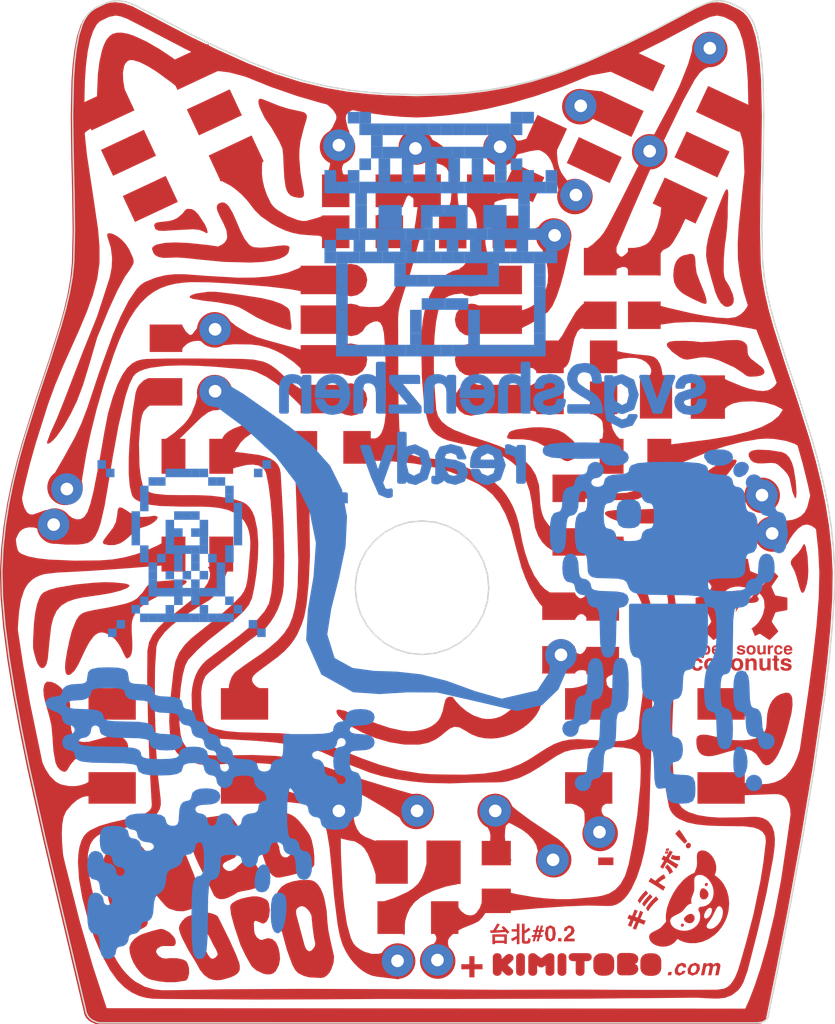
<source format=kicad_pcb>
(kicad_pcb (version 4) (host pcbnew 4.0.7)
  (layers (0 F.Cu signal) (31 B.Cu signal) (34 B.Paste user) (35 F.Paste user) (36 B.SilkS user) (37 F.SilkS user) (38 B.Mask user) (39 F.Mask user) (44 Edge.Cuts user))
  (net 0 "")
  (module svg2mod (layer F.Cu)
    (fp_text reference svg2mod hide)
    (fp_text value G*** hide)
    (fp_poly (pts (xy 11.3115494311 -3.06566318029) (xy 11.1575521725 -3.03413898355) (xy 11.031463848 -2.94887407467) (xy 10.946196114 -2.82278293212) (xy 10.9146747384 -2.66878850101) (xy 10.8831505406 -2.51479124768) (xy 10.7978828067 -2.3881864611) (xy 10.6717944821 -2.30291873) (xy 11.8029430949 0.947513821088) (xy 11.7316284168 0.659156320778) (xy 11.7083733237 0.241611702642) (xy 11.7316284168 -0.175935737714) (xy 11.8029430949 -0.463771127336) (xy 11.9264490882 -0.63068850356) (xy 12.1052508386 -0.684429215688) (xy 12.2592452749 -0.715436946186) (xy 12.3853364217 -0.800701855061) (xy 12.4706041556 -0.92679299761) (xy 12.5021255312 -1.08130389497) (xy 12.5558690674 -1.26010563937) (xy 12.722783627 -1.38361162845) (xy 13.0106218485 -1.45492630416) (xy 13.4281664807 -1.47818139648) (xy 13.8457111129 -1.45492630416) (xy 14.1335521567 -1.38361162845) (xy 14.3004667163 -1.26010563937) (xy 14.3542102524 -1.08130389497) (xy 14.385731628 -0.92679299761) (xy 14.470999362 -0.800701855061) (xy 14.5970876866 -0.715436946186) (xy 14.7510849451 -0.684429215688) (xy 14.9298838733 -0.63068850356) (xy 15.0533926887 -0.463771127336) (xy 15.1247045446 -0.175935737714) (xy 15.1479596377 0.241611702642) (xy 15.1247045446 0.659156320778) (xy 15.0533926887 0.947513821088) (xy 14.9298838733 1.11390908662) (xy 14.7510849451 1.16765262097) (xy 14.5970876866 1.19917681772) (xy 14.470999362 1.28444172659) (xy 14.385731628 1.41053286914) (xy 14.3542102524 1.56453012247) (xy 14.3004667163 1.7438455109) (xy 14.1335521567 1.86683785596) (xy 13.8457111129 1.93866617569) (xy 13.4281664807 1.96141326842) (xy 13.0106218485 1.93866617569) (xy 12.722783627 1.86683785596) (xy 12.5558690674 1.7438455109) (xy 12.5021255312 1.56453012247) (xy 12.4706041556 1.41053286914) (xy 12.3853364217 1.28444172659) (xy 12.2592452749 1.19917681772) (xy 12.1052508386 1.16765262097) (xy 11.9264490882 1.11390908662) (xy 11.8029430949 0.947513821088) (xy 10.6717944821 -2.30291873) (xy 10.5177972236 -2.2719109995) (xy 10.3638027873 -2.24038962498) (xy 10.2377144627 -2.1551247161) (xy 10.1524467287 -2.02903357355) (xy 10.1209225309 -1.87503632022) (xy 10.0894011553 -1.72104188911) (xy 10.0041334214 -1.59443710253) (xy 9.8780450968 -1.50916937143) (xy 9.72404783829 -1.47816164094) (xy 9.55041639498 -1.4285526588) (xy 9.42639111325 -1.2797257124) (xy 9.35197763755 -1.03167797952) (xy 9.32717032343 -0.684412282368) (xy 9.30236300931 -0.337146585217) (xy 9.2279495336 -0.089098852332) (xy 9.1039270741 0.059728094067) (xy 8.93029280857 0.1093370762) (xy 8.7442577082 0.171346892756) (xy 8.62178464749 0.373920195722) (xy 8.55408805548 0.741855831726) (xy 8.53342940481 1.29996393627) (xy 8.55408805548 1.85806639638) (xy 8.62178464749 2.2260048546) (xy 8.7442577082 2.42857533535) (xy 8.93029280857 2.49058797412) (xy 9.11632790894 2.42857533535) (xy 9.23880096964 2.2260048546) (xy 9.30649756166 1.85806639638) (xy 9.32715621233 1.29996393627) (xy 9.34781486299 0.741855831726) (xy 9.41551145501 0.373920195722) (xy 9.53798733794 0.171346892756) (xy 9.72401961609 0.1093370762) (xy 9.89765388161 0.059728094067) (xy 10.0216763411 -0.089098852332) (xy 10.0960898168 -0.337146585217) (xy 10.1208971309 -0.684412282368) (xy 10.1457044451 -1.03167797952) (xy 10.220120743 -1.2797257124) (xy 10.3441432025 -1.4285526588) (xy 10.5177746458 -1.47816164094) (xy 10.6914089113 -1.4285526588) (xy 10.8154313708 -1.2797257124) (xy 10.8898476688 -1.03167797952) (xy 10.9146549829 -0.684412282368) (xy 10.8898476688 -0.337146585217) (xy 10.8154313708 -0.089098852332) (xy 10.6914089113 0.059728094067) (xy 10.5177746458 0.1093370762) (xy 10.3317423677 0.171346892756) (xy 10.2092664847 0.373920195722) (xy 10.1415698927 0.741855831726) (xy 10.120911242 1.29996393627) (xy 10.1415698927 1.85806639638) (xy 10.2092664847 2.2260048546) (xy 10.3317423677 2.42857533535) (xy 10.5177746458 2.49058797412) (xy 10.6914089113 2.54019695626) (xy 10.8154313708 2.68902390266) (xy 10.8898476688 2.93707163554) (xy 10.9146549829 3.28433733269) (xy 10.939462297 3.73185392661) (xy 10.9895877471 3.8724145908) (xy 11.082088831 3.96905022382) (xy 11.2293663836 4.02951064163) (xy 11.4448569945 4.06206777087) (xy 12.1300863749 4.07809798014) (xy 12.7445203657 4.10030885108) (xy 13.1367440398 4.18092556371) (xy 13.3641190192 4.34215616675) (xy 13.4840097486 4.60725575252) (xy 13.5393026835 4.76745342307) (xy 13.6261198163 4.89199234465) (xy 13.7651282642 4.98552635795) (xy 13.9770036112 5.05167354894) (xy 14.7035728708 5.1214388259) (xy 15.972747799 5.13642481379) (xy 17.1468364897 5.15296302265) (xy 17.8651366445 5.21394272892) (xy 18.2248060104 5.33538003079) (xy 18.3002524186 5.4237493816) (xy 18.3229995121 5.53330231529) (xy 18.3545208877 5.68781321265) (xy 18.4397886217 5.81390153298) (xy 18.5658769463 5.89916926408) (xy 18.7198742048 5.93017699458) (xy 18.8258090561 5.9482674244) (xy 18.9121097226 6.00510975625) (xy 19.034066317 6.26400892481) (xy 19.0981448229 6.75751923711) (xy 19.116743253 7.53679907404) (xy 19.0919359388 8.26595346258) (xy 19.0180361072 8.84214635251) (xy 18.8940136477 9.26589138786) (xy 18.7198657381 9.53977936653) (xy 18.5545005773 9.79609338163) (xy 18.429442363 10.180047938) (xy 18.3503806909 10.6694236981) (xy 18.3230051566 11.2409655696) (xy 18.3431558076 11.8590148035) (xy 18.4093001786 12.2615734337) (xy 18.5317732393 12.4791327246) (xy 18.719877027 12.5447634493) (xy 18.9059093051 12.6067732659) (xy 19.0283851881 12.8093465688) (xy 19.0960817801 13.1772822048) (xy 19.1167404307 13.7353874872) (xy 19.1373990814 14.2934927695) (xy 19.2050956734 14.6614284055) (xy 19.3275687341 14.8639988862) (xy 19.5136038345 14.926011525) (xy 19.6996389349 14.8639988862) (xy 19.8221119956 14.6614284055) (xy 19.8898085876 14.2934927695) (xy 19.9104672383 13.7353874872) (xy 19.8898085876 13.1772822048) (xy 19.8221119956 12.8093465688) (xy 19.6996389349 12.6067732659) (xy 19.5136038345 12.5447634493) (xy 19.3275687341 12.4827508105) (xy 19.2050956734 12.2801803298) (xy 19.1373990814 11.9122418716) (xy 19.1167404307 11.3541365892) (xy 19.1373990814 10.7960313069) (xy 19.2050956734 10.4280956709) (xy 19.3275687341 10.2255223679) (xy 19.5136038345 10.1635125514) (xy 19.6226403056 10.1428256792) (xy 19.7104903709 10.0725467582) (xy 19.8319304991 9.74492088965) (xy 19.8934266737 9.09689685776) (xy 19.9104728827 8.04683066188) (xy 19.9249508715 6.89754932395) (xy 19.9931639298 6.26089319399) (xy 20.059311123 6.08829468903) (xy 20.152325851 5.98804379226) (xy 20.2779005315 5.94153360762) (xy 20.4396476062 5.93016006126) (xy 20.6463554684 5.89915233076) (xy 20.8143029605 5.81440388813) (xy 20.927473984 5.6883155678) (xy 20.9688138631 5.53328538197) (xy 21.0003380609 5.37928812864) (xy 21.0856057948 5.25319698609) (xy 21.2116941194 5.16793207722) (xy 21.3656913779 5.13641070269) (xy 21.5196858142 5.10540297219) (xy 21.6457741388 5.0201352411) (xy 21.7310418728 4.89353045452) (xy 21.7625660706 4.73953320119) (xy 21.7940874462 4.58553877007) (xy 21.8793551801 4.45944762752) (xy 22.0054435047 4.37418271865) (xy 22.1594407632 4.3426585219) (xy 22.3330722065 4.29304953977) (xy 22.4570974882 4.14422259337) (xy 22.5315109639 3.89617486048) (xy 22.5563182781 3.54890916333) (xy 22.5315109639 3.20164346618) (xy 22.4570974882 2.9535957333) (xy 22.3330722065 2.8047687869) (xy 22.1594407632 2.75515980477) (xy 21.9858064977 2.8047687869) (xy 21.8617840382 2.9535957333) (xy 21.7873705625 3.20164346618) (xy 21.7625632483 3.54890916333) (xy 21.7377559342 3.89617486048) (xy 21.6633396363 4.14422259337) (xy 21.5393171768 4.29304953977) (xy 21.3656857335 4.3426585219) (xy 21.211688475 4.37418271865) (xy 21.0856001504 4.45944762752) (xy 21.0003324164 4.58553877007) (xy 20.9688082186 4.73953320119) (xy 20.9026638476 4.92815344876) (xy 20.6820057519 5.05062650535) (xy 20.274276801 5.11677087412) (xy 19.6458925765 5.13641352491) (xy 18.955492889 5.11832309508) (xy 18.5544864662 5.04390962188) (xy 18.4392467554 4.97621303215) (xy 18.3684513658 4.88371195134) (xy 18.3229769344 4.60724164143) (xy 18.3663826785 4.33439223969) (xy 18.4325298717 4.24189115889) (xy 18.537951079 4.1736781029) (xy 18.89968631 4.09771240873) (xy 19.5136010123 4.07806975794) (xy 20.1833279381 4.06153154908) (xy 20.3941675303 4.02845795359) (xy 20.5388627516 3.96799471356) (xy 20.6298116145 3.87136190276) (xy 20.6794205983 3.73080123857) (xy 20.7042279124 3.28431757715) (xy 20.7290352265 2.93705188) (xy 20.8034515245 2.68900414712) (xy 20.927473984 2.54017720072) (xy 21.1011054273 2.49056821858) (xy 21.2871405277 2.42855557981) (xy 21.4096164106 2.22598509906) (xy 21.4773130026 1.85804664084) (xy 21.4979716533 1.29994418073) (xy 21.4773130026 0.741836076186) (xy 21.4096164106 0.373900440183) (xy 21.2871405277 0.171327137217) (xy 21.1011054273 0.10931732066) (xy 20.927473984 0.059708338527) (xy 20.8034515245 -0.089118607872) (xy 20.7290352265 -0.337166340757) (xy 20.7042279124 -0.684432037908) (xy 20.6794205983 -1.03169773506) (xy 20.6050071226 -1.27974546794) (xy 20.4809846631 -1.42857241434) (xy 20.3073503976 -1.47818139648) (xy 20.1533559613 -1.50918912697) (xy 20.0272648145 -1.59445685807) (xy 19.9419999027 -1.72106164465) (xy 19.9104757049 -1.87505607576) (xy 19.8608667211 -2.04869033544) (xy 19.7120397697 -2.17271279078) (xy 19.4639920285 -2.24712626398) (xy 19.1167263196 -2.27193357726) (xy 18.7694606108 -2.29674089055) (xy 18.5214128696 -2.37115436375) (xy 18.3725859182 -2.49517681908) (xy 18.3229769344 -2.66881107877) (xy 18.3002298409 -2.77836401246) (xy 18.2237476779 -2.8672470073) (xy 17.8599465819 -2.98817066514) (xy 17.1323415676 -3.04914754919) (xy 15.9417174897 -3.06568575805) (xy 14.7510934117 -3.04914754919) (xy 14.0234883975 -2.98817066514) (xy 13.6596873014 -2.8672470073) (xy 13.5832051384 -2.77836401246) (xy 13.5604580449 -2.66881107877) (xy 13.5108490611 -2.49517681908) (xy 13.3620221097 -2.37115436375) (xy 13.1139743685 -2.29674089055) (xy 12.7667086597 -2.27193357726) (xy 12.4194429508 -2.24712626398) (xy 12.1713952096 -2.17271279078) (xy 12.0225682582 -2.04869033544) (xy 11.9729592744 -1.87505607576) (xy 11.9316165731 -1.72002588993) (xy 11.8184483718 -1.5939375696) (xy 11.6504980575 -1.50918912697) (xy 11.4437930175 -1.47818139648) (xy 11.2370851554 -1.50918912697) (xy 11.0691376632 -1.5939375696) (xy 10.9559666398 -1.72002588993) (xy 10.9146267607 -1.87505607576) (xy 10.9461481363 -2.02905332909) (xy 11.0314158702 -2.15514447164) (xy 11.1575041948 -2.24040938052) (xy 11.3115014533 -2.27193075504) (xy 11.4654958896 -2.30293848554) (xy 11.5915870364 -2.38820621664) (xy 11.6768519482 -2.51481100322) (xy 11.708376146 -2.66880825655) (xy 11.6768519482 -2.82280268766) (xy 11.5915870364 -2.94889383021) (xy 11.4654958896 -3.03415873908) (xy 11.3115014533 -3.06568293583) (xy 11.3115494311 -3.06566318029)) (layer B.Cu) (width 0.2480470655))
    (fp_poly (pts (xy -12.7027835132 -6.644497146) (xy -11.0282949253 -5.4070458471) (xy -8.97367044342 -3.5184008811) (xy -7.74499642147 -1.91344830152) (xy -6.84111614996 -0.074548740633) (xy -6.4325779536 1.94975750006) (xy -6.58511507909 4.091449171) (xy -6.94450939351 6.20314001679) (xy -7.05138299881 8.1172422272) (xy -6.08504515691 10.3018232007) (xy -4.07131309118 11.4248755321) (xy -2.4064689346 11.5400361123) (xy -0.601222529714 11.4295351217) (xy 1.26761376074 11.4416112963) (xy 4.00476686427 12.0665707357) (xy 6.32439593783 12.6130527052) (xy 7.93340708061 12.2339139144) (xy 8.95969187469 11.2428536347) (xy 9.82935333451 9.26248779061) (xy 9.30429905225 8.38446130015) (xy 8.64112249918 8.53083573742) (xy 8.47599722707 9.18530571965) (xy 8.37250077389 10.1579668892) (xy 7.61402067241 11.3036555411) (xy 5.35753439773 11.8284332282) (xy 3.66997064078 11.3524474906) (xy 1.88836557333 10.7021840272) (xy 0.246978169227 10.2865154798) (xy -1.27228464779 10.116299634) (xy -2.72987948756 10.067581415) (xy -4.09813095485 9.88299235585) (xy -5.24327964882 9.24888010439) (xy -5.70805282804 7.75398583186) (xy -5.45420681484 6.12927980323) (xy -4.96550173365 4.18308466649) (xy -4.54594813026 2.16513239268) (xy -4.45453125966 0.282793013396) (xy -4.77026955127 -1.42049657972) (xy -5.52722331253 -2.94091259221) (xy -6.71207070324 -4.27772748716) (xy -8.11441354723 -5.43205626092) (xy -9.47270103472 -6.40283468573) (xy -11.0347417578 -7.50428468731) (xy -12.0982710369 -8.13449098637) (xy -13.2952377721 -8.12680043703) (xy -13.6147046136 -7.583876158) (xy -12.7027835132 -6.64448698601) (xy -12.7027835132 -6.644497146)) (layer B.Cu) (width 0.0))
    (fp_poly (pts (xy 17.8992547447 -7.06317358722) (xy 17.8062371946 -6.77791968218) (xy 17.6140016768 -6.64304438006) (xy 17.318413639 -6.59808585195) (xy 17.1241094339 -6.62030518955) (xy 16.9546097208 -6.6869677179) (xy 16.8367876787 -6.80220629589) (xy 16.7975136647 -6.96602064129) (xy 16.8290378625 -7.0915941887) (xy 16.9236048115 -7.18306149034) (xy 17.241931476 -7.28848156515) (xy 17.5375195138 -7.36289560279) (xy 17.9550669682 -7.51999193584) (xy 18.1349016511 -7.69982604829) (xy 18.1948456047 -7.93753768287) (xy 18.1385197372 -8.22175809096) (xy 17.9695364903 -8.44603370084) (xy 17.7034011409 -8.5917612853) (xy 17.3597535181 -8.64033705271) (xy 16.9292887626 -8.56695651201) (xy 16.7663789332 -8.47523097724) (xy 16.6383517435 -8.3468148899) (xy 16.5355156898 -8.15354503498) (xy 16.503991492 -7.94580565841) (xy 16.8553917532 -7.94580565841) (xy 16.944274751 -8.17524903521) (xy 17.1194584153 -8.28531984627) (xy 17.3886925624 -8.32201011662) (xy 17.5742111965 -8.30185664401) (xy 17.7090879142 -8.24139537954) (xy 17.7897018074 -8.14786108401) (xy 17.8165693421 -8.02848823604) (xy 17.7809134142 -7.89826367016) (xy 17.6739428081 -7.79697786534) (xy 17.4300296192 -7.70602731217) (xy 17.1840505653 -7.64608279617) (xy 16.6466152037 -7.45798042595) (xy 16.4838351965 -7.2745290742) (xy 16.4295751941 -7.00942920621) (xy 16.4859010615 -6.73399352212) (xy 16.6548843085 -6.49886591213) (xy 16.9370385788 -6.33763559131) (xy 17.3370120691 -6.28389205696) (xy 17.7592077199 -6.33970258519) (xy 17.9164364203 -6.4094658866) (xy 18.0377467264 -6.50713416989) (xy 18.1948427825 -6.75879829541) (xy 18.2568526011 -7.06317245833) (xy 17.8992519225 -7.06317245833) (xy 17.8992547447 -7.06317358722)) (layer B.Cu) (width 0.248047078729))
    (fp_poly (pts (xy 15.8218637314 -8.5824609417) (xy 15.2306848337 -6.77998695829) (xy 14.612635579 -8.5824609417) (xy 14.2054216832 -8.5824609417) (xy 15.0405151809 -6.36864247514) (xy 15.4373898736 -6.36864247514) (xy 16.2538778857 -8.5824609417) (xy 15.8218637314 -8.5824609417)) (layer B.Cu) (width 0.248047078729))
    (fp_poly (pts (xy 13.0023956416 -8.62173495441) (xy 12.5021675823 -8.09463542703) (xy 12.9341825833 -8.29307276667) (xy 13.4716176626 -7.92513656622) (xy 13.5480986967 -7.41043928437) (xy 13.3972033403 -6.83993147429) (xy 12.9879261195 -6.64562812242) (xy 12.4236195543 -7.00736305899) (xy 12.332668998 -7.48485332201) (xy 12.5021675823 -8.09463542703) (xy 13.0023956416 -8.62173495441) (xy 12.5476428604 -8.49357738242) (xy 12.332668998 -8.28273751502) (xy 12.332668998 -8.56179015618) (xy 11.9895372771 -8.56179015618) (xy 11.9895372771 -6.54847630537) (xy 12.1135608655 -5.88288395435) (xy 12.9879261195 -5.4322654585) (xy 13.5894397047 -5.59349606154) (xy 13.8622913734 -6.09372382175) (xy 13.4840199086 -6.09372382175) (xy 13.3765328363 -5.86428044494) (xy 12.9796578614 -5.74025714294) (xy 12.4194852841 -6.04204728129) (xy 12.3471382379 -6.67663387736) (xy 12.6158556365 -6.42445300337) (xy 13.0313344036 -6.34177070797) (xy 13.6617867509 -6.59601885806) (xy 13.9305041495 -7.44144532154) (xy 13.659719757 -8.30960928219) (xy 13.0023956416 -8.62173495441)) (layer B.Cu) (width 0.248047078729))
    (fp_poly (pts (xy 11.6712106125 -6.36864247514) (xy 11.6216016287 -6.72624314172) (xy 11.5141142742 -7.03423482616) (xy 11.3105091608 -7.30450246109) (xy 10.9766791948 -7.54893210801) (xy 10.57980422 -7.77837548482) (xy 10.2056667431 -8.04295888656) (xy 10.0785426637 -8.22692698679) (xy 10.0361681588 -8.4356998603) (xy 10.0749254243 -8.66721023099) (xy 10.1911975032 -8.84497706734) (xy 10.3720651186 -8.95969889685) (xy 10.6046089941 -8.99793941262) (xy 10.9281034258 -8.92559236886) (xy 11.0456672348 -8.83515856416) (xy 11.1337755332 -8.70855123759) (xy 11.1947538304 -8.52354964042) (xy 11.2205912548 -8.27860352725) (xy 11.5988627197 -8.27860352725) (xy 11.5601057363 -8.6294864637) (xy 11.4562356212 -8.90905585333) (xy 11.312187535 -9.09715822355) (xy 11.1218891891 -9.2315167772) (xy 10.8853403011 -9.31213207872) (xy 10.6025408713 -9.33900243478) (xy 10.1627743607 -9.27027263032) (xy 9.9944385311 -9.18436058641) (xy 9.86046746375 -9.06408378139) (xy 9.68373383617 -8.77366210941) (xy 9.62482281513 -8.45223468249) (xy 9.68735135782 -8.12253928003) (xy 9.87493670365 -7.84451985359) (xy 10.393768273 -7.4889861809) (xy 10.6769551936 -7.33188984785) (xy 10.9952818582 -7.11898270434) (xy 11.1637472277 -6.92933037094) (xy 11.255731281 -6.72004074895) (xy 9.63929233726 -6.72004074895) (xy 9.63929233726 -6.36864106403) (xy 11.6712097659 -6.36864106403) (xy 11.6712106125 -6.36864247514)) (layer B.Cu) (width 0.248047078729))
    (fp_poly (pts (xy 8.95302974207 -7.06317358722) (xy 8.86001219189 -6.77791968218) (xy 8.66777582743 -6.64304438006) (xy 8.3721866608 -6.59808585195) (xy 8.17788330239 -6.62030518955) (xy 8.0083847181 -6.6869677179) (xy 7.89056239379 -6.80220629589) (xy 7.85128837976 -6.96602064129) (xy 7.88281088424 -7.0915941887) (xy 7.97737867989 -7.18306149034) (xy 8.29570562669 -7.28848156515) (xy 8.59129479333 -7.36289560279) (xy 9.00884027218 -7.51999193584) (xy 9.18867439069 -7.69982604829) (xy 9.24861919093 -7.93753768287) (xy 9.19229191233 -8.22175809096) (xy 9.02330979431 -8.44603370084) (xy 8.75717613819 -8.5917612853) (xy 8.413527951 -8.64033705271) (xy 7.98306319549 -8.56695651201) (xy 7.82015308388 -8.47523097724) (xy 7.69212476525 -8.3468148899) (xy 7.58928871156 -8.15354503498) (xy 7.55776620708 -7.94580565841) (xy 7.90916590383 -7.94580565841) (xy 7.9980494661 -8.17524903521) (xy 8.17323256599 -8.28531984627) (xy 8.44246671303 -8.32201011662) (xy 8.62798506491 -8.30185664401) (xy 8.76286065379 -8.24139537954) (xy 8.8434756758 -8.14786108401) (xy 8.87034885499 -8.02848823604) (xy 8.83469208039 -7.89826367016) (xy 8.72772203878 -7.79697786534) (xy 8.48380913213 -7.70602731217) (xy 8.23782951374 -7.64608279617) (xy 7.7003944344 -7.45798042595) (xy 7.53761386269 -7.2745290742) (xy 7.48335357804 -7.00942920621) (xy 7.53968085664 -6.73399352212) (xy 7.70866269244 -6.49886591213) (xy 7.99081583393 -6.33763559131) (xy 8.39079158194 -6.28389205696) (xy 8.81298807941 -6.33970258519) (xy 8.97021367543 -6.4094658866) (xy 9.09152398148 -6.50713416989) (xy 9.24862060204 -6.75879829541) (xy 9.31063211401 -7.06317245833) (xy 8.95303115318 -7.06317245833) (xy 8.95302974207 -7.06317358722)) (layer B.Cu) (width 0.248047078729))
    (fp_poly (pts (xy 7.05753899449 -9.41548487742) (xy 6.68546851153 -9.41548487742) (xy 6.68546851153 -8.28273751502) (xy 6.44775686896 -8.51838215571) (xy 6.24570228322 -8.6067486843) (xy 5.99920563412 -8.63620419383) (xy 5.77777199227 -8.61514761084) (xy 5.59509589819 -8.55197306412) (xy 5.45117678743 -8.4466825292) (xy 5.34601522442 -8.29927544166) (xy 5.2762522029 -8.07965056802) (xy 5.2529971098 -7.78871214758) (xy 5.2529971098 -6.36864388625) (xy 5.63540284475 -6.36864388625) (xy 5.63540284475 -7.76390765651) (xy 5.69741463895 -8.12150860531) (xy 5.84314222831 -8.25793415284) (xy 6.07775309773 -8.30340942943) (xy 6.29841147573 -8.26361866825) (xy 6.49736585276 -8.14424610249) (xy 6.6384424235 -7.91428597721) (xy 6.68546794708 -7.54273253746) (xy 6.68546794708 -6.36864388625) (xy 7.05753843004 -6.36864388625) (xy 7.05753843004 -9.41548628853) (xy 7.05753899449 -9.41548487742)) (layer B.Cu) (width 0.248047078729))
    (fp_poly (pts (xy 3.77918554675 -8.63207020606) (xy 3.29136001566 -8.03882405213) (xy 3.49548187758 -8.24036216482) (xy 3.80192332692 -8.30754144164) (xy 4.03756797553 -8.26103266811) (xy 4.23187133394 -8.12150634753) (xy 4.36467964665 -7.91221672555) (xy 4.41583944036 -7.65228406005) (xy 3.18594021953 -7.65228406005) (xy 3.29136001566 -8.03882405213) (xy 3.77918554675 -8.63207020606) (xy 3.54715841978 -8.60416409527) (xy 3.32236605387 -8.52044830293) (xy 3.12754594697 -8.39435772482) (xy 2.98543559703 -8.23519439788) (xy 2.89241804685 -8.05381004002) (xy 2.83660751673 -7.84452041803) (xy 2.80353448457 -7.35669490336) (xy 4.42617469235 -7.35669490336) (xy 4.38121616273 -7.05283748891) (xy 4.26701107784 -6.81512585434) (xy 4.07735845583 -6.663197006) (xy 3.80605731483 -6.6125542447) (xy 3.54405792885 -6.66061326364) (xy 3.34096956391 -6.80479060269) (xy 3.20040945943 -7.06317274056) (xy 2.83454052278 -7.06317274056) (xy 2.93169206087 -6.79032136327) (xy 3.11359317333 -6.54640846482) (xy 3.30324551312 -6.40791564118) (xy 3.53320592836 -6.32316635189) (xy 3.83706335304 -6.29009332084) (xy 4.21895205728 -6.36502410695) (xy 4.53779575258 -6.58981674752) (xy 4.66349856189 -6.7556980868) (xy 4.75328636347 -6.95155196631) (xy 4.82511666117 -7.43317621711) (xy 4.75276961498 -7.91635099554) (xy 4.66233608946 -8.12034359292) (xy 4.53572875862 -8.29927318388) (xy 4.3799241504 -8.44487151066) (xy 4.20189879271 -8.54887031551) (xy 4.00165268557 -8.61126959842) (xy 3.77918554675 -8.63206935939) (xy 3.77918554675 -8.63207020606)) (layer B.Cu) (width 0.248047078729))
    (fp_poly (pts (xy 2.34464771551 -8.5824609417) (xy 1.99118074259 -8.5824609417) (xy 1.99118074259 -8.26826799338) (xy 1.82943338563 -8.43518311183) (xy 1.65838455588 -8.54732091676) (xy 1.472866204 -8.61088295429) (xy 1.26771056288 -8.63206935939) (xy 1.05118645502 -8.61152924265) (xy 0.872902581977 -8.54990494134) (xy 0.732859508212 -8.44719786656) (xy 0.631056951498 -8.30340830054) (xy 0.562844175437 -8.08481720607) (xy 0.540105548602 -7.78871101869) (xy 0.540105548602 -6.36864275736) (xy 0.918377013426 -6.36864275736) (xy 0.918377013426 -7.76390652762) (xy 0.978321813668 -8.09050143926) (xy 1.11784813894 -8.24553077842) (xy 1.33798976846 -8.29720731888) (xy 1.55503090703 -8.27033696282) (xy 1.69869122022 -8.20212418905) (xy 1.82374830559 -8.08843585648) (xy 1.94570461781 -7.86105947356) (xy 1.97257497478 -7.52826329805) (xy 1.97257497478 -6.36864416847) (xy 2.34464545774 -6.36864416847) (xy 2.34464545774 -8.58246263503) (xy 2.34464686885 -8.58246122392) (xy 2.34464771551 -8.5824609417)) (layer B.Cu) (width 0.248047078729))
    (fp_poly (pts (xy 0.153566672403 -6.66216463794) (xy -1.15901484662 -8.24966448397) (xy 0.056414852087 -8.24966448397) (xy 0.056414852087 -8.5824609417) (xy -1.65924290588 -8.5824609417) (xy -1.65924290588 -8.27860352725) (xy -0.354929644901 -6.70143865065) (xy -1.69851691991 -6.70143865065) (xy -1.69851691991 -6.36864247514) (xy 0.153566672403 -6.36864247514) (xy 0.153566672403 -6.66216463794)) (layer B.Cu) (width 0.248047078729))
    (fp_poly (pts (xy -2.12846520916 -9.41548487742) (xy -2.5005354099 -9.41548487742) (xy -2.5005354099 -8.28273751502) (xy -2.73824705247 -8.51838215571) (xy -2.94030192043 -8.6067486843) (xy -3.18679856953 -8.63620419383) (xy -3.40823221137 -8.61514761084) (xy -3.59090830545 -8.55197306412) (xy -3.73482713399 -8.4466825292) (xy -3.83998869699 -8.29927544166) (xy -3.90975200075 -8.07965056802) (xy -3.93300709385 -7.78871214758) (xy -3.93300709385 -6.36864388625) (xy -3.55060164111 -6.36864388625) (xy -3.55060164111 -7.76390765651) (xy -3.48858984692 -8.12150860531) (xy -3.34286225755 -8.25793415284) (xy -3.10825138814 -8.30340942943) (xy -2.88759301014 -8.26361866825) (xy -2.68863863311 -8.14424610249) (xy -2.54756178014 -7.91428597721) (xy -2.50053625656 -7.54273253746) (xy -2.50053625656 -6.36864388625) (xy -2.12846605582 -6.36864388625) (xy -2.12846605582 -9.41548628853) (xy -2.12846520916 -9.41548487742)) (layer B.Cu) (width 0.248047078729))
    (fp_poly (pts (xy -5.40681639911 -8.63207020606) (xy -5.89464193021 -8.03882405213) (xy -5.69052006829 -8.24036216482) (xy -5.38407861895 -8.30754144164) (xy -5.14843397033 -8.26103266811) (xy -4.95413061192 -8.12150634753) (xy -4.82132229922 -7.91221672555) (xy -4.77016250551 -7.65228406005) (xy -6.00006172634 -7.65228406005) (xy -5.89464193021 -8.03882405213) (xy -5.40681639911 -8.63207020606) (xy -5.63884352609 -8.60416409527) (xy -5.863635892 -8.52044830293) (xy -6.05845599889 -8.39435772482) (xy -6.20056634884 -8.23519439788) (xy -6.29358389902 -8.05381004002) (xy -6.34939442913 -7.84452041803) (xy -6.3824674613 -7.35669490336) (xy -4.75982725351 -7.35669490336) (xy -4.80478578314 -7.05283748891) (xy -4.91899086803 -6.81512585434) (xy -5.10864349004 -6.663197006) (xy -5.37994463104 -6.6125542447) (xy -5.64194401702 -6.66061326364) (xy -5.84503238196 -6.80479060269) (xy -5.98559248644 -7.06317274056) (xy -6.35146142309 -7.06317274056) (xy -6.25430988499 -6.79032136327) (xy -6.07240877253 -6.54640846482) (xy -5.88275643274 -6.40791564118) (xy -5.6527960175 -6.32316635189) (xy -5.34893859283 -6.29009332084) (xy -4.96704960636 -6.36502410695) (xy -4.64820619329 -6.58981674752) (xy -4.52250338397 -6.7556980868) (xy -4.4327155824 -6.95155196631) (xy -4.3608852847 -7.43317621711) (xy -4.43323233089 -7.91635099554) (xy -4.52366585641 -8.12034359292) (xy -4.65027318725 -8.29927318388) (xy -4.80607779547 -8.44487151066) (xy -4.98410315315 -8.54887031551) (xy -5.18434926029 -8.61126959842) (xy -5.40681639911 -8.63206935939) (xy -5.40681639911 -8.63207020606)) (layer B.Cu) (width 0.248047078729))
    (fp_poly (pts (xy -6.84135423035 -8.5824609417) (xy -7.19482120328 -8.5824609417) (xy -7.19482120328 -8.26826799338) (xy -7.35656856023 -8.43518311183) (xy -7.52761738999 -8.54732091676) (xy -7.71313574187 -8.61088295429) (xy -7.91829138298 -8.63206935939) (xy -8.13481549085 -8.61152924265) (xy -8.31309936389 -8.54990494134) (xy -8.45314243765 -8.44719786656) (xy -8.55494499437 -8.30340830054) (xy -8.62315805265 -8.08481720607) (xy -8.64589667949 -7.78871101869) (xy -8.64589667949 -6.36864275736) (xy -8.26762521466 -6.36864275736) (xy -8.26762521466 -7.76390652762) (xy -8.20768041442 -8.09050143926) (xy -8.06815408914 -8.24553077842) (xy -7.84801245963 -8.29720731888) (xy -7.63097132106 -8.27033696282) (xy -7.48731100787 -8.20212418905) (xy -7.3622539225 -8.08843585648) (xy -7.24029761028 -7.86105947356) (xy -7.21342725331 -7.52826329805) (xy -7.21342725331 -6.36864416847) (xy -6.84135677035 -6.36864416847) (xy -6.84135677035 -8.58246263503) (xy -6.84135535924 -8.58246122392) (xy -6.84135423035 -8.5824609417)) (layer B.Cu) (width 0.248047078729))
    (fp_poly (pts (xy 8.08279706492 -3.90057743893) (xy 8.10554415841 -4.01047468345) (xy 8.18202349918 -4.09901336746) (xy 8.54582741743 -4.22028133613) (xy 9.27343243171 -4.28091588491) (xy 10.4640565096 -4.29745127155) (xy 11.6546805875 -4.28091588491) (xy 12.3822856018 -4.22028133613) (xy 12.7460895201 -4.09901336746) (xy 12.8225688608 -4.01047468345) (xy 12.8453159543 -3.90057743893) (xy 12.8225688608 -3.7906801944) (xy 12.7460895201 -3.7021415104) (xy 12.3822856018 -3.58087354173) (xy 11.6546805875 -3.52023814628) (xy 10.4640565096 -3.50369993742) (xy 9.27343243171 -3.52023814628) (xy 8.54582741743 -3.58087354173) (xy 8.18202349918 -3.7021415104) (xy 8.10554415841 -3.7906801944) (xy 8.08279706492 -3.90057743893)) (layer B.Cu) (width 0.2480470655))
    (fp_poly (pts (xy 18.4993882644 -3.241876949) (xy 18.329154774 -3.49835747507) (xy 18.328025886 -3.60389721201) (xy 18.3813630225 -3.69279431795) (xy 18.6469198168 -3.81611404052) (xy 19.1167573641 -3.85923756122) (xy 19.4640230729 -3.83443024794) (xy 19.7120679919 -3.76001677474) (xy 19.8608977655 -3.63599149719) (xy 19.9105067493 -3.46236005972) (xy 19.8640784075 -3.32370439399) (xy 19.7387266824 -3.210259619) (xy 19.5553444688 -3.12529104322) (xy 19.3348303063 -3.07206397512) (xy 18.8659974694 -3.07375730708) (xy 18.6594702293 -3.13534661287) (xy 18.4993967311 -3.24173583801) (xy 18.4993882644 -3.241876949)) (layer B.Cu) (width 0.2480470655))
    (fp_poly (pts (xy 11.8848044093 -3.241876949) (xy 11.7145709189 -3.49835747507) (xy 11.7134420309 -3.60389721201) (xy 11.7667791674 -3.69279431795) (xy 12.0323359617 -3.81611404052) (xy 12.502173509 -3.85923756122) (xy 12.8494392178 -3.83443024794) (xy 13.0974841368 -3.76001677474) (xy 13.2463139105 -3.63599149719) (xy 13.2959228943 -3.46236005972) (xy 13.2494945524 -3.32370439399) (xy 13.1241428273 -3.210259619) (xy 12.9407606138 -3.12529104322) (xy 12.7202464512 -3.07206397512) (xy 12.2514136143 -3.07375730708) (xy 12.0448863742 -3.13534661287) (xy 11.884812876 -3.24173583801) (xy 11.8848044093 -3.241876949)) (layer B.Cu) (width 0.2480470655))
    (fp_poly (pts (xy 20.1750814111 -2.64656634119) (xy 20.2081380744 -2.80922498752) (xy 20.2981386714 -2.94243094654) (xy 20.4313446349 -3.03243154048) (xy 20.5940032867 -3.06548820266) (xy 20.7484013004 -3.04070911157) (xy 20.8591057036 -2.97320725501) (xy 20.9158069263 -2.87330349129) (xy 20.9081869322 -2.75130738988) (xy 20.8297348597 -2.58678890061) (xy 20.7246466744 -2.46226691234) (xy 20.4803045081 -2.33975434468) (xy 20.3639133315 -2.34503189597) (xy 20.2666229402 -2.39683938744) (xy 20.1998633253 -2.49681088443) (xy 20.1750560111 -2.64658045229) (xy 20.1750814111 -2.64656634119)) (layer B.Cu) (width 0.2480470655))
    (fp_poly (pts (xy 22.5563323892 1.30013609169) (xy 22.5356737385 0.742030809362) (xy 22.4681493019 0.374095173359) (xy 22.3455040858 0.171524692612) (xy 22.1594689854 0.109512053836) (xy 21.9858375421 0.059903071703) (xy 21.8618122604 -0.088926696916) (xy 21.7873987847 -0.336971607581) (xy 21.7625914705 -0.684237304732) (xy 21.7377841564 -1.03150300188) (xy 21.6633678585 -1.27955073477) (xy 21.539345399 -1.42837768117) (xy 21.3657111335 -1.4779866633) (xy 21.211612275 -1.50930201577) (xy 21.0854195283 -1.59456974687) (xy 21.0001517944 -1.72076531155) (xy 20.9688364408 -1.8748641648) (xy 21.0001517944 -2.02896301805) (xy 21.0854195283 -2.15515576052) (xy 21.211612275 -2.24042349162) (xy 21.3657111335 -2.27173884409) (xy 21.5198099919 -2.24042349162) (xy 21.6460055608 -2.15515576052) (xy 21.7312732948 -2.02896301805) (xy 21.7625886483 -1.8748641648) (xy 21.7939040019 -1.72076531155) (xy 21.8791689136 -1.59456974687) (xy 22.0053644825 -1.50930201577) (xy 22.159463341 -1.4779866633) (xy 22.3330947843 -1.42837768117) (xy 22.457120066 -1.27955073477) (xy 22.5315335417 -1.03150300188) (xy 22.5563408558 -0.684237304732) (xy 22.5811481699 -0.336971607581) (xy 22.6555616456 -0.088926696916) (xy 22.7795869274 0.059903071703) (xy 22.9532183707 0.109512053836) (xy 23.1392534711 0.171524692612) (xy 23.2618986872 0.374095173359) (xy 23.3294231238 0.742030809362) (xy 23.3500817744 1.30013609169) (xy 23.3294231238 1.85824137401) (xy 23.2618986872 2.22617983224) (xy 23.1392534711 2.42875031298) (xy 22.9532183707 2.49076295176) (xy 22.7671832703 2.42875031298) (xy 22.6445380542 2.22617983224) (xy 22.5770136176 1.85824137401) (xy 22.5563549669 1.30013609169) (xy 22.5563323892 1.30013609169)) (layer B.Cu) (width 0.2480470655))
    (fp_poly (pts (xy 11.708415657 7.51784504491) (xy 11.689817227 6.74889735519) (xy 11.6257387211 6.26107381607) (xy 11.5037821266 6.00475697875) (xy 11.4172246381 5.94791464691) (xy 11.3115466088 5.93033221667) (xy 11.1574477504 5.8990168642) (xy 11.0312550037 5.81374913311) (xy 10.9459872697 5.68755639064) (xy 10.9146719162 5.53345753739) (xy 10.8833565627 5.37935868414) (xy 10.7980888287 5.25316594167) (xy 10.6718932598 5.16789821058) (xy 10.5177944013 5.13658285811) (xy 10.3636955429 5.10526750564) (xy 10.2375027962 5.01999977454) (xy 10.1522350622 4.89380703207) (xy 10.1209197087 4.73970817882) (xy 10.0896043552 4.58560932557) (xy 10.0043394434 4.45941376088) (xy 9.8781438745 4.37414885201) (xy 9.72404501607 4.34283349954) (xy 9.55041357276 4.29322451741) (xy 9.42638829103 4.14439474879) (xy 9.35197481533 3.89634983812) (xy 9.32716750121 3.54908414097) (xy 9.35197481533 3.20181844382) (xy 9.42638829103 2.95377353316) (xy 9.55041357276 2.80494376454) (xy 9.72404501607 2.7553347824) (xy 9.89767645938 2.80494376454) (xy 10.0217017411 2.95377353316) (xy 10.0961152168 3.20181844382) (xy 10.1209225309 3.54908414097) (xy 10.145729845 3.89634983812) (xy 10.2201433207 4.14439474879) (xy 10.3441686025 4.29322451741) (xy 10.5178000458 4.34283349954) (xy 10.6718989042 4.37414885201) (xy 10.7980944732 4.45941376088) (xy 10.8833622071 4.58560932557) (xy 10.9146775606 4.73970817882) (xy 10.9766902015 4.92574327293) (xy 11.1792606891 5.04838848493) (xy 11.5471963375 5.11591291925) (xy 12.1053016386 5.13657156923) (xy 12.6634069397 5.1572302192) (xy 13.0313425881 5.22475465352) (xy 13.2339130756 5.34739986552) (xy 13.2959257165 5.53343495963) (xy 13.264610363 5.68753381288) (xy 13.1793454512 5.81372655535) (xy 13.0531498823 5.89899428644) (xy 12.8990510238 5.93030963892) (xy 12.7933729946 5.94789206915) (xy 12.706815506 6.00473440099) (xy 12.5848589116 6.26105123831) (xy 12.5207804057 6.74887477743) (xy 12.5021819756 7.51782246715) (xy 12.4835835456 8.28676733465) (xy 12.4195050397 8.77459369599) (xy 12.2975484452 9.03090771109) (xy 12.2109909567 9.08775004293) (xy 12.1053129274 9.10533247317) (xy 11.9996348982 9.08775004293) (xy 11.9130745874 9.03090771109) (xy 11.7911208152 8.77459369599) (xy 11.7270423093 8.28676733465) (xy 11.7084438792 7.51782246715) (xy 11.708415657 7.51784504491)) (layer B.Cu) (width 0.2480470655))
    (fp_poly (pts (xy 9.32716467899 13.7355539981) (xy 9.35848003251 13.5814551449) (xy 9.44374776648 13.4552595802) (xy 9.56994051319 13.3699918491) (xy 9.72403937163 13.3386764966) (xy 9.89767081493 13.2890675145) (xy 10.0216960967 13.1402377459) (xy 10.0961095724 12.8921928352) (xy 10.1209168865 12.5449271381) (xy 10.1457242006 12.1976614409) (xy 10.2201376763 11.949613708) (xy 10.344162958 11.8007867616) (xy 10.5177944013 11.7511777795) (xy 10.7038295017 11.6891651407) (xy 10.8264775401 11.48659466) (xy 10.8940019767 11.118659024) (xy 10.9146606273 10.5605537416) (xy 10.935319278 10.0024484593) (xy 11.0028437146 9.63451000109) (xy 11.1254889307 9.43193952035) (xy 11.3115240311 9.36992688157) (xy 11.4975591315 9.43193952035) (xy 11.6202043476 9.63451000109) (xy 11.6877287842 10.0024484593) (xy 11.7083874348 10.5605537416) (xy 11.6877287842 11.118659024) (xy 11.6202043476 11.48659466) (xy 11.4975591315 11.6891651407) (xy 11.3115240311 11.7511777795) (xy 11.1378925878 11.8007867616) (xy 11.013867306 11.949613708) (xy 10.9394538303 12.1976614409) (xy 10.9146465162 12.5449271381) (xy 10.8898392021 12.8921928352) (xy 10.8154257264 13.1402377459) (xy 10.6914004447 13.2890675145) (xy 10.5177661791 13.3386764966) (xy 10.3636673207 13.3699918491) (xy 10.237474574 13.4552595802) (xy 10.15220684 13.5814551449) (xy 10.1208914865 13.7355539981) (xy 10.089576133 13.8896528514) (xy 10.0043112212 14.0158455939) (xy 9.8781156523 14.1011133249) (xy 9.72401679387 14.1324286774) (xy 9.56991793543 14.1011133249) (xy 9.44372518872 14.0158455939) (xy 9.35845745475 13.8896528514) (xy 9.32714210123 13.7355539981) (xy 9.32716467899 13.7355539981)) (layer B.Cu) (width 0.2480470655))
    (fp_poly (pts (xy 21.7625830039 14.5293033567) (xy 21.7312676504 14.3752045035) (xy 21.6459999164 14.2490089388) (xy 21.5198043475 14.1637440299) (xy 21.365705489 14.1324286774) (xy 21.1920740457 14.0828196953) (xy 21.068048764 13.9339899267) (xy 20.9936352883 13.6859421938) (xy 20.9688279742 13.3386764966) (xy 20.94402066 12.9914107995) (xy 20.8696071843 12.7433630666) (xy 20.7455819026 12.5945361202) (xy 20.5719504593 12.5449271381) (xy 20.3859153589 12.4829144993) (xy 20.2632701428 12.2803440185) (xy 20.1957457062 11.9124083825) (xy 20.1750870556 11.3543031002) (xy 20.1957457062 10.7961978179) (xy 20.2632701428 10.4282621819) (xy 20.3859153589 10.2256917011) (xy 20.5719504593 10.1636790624) (xy 20.7579855597 10.2256917011) (xy 20.8806307758 10.4282621819) (xy 20.9481552124 10.7961978179) (xy 20.9688138631 11.3543031002) (xy 20.9894725137 11.9124083825) (xy 21.0569969503 12.2803440185) (xy 21.1796421665 12.4829144993) (xy 21.3656772668 12.5449271381) (xy 21.5393115324 12.5945361202) (xy 21.6633339919 12.7433630666) (xy 21.7377502898 12.9914107995) (xy 21.7625576039 13.3386764966) (xy 21.787364918 13.6859421938) (xy 21.8617783937 13.9339899267) (xy 21.9858036755 14.0828196953) (xy 22.1594351188 14.1324286774) (xy 22.3135339772 14.1637440299) (xy 22.4397267239 14.2490089388) (xy 22.5249944579 14.3752045035) (xy 22.5563098114 14.5293033567) (xy 22.5249944579 14.6834022099) (xy 22.4397267239 14.8095949524) (xy 22.3135339772 14.8948626835) (xy 22.1594351188 14.926178036) (xy 22.0053362603 14.8948626835) (xy 21.8791406914 14.8095949524) (xy 21.7938757797 14.6834022099) (xy 21.7625604261 14.5293033567) (xy 21.7625830039 14.5293033567)) (layer B.Cu) (width 0.2480470655))
    (fp_poly (pts (xy 12.7667481707 0.109512053836) (xy 12.7915554849 -0.297285550762) (xy 12.8880189657 -0.538718000104) (xy 13.0892122099 -0.654471351008) (xy 13.428208814 -0.684237304732) (xy 13.7672054182 -0.654471351008) (xy 13.9683986623 -0.538718000104) (xy 14.0648621432 -0.297285550762) (xy 14.0896694573 0.109512053836) (xy 14.0648621432 0.516309658435) (xy 13.9683986623 0.757739285557) (xy 13.7672054182 0.87349545868) (xy 13.428208814 0.903261412404) (xy 13.0892122099 0.87349545868) (xy 12.8880189657 0.757739285557) (xy 12.7915554849 0.516309658435) (xy 12.7667481707 0.109512053836)) (layer B.Cu) (width 0.2480470655))
    (fp_poly (pts (xy 20.1750814111 15.8522189543) (xy 20.1951756178 15.4295237848) (xy 20.2562484594 15.1472651018) (xy 20.3594118906 15.0025077965) (xy 20.5057976217 14.9923195825) (xy 20.6342142778 15.0942779224) (xy 20.7393730185 15.2903911639) (xy 20.8104280524 15.5524427521) (xy 20.8365335877 15.8522161321) (xy 20.8104280524 16.1519923343) (xy 20.7393730185 16.4140411003) (xy 20.6342142778 16.6101543418) (xy 20.5057976217 16.7121126817) (xy 20.3594118906 16.7019244677) (xy 20.2562484594 16.5571671624) (xy 20.1951756178 16.2749084794) (xy 20.1750814111 15.8522133099) (xy 20.1750814111 15.8522189543)) (layer B.Cu) (width 0.2480470655))
    (fp_poly (pts (xy 20.9688307964 17.1751345519) (xy 21.0001461499 17.0210356987) (xy 21.0854138839 16.8948429562) (xy 21.2116066306 16.8095752251) (xy 21.365705489 16.7782598726) (xy 21.5198043475 16.8095752251) (xy 21.6459999164 16.8948429562) (xy 21.7312676504 17.0210356987) (xy 21.7625830039 17.1751345519) (xy 21.7312676504 17.3292334052) (xy 21.6459999164 17.4554289699) (xy 21.5198043475 17.540696701) (xy 21.365705489 17.5720120534) (xy 21.2116066306 17.540696701) (xy 21.0854138839 17.4554289699) (xy 21.0001461499 17.3292334052) (xy 20.9688307964 17.1751345519)) (layer B.Cu) (width 0.2480470655))
    (fp_poly (pts (xy 10.1209140643 17.1751345519) (xy 10.1522294178 17.0210356987) (xy 10.2374971518 16.8948429562) (xy 10.3636898985 16.8095752251) (xy 10.5177887569 16.7782598726) (xy 10.6918068444 16.7283912463) (xy 10.8157897928 16.5784382341) (xy 10.8899887798 16.3278843699) (xy 10.9146549829 15.976207543) (xy 10.9440399379 15.6418083466) (xy 11.026090341 15.3565947993) (xy 11.1516424438 15.1425999722) (xy 11.3115296755 15.0218597587) (xy 11.4872100506 14.8837967591) (xy 11.6110067325 14.6216887265) (xy 11.6842828535 14.2310116422) (xy 11.7084128348 13.7072443099) (xy 11.7292690409 13.1641786376) (xy 11.7971293217 12.8047915058) (xy 11.9198422711 12.6060535998) (xy 12.1052734164 12.5449271381) (xy 12.2109514456 12.5273447078) (xy 12.2975089341 12.470502376) (xy 12.4194655286 12.2141855387) (xy 12.4835440345 11.7263619995) (xy 12.5021424646 10.957417132) (xy 12.5207408946 10.1884694423) (xy 12.5848194005 9.7006459032) (xy 12.706775995 9.44432906589) (xy 12.7933334835 9.38748673404) (xy 12.8990115128 9.36990430381) (xy 13.004689542 9.38748673404) (xy 13.0912498528 9.44432906589) (xy 13.2132064472 9.7006459032) (xy 13.2772821309 10.1884694423) (xy 13.295880561 10.957417132) (xy 13.2772821309 11.7263619995) (xy 13.2132064472 12.2141855387) (xy 13.0912498528 12.470502376) (xy 13.004689542 12.5273447078) (xy 12.8990115128 12.5449271381) (xy 12.7129764124 12.6069397768) (xy 12.5903311963 12.8095102576) (xy 12.5228067597 13.1774487158) (xy 12.502148109 13.7355539981) (xy 12.4814894583 14.2936564582) (xy 12.4139650217 14.6615949165) (xy 12.2913198056 14.8641653972) (xy 12.1052847052 14.926178036) (xy 11.9263361994 14.9799215703) (xy 11.8029035839 15.1466639689) (xy 11.7314421503 15.4346743362) (xy 11.7084128348 15.8522189543) (xy 11.6853835193 16.2697635724) (xy 11.6139220858 16.5577739397) (xy 11.4904894703 16.7245163383) (xy 11.3115409644 16.7782598726) (xy 11.157442106 16.8095752251) (xy 11.0312493593 16.8948429562) (xy 10.9459816253 17.0210356987) (xy 10.9146662718 17.1751345519) (xy 10.8833509182 17.3292334052) (xy 10.7980831843 17.4554289699) (xy 10.6718876153 17.540696701) (xy 10.5177887569 17.5720120534) (xy 10.3636898985 17.540696701) (xy 10.2374971518 17.4554289699) (xy 10.1522294178 17.3292334052) (xy 10.1209140643 17.1751345519)) (layer B.Cu) (width 0.2480470655))
    (fp_poly (pts (xy 15.9417485341 17.8082854847) (xy 15.9184652188 17.5669207687) (xy 15.8465832744 17.4210063532) (xy 15.7230659923 17.3674377965) (xy 15.5448738414 17.4031078344) (xy 15.3478800607 17.4223271522) (xy 15.2786933365 17.3687416621) (xy 15.2264512214 17.2654230123) (xy 15.1650171356 16.8867798738) (xy 15.1479991488 16.2407821959) (xy 15.1281024975 15.6168091223) (xy 15.0618791044 15.2114169833) (xy 14.9394935325 14.9920571161) (xy 14.7511188117 14.9261695693) (xy 14.5650837114 14.8641569305) (xy 14.4424384952 14.6615864498) (xy 14.3749140586 14.2936479916) (xy 14.354255408 13.7355455315) (xy 14.3749140586 13.1774402491) (xy 14.4424384952 12.8095017909) (xy 14.5650837114 12.6069313102) (xy 14.7511188117 12.5449186714) (xy 14.9052176702 12.5136033189) (xy 15.0314104169 12.4283355878) (xy 15.1166781508 12.3021428454) (xy 15.1479935044 12.1480439921) (xy 15.1166781508 11.9939451389) (xy 15.0314104169 11.8677495742) (xy 14.9052176702 11.7824846653) (xy 14.7511188117 11.7511693128) (xy 14.5626029799 11.6850249441) (xy 14.4402343414 11.4645390111) (xy 14.3740871482 11.0566379185) (xy 14.3542469413 10.4282537152) (xy 14.3344067344 9.79986668969) (xy 14.2682595412 9.39196841931) (xy 14.1458880804 9.17148248638) (xy 13.9573722487 9.10533529539) (xy 13.8516942194 9.08775286515) (xy 13.7651367309 9.03091053331) (xy 13.6431801364 8.77459651821) (xy 13.5791016305 8.28677015687) (xy 13.5605032005 7.51782528937) (xy 13.5605032005 5.93032375001) (xy 15.9417541785 5.93032375001) (xy 18.3230051566 5.93032375001) (xy 18.3230051566 7.51782528937) (xy 18.3044067265 8.28677015687) (xy 18.2403282206 8.77459651821) (xy 18.1183716262 9.03091053331) (xy 18.0318113154 9.08775286515) (xy 17.9261332862 9.10533529539) (xy 17.7720344277 9.13665064786) (xy 17.645841681 9.22191837895) (xy 17.560573947 9.34811112142) (xy 17.5292585935 9.50220997467) (xy 17.49794324 9.65630882792) (xy 17.412675506 9.78250439261) (xy 17.2864827593 9.8677721237) (xy 17.1323839009 9.89908747617) (xy 16.953435395 9.95283101052) (xy 16.8300027795 10.1195734091) (xy 16.758541346 10.4075837764) (xy 16.7355120305 10.8251283945) (xy 16.712482715 11.2426730126) (xy 16.6410212814 11.5306833799) (xy 16.5175886659 11.6974257785) (xy 16.33864016 11.7511693128) (xy 16.1501243283 11.8173136816) (xy 16.0277556897 12.0377996145) (xy 15.9616084965 12.4457007071) (xy 15.9417682896 13.0740849104) (xy 15.9616084965 13.702471936) (xy 16.0277556897 14.1103702064) (xy 16.1501243283 14.3308589615) (xy 16.33864016 14.3970033303) (xy 16.5048322313 14.4424777602) (xy 16.6296816013 14.5733920766) (xy 16.7082296294 14.7814743529) (xy 16.7355204971 15.0584611291) (xy 16.7082296294 15.3354479053) (xy 16.6296816013 15.5435301815) (xy 16.5048322313 15.674444498) (xy 16.33864016 15.7199189279) (xy 16.183609969 15.7612616278) (xy 16.0575216444 15.8742604921) (xy 15.9727703767 16.042380134) (xy 15.9417654674 16.2490851669) (xy 15.9789736164 16.5054020043) (xy 16.1071306282 16.6680098506) (xy 16.3510438171 16.7534469149) (xy 16.7355148527 16.7782542282) (xy 17.1571940372 16.8030615415) (xy 17.3969726737 16.9105486102) (xy 17.5044597461 17.1503272386) (xy 17.5292670602 17.5720092312) (xy 17.5044597461 17.9936884016) (xy 17.3969726737 18.23346703) (xy 17.1571940372 18.3409540987) (xy 16.7355148527 18.365761412) (xy 16.345373977 18.3409540987) (xy 16.1020929655 18.2531548363) (xy 15.9770827289 18.0822891744) (xy 15.9417654674 17.8082826625) (xy 15.9417485341 17.8082854847)) (layer B.Cu) (width 0.2480470655))
    (fp_poly (pts (xy -19.6281663253 9.96506533397) (xy -19.6281945475 11.0233639454) (xy -19.0700892464 11.0440225954) (xy -18.702153598 11.1115442075) (xy -18.4995802883 11.2341894195) (xy -18.4375676474 11.4202273358) (xy -18.3879586636 11.5938587733) (xy -18.2391317122 11.7178840508) (xy -17.991083971 11.792297524) (xy -17.6438182621 11.8171048373) (xy -17.2965525533 11.8419121506) (xy -17.0485048121 11.9163256238) (xy -16.8996778606 12.0403509014) (xy -16.8500688768 12.2139823388) (xy -16.7963253407 12.3929308387) (xy -16.6295829365 12.51636345) (xy -16.3415725595 12.5878248812) (xy -15.9240251051 12.6108541959) (xy -15.5064832952 12.6338835106) (xy -15.2184729182 12.7053449418) (xy -15.0517276918 12.8287775531) (xy -14.9979841556 13.007726053) (xy -14.9666688021 13.1618249062) (xy -14.8814038904 13.2880204709) (xy -14.7552083214 13.3732853798) (xy -14.601109463 13.4046007322) (xy -14.4470106046 13.4359189069) (xy -14.3208178579 13.5211838158) (xy -14.2355501239 13.6473765583) (xy -14.2042347704 13.8014782337) (xy -14.1729194168 13.9555742648) (xy -14.0876516829 14.0817698295) (xy -13.9614589362 14.1670347383) (xy -13.8073600777 14.198352913) (xy -13.6532612193 14.2296682655) (xy -13.5270656504 14.3149331744) (xy -13.4418007386 14.4411287391) (xy -13.4104853851 14.5952275923) (xy -13.3791672093 14.7493264456) (xy -13.2939022976 14.875519188) (xy -13.1677067287 14.9607869191) (xy -13.0136106924 14.9921022716) (xy -12.8595090118 15.0234176241) (xy -12.7333162651 15.1086825329) (xy -12.6480513533 15.2348780976) (xy -12.6167359998 15.3889769509) (xy -12.5854178241 15.5430758041) (xy -12.5001529123 15.6692685466) (xy -12.3739601656 15.7545362777) (xy -12.219858485 15.7858516302) (xy -12.0657624487 15.8171669826) (xy -11.9395668798 15.9024347137) (xy -11.8543019681 16.0286274562) (xy -11.8229837923 16.1827263095) (xy -11.8543019681 16.3368251627) (xy -11.9395668798 16.4630207274) (xy -12.0657624487 16.5482856363) (xy -12.219858485 16.5796009887) (xy -12.3739601656 16.5482856363) (xy -12.5001529123 16.4630207274) (xy -12.5854178241 16.3368251627) (xy -12.6167359998 16.1827263095) (xy -12.6480513533 16.0286274562) (xy -12.7333162651 15.9024347137) (xy -12.8595090118 15.8171669826) (xy -13.0136106924 15.7858516302) (xy -13.1677067287 15.7545362777) (xy -13.2939022976 15.6692685466) (xy -13.3791672093 15.5430758041) (xy -13.4104853851 15.3889769509) (xy -13.4600943689 15.2153426912) (xy -13.6089213203 15.0913202359) (xy -13.8569690615 15.0169067627) (xy -14.2042347704 14.9920994494) (xy -14.5515004792 15.0169067627) (xy -14.7995482204 15.0913202359) (xy -14.9483751718 15.2153426912) (xy -14.9979841556 15.3889769509) (xy -15.0641313489 15.5774927763) (xy -15.284614467 15.6998614108) (xy -15.6925155733 15.7660086018) (xy -16.32090262 15.7858488079) (xy -16.9492868445 15.7660086018) (xy -17.3571851286 15.6998614108) (xy -17.5776710689 15.5774927763) (xy -17.6438182621 15.3889769509) (xy -17.6639689132 15.2807673939) (xy -17.7306325727 15.1930189315) (xy -17.8531056334 15.1238773651) (xy -18.0406901325 15.0714772075) (xy -18.6484044175 15.0094645687) (xy -19.6281889031 14.992107916) (xy -20.607976211 14.9747512634) (xy -21.2156904959 14.9127386246) (xy -21.403274995 14.860338467) (xy -21.5257480557 14.7911940784) (xy -21.5924117152 14.7034484382) (xy -21.6125623663 14.5952388812) (xy -21.5812470128 14.4411400279) (xy -21.4959792788 14.3149444633) (xy -21.3697865321 14.2296795544) (xy -21.2156876737 14.1983642019) (xy -21.0615888152 14.1670460272) (xy -20.9353932463 14.0817811183) (xy -20.8501283345 13.9555855537) (xy -20.818812981 13.8014895226) (xy -20.7874948053 13.6473878472) (xy -20.7022298935 13.5211951047) (xy -20.5760371468 13.4359301958) (xy -20.4219382884 13.4046120211) (xy -20.2678366077 13.4359301958) (xy -20.141643861 13.5211951047) (xy -20.0563789493 13.6473878472) (xy -20.0250607735 13.8014895226) (xy -20.0074783427 13.9071647261) (xy -19.9506360089 13.9937250339) (xy -19.6943219852 14.1156816243) (xy -19.2064956075 14.1797601281) (xy -18.4375507141 14.1983585575) (xy -17.6686058207 14.2169569869) (xy -17.1807794429 14.2810354907) (xy -16.924462597 14.402992081) (xy -16.8676202633 14.4895495666) (xy -16.8500378324 14.5952304145) (xy -16.7962942963 14.7741760922) (xy -16.6295518921 14.8976087035) (xy -16.3415415151 14.9690701347) (xy -15.9239940607 14.9920994494) (xy -15.5064522507 14.9690701347) (xy -15.2184418738 14.8976087035) (xy -15.0516966474 14.7741760922) (xy -14.9979531112 14.5952304145) (xy -15.0516966474 14.4162790925) (xy -15.2184418738 14.2928464811) (xy -15.5064522507 14.2213878722) (xy -15.9239940607 14.1983585575) (xy -16.3415415151 14.1753292427) (xy -16.6295518921 14.1038678116) (xy -16.7962942963 13.9804352002) (xy -16.8500378324 13.8014895226) (xy -16.8676202633 13.6958086747) (xy -16.924462597 13.6092511891) (xy -17.1807794429 13.4872945988) (xy -17.6686058207 13.423216095) (xy -18.4375507141 13.4046176656) (xy -19.2064956075 13.3860192361) (xy -19.6943219852 13.3219407324) (xy -19.9506360089 13.199984142) (xy -20.0074783427 13.1134238342) (xy -20.0250607735 13.0077458085) (xy -20.0870734144 12.8217107144) (xy -20.2896467242 12.6990655024) (xy -20.6575823725 12.6315410681) (xy -21.2156876737 12.6108824181) (xy -21.7737929748 12.5902237681) (xy -22.1417286231 12.5226993338) (xy -22.3442991107 12.4000541218) (xy -22.4063117516 12.2140190277) (xy -22.3567027678 12.0403875902) (xy -22.2078729941 11.9163623127) (xy -21.9598280751 11.8419488395) (xy -21.6125623663 11.8171415262) (xy -21.2652966575 11.7923342129) (xy -21.0172489162 11.7179207397) (xy -20.8684219648 11.5938954621) (xy -20.818812981 11.4202640247) (xy -20.7568003402 11.2342261084) (xy -20.5542298526 11.1115808964) (xy -20.186291382 11.0440592843) (xy -19.6281860809 11.0234006343) (xy -19.6281945475 11.0233639454) (xy -19.6281663253 9.96506533397) (xy -20.2420810277 9.98436931837) (xy -20.6038162586 10.060622879) (xy -20.7094942879 10.1287202239) (xy -20.7753818369 10.2213934602) (xy -20.8187904033 10.4942456841) (xy -20.8559985522 10.7505596992) (xy -20.9841555641 10.9131675456) (xy -21.228068753 10.9986074321) (xy -21.6125397885 11.0234147454) (xy -21.9598054974 11.0482220587) (xy -22.2078532386 11.1226355319) (xy -22.35668019 11.2466579872) (xy -22.406291996 11.4202922469) (xy -22.4476318751 11.5753196105) (xy -22.5606307432 11.701410753) (xy -22.728753213 11.7861620179) (xy -22.9354582529 11.8171669262) (xy -23.1409243382 11.8399986855) (xy -23.3091822746 11.902175013) (xy -23.4228697643 11.9941934942) (xy -23.4646245097 12.1065488923) (xy -23.4228697643 12.2298403927) (xy -23.3091822746 12.3516276498) (xy -23.1409243382 12.4578447195) (xy -22.9354582529 12.5344313021) (xy -22.7299921676 12.6170348576) (xy -22.5617342312 12.739660314) (xy -22.4480467415 12.885760996) (xy -22.406291996 13.0387902279) (xy -22.3749738203 13.1808861797) (xy -22.2897089085 13.2972180857) (xy -22.1635161618 13.3758028) (xy -22.0094173034 13.4046599989) (xy -21.8553156227 13.4359781736) (xy -21.729122876 13.5212430824) (xy -21.6438579643 13.6474358249) (xy -21.6125397885 13.8015375004) (xy -21.6438579643 13.9556335314) (xy -21.729122876 14.0818290961) (xy -21.8553156227 14.167094005) (xy -22.0094173034 14.1984121796) (xy -22.1635161618 14.2297275321) (xy -22.2897089085 14.314992441) (xy -22.3749738203 14.4411880057) (xy -22.406291996 14.5952868589) (xy -22.3749738203 14.7493857122) (xy -22.2897089085 14.8755784547) (xy -22.1635161618 14.9608461857) (xy -22.0094173034 14.9921615382) (xy -21.8553156227 15.0234768907) (xy -21.729122876 15.1087417996) (xy -21.6438579643 15.2349373643) (xy -21.6125397885 15.3890362175) (xy -21.5923891375 15.4972457745) (xy -21.5257283002 15.5849942369) (xy -21.4032552395 15.6541358033) (xy -21.2156679181 15.7065359609) (xy -20.6079536332 15.7685485997) (xy -19.6281691476 15.7859052523) (xy -18.6483846619 15.803261905) (xy -18.040670377 15.8652745438) (xy -17.8530830556 15.9176747014) (xy -17.7306099949 15.98681909) (xy -17.6639463354 16.0745647302) (xy -17.6437956844 16.1827742872) (xy -17.5776513134 16.3712901126) (xy -17.357165373 16.4936587471) (xy -16.9492670889 16.5598059381) (xy -16.3208800422 16.5796461443) (xy -15.6924929956 16.5598059381) (xy -15.2845947115 16.4936587471) (xy -15.0641087711 16.3712901126) (xy -14.9979644001 16.1827742872) (xy -14.9483554163 16.0091428497) (xy -14.7995256427 15.8851175722) (xy -14.5514779014 15.810704099) (xy -14.2042121926 15.7858967857) (xy -13.856949306 15.810704099) (xy -13.6089015648 15.8851175722) (xy -13.4600717911 16.0091428497) (xy -13.4104628073 16.1827742872) (xy -13.3791474538 16.3368731404) (xy -13.2938797198 16.4630687051) (xy -13.1676869731 16.548333614) (xy -13.0135881147 16.5796489665) (xy -12.8594892563 16.6109671412) (xy -12.7332965095 16.69623205) (xy -12.6480287756 16.8224276147) (xy -12.6167134221 16.9765236458) (xy -12.5853980685 17.1306253212) (xy -12.5001303346 17.2568180637) (xy -12.3739375878 17.3420829726) (xy -12.2198387294 17.3734011473) (xy -12.065739871 17.3420829726) (xy -11.9395471243 17.2568180637) (xy -11.8542793903 17.1306253212) (xy -11.8229640368 16.9765236458) (xy -11.773355053 16.8028922083) (xy -11.6245252793 16.678869753) (xy -11.3764775381 16.6044534575) (xy -11.0292146515 16.5796461443) (xy -5.32497738027 16.9219475565) (xy -5.45117012699 16.8651052247) (xy -5.60526898542 16.8442207971) (xy -5.76029917647 16.8028809194) (xy -5.88638750104 16.6898820552) (xy -5.97113876874 16.521759591) (xy -6.00214367806 16.3150545581) (xy -6.0331514096 16.1083495251) (xy -6.11789985508 15.9402298832) (xy -6.24399100187 15.827231019) (xy -6.39902119292 15.785888319) (xy -6.55312005136 15.7545729666) (xy -6.67931279807 15.6693052355) (xy -6.76458053203 15.543112493) (xy -6.79589588556 15.3890136397) (xy -6.74628690176 15.2153793801) (xy -6.59745712813 15.0913569247) (xy -6.3494093869 15.0169434515) (xy -6.00214367806 14.9921361382) (xy -5.65488079145 14.967328825) (xy -5.40683305021 14.8929153518) (xy -5.25800327659 14.7688900742) (xy -5.20839429278 14.5952586367) (xy -5.17707893926 14.4411597835) (xy -5.09181402752 14.3149642188) (xy -4.96561845858 14.2296993099) (xy -4.81151960015 14.1983839575) (xy -4.81151960015 14.1984008908) (xy -4.65742074171 14.2297162432) (xy -4.531227995 14.3149811521) (xy -4.44596026103 14.4411767168) (xy -4.41464490751 14.5952755701) (xy -4.44596026103 14.7493744233) (xy -4.531227995 14.8755671658) (xy -4.65742074171 14.9608348969) (xy -4.81151960015 14.9921502493) (xy -4.98515386567 15.0417592315) (xy -5.10917632518 15.1905861779) (xy -5.18358980088 15.4386339108) (xy -5.208397115 15.7858996079) (xy -5.18358980088 16.1331653051) (xy -5.10917632518 16.3812130379) (xy -4.98515386567 16.5300399843) (xy -4.81151960015 16.5796489665) (xy -4.65742074171 16.6109671412) (xy -4.531227995 16.69623205) (xy -4.44596026103 16.8224276147) (xy -4.41464490751 16.9765236458) (xy -4.44596026103 17.1306253212) (xy -4.531227995 17.2568180637) (xy -4.65742074171 17.3420829726) (xy -4.81151960015 17.3734011473) (xy -4.96561845858 17.3525167197) (xy -5.09181402752 17.2956715656) (xy -5.17707893926 17.2115411892) (xy -5.20839429278 17.1088095611) (xy -5.23970964631 17.006077933) (xy -5.32497738027 16.9219475565) (xy -11.0292146515 16.5796461443) (xy -10.6788981228 16.6044534575) (xy -10.431189048 16.679549908) (xy -10.2840554286 16.8059825391) (xy -10.235462444 16.9847983946) (xy -10.2041470905 17.1541569911) (xy -10.1188821787 17.3157488383) (xy -9.99268660979 17.4512633732) (xy -9.83858775136 17.5423872107) (xy -9.68917942262 17.6292071628) (xy -9.57330189014 17.7527695962) (xy -9.4510066293 18.0505476667) (xy -9.44903107527 18.1949804167) (xy -9.48943962176 18.3165842295) (xy -9.57445900036 18.4004690728) (xy -9.70630465381 18.4317392698) (xy -9.80903628536 18.4630546223) (xy -9.89316384243 18.5483195311) (xy -9.9500089984 18.6745150958) (xy -9.97089342667 18.8286139491) (xy -10.012236128 18.9836441349) (xy -10.125234996 19.1097324552) (xy -10.2933546436 19.1944837201) (xy -10.5000596835 19.2254886284) (xy -10.7067675457 19.2564935366) (xy -10.8748871932 19.3412419793) (xy -10.9878860613 19.4673331218) (xy -11.0292287626 19.6223633076) (xy -11.0605441161 19.7764621609) (xy -11.1458090279 19.9026577256) (xy -11.2720045968 19.9879226345) (xy -11.4261034552 20.0192379869) (xy -11.5802023137 19.9879226345) (xy -11.7063950604 19.9026577256) (xy -11.7916627943 19.7764621609) (xy -11.8229781479 19.6223633076) (xy -11.8542935014 19.4682644544) (xy -11.9395612354 19.3420717119) (xy -12.0657539821 19.2568039808) (xy -12.2198528405 19.2254886284) (xy -12.3739516989 19.2568039808) (xy -12.5001444457 19.3420717119) (xy -12.5854121796 19.4682644544) (xy -12.6167275332 19.6223633076) (xy -12.6480428867 19.7764621609) (xy -12.7333106206 19.9026577256) (xy -12.8595033674 19.9879226345) (xy -13.0136022258 20.0192379869) (xy -13.1677010842 19.9879226345) (xy -13.2938938309 19.9026577256) (xy -13.3791615649 19.7764621609) (xy -13.4104769184 19.6223633076) (xy -13.441792272 19.4682644544) (xy -13.5270600059 19.3420717119) (xy -13.6532527526 19.2568039808) (xy -13.8073516111 19.2254886284) (xy -13.9614532917 19.1941732759) (xy -14.0876460384 19.1089055448) (xy -14.1729109502 18.9827128023) (xy -14.2042263037 18.8286139491) (xy -14.1546173199 18.6549796894) (xy -14.0057903685 18.5309572341) (xy -13.7577426273 18.4565437609) (xy -13.4104769184 18.4317364476) (xy -13.0632112096 18.4069291343) (xy -12.8151662906 18.3325156611) (xy -12.666336517 18.2084903835) (xy -12.6167275332 18.0348589461) (xy -12.666336517 17.8612246864) (xy -12.8151662906 17.7372022311) (xy -13.0632112096 17.6627887579) (xy -13.4104769184 17.6379814446) (xy -13.7577426273 17.6627887579) (xy -14.0057903685 17.7372022311) (xy -14.1546173199 17.8612246864) (xy -14.2042263037 18.0348589461) (xy -14.2355444795 18.1889577993) (xy -14.3208093912 18.3151505418) (xy -14.4470021379 18.4004182729) (xy -14.6011038186 18.4317336254) (xy -14.7747352619 18.4813426075) (xy -14.8987577214 18.6301695539) (xy -14.9731740193 18.8782172868) (xy -14.9979813334 19.2254829839) (xy -15.0227886475 19.6099568288) (xy -15.1082257147 19.8538671872) (xy -15.2708335666 19.982027017) (xy -15.5271504125 20.0192323425) (xy -15.7338554524 19.9882274342) (xy -15.9019751 19.9034789916) (xy -16.014973968 19.777387849) (xy -16.0563166693 19.6223576632) (xy -16.1183293102 19.4363225691) (xy -16.3208997978 19.3136773571) (xy -16.6888354462 19.2461529228) (xy -17.2469407473 19.2254942728) (xy -17.8050460484 19.2461529228) (xy -18.1729816968 19.3136773571) (xy -18.3755550065 19.4363225691) (xy -18.4375648252 19.6223576632) (xy -18.4062494717 19.7764565165) (xy -18.3209845599 19.9026520811) (xy -18.1947918132 19.98791699) (xy -18.0406901325 20.0192323425) (xy -17.8865912741 20.0505505172) (xy -17.7603985274 20.1358154261) (xy -17.6751307934 20.2620109907) (xy -17.6438154399 20.4161070218) (xy -17.6024755608 20.5711372076) (xy -17.4894738705 20.6972283502) (xy -17.321354223 20.7819767928) (xy -17.1146491831 20.8129845233) (xy -16.9079441431 20.8439894316) (xy -16.7398216733 20.9287378742) (xy -16.6268228053 21.0548290167) (xy -16.5854829262 21.2098592026) (xy -16.6268228053 21.3648865662) (xy -16.7398216733 21.4909777087) (xy -16.9079441431 21.5757261513) (xy -17.1146491831 21.6067338818) (xy -17.321354223 21.5757261513) (xy -17.4894738705 21.4909777087) (xy -17.6024755608 21.3648865662) (xy -17.6438154399 21.2098592026) (xy -17.6751307934 21.0557603493) (xy -17.7603985274 20.9295647846) (xy -17.8865912741 20.8442998757) (xy -18.0406901325 20.8129845233) (xy -18.1947918132 20.7816663486) (xy -18.3209845599 20.6964014397) (xy -18.4062494717 20.570205875) (xy -18.4375648252 20.4161070218) (xy -18.4871766312 20.2424755843) (xy -18.6360035826 20.118453129) (xy -18.8840513238 20.0440368336) (xy -19.2313170327 20.0192295203) (xy -19.6529962172 20.0440368336) (xy -19.7925239536 20.084346601) (xy -19.8927748537 20.1515239022) (xy -19.9599549795 20.2517776212) (xy -20.0002619261 20.3913025307) (xy -20.0250692402 20.8129845233) (xy -20.0002619261 21.1602502204) (xy -19.9258484504 21.4082979533) (xy -19.8018259908 21.5571248997) (xy -19.6281917253 21.6067338818) (xy -19.4740928669 21.6380492343) (xy -19.3479001202 21.7233141432) (xy -19.2626323862 21.8495097079) (xy -19.2313170327 22.0036085611) (xy -19.1999988569 22.1577074144) (xy -19.1147339452 22.2839001568) (xy -18.9885411985 22.3691678879) (xy -18.83444234 22.4004832404) (xy -18.6803406594 22.4317985929) (xy -18.5541479127 22.517066324) (xy -18.4688830009 22.6432590664) (xy -18.4375648252 22.7973579197) (xy -18.4688830009 22.9514567729) (xy -18.5541479127 23.0776523376) (xy -18.6803406594 23.1629172465) (xy -18.83444234 23.194232599) (xy -18.9885411985 23.1629172465) (xy -19.1147339452 23.0776523376) (xy -19.1999988569 22.9514567729) (xy -19.2313170327 22.7973579197) (xy -19.2626323862 22.6432590664) (xy -19.3479001202 22.517066324) (xy -19.4740928669 22.4317985929) (xy -19.6281917253 22.4004832404) (xy -19.7822905838 22.3691678879) (xy -19.9084833305 22.2839001568) (xy -19.9937510644 22.1577074144) (xy -20.025066418 22.0036085611) (xy -20.0563817715 21.8495097079) (xy -20.1416466832 21.7233141432) (xy -20.2678422522 21.6380492343) (xy -20.4219411106 21.6067338818) (xy -20.5955725539 21.656342864) (xy -20.7195978356 21.8051698104) (xy -20.7940113113 22.0532175433) (xy -20.8188186255 22.4004832404) (xy -20.7940113113 22.7477489376) (xy -20.7195978356 22.9957966704) (xy -20.5955725539 23.1446236168) (xy -20.4219411106 23.194232599) (xy -20.2669109195 23.2355752989) (xy -20.140822595 23.3485741631) (xy -20.0560713273 23.5166938051) (xy -20.025066418 23.723398838) (xy -19.9940615086 23.9301066932) (xy -19.9093102409 24.0982263351) (xy -19.7832190941 24.2112251994) (xy -19.6281917253 24.2525650771) (xy -19.4740928669 24.2838832518) (xy -19.3479001202 24.3691481606) (xy -19.2626323862 24.4953437253) (xy -19.2313170327 24.6494425786) (xy -19.2626323862 24.8035386096) (xy -19.3479001202 24.9297341743) (xy -19.4740928669 25.0149990832) (xy -19.6281917253 25.0463172579) (xy -19.7822905838 25.0149990832) (xy -19.9084833305 24.9297341743) (xy -19.9937510644 24.8035386096) (xy -20.025066418 24.6494425786) (xy -20.0563817715 24.4953437253) (xy -20.1416466832 24.3691481606) (xy -20.2678422522 24.2838832518) (xy -20.4219411106 24.2525650771) (xy -20.607976211 24.3145777158) (xy -20.7306214271 24.5171510188) (xy -20.7981458637 24.8850866548) (xy -20.8188045144 25.4431919371) (xy -20.7981458637 26.0012972195) (xy -20.7306214271 26.3692328555) (xy -20.607976211 26.5718033362) (xy -20.4219411106 26.633815975) (xy -20.2483096673 26.6834249571) (xy -20.1242843856 26.8322547257) (xy -20.0498709099 27.0802996364) (xy -20.0250635957 27.4275653336) (xy -20.0002562816 27.7748310307) (xy -19.9258428059 28.0228787636) (xy -19.8018203464 28.17170571) (xy -19.6281860809 28.2213175144) (xy -19.4740872224 28.1899993397) (xy -19.3478944757 28.1047344308) (xy -19.2626267418 27.9785416883) (xy -19.2313113882 27.8244400128) (xy -19.1999932125 27.6703439818) (xy -19.1147283007 27.5441484171) (xy -18.988535554 27.4588835083) (xy -18.8344366956 27.4275653336) (xy -18.6803350149 27.3962499811) (xy -18.5541422682 27.3109850722) (xy -18.4688773565 27.1847895075) (xy -18.4375591807 27.0306906543) (xy -18.4062438272 26.876591801) (xy -18.3209789155 26.7503990586) (xy -18.1947833465 26.6651313275) (xy -18.0406844881 26.633815975) (xy -17.8865856297 26.6025006225) (xy -17.760392883 26.5172357136) (xy -17.675125149 26.391040149) (xy -17.6438097955 26.2369412957) (xy -17.6124944419 26.0828424425) (xy -17.5272295302 25.9566497) (xy -17.4010339613 25.8713819689) (xy -17.2469351028 25.8400666164) (xy -17.0729170154 25.7902036345) (xy -16.9489368892 25.6402619112) (xy -16.87473508 25.3897193359) (xy -16.8500688768 25.0380481534) (xy -16.8206839218 24.7036292015) (xy -16.7386335187 24.4183761431) (xy -16.6130814159 24.2043446271) (xy -16.4531941842 24.0835846581) (xy -16.2990953258 23.9726065033) (xy -16.1729025791 23.7829843677) (xy -16.0876348451 23.5412217186) (xy -16.0563194916 23.2738135569) (xy -16.0228846508 22.9785783066) (xy -15.9230599059 22.7467131828) (xy -15.7575762118 22.579313207) (xy -15.5271532347 22.4774790449) (xy -15.3216871494 22.3948726672) (xy -15.153429213 22.2722472107) (xy -15.0397417233 22.126149351) (xy -14.9979869779 21.9731172969) (xy -14.9666716243 21.8309423229) (xy -14.8814038904 21.7144354393) (xy -14.7552111437 21.6356729251) (xy -14.6011122852 21.6067338818) (xy -14.4470134268 21.5754157072) (xy -14.3208178579 21.4901507983) (xy -14.2355529461 21.3639552336) (xy -14.2042375926 21.2098592026) (xy -14.1729194168 21.0557603493) (xy -14.0876545051 20.9295647846) (xy -13.9614617584 20.8442998757) (xy -13.8073628999 20.8129845233) (xy -13.6213249774 20.8749943398) (xy -13.4986797612 21.0775676428) (xy -13.4311581469 21.4455032788) (xy -13.4104994962 22.0036085611) (xy -13.4311581469 22.5617138435) (xy -13.4986797612 22.9296494795) (xy -13.6213249774 23.1322199602) (xy -13.8073628999 23.194232599) (xy -13.9177032367 23.2178263577) (xy -14.006450768 23.297579471) (xy -14.075724981 23.4469257059) (xy -14.1276481852 23.679296007) (xy -14.1879166941 24.4468636312) (xy -14.2042291259 25.7077694122) (xy -14.1879166941 26.9686723711) (xy -14.1276481852 27.7362399952) (xy -14.075724981 27.9686131186) (xy -14.006450768 28.1179565312) (xy -13.9177032367 28.1977124668) (xy -13.8073628999 28.2213062255) (xy -13.697019741 28.1977124668) (xy -13.6082693875 28.1179565312) (xy -13.5389979967 27.9686131186) (xy -13.4870747924 27.7362399952) (xy -13.4268062836 26.9686723711) (xy -13.4104938517 25.7077694122) (xy -13.3941814199 24.4468636312) (xy -13.3339100888 23.679296007) (xy -13.2819868846 23.4469257059) (xy -13.2127154938 23.297579471) (xy -13.1239679625 23.2178263577) (xy -13.0136248035 23.194232599) (xy -12.8399933602 23.1446236168) (xy -12.7159680785 22.9957966704) (xy -12.6415546028 22.7477489376) (xy -12.6167472887 22.4004832404) (xy -12.5919399746 21.9788012478) (xy -12.551633028 21.8392763384) (xy -12.4844529023 21.7390226194) (xy -12.3842020021 21.6718453181) (xy -12.2446742657 21.6315383729) (xy -11.8229950812 21.6067310596) (xy -11.4757293724 21.6315383729) (xy -11.2276816311 21.7059518461) (xy -11.0788546797 21.8299743014) (xy -11.0292456959 22.0036085611) (xy -10.9979275202 22.1577074144) (xy -10.9126626084 22.2839001568) (xy -10.7864698617 22.3691678879) (xy -10.6323681811 22.4004832404) (xy -10.4782693226 22.3691678879) (xy -10.3520765759 22.2839001568) (xy -10.2668088419 22.1577074144) (xy -10.2354934884 22.0036085611) (xy -10.2041781349 21.8495097079) (xy -10.1189132231 21.7233141432) (xy -9.99271765421 21.6380492343) (xy -9.83861879578 21.6067338818) (xy -9.68451993734 21.5754157072) (xy -9.55832719063 21.4901507983) (xy -9.47305945667 21.3639552336) (xy -9.44174410314 21.2098592026) (xy -9.40040140182 21.0548290167) (xy -9.28740253378 20.9287378742) (xy -9.1192828862 20.8439894316) (xy -8.91257784629 20.8129845233) (xy -8.70587280637 20.8439894316) (xy -8.53775033657 20.9287378742) (xy -8.42475146853 21.0548290167) (xy -8.38341158944 21.2098592026) (xy -8.35209623591 21.3639552336) (xy -8.26682850195 21.4901507983) (xy -8.14063575523 21.5754157072) (xy -7.9865368968 21.6067338818) (xy -7.81290263127 21.656342864) (xy -7.68888017176 21.8051698104) (xy -7.61446669606 22.0532175433) (xy -7.58965938194 22.4004832404) (xy -7.56485206782 22.7477489376) (xy -7.49043859211 22.9957966704) (xy -7.36641331039 23.1446236168) (xy -7.19278186708 23.194232599) (xy -7.01914760155 23.1446236168) (xy -6.89512514204 22.9957966704) (xy -6.82071166634 22.7477489376) (xy -6.79590435222 22.4004832404) (xy -6.82071166634 22.0532175433) (xy -6.89512514204 21.8051698104) (xy -7.01914760155 21.656342864) (xy -7.19278186708 21.6067338818) (xy -7.34688072551 21.5754157072) (xy -7.47307347223 21.4901507983) (xy -7.55834120619 21.3639552336) (xy -7.58965655972 21.2098592026) (xy -7.62097191324 21.0557603493) (xy -7.70623964721 20.9295647846) (xy -7.83243239392 20.8442998757) (xy -7.98653125236 20.8129845233) (xy -8.09318294754 20.7945554271) (xy -8.18020045793 20.7344364979) (xy -8.30199618582 20.4602070306) (xy -8.3652788257 19.9324180349) (xy -8.38339747834 19.0931942464) (xy -8.36344438268 18.37379345) (xy -8.30609404931 17.8326920428) (xy -8.2150435865 17.4918920515) (xy -8.15803756398 17.4034831896) (xy -8.09399856913 17.3734039695) (xy -7.97070706461 17.4151558913) (xy -7.84891980337 17.5288461994) (xy -7.74270273008 17.6971041301) (xy -7.66611896717 17.9025702085) (xy -7.58350976448 18.1080334647) (xy -7.46088712611 18.2762942176) (xy -7.31478643926 18.3899817035) (xy -7.16175438 18.4317364476) (xy -7.0196612456 18.4630518) (xy -6.90332933569 18.5483167089) (xy -6.82474461877 18.6745122736) (xy -6.7958874189 18.8286111269) (xy -6.76456924315 18.9827099801) (xy -6.67930433141 19.1089027226) (xy -6.5531115847 19.1941704537) (xy -6.39900990404 19.2254858061) (xy -6.24491104561 19.2568011586) (xy -6.11871829889 19.3420688897) (xy -6.03345338715 19.4682616322) (xy -6.0021352114 19.6223604854) (xy -5.9525262276 19.7959947451) (xy -5.80369927619 19.9200172004) (xy -5.55565153496 19.9944306736) (xy -5.20838582612 20.0192379869) (xy -4.86112011729 19.9944306736) (xy -4.61307237606 19.9200172004) (xy -4.46424542465 19.7959947451) (xy -4.41463644085 19.6223604854) (xy -4.38332108732 19.4682616322) (xy -4.29805335336 19.3420688897) (xy -4.17186060664 19.2568011586) (xy -4.01776174821 19.2254858061) (xy -3.82924591643 19.1593414374) (xy -3.70687727786 18.9388555044) (xy -3.64073008464 18.5309544118) (xy -3.62088987779 17.9025702085) (xy -3.64073008464 17.274183183) (xy -3.70687727786 16.8662849126) (xy -3.82924591643 16.6457989797) (xy -4.01776174821 16.5796517887) (xy -4.19139319152 16.5300428066) (xy -4.31541847324 16.3812158602) (xy -4.38983194894 16.1331681273) (xy -4.41463926307 15.7859024301) (xy -4.38983194894 15.3642232598) (xy -4.34952500238 15.2246955281) (xy -4.28234487663 15.1244446313) (xy -4.18209397649 15.0572645078) (xy -4.04256624011 15.0169575626) (xy -3.62088705557 14.9921502493) (xy -3.27362134673 14.9673429361) (xy -3.0255736055 14.8929294629) (xy -2.87674665409 14.7689041853) (xy -2.82713484807 14.5952727478) (xy -2.87674665409 14.4216384881) (xy -3.0255736055 14.2976160328) (xy -3.27362134673 14.2232025596) (xy -3.62088705557 14.1983952463) (xy -3.96814994219 14.173587933) (xy -4.21619768342 14.0991716376) (xy -4.36502745704 13.9751491823) (xy -4.41463644085 13.8015177448) (xy -4.36502745704 13.6278834851) (xy -4.21619768342 13.5038610298) (xy -3.96814994219 13.4294447344) (xy -3.62088705557 13.4046374211) (xy -3.27362134673 13.3798301078) (xy -3.0255736055 13.3054166346) (xy -2.87674665409 13.1813941793) (xy -2.82713484807 13.0077599196) (xy -2.87674665409 12.8341284821) (xy -3.0255736055 12.7101032046) (xy -3.27362134673 12.6356897314) (xy -3.62088705557 12.6108824181) (xy -3.96814994219 12.6356897314) (xy -4.21619768342 12.7101032046) (xy -4.36502745704 12.8341284821) (xy -4.41463644085 13.0077599196) (xy -4.44595179437 13.1618587728) (xy -4.53121952834 13.2880543375) (xy -4.65741227505 13.3733192464) (xy -4.81151113349 13.4046345989) (xy -4.96560999192 13.4359527736) (xy -5.09180273863 13.5212176825) (xy -5.1770704726 13.6474104249) (xy -5.20838582612 13.8015121004) (xy -5.22596825695 13.9071873039) (xy -5.28281341293 13.9937476117) (xy -5.53912743665 14.115704202) (xy -6.02695099218 14.1797827058) (xy -6.79589870778 14.1983811352) (xy -8.38339747834 14.1983811352) (xy -8.38339747834 14.9921304938) (xy -8.40820479246 15.3393961909) (xy -8.48261826816 15.5874439238) (xy -8.60664354989 15.7362708702) (xy -8.78027781541 15.7858798524) (xy -8.93437385163 15.8171952048) (xy -9.06056942056 15.9024629359) (xy -9.14583433231 16.0286556784) (xy -9.17715250805 16.1827545317) (xy -9.21849238715 16.3377847175) (xy -9.33149125519 16.46387586) (xy -9.49961090277 16.5486243027) (xy -9.70631876491 16.5796292109) (xy -9.91302380482 16.5486243027) (xy -10.0811434524 16.46387586) (xy -10.1941423204 16.3377847175) (xy -10.2354850218 16.1827545317) (xy -10.2850940056 16.0091230942) (xy -10.4339237792 15.8850978166) (xy -10.6819686982 15.8106843434) (xy -11.029234407 15.7858770301) (xy -11.3765001159 15.7610697169) (xy -11.6245478571 15.6866562437) (xy -11.7733748085 15.5626309661) (xy -11.8229837923 15.3889995286) (xy -11.8543019681 15.2349006754) (xy -11.9395668798 15.1087051107) (xy -12.0657624487 15.0234402018) (xy -12.219858485 14.9921248494) (xy -12.3739601656 14.9608094969) (xy -12.5001529123 14.8755417658) (xy -12.5854178241 14.7493490233) (xy -12.6167359998 14.5952501701) (xy -12.6480513533 14.4411513168) (xy -12.7333162651 14.3149557521) (xy -12.8595090118 14.2296908433) (xy -13.0136106924 14.1983754908) (xy -13.1677067287 14.1670573161) (xy -13.2939022976 14.0817924072) (xy -13.3791672093 13.9555968425) (xy -13.4104853851 13.8015008115) (xy -13.4418007386 13.647399136) (xy -13.5270656504 13.5212063936) (xy -13.6532612193 13.4359414847) (xy -13.8073600777 13.40462331) (xy -13.9614589362 13.3733079575) (xy -14.0876516829 13.2880430487) (xy -14.1729194168 13.161847484) (xy -14.2042347704 13.0077486307) (xy -14.2355501239 12.8536525997) (xy -14.3208178579 12.727457035) (xy -14.4470106046 12.6421921261) (xy -14.601109463 12.6108739514) (xy -14.7552083214 12.579558599) (xy -14.8814038904 12.4942936901) (xy -14.9666688021 12.3680981254) (xy -14.9979841556 12.2139992722) (xy -15.0517276918 12.0350507723) (xy -15.2184729182 11.911618161) (xy -15.5064832952 11.8401567298) (xy -15.9240251051 11.8171274151) (xy -16.3415725595 11.7940981004) (xy -16.6295829365 11.722633847) (xy -16.7963253407 11.5992012356) (xy -16.8500688768 11.420255558) (xy -16.8996778606 11.2466212983) (xy -17.0485048121 11.122598843) (xy -17.2965525533 11.0481853698) (xy -17.6438182621 11.0233780565) (xy -18.0282892977 10.9985707432) (xy -18.2722024866 10.9131308567) (xy -18.4003623207 10.7505230103) (xy -18.4375676474 10.4942089953) (xy -18.4809762138 10.2213567713) (xy -18.5468637628 10.1286835351) (xy -18.6525446142 10.0605861901) (xy -19.0142798452 9.98433262951) (xy -19.6281945475 9.96502864511) (xy -19.6281663253 9.96506533397)) (layer B.Cu) (width 0.2480470655))
    (fp_poly (pts (xy -9.17712710807 25.4654169192) (xy -9.15677890161 24.8872033198) (xy -9.08850939893 24.5135385773) (xy -8.96153207504 24.3126444952) (xy -8.76504629388 24.2527428769) (xy -8.5693902454 24.3046011684) (xy -8.45589466663 24.4830247353) (xy -8.41429232108 24.8222866167) (xy -8.43430186113 25.3566598515) (xy -8.4996249661 25.8786153186) (xy -8.59944971101 26.2592255444) (xy -8.72046368396 26.4965375526) (xy -8.84934036193 26.5886068338) (xy -8.97276451079 26.5334804116) (xy -9.07741807418 26.32920531) (xy -9.1499745291 25.9738341972) (xy -9.17712428585 25.4654169192) (xy -9.17712710807 25.4654169192)) (layer B.Cu) (width 0.2480470655))
    (fp_poly (pts (xy -10.1868863927 23.28096224) (xy -10.1198586669 22.939036183) (xy -10.0190094561 22.6870824977) (xy -9.89752135016 22.5270259382) (xy -9.76857129447 22.4607827917) (xy -9.64533623436 22.4902721679) (xy -9.54099593739 22.6174188207) (xy -9.46872734891 22.8441418597) (xy -9.44171870316 23.1723632167) (xy -9.46615912868 23.537826588) (xy -9.54145595925 23.7918122716) (xy -9.67048785932 23.9400239741) (xy -9.85615324887 23.9881597574) (xy -10.0400886175 23.9481406786) (xy -10.153914396 23.8225067357) (xy -10.2015421814 23.6029013354) (xy -10.1868666372 23.28096224) (xy -10.1868863927 23.28096224)) (layer B.Cu) (width 0.2480470655))
    (fp_poly (pts (xy 6.76815617193 -4.13828766239) (xy 6.41469004568 -4.13828766239) (xy 6.41469004568 -3.7558819403) (xy 6.20178176612 -4.02666660592) (xy 5.8111074909 -4.18789692674) (xy 5.77596802922 -4.18583670619) (xy 5.69121958375 -4.17756760176) (xy 5.69121958375 -3.78482662802) (xy 5.75322940239 -3.79309573245) (xy 5.81317617819 -3.79515595301) (xy 6.2451903325 -3.61325512889) (xy 6.39608597119 -3.19777637575) (xy 6.39608597119 -1.92446919583) (xy 6.76815617193 -1.92446919583) (xy 6.76815617193 -4.13828766239)) (layer B.Cu) (width 0.248047078729))
    (fp_poly (pts (xy 4.44271741732 -4.18789692674) (xy 3.95489103956 -3.59465161948) (xy 4.46545322194 -3.863369009) (xy 4.89540151118 -3.67733391489) (xy 5.07937074648 -3.20811190962) (xy 3.84946983232 -3.20811190962) (xy 3.95489103956 -3.59465161948) (xy 4.44271741732 -4.18789692674) (xy 3.98589594889 -4.07627587028) (xy 3.64896520982 -3.79102196524) (xy 3.50013825842 -3.40034798539) (xy 3.46706466181 -2.91252247071) (xy 5.08970571626 -2.91252247071) (xy 4.93054097286 -2.37095370391) (xy 4.46958777429 -2.16838181205) (xy 4.00450002337 -2.36061817004) (xy 3.86393935445 -2.61900030791) (xy 3.49806957113 -2.61900030791) (xy 3.59522167367 -2.34614893062) (xy 3.77712222168 -2.10223603217) (xy 4.19673554116 -1.87899391924) (xy 4.50059268361 -1.84592088819) (xy 5.20132734092 -2.14564431487) (xy 5.48864627396 -2.98900378446) (xy 5.19925865364 -3.85510075123) (xy 4.44271741732 -4.18789692674)) (layer B.Cu) (width 0.248047078729))
    (fp_poly (pts (xy 2.72292426033 -2.51358051532) (xy 2.91721717653 -2.03608347897) (xy 3.11151855938 -2.50530548423) (xy 2.91928304159 -2.98279574726) (xy 2.41492127664 -3.19156862077) (xy 1.82167651386 -3.26598265841) (xy 1.82168780274 -3.26598943174) (xy 1.6501222245 -3.37347650044) (xy 1.62531491038 -3.51610331184) (xy 1.76174102695 -3.79102196524) (xy 2.14828074981 -3.87783824841) (xy 2.56169082964 -3.72074191537) (xy 2.65057382748 -3.4623597775) (xy 2.99783953631 -3.4623597775) (xy 2.73325640789 -4.03080059369) (xy 2.1400116451 -4.19203119674) (xy 1.50542418101 -4.04320283923) (xy 1.26357967942 -3.58018209784) (xy 1.26357967942 -2.30480764181) (xy 1.24083258592 -2.21179009475) (xy 1.13954593103 -2.17665006982) (xy 1.08373652981 -2.17871029038) (xy 1.01758933659 -2.1890452598) (xy 1.01758933659 -1.91412660641) (xy 1.1498809008 -1.88312056924) (xy 1.27390618253 -1.87692015203) (xy 1.55295883308 -2.01334598179) (xy 1.61703733901 -2.2179845853) (xy 1.9436331083 -1.95960244744) (xy 2.41285541158 -1.85004838486) (xy 2.91721717653 -2.03608347897) (xy 2.72292426033 -2.51358051532) (xy 2.60510221825 -2.25933236522) (xy 2.32604956769 -2.16631481817) (xy 1.94571026225 -2.25726537134) (xy 1.63565270237 -2.75129214989) (xy 1.63565270237 -3.05101529435) (xy 1.81135283297 -2.97866853281) (xy 2.02219242524 -2.937327244) (xy 2.24750153964 -2.90838848294) (xy 2.55135868209 -2.82363919365) (xy 2.72292426033 -2.51358051532)) (layer B.Cu) (width 0.248047078729))
    (fp_poly (pts (xy 0.416089580202 -3.00554029999) (xy 0.538046174641 -2.15597956652) (xy 0.808829720488 -2.98486951447) (xy 0.562850666543 -3.82202772018) (xy -0.144084408191 -4.1775616751) (xy -0.569898145085 -4.0700746064) (xy -0.795207259482 -3.85303375735) (xy -0.795207259482 -4.97131159811) (xy -1.15280793809 -4.97131159811) (xy -1.15280793809 -1.92446919583) (xy -0.817945886317 -1.92446919583) (xy -0.817945886317 -2.23246059805) (xy -0.509954191509 -1.93687144136) (xy -0.102741706876 -1.84592088819) (xy 0.538046174641 -2.15597956652) (xy 0.416089580202 -3.00554029999) (xy 0.265193941508 -2.41022771662) (xy -0.218497883895 -2.17044908816) (xy -0.642245755722 -2.39162420721) (xy -0.809676781609 -3.03034479106) (xy -0.638111203368 -3.65046214771) (xy -0.214363331541 -3.85303375735) (xy 0.242455314674 -3.63805961996) (xy 0.416089580202 -3.00554029999)) (layer B.Cu) (width 0.248047078729))
    (fp_poly (pts (xy -3.08757523971 -4.13828766239) (xy -3.49891945447 -4.13828766239) (xy -3.14958505835 -3.16677062081) (xy -2.81058845422 -2.23659486804) (xy -2.35583567307 -1.20306631657) (xy -1.90108289192 -1.01703094024) (xy -1.77912629748 -1.02323135746) (xy -1.67577377752 -1.04596998353) (xy -1.67577377752 -1.38496742291) (xy -1.81633444644 -1.35189467408) (xy -1.89281378721 -1.34569425687) (xy -2.04370942591 -1.38083428181) (xy -2.12639200632 -1.46351657722) (xy -2.20080548202 -1.6330151558) (xy -2.29382303221 -1.86039153872) (xy -1.47526915503 -4.13828879128) (xy -1.89694833957 -4.13828879128) (xy -2.49019310235 -2.33581480786) (xy -3.08757523971 -4.13828879128) (xy -3.08757523971 -4.13828766239)) (layer B.Cu) (width 0.248047078729))
    (fp_poly (pts (xy -4.52624705885 -1.13485326059) (xy -4.95826121317 -1.13485326059) (xy -4.95826121317 -0.684234764734) (xy -4.52624705885 -0.684234764734) (xy -4.52624705885 -1.13485326059)) (layer B.Cu) (width 0.248047078729))
    (fp_poly (pts (xy -5.70033574958 -1.13485326059) (xy -6.13234990389 -1.13485326059) (xy -6.13234990389 -0.684234764734) (xy -5.70033574958 -0.684234764734) (xy -5.70033574958 -1.13485326059)) (layer B.Cu) (width 0.248047078729))
    (fp_poly (pts (xy -9.82215541329 -2.75447722401) (xy -9.28196664335 -2.75447722401) (xy -9.28196664335 -3.29466423264) (xy -9.82215541329 -3.29466423264) (xy -9.82215541329 -2.75447722401)) (layer B.Cu) (width 0.0))
    (fp_poly (pts (xy -20.2922705749 -2.75447722401) (xy -19.7520826766 -2.75447722401) (xy -19.7520826766 -3.29466423264) (xy -20.2922705749 -3.29466423264) (xy -20.2922705749 -2.75447722401)) (layer B.Cu) (width 0.0))
    (fp_poly (pts (xy -10.3625341849 -2.21409847056) (xy -9.82215541329 -2.21409847056) (xy -9.82215541329 -2.75447722401) (xy -10.3625341849 -2.75447722401) (xy -10.3625341849 -2.21409847056)) (layer B.Cu) (width 0.0))
    (fp_poly (pts (xy -13.8088721237 -2.21409847056) (xy -13.2684933521 -2.21409847056) (xy -13.2684933521 -2.75447722401) (xy -13.8088721237 -2.75447722401) (xy -13.8088721237 -2.21409847056)) (layer B.Cu) (width 0.0))
    (fp_poly (pts (xy -14.349440897 -2.21409847056) (xy -13.8088721237 -2.21409847056) (xy -13.8088721237 -2.75447722401) (xy -14.349440897 -2.75447722401) (xy -14.349440897 -2.21409847056)) (layer B.Cu) (width 0.0))
    (fp_poly (pts (xy -14.8896279238 -2.21409847056) (xy -14.349440897 -2.21409847056) (xy -14.349440897 -2.75447722401) (xy -14.8896279238 -2.75447722401) (xy -14.8896279238 -2.21409847056)) (layer B.Cu) (width 0.0))
    (fp_poly (pts (xy -15.4298166938 -2.21409847056) (xy -14.8896279238 -2.21409847056) (xy -14.8896279238 -2.75447722401) (xy -15.4298166938 -2.75447722401) (xy -15.4298166938 -2.21409847056)) (layer B.Cu) (width 0.0))
    (fp_poly (pts (xy -15.9700037206 -2.21409847056) (xy -15.4298166938 -2.21409847056) (xy -15.4298166938 -2.75447722401) (xy -15.9700037206 -2.75447722401) (xy -15.9700037206 -2.21409847056)) (layer B.Cu) (width 0.0))
    (fp_poly (pts (xy -19.7520826766 -2.21409847056) (xy -19.2118946039 -2.21409847056) (xy -19.2118946039 -2.75447722401) (xy -19.7520826766 -2.75447722401) (xy -19.7520826766 -2.21409847056)) (layer B.Cu) (width 0.0))
    (fp_poly (pts (xy -12.7283045821 -1.6739097188) (xy -12.1881175553 -1.6739097188) (xy -12.1881175553 -2.21409847056) (xy -12.7283045821 -2.21409847056) (xy -12.7283045821 -1.6739097188)) (layer B.Cu) (width 0.0))
    (fp_poly (pts (xy -13.2684933521 -1.6739097188) (xy -12.7283045821 -1.6739097188) (xy -12.7283045821 -2.21409847056) (xy -13.2684933521 -2.21409847056) (xy -13.2684933521 -1.6739097188)) (layer B.Cu) (width 0.0))
    (fp_poly (pts (xy -16.5105738884 -1.6739097188) (xy -15.9700037206 -1.6739097188) (xy -15.9700037206 -2.21409847056) (xy -16.5105738884 -2.21409847056) (xy -16.5105738884 -1.6739097188)) (layer B.Cu) (width 0.0))
    (fp_poly (pts (xy -17.0507617868 -1.6739097188) (xy -16.5105738884 -1.6739097188) (xy -16.5105738884 -2.21409847056) (xy -17.0507617868 -2.21409847056) (xy -17.0507617868 -1.6739097188)) (layer B.Cu) (width 0.0))
    (fp_poly (pts (xy -12.1881175553 -1.13353096535) (xy -11.6477387837 -1.13353096535) (xy -11.6477387837 -1.6739097188) (xy -12.1881175553 -1.6739097188) (xy -12.1881175553 -1.13353096535)) (layer B.Cu) (width 0.0))
    (fp_poly (pts (xy -17.5909496852 -1.13353096535) (xy -17.0507617868 -1.13353096535) (xy -17.0507617868 -1.6739097188) (xy -17.5909496852 -1.6739097188) (xy -17.5909496852 -1.13353096535)) (layer B.Cu) (width 0.0))
    (fp_poly (pts (xy -12.1881175553 -0.593343956716) (xy -11.6477387837 -0.593343956716) (xy -11.6477387837 -1.13353096535) (xy -12.1881175553 -1.13353096535) (xy -12.1881175553 -0.593343956716)) (layer B.Cu) (width 0.0))
    (fp_poly (pts (xy -17.5909496852 -0.593343956716) (xy -17.0507617868 -0.593343956716) (xy -17.0507617868 -1.13353096535) (xy -17.5909496852 -1.13353096535) (xy -17.5909496852 -0.593343956716)) (layer B.Cu) (width 0.0))
    (fp_poly (pts (xy -11.6479287854 -0.052965203263) (xy -11.1075517569 -0.052965203263) (xy -11.1075517569 -0.593343956716) (xy -11.6479287854 -0.593343956716) (xy -11.6479287854 -0.052965203263)) (layer B.Cu) (width 0.0))
    (fp_poly (pts (xy -17.5909496852 -0.052965203263) (xy -17.0507617868 -0.052965203263) (xy -17.0507617868 -0.593343956716) (xy -17.5909496852 -0.593343956716) (xy -17.5909496852 -0.052965203263)) (layer B.Cu) (width 0.0))
    (fp_poly (pts (xy -11.6479287854 0.487221805365) (xy -11.1075517569 0.487221805365) (xy -11.1075517569 -0.052965203263) (xy -11.6479287854 -0.052965203263) (xy -11.6479287854 0.487221805365)) (layer B.Cu) (width 0.0))
    (fp_poly (pts (xy -14.349440897 0.487221805365) (xy -13.8088721237 0.487221805365) (xy -13.8088721237 -0.052965203263) (xy -14.349440897 -0.052965203263) (xy -14.349440897 0.487221805365)) (layer B.Cu) (width 0.0))
    (fp_poly (pts (xy -14.8896279238 0.487221805365) (xy -14.349440897 0.487221805365) (xy -14.349440897 -0.052965203263) (xy -14.8896279238 -0.052965203263) (xy -14.8896279238 0.487221805365)) (layer B.Cu) (width 0.0))
    (fp_poly (pts (xy -15.4298166938 0.487221805365) (xy -14.8896279238 0.487221805365) (xy -14.8896279238 -0.052965203263) (xy -15.4298166938 -0.052965203263) (xy -15.4298166938 0.487221805365)) (layer B.Cu) (width 0.0))
    (fp_poly (pts (xy -18.1311375836 0.487221805365) (xy -17.5909496852 0.487221805365) (xy -17.5909496852 -0.052965203263) (xy -18.1311375836 -0.052965203263) (xy -18.1311375836 0.487221805365)) (layer B.Cu) (width 0.0))
    (fp_poly (pts (xy -11.6479287854 1.02760055882) (xy -11.1075517569 1.02760055882) (xy -11.1075517569 0.487221805365) (xy -11.6479287854 0.487221805365) (xy -11.6479287854 1.02760055882)) (layer B.Cu) (width 0.0))
    (fp_poly (pts (xy -13.8088721237 1.02760055882) (xy -13.2684933521 1.02760055882) (xy -13.2684933521 0.487221805365) (xy -13.8088721237 0.487221805365) (xy -13.8088721237 1.02760055882)) (layer B.Cu) (width 0.0))
    (fp_poly (pts (xy -15.9700037206 1.02760055882) (xy -15.4298166938 1.02760055882) (xy -15.4298166938 0.487221805365) (xy -15.9700037206 0.487221805365) (xy -15.9700037206 1.02760055882)) (layer B.Cu) (width 0.0))
    (fp_poly (pts (xy -18.1311375836 1.02760055882) (xy -17.5909496852 1.02760055882) (xy -17.5909496852 0.487221805365) (xy -18.1311375836 0.487221805365) (xy -18.1311375836 1.02760055882)) (layer B.Cu) (width 0.0))
    (fp_poly (pts (xy -11.6479287854 1.56778931058) (xy -11.1075517569 1.56778931058) (xy -11.1075517569 1.02760055882) (xy -11.6479287854 1.02760055882) (xy -11.6479287854 1.56778931058)) (layer B.Cu) (width 0.0))
    (fp_poly (pts (xy -13.8088721237 1.56778931058) (xy -13.2684933521 1.56778931058) (xy -13.2684933521 1.02760055882) (xy -13.8088721237 1.02760055882) (xy -13.8088721237 1.56778931058)) (layer B.Cu) (width 0.0))
    (fp_poly (pts (xy -14.349440897 1.56778931058) (xy -13.8088721237 1.56778931058) (xy -13.8088721237 1.02760055882) (xy -14.349440897 1.02760055882) (xy -14.349440897 1.56778931058)) (layer B.Cu) (width 0.0))
    (fp_poly (pts (xy -15.4298166938 1.56778931058) (xy -14.8896279238 1.56778931058) (xy -14.8896279238 1.02760055882) (xy -15.4298166938 1.02760055882) (xy -15.4298166938 1.56778931058)) (layer B.Cu) (width 0.0))
    (fp_poly (pts (xy -15.9700037206 1.56778931058) (xy -15.4298166938 1.56778931058) (xy -15.4298166938 1.02760055882) (xy -15.9700037206 1.02760055882) (xy -15.9700037206 1.56778931058)) (layer B.Cu) (width 0.0))
    (fp_poly (pts (xy -18.1311375836 1.56778931058) (xy -17.5909496852 1.56778931058) (xy -17.5909496852 1.02760055882) (xy -18.1311375836 1.02760055882) (xy -18.1311375836 1.56778931058)) (layer B.Cu) (width 0.0))
    (fp_poly (pts (xy -11.6479287854 2.10816806404) (xy -11.1075517569 2.10816806404) (xy -11.1075517569 1.56778931058) (xy -11.6479287854 1.56778931058) (xy -11.6479287854 2.10816806404)) (layer B.Cu) (width 0.0))
    (fp_poly (pts (xy -13.8088721237 2.10816806404) (xy -13.2684933521 2.10816806404) (xy -13.2684933521 1.56778931058) (xy -13.8088721237 1.56778931058) (xy -13.8088721237 2.10816806404)) (layer B.Cu) (width 0.0))
    (fp_poly (pts (xy -15.9700037206 2.10816806404) (xy -15.4298166938 2.10816806404) (xy -15.4298166938 1.56778931058) (xy -15.9700037206 1.56778931058) (xy -15.9700037206 2.10816806404)) (layer B.Cu) (width 0.0))
    (fp_poly (pts (xy -18.1311375836 2.10816806404) (xy -17.5909496852 2.10816806404) (xy -17.5909496852 1.56778931058) (xy -18.1311375836 1.56778931058) (xy -18.1311375836 2.10816806404)) (layer B.Cu) (width 0.0))
    (fp_poly (pts (xy -12.1881175553 2.64835507266) (xy -11.6477387837 2.64835507266) (xy -11.6477387837 2.10816806404) (xy -12.1881175553 2.10816806404) (xy -12.1881175553 2.64835507266)) (layer B.Cu) (width 0.0))
    (fp_poly (pts (xy -13.8088721237 2.64835507266) (xy -13.2684933521 2.64835507266) (xy -13.2684933521 2.10816806404) (xy -13.8088721237 2.10816806404) (xy -13.8088721237 2.64835507266)) (layer B.Cu) (width 0.0))
    (fp_poly (pts (xy -14.349440897 2.64835507266) (xy -13.8088721237 2.64835507266) (xy -13.8088721237 2.10816806404) (xy -14.349440897 2.10816806404) (xy -14.349440897 2.64835507266)) (layer B.Cu) (width 0.0))
    (fp_poly (pts (xy -14.8896279238 2.64835507266) (xy -14.349440897 2.64835507266) (xy -14.349440897 2.10816806404) (xy -14.8896279238 2.10816806404) (xy -14.8896279238 2.64835507266)) (layer B.Cu) (width 0.0))
    (fp_poly (pts (xy -15.4298166938 2.64835507266) (xy -14.8896279238 2.64835507266) (xy -14.8896279238 2.10816806404) (xy -15.4298166938 2.10816806404) (xy -15.4298166938 2.64835507266)) (layer B.Cu) (width 0.0))
    (fp_poly (pts (xy -15.9700037206 2.64835507266) (xy -15.4298166938 2.64835507266) (xy -15.4298166938 2.10816806404) (xy -15.9700037206 2.10816806404) (xy -15.9700037206 2.64835507266)) (layer B.Cu) (width 0.0))
    (fp_poly (pts (xy -17.5909496852 2.64835507266) (xy -17.0507617868 2.64835507266) (xy -17.0507617868 2.10816806404) (xy -17.5909496852 2.10816806404) (xy -17.5909496852 2.64835507266)) (layer B.Cu) (width 0.0))
    (fp_poly (pts (xy -12.1881175553 3.18873382612) (xy -11.6477387837 3.18873382612) (xy -11.6477387837 2.64835507266) (xy -12.1881175553 2.64835507266) (xy -12.1881175553 3.18873382612)) (layer B.Cu) (width 0.0))
    (fp_poly (pts (xy -13.2684933521 3.18873382612) (xy -12.7283045821 3.18873382612) (xy -12.7283045821 2.64835507266) (xy -13.2684933521 2.64835507266) (xy -13.2684933521 3.18873382612)) (layer B.Cu) (width 0.0))
    (fp_poly (pts (xy -14.349440897 3.18873382612) (xy -13.8088721237 3.18873382612) (xy -13.8088721237 2.64835507266) (xy -14.349440897 2.64835507266) (xy -14.349440897 3.18873382612)) (layer B.Cu) (width 0.0))
    (fp_poly (pts (xy -15.4298166938 3.18873382612) (xy -14.8896279238 3.18873382612) (xy -14.8896279238 2.64835507266) (xy -15.4298166938 2.64835507266) (xy -15.4298166938 3.18873382612)) (layer B.Cu) (width 0.0))
    (fp_poly (pts (xy -16.5105738884 3.18873382612) (xy -15.9700037206 3.18873382612) (xy -15.9700037206 2.64835507266) (xy -16.5105738884 2.64835507266) (xy -16.5105738884 3.18873382612)) (layer B.Cu) (width 0.0))
    (fp_poly (pts (xy -17.5909496852 3.18873382612) (xy -17.0507617868 3.18873382612) (xy -17.0507617868 2.64835507266) (xy -17.5909496852 2.64835507266) (xy -17.5909496852 3.18873382612)) (layer B.Cu) (width 0.0))
    (fp_poly (pts (xy -12.7283045821 3.72892257788) (xy -12.1881175553 3.72892257788) (xy -12.1881175553 3.18873382612) (xy -12.7283045821 3.18873382612) (xy -12.7283045821 3.72892257788)) (layer B.Cu) (width 0.0))
    (fp_poly (pts (xy -14.349440897 3.72892257788) (xy -13.8088721237 3.72892257788) (xy -13.8088721237 3.18873382612) (xy -14.349440897 3.18873382612) (xy -14.349440897 3.72892257788)) (layer B.Cu) (width 0.0))
    (fp_poly (pts (xy -15.4298166938 3.72892257788) (xy -14.8896279238 3.72892257788) (xy -14.8896279238 3.18873382612) (xy -15.4298166938 3.18873382612) (xy -15.4298166938 3.72892257788)) (layer B.Cu) (width 0.0))
    (fp_poly (pts (xy -17.0507617868 3.72892257788) (xy -16.5105738884 3.72892257788) (xy -16.5105738884 3.18873382612) (xy -17.0507617868 3.18873382612) (xy -17.0507617868 3.72892257788)) (layer B.Cu) (width 0.0))
    (fp_poly (pts (xy -12.7283045821 4.26910958651) (xy -12.1881175553 4.26910958651) (xy -12.1881175553 3.72873083306) (xy -12.7283045821 3.72873083306) (xy -12.7283045821 4.26910958651)) (layer B.Cu) (width 0.0))
    (fp_poly (pts (xy -13.8088721237 4.26910958651) (xy -13.2684933521 4.26910958651) (xy -13.2684933521 3.72873083306) (xy -13.8088721237 3.72873083306) (xy -13.8088721237 4.26910958651)) (layer B.Cu) (width 0.0))
    (fp_poly (pts (xy -14.8896279238 4.26910958651) (xy -14.349440897 4.26910958651) (xy -14.349440897 3.72873083306) (xy -14.8896279238 3.72873083306) (xy -14.8896279238 4.26910958651)) (layer B.Cu) (width 0.0))
    (fp_poly (pts (xy -15.9700037206 4.26910958651) (xy -15.4298166938 4.26910958651) (xy -15.4298166938 3.72873083306) (xy -15.9700037206 3.72873083306) (xy -15.9700037206 4.26910958651)) (layer B.Cu) (width 0.0))
    (fp_poly (pts (xy -17.0507617868 4.26910958651) (xy -16.5105738884 4.26910958651) (xy -16.5105738884 3.72873083306) (xy -17.0507617868 3.72873083306) (xy -17.0507617868 4.26910958651)) (layer B.Cu) (width 0.0))
    (fp_poly (pts (xy -12.7283045821 4.80929833827) (xy -12.1881175553 4.80929833827) (xy -12.1881175553 4.26910958651) (xy -12.7283045821 4.26910958651) (xy -12.7283045821 4.80929833827)) (layer B.Cu) (width 0.0))
    (fp_poly (pts (xy -14.349440897 4.80929833827) (xy -13.8088721237 4.80929833827) (xy -13.8088721237 4.26910958651) (xy -14.349440897 4.26910958651) (xy -14.349440897 4.80929833827)) (layer B.Cu) (width 0.0))
    (fp_poly (pts (xy -15.4298166938 4.80929833827) (xy -14.8896279238 4.80929833827) (xy -14.8896279238 4.26910958651) (xy -15.4298166938 4.26910958651) (xy -15.4298166938 4.80929833827)) (layer B.Cu) (width 0.0))
    (fp_poly (pts (xy -17.0507617868 4.80929833827) (xy -16.5105738884 4.80929833827) (xy -16.5105738884 4.26910958651) (xy -17.0507617868 4.26910958651) (xy -17.0507617868 4.80929833827)) (layer B.Cu) (width 0.0))
    (fp_poly (pts (xy -12.7283045821 5.34967709172) (xy -12.1881175553 5.34967709172) (xy -12.1881175553 4.80929833827) (xy -12.7283045821 4.80929833827) (xy -12.7283045821 5.34967709172)) (layer B.Cu) (width 0.0))
    (fp_poly (pts (xy -13.2684933521 5.34967709172) (xy -12.7283045821 5.34967709172) (xy -12.7283045821 4.80929833827) (xy -13.2684933521 4.80929833827) (xy -13.2684933521 5.34967709172)) (layer B.Cu) (width 0.0))
    (fp_poly (pts (xy -13.8088721237 5.34967709172) (xy -13.2684933521 5.34967709172) (xy -13.2684933521 4.80929833827) (xy -13.8088721237 4.80929833827) (xy -13.8088721237 5.34967709172)) (layer B.Cu) (width 0.0))
    (fp_poly (pts (xy -14.349440897 5.34967709172) (xy -13.8088721237 5.34967709172) (xy -13.8088721237 4.80929833827) (xy -14.349440897 4.80929833827) (xy -14.349440897 5.34967709172)) (layer B.Cu) (width 0.0))
    (fp_poly (pts (xy -14.8896279238 5.34967709172) (xy -14.349440897 5.34967709172) (xy -14.349440897 4.80929833827) (xy -14.8896279238 4.80929833827) (xy -14.8896279238 5.34967709172)) (layer B.Cu) (width 0.0))
    (fp_poly (pts (xy -15.4298166938 5.34967709172) (xy -14.8896279238 5.34967709172) (xy -14.8896279238 4.80929833827) (xy -15.4298166938 4.80929833827) (xy -15.4298166938 5.34967709172)) (layer B.Cu) (width 0.0))
    (fp_poly (pts (xy -15.9700037206 5.34967709172) (xy -15.4298166938 5.34967709172) (xy -15.4298166938 4.80929833827) (xy -15.9700037206 4.80929833827) (xy -15.9700037206 5.34967709172)) (layer B.Cu) (width 0.0))
    (fp_poly (pts (xy -16.5105738884 5.34967709172) (xy -15.9700037206 5.34967709172) (xy -15.9700037206 4.80929833827) (xy -16.5105738884 4.80929833827) (xy -16.5105738884 5.34967709172)) (layer B.Cu) (width 0.0))
    (fp_poly (pts (xy -17.0507617868 5.34967709172) (xy -16.5105738884 5.34967709172) (xy -16.5105738884 4.80929833827) (xy -17.0507617868 4.80929833827) (xy -17.0507617868 5.34967709172)) (layer B.Cu) (width 0.0))
    (fp_poly (pts (xy -12.1881175553 5.88986410035) (xy -11.6477387837 5.88986410035) (xy -11.6477387837 5.34967709172) (xy -12.1881175553 5.34967709172) (xy -12.1881175553 5.88986410035)) (layer B.Cu) (width 0.0))
    (fp_poly (pts (xy -14.349440897 5.88986410035) (xy -13.8088721237 5.88986410035) (xy -13.8088721237 5.34967709172) (xy -14.349440897 5.34967709172) (xy -14.349440897 5.88986410035)) (layer B.Cu) (width 0.0))
    (fp_poly (pts (xy -15.4298166938 5.88986410035) (xy -14.8896279238 5.88986410035) (xy -14.8896279238 5.34967709172) (xy -15.4298166938 5.34967709172) (xy -15.4298166938 5.88986410035)) (layer B.Cu) (width 0.0))
    (fp_poly (pts (xy -17.5909496852 5.88986410035) (xy -17.0507617868 5.88986410035) (xy -17.0507617868 5.34967709172) (xy -17.5909496852 5.34967709172) (xy -17.5909496852 5.88986410035)) (layer B.Cu) (width 0.0))
    (fp_poly (pts (xy -11.6479287854 6.43024285381) (xy -11.1075517569 6.43024285381) (xy -11.1075517569 5.88986410035) (xy -11.6479287854 5.88986410035) (xy -11.6479287854 6.43024285381)) (layer B.Cu) (width 0.0))
    (fp_poly (pts (xy -13.8088721237 6.43024285381) (xy -13.2684933521 6.43024285381) (xy -13.2684933521 5.88986410035) (xy -13.8088721237 5.88986410035) (xy -13.8088721237 6.43024285381)) (layer B.Cu) (width 0.0))
    (fp_poly (pts (xy -15.9700037206 6.43024285381) (xy -15.4298166938 6.43024285381) (xy -15.4298166938 5.88986410035) (xy -15.9700037206 5.88986410035) (xy -15.9700037206 6.43024285381)) (layer B.Cu) (width 0.0))
    (fp_poly (pts (xy -18.1311375836 6.43024285381) (xy -17.5909496852 6.43024285381) (xy -17.5909496852 5.88986410035) (xy -18.1311375836 5.88986410035) (xy -18.1311375836 6.43024285381)) (layer B.Cu) (width 0.0))
    (fp_poly (pts (xy -12.1881175553 6.97042986244) (xy -11.6477387837 6.97042986244) (xy -11.6477387837 6.43024285381) (xy -12.1881175553 6.43024285381) (xy -12.1881175553 6.97042986244)) (layer B.Cu) (width 0.0))
    (fp_poly (pts (xy -12.7283045821 6.97042986244) (xy -12.1881175553 6.97042986244) (xy -12.1881175553 6.43024285381) (xy -12.7283045821 6.43024285381) (xy -12.7283045821 6.97042986244)) (layer B.Cu) (width 0.0))
    (fp_poly (pts (xy -13.2684933521 6.97042986244) (xy -12.7283045821 6.97042986244) (xy -12.7283045821 6.43024285381) (xy -13.2684933521 6.43024285381) (xy -13.2684933521 6.97042986244)) (layer B.Cu) (width 0.0))
    (fp_poly (pts (xy -13.8088721237 6.97042986244) (xy -13.2684933521 6.97042986244) (xy -13.2684933521 6.43024285381) (xy -13.8088721237 6.43024285381) (xy -13.8088721237 6.97042986244)) (layer B.Cu) (width 0.0))
    (fp_poly (pts (xy -14.349440897 6.97042986244) (xy -13.8088721237 6.97042986244) (xy -13.8088721237 6.43024285381) (xy -14.349440897 6.43024285381) (xy -14.349440897 6.97042986244)) (layer B.Cu) (width 0.0))
    (fp_poly (pts (xy -14.8896279238 6.97042986244) (xy -14.349440897 6.97042986244) (xy -14.349440897 6.43024285381) (xy -14.8896279238 6.43024285381) (xy -14.8896279238 6.97042986244)) (layer B.Cu) (width 0.0))
    (fp_poly (pts (xy -15.4298166938 6.97042986244) (xy -14.8896279238 6.97042986244) (xy -14.8896279238 6.43024285381) (xy -15.4298166938 6.43024285381) (xy -15.4298166938 6.97042986244)) (layer B.Cu) (width 0.0))
    (fp_poly (pts (xy -15.9700037206 6.97042986244) (xy -15.4298166938 6.97042986244) (xy -15.4298166938 6.43024285381) (xy -15.9700037206 6.43024285381) (xy -15.9700037206 6.97042986244)) (layer B.Cu) (width 0.0))
    (fp_poly (pts (xy -16.5105738884 6.97042986244) (xy -15.9700037206 6.97042986244) (xy -15.9700037206 6.43024285381) (xy -16.5105738884 6.43024285381) (xy -16.5105738884 6.97042986244)) (layer B.Cu) (width 0.0))
    (fp_poly (pts (xy -17.0507617868 6.97042986244) (xy -16.5105738884 6.97042986244) (xy -16.5105738884 6.43024285381) (xy -17.0507617868 6.43024285381) (xy -17.0507617868 6.97042986244)) (layer B.Cu) (width 0.0))
    (fp_poly (pts (xy -17.5909496852 6.97042986244) (xy -17.0507617868 6.97042986244) (xy -17.0507617868 6.43024285381) (xy -17.5909496852 6.43024285381) (xy -17.5909496852 6.97042986244)) (layer B.Cu) (width 0.0))
    (fp_poly (pts (xy -10.6978924097 7.38027919751) (xy -10.1575136381 7.38027919751) (xy -10.1575136381 6.84009044574) (xy -10.6978924097 6.84009044574) (xy -10.6978924097 7.38027919751)) (layer B.Cu) (width 0.0))
    (fp_poly (pts (xy -19.0813676215 7.38027919751) (xy -18.5411795488 7.38027919751) (xy -18.5411795488 6.84009044574) (xy -19.0813676215 6.84009044574) (xy -19.0813676215 7.38027919751)) (layer B.Cu) (width 0.0))
    (fp_poly (pts (xy -10.1575136381 7.92065795096) (xy -9.61732486814 7.92065795096) (xy -9.61732486814 7.38027919751) (xy -10.1575136381 7.38027919751) (xy -10.1575136381 7.92065795096)) (layer B.Cu) (width 0.0))
    (fp_poly (pts (xy -19.6215555199 7.92065795096) (xy -19.0813676215 7.92065795096) (xy -19.0813676215 7.38027919751) (xy -19.6215555199 7.38027919751) (xy -19.6215555199 7.92065795096)) (layer B.Cu) (width 0.0))
    (fp_poly (pts (xy -3.67240907148 -24.6458902306) (xy -4.41090419484 -24.6458902306) (xy -4.41090419484 -25.3843853291) (xy -3.67240907148 -25.3843853291) (xy -3.67240907148 -24.6458902306)) (layer B.Cu) (width 0.0))
    (fp_poly (pts (xy -2.93391394813 -24.6458902306) (xy -3.67240907148 -24.6458902306) (xy -3.67240907148 -25.3843853291) (xy -2.93391394813 -25.3843853291) (xy -2.93391394813 -24.6458902306)) (layer B.Cu) (width 0.0))
    (fp_poly (pts (xy 6.66808615959 -24.6458902306) (xy 5.92906986819 -24.6458902306) (xy 5.92906986819 -25.3843853291) (xy 6.66808615959 -25.3843853291) (xy 6.66808615959 -24.6458902306)) (layer B.Cu) (width 0.0))
    (fp_poly (pts (xy 7.40658128294 -24.6458902306) (xy 6.66808615959 -24.6458902306) (xy 6.66808615959 -25.3843853291) (xy 7.40658128294 -25.3843853291) (xy 7.40658128294 -24.6458902306)) (layer B.Cu) (width 0.0))
    (fp_poly (pts (xy -2.93391394813 -23.9071345481) (xy -3.67240907148 -23.9071345481) (xy -3.67240907148 -24.6456296466) (xy -2.93391394813 -24.6456296466) (xy -2.93391394813 -23.9071345481)) (layer B.Cu) (width 0.0))
    (fp_poly (pts (xy -2.19515824076 -23.9071345481) (xy -2.93391394813 -23.9071345481) (xy -2.93391394813 -24.6456296466) (xy -2.19515824076 -24.6456296466) (xy -2.19515824076 -23.9071345481)) (layer B.Cu) (width 0.0))
    (fp_poly (pts (xy -1.45640253338 -23.9071345481) (xy -2.19515824076 -23.9071345481) (xy -2.19515824076 -24.6456296466) (xy -1.45640253338 -24.6456296466) (xy -1.45640253338 -23.9071345481)) (layer B.Cu) (width 0.0))
    (fp_poly (pts (xy -0.717907410028 -23.9071345481) (xy -1.45640253338 -23.9071345481) (xy -1.45640253338 -24.6456296466) (xy -0.717907410028 -24.6456296466) (xy -0.717907410028 -23.9071345481)) (layer B.Cu) (width 0.0))
    (fp_poly (pts (xy 0.020587713324 -23.9071345481) (xy -0.717907410028 -23.9071345481) (xy -0.717907410028 -24.6456296466) (xy 0.020587713324 -24.6456296466) (xy 0.020587713324 -23.9071345481)) (layer B.Cu) (width 0.0))
    (fp_poly (pts (xy 0.7593434207 -23.9071345481) (xy 0.020587713324 -23.9071345481) (xy 0.020587713324 -24.6456296466) (xy 0.7593434207 -24.6456296466) (xy 0.7593434207 -23.9071345481)) (layer B.Cu) (width 0.0))
    (fp_poly (pts (xy 1.49809912808 -23.9071345481) (xy 0.7593434207 -23.9071345481) (xy 0.7593434207 -24.6456296466) (xy 1.49809912808 -24.6456296466) (xy 1.49809912808 -23.9071345481)) (layer B.Cu) (width 0.0))
    (fp_poly (pts (xy 2.2363336674 -23.9071345481) (xy 1.49809912808 -23.9071345481) (xy 1.49809912808 -24.6456296466) (xy 2.2363336674 -24.6456296466) (xy 2.2363336674 -23.9071345481)) (layer B.Cu) (width 0.0))
    (fp_poly (pts (xy 2.97482879076 -23.9071345481) (xy 2.2363336674 -23.9071345481) (xy 2.2363336674 -24.6456296466) (xy 2.97482879076 -24.6456296466) (xy 2.97482879076 -23.9071345481)) (layer B.Cu) (width 0.0))
    (fp_poly (pts (xy 3.71384508216 -23.9071345481) (xy 2.97482879076 -23.9071345481) (xy 2.97482879076 -24.6456296466) (xy 3.71384508216 -24.6456296466) (xy 3.71384508216 -23.9071345481)) (layer B.Cu) (width 0.0))
    (fp_poly (pts (xy 4.45234020551 -23.9071345481) (xy 3.71384508216 -23.9071345481) (xy 3.71384508216 -24.6456296466) (xy 4.45234020551 -24.6456296466) (xy 4.45234020551 -23.9071345481)) (layer B.Cu) (width 0.0))
    (fp_poly (pts (xy 5.19083532886 -23.9071345481) (xy 4.45234020551 -23.9071345481) (xy 4.45234020551 -24.6456296466) (xy 5.19083532886 -24.6456296466) (xy 5.19083532886 -23.9071345481)) (layer B.Cu) (width 0.0))
    (fp_poly (pts (xy 5.92933045221 -23.9071345481) (xy 5.19083532886 -23.9071345481) (xy 5.19083532886 -24.6456296466) (xy 5.92933045221 -24.6456296466) (xy 5.92933045221 -23.9071345481)) (layer B.Cu) (width 0.0))
    (fp_poly (pts (xy 6.66808615959 -23.9071345481) (xy 5.92906986819 -23.9071345481) (xy 5.92906986819 -24.6456296466) (xy 6.66808615959 -24.6456296466) (xy 6.66808615959 -23.9071345481)) (layer B.Cu) (width 0.0))
    (fp_poly (pts (xy -2.19515824076 -23.1686394496) (xy -2.93391394813 -23.1686394496) (xy -2.93391394813 -23.9071345481) (xy -2.19515824076 -23.9071345481) (xy -2.19515824076 -23.1686394496)) (layer B.Cu) (width 0.0))
    (fp_poly (pts (xy 5.92933045221 -23.1686394496) (xy 5.19083532886 -23.1686394496) (xy 5.19083532886 -23.9071345481) (xy 5.92933045221 -23.9071345481) (xy 5.92933045221 -23.1686394496)) (layer B.Cu) (width 0.0))
    (fp_poly (pts (xy -2.19515824076 -22.4301443511) (xy -2.93391394813 -22.4301443511) (xy -2.93391394813 -23.1686394496) (xy -2.19515824076 -23.1686394496) (xy -2.19515824076 -22.4301443511)) (layer B.Cu) (width 0.0))
    (fp_poly (pts (xy -1.45640253338 -22.4301443511) (xy -2.19515824076 -22.4301443511) (xy -2.19515824076 -23.1686394496) (xy -1.45640253338 -23.1686394496) (xy -1.45640253338 -22.4301443511)) (layer B.Cu) (width 0.0))
    (fp_poly (pts (xy -0.717907410028 -22.4301443511) (xy -1.45640253338 -22.4301443511) (xy -1.45640253338 -23.1686394496) (xy -0.717907410028 -23.1686394496) (xy -0.717907410028 -22.4301443511)) (layer B.Cu) (width 0.0))
    (fp_poly (pts (xy 0.020587713324 -22.4301443511) (xy -0.717907410028 -22.4301443511) (xy -0.717907410028 -23.1686394496) (xy 0.020587713324 -23.1686394496) (xy 0.020587713324 -22.4301443511)) (layer B.Cu) (width 0.0))
    (fp_poly (pts (xy 0.7593434207 -22.4301443511) (xy 0.020587713324 -22.4301443511) (xy 0.020587713324 -23.1686394496) (xy 0.7593434207 -23.1686394496) (xy 0.7593434207 -22.4301443511)) (layer B.Cu) (width 0.0))
    (fp_poly (pts (xy 1.49809912808 -22.4301443511) (xy 0.7593434207 -22.4301443511) (xy 0.7593434207 -23.1686394496) (xy 1.49809912808 -23.1686394496) (xy 1.49809912808 -22.4301443511)) (layer B.Cu) (width 0.0))
    (fp_poly (pts (xy 2.2363336674 -22.4301443511) (xy 1.49809912808 -22.4301443511) (xy 1.49809912808 -23.1686394496) (xy 2.2363336674 -23.1686394496) (xy 2.2363336674 -22.4301443511)) (layer B.Cu) (width 0.0))
    (fp_poly (pts (xy 2.97482879076 -22.4301443511) (xy 2.2363336674 -22.4301443511) (xy 2.2363336674 -23.1686394496) (xy 2.97482879076 -23.1686394496) (xy 2.97482879076 -22.4301443511)) (layer B.Cu) (width 0.0))
    (fp_poly (pts (xy 3.71384508216 -22.4301443511) (xy 2.97482879076 -22.4301443511) (xy 2.97482879076 -23.1686394496) (xy 3.71384508216 -23.1686394496) (xy 3.71384508216 -22.4301443511)) (layer B.Cu) (width 0.0))
    (fp_poly (pts (xy 4.45234020551 -22.4301443511) (xy 3.71384508216 -22.4301443511) (xy 3.71384508216 -23.1686394496) (xy 4.45234020551 -23.1686394496) (xy 4.45234020551 -22.4301443511)) (layer B.Cu) (width 0.0))
    (fp_poly (pts (xy 5.19083532886 -22.4301443511) (xy 4.45234020551 -22.4301443511) (xy 4.45234020551 -23.1686394496) (xy 5.19083532886 -23.1686394496) (xy 5.19083532886 -22.4301443511)) (layer B.Cu) (width 0.0))
    (fp_poly (pts (xy 5.92933045221 -22.4301443511) (xy 5.19083532886 -22.4301443511) (xy 5.19083532886 -23.1686394496) (xy 5.92933045221 -23.1686394496) (xy 5.92933045221 -22.4301443511)) (layer B.Cu) (width 0.0))
    (fp_poly (pts (xy -2.93391394813 -21.6913886685) (xy -3.67240907148 -21.6913886685) (xy -3.67240907148 -22.429883767) (xy -2.93391394813 -22.429883767) (xy -2.93391394813 -21.6913886685)) (layer B.Cu) (width 0.0))
    (fp_poly (pts (xy -1.71698655715 -21.6913886685) (xy -2.45574226452 -21.6913886685) (xy -2.45574226452 -22.429883767) (xy -1.71698655715 -22.429883767) (xy -1.71698655715 -21.6913886685)) (layer B.Cu) (width 0.0))
    (fp_poly (pts (xy -0.239996310441 -21.6913886685) (xy -0.978491433794 -21.6913886685) (xy -0.978491433794 -22.429883767) (xy -0.239996310441 -22.429883767) (xy -0.239996310441 -21.6913886685)) (layer B.Cu) (width 0.0))
    (fp_poly (pts (xy 1.23751510431 -21.6913886685) (xy 0.498759396935 -21.6913886685) (xy 0.498759396935 -22.429883767) (xy 1.23751510431 -22.429883767) (xy 1.23751510431 -21.6913886685)) (layer B.Cu) (width 0.0))
    (fp_poly (pts (xy 2.71424476699 -21.6913886685) (xy 1.97601022766 -21.6913886685) (xy 1.97601022766 -22.429883767) (xy 2.71424476699 -22.429883767) (xy 2.71424476699 -21.6913886685)) (layer B.Cu) (width 0.0))
    (fp_poly (pts (xy 4.19175618174 -21.6913886685) (xy 3.45326105839 -21.6913886685) (xy 3.45326105839 -22.429883767) (xy 4.19175618174 -22.429883767) (xy 4.19175618174 -21.6913886685)) (layer B.Cu) (width 0.0))
    (fp_poly (pts (xy 5.66874642845 -21.6913886685) (xy 4.9302513051 -21.6913886685) (xy 4.9302513051 -22.429883767) (xy 5.66874642845 -22.429883767) (xy 5.66874642845 -21.6913886685)) (layer B.Cu) (width 0.0))
    (fp_poly (pts (xy 6.66808615959 -21.6913886685) (xy 5.92906986819 -21.6913886685) (xy 5.92906986819 -22.429883767) (xy 6.66808615959 -22.429883767) (xy 6.66808615959 -21.6913886685)) (layer B.Cu) (width 0.0))
    (fp_poly (pts (xy -5.14965990221 -20.95289357) (xy -5.88841560959 -20.95289357) (xy -5.88841560959 -21.6913886685) (xy -5.14965990221 -21.6913886685) (xy -5.14965990221 -20.95289357)) (layer B.Cu) (width 0.0))
    (fp_poly (pts (xy -3.67240907148 -20.95289357) (xy -4.41090419484 -20.95289357) (xy -4.41090419484 -21.6913886685) (xy -3.67240907148 -21.6913886685) (xy -3.67240907148 -20.95289357)) (layer B.Cu) (width 0.0))
    (fp_poly (pts (xy -1.71698655715 -20.95289357) (xy -2.45574226452 -20.95289357) (xy -2.45574226452 -21.6913886685) (xy -1.71698655715 -21.6913886685) (xy -1.71698655715 -20.95289357)) (layer B.Cu) (width 0.0))
    (fp_poly (pts (xy -0.239996310441 -20.95289357) (xy -0.978491433794 -20.95289357) (xy -0.978491433794 -21.6913886685) (xy -0.239996310441 -21.6913886685) (xy -0.239996310441 -20.95289357)) (layer B.Cu) (width 0.0))
    (fp_poly (pts (xy 1.23751510431 -20.95289357) (xy 0.498759396935 -20.95289357) (xy 0.498759396935 -21.6913886685) (xy 1.23751510431 -21.6913886685) (xy 1.23751510431 -20.95289357)) (layer B.Cu) (width 0.0))
    (fp_poly (pts (xy 2.71424476699 -20.95289357) (xy 1.97601022766 -20.95289357) (xy 1.97601022766 -21.6913886685) (xy 2.71424476699 -21.6913886685) (xy 2.71424476699 -20.95289357)) (layer B.Cu) (width 0.0))
    (fp_poly (pts (xy 4.19175618174 -20.95289357) (xy 3.45326105839 -20.95289357) (xy 3.45326105839 -21.6913886685) (xy 4.19175618174 -21.6913886685) (xy 4.19175618174 -20.95289357)) (layer B.Cu) (width 0.0))
    (fp_poly (pts (xy 5.66874642845 -20.95289357) (xy 4.9302513051 -20.95289357) (xy 4.9302513051 -21.6913886685) (xy 5.66874642845 -21.6913886685) (xy 5.66874642845 -20.95289357)) (layer B.Cu) (width 0.0))
    (fp_poly (pts (xy 7.40658128294 -20.95289357) (xy 6.66808615959 -20.95289357) (xy 6.66808615959 -21.6913886685) (xy 7.40658128294 -21.6913886685) (xy 7.40658128294 -20.95289357)) (layer B.Cu) (width 0.0))
    (fp_poly (pts (xy 8.88357152965 -20.95289357) (xy 8.14507640629 -20.95289357) (xy 8.14507640629 -21.6913886685) (xy 8.88357152965 -21.6913886685) (xy 8.88357152965 -20.95289357)) (layer B.Cu) (width 0.0))
    (fp_poly (pts (xy -5.14965990221 -20.2141378875) (xy -5.88841560959 -20.2141378875) (xy -5.88841560959 -20.952632986) (xy -5.14965990221 -20.952632986) (xy -5.14965990221 -20.2141378875)) (layer B.Cu) (width 0.0))
    (fp_poly (pts (xy -4.41090419484 -20.2141378875) (xy -5.14965990221 -20.2141378875) (xy -5.14965990221 -20.952632986) (xy -4.41090419484 -20.952632986) (xy -4.41090419484 -20.2141378875)) (layer B.Cu) (width 0.0))
    (fp_poly (pts (xy -3.67240907148 -20.2141378875) (xy -4.41090419484 -20.2141378875) (xy -4.41090419484 -20.952632986) (xy -3.67240907148 -20.952632986) (xy -3.67240907148 -20.2141378875)) (layer B.Cu) (width 0.0))
    (fp_poly (pts (xy -2.93391394813 -20.2141378875) (xy -3.67240907148 -20.2141378875) (xy -3.67240907148 -20.952632986) (xy -2.93391394813 -20.952632986) (xy -2.93391394813 -20.2141378875)) (layer B.Cu) (width 0.0))
    (fp_poly (pts (xy -2.19515824076 -20.2141378875) (xy -2.93391394813 -20.2141378875) (xy -2.93391394813 -20.952632986) (xy -2.19515824076 -20.952632986) (xy -2.19515824076 -20.2141378875)) (layer B.Cu) (width 0.0))
    (fp_poly (pts (xy -1.45640253338 -20.2141378875) (xy -2.19515824076 -20.2141378875) (xy -2.19515824076 -20.952632986) (xy -1.45640253338 -20.952632986) (xy -1.45640253338 -20.2141378875)) (layer B.Cu) (width 0.0))
    (fp_poly (pts (xy -0.717907410028 -20.2141378875) (xy -1.45640253338 -20.2141378875) (xy -1.45640253338 -20.952632986) (xy -0.717907410028 -20.952632986) (xy -0.717907410028 -20.2141378875)) (layer B.Cu) (width 0.0))
    (fp_poly (pts (xy 0.020587713324 -20.2141378875) (xy -0.717907410028 -20.2141378875) (xy -0.717907410028 -20.952632986) (xy 0.020587713324 -20.952632986) (xy 0.020587713324 -20.2141378875)) (layer B.Cu) (width 0.0))
    (fp_poly (pts (xy 0.7593434207 -20.2141378875) (xy 0.020587713324 -20.2141378875) (xy 0.020587713324 -20.952632986) (xy 0.7593434207 -20.952632986) (xy 0.7593434207 -20.2141378875)) (layer B.Cu) (width 0.0))
    (fp_poly (pts (xy 1.49809912808 -20.2141378875) (xy 0.7593434207 -20.2141378875) (xy 0.7593434207 -20.952632986) (xy 1.49809912808 -20.952632986) (xy 1.49809912808 -20.2141378875)) (layer B.Cu) (width 0.0))
    (fp_poly (pts (xy 2.2363336674 -20.2141378875) (xy 1.49809912808 -20.2141378875) (xy 1.49809912808 -20.952632986) (xy 2.2363336674 -20.952632986) (xy 2.2363336674 -20.2141378875)) (layer B.Cu) (width 0.0))
    (fp_poly (pts (xy 2.97482879076 -20.2141378875) (xy 2.2363336674 -20.2141378875) (xy 2.2363336674 -20.952632986) (xy 2.97482879076 -20.952632986) (xy 2.97482879076 -20.2141378875)) (layer B.Cu) (width 0.0))
    (fp_poly (pts (xy 3.71384508216 -20.2141378875) (xy 2.97482879076 -20.2141378875) (xy 2.97482879076 -20.952632986) (xy 3.71384508216 -20.952632986) (xy 3.71384508216 -20.2141378875)) (layer B.Cu) (width 0.0))
    (fp_poly (pts (xy 4.45234020551 -20.2141378875) (xy 3.71384508216 -20.2141378875) (xy 3.71384508216 -20.952632986) (xy 4.45234020551 -20.952632986) (xy 4.45234020551 -20.2141378875)) (layer B.Cu) (width 0.0))
    (fp_poly (pts (xy 5.19083532886 -20.2141378875) (xy 4.45234020551 -20.2141378875) (xy 4.45234020551 -20.952632986) (xy 5.19083532886 -20.952632986) (xy 5.19083532886 -20.2141378875)) (layer B.Cu) (width 0.0))
    (fp_poly (pts (xy 5.92933045221 -20.2141378875) (xy 5.19083532886 -20.2141378875) (xy 5.19083532886 -20.952632986) (xy 5.92933045221 -20.952632986) (xy 5.92933045221 -20.2141378875)) (layer B.Cu) (width 0.0))
    (fp_poly (pts (xy 6.66808615959 -20.2141378875) (xy 5.92906986819 -20.2141378875) (xy 5.92906986819 -20.952632986) (xy 6.66808615959 -20.952632986) (xy 6.66808615959 -20.2141378875)) (layer B.Cu) (width 0.0))
    (fp_poly (pts (xy 7.40658128294 -20.2141378875) (xy 6.66808615959 -20.2141378875) (xy 6.66808615959 -20.952632986) (xy 7.40658128294 -20.952632986) (xy 7.40658128294 -20.2141378875)) (layer B.Cu) (width 0.0))
    (fp_poly (pts (xy 8.14507640629 -20.2141378875) (xy 7.40658128294 -20.2141378875) (xy 7.40658128294 -20.952632986) (xy 8.14507640629 -20.952632986) (xy 8.14507640629 -20.2141378875)) (layer B.Cu) (width 0.0))
    (fp_poly (pts (xy 8.88357152965 -20.2141378875) (xy 8.14507640629 -20.2141378875) (xy 8.14507640629 -20.952632986) (xy 8.88357152965 -20.952632986) (xy 8.88357152965 -20.2141378875)) (layer B.Cu) (width 0.0))
    (fp_poly (pts (xy -3.1944979719 -19.475642789) (xy -3.93299309525 -19.475642789) (xy -3.93299309525 -20.2141378875) (xy -3.1944979719 -20.2141378875) (xy -3.1944979719 -19.475642789)) (layer B.Cu) (width 0.0))
    (fp_poly (pts (xy 7.14599725918 -19.475642789) (xy 6.40750213582 -19.475642789) (xy 6.40750213582 -20.2141378875) (xy 7.14599725918 -20.2141378875) (xy 7.14599725918 -19.475642789)) (layer B.Cu) (width 0.0))
    (fp_poly (pts (xy -3.1944979719 -18.7368871065) (xy -3.93299309525 -18.7368871065) (xy -3.93299309525 -19.475382205) (xy -3.1944979719 -19.475382205) (xy -3.1944979719 -18.7368871065)) (layer B.Cu) (width 0.0))
    (fp_poly (pts (xy -1.71698655715 -18.7368871065) (xy -2.45574226452 -18.7368871065) (xy -2.45574226452 -19.475382205) (xy -1.71698655715 -19.475382205) (xy -1.71698655715 -18.7368871065)) (layer B.Cu) (width 0.0))
    (fp_poly (pts (xy -0.978491433794 -18.7368871065) (xy -1.71698655715 -18.7368871065) (xy -1.71698655715 -19.475382205) (xy -0.978491433794 -19.475382205) (xy -0.978491433794 -18.7368871065)) (layer B.Cu) (width 0.0))
    (fp_poly (pts (xy 0.976931080545 -18.7368871065) (xy 0.238175373169 -18.7368871065) (xy 0.238175373169 -19.475382205) (xy 0.976931080545 -19.475382205) (xy 0.976931080545 -18.7368871065)) (layer B.Cu) (width 0.0))
    (fp_poly (pts (xy 1.7154262039 -18.7368871065) (xy 0.976931080545 -18.7368871065) (xy 0.976931080545 -19.475382205) (xy 1.7154262039 -19.475382205) (xy 1.7154262039 -18.7368871065)) (layer B.Cu) (width 0.0))
    (fp_poly (pts (xy 2.45366074322 -18.7368871065) (xy 1.7154262039 -18.7368871065) (xy 1.7154262039 -19.475382205) (xy 2.45366074322 -19.475382205) (xy 2.45366074322 -18.7368871065)) (layer B.Cu) (width 0.0))
    (fp_poly (pts (xy 3.19267703462 -18.7368871065) (xy 2.45366074322 -18.7368871065) (xy 2.45366074322 -19.475382205) (xy 3.19267703462 -19.475382205) (xy 3.19267703462 -18.7368871065)) (layer B.Cu) (width 0.0))
    (fp_poly (pts (xy 4.9302513051 -18.7368871065) (xy 4.19175618174 -18.7368871065) (xy 4.19175618174 -19.475382205) (xy 4.9302513051 -19.475382205) (xy 4.9302513051 -18.7368871065)) (layer B.Cu) (width 0.0))
    (fp_poly (pts (xy 5.66874642845 -18.7368871065) (xy 4.9302513051 -18.7368871065) (xy 4.9302513051 -19.475382205) (xy 5.66874642845 -19.475382205) (xy 5.66874642845 -18.7368871065)) (layer B.Cu) (width 0.0))
    (fp_poly (pts (xy 7.14599725918 -18.7368871065) (xy 6.40750213582 -18.7368871065) (xy 6.40750213582 -19.475382205) (xy 7.14599725918 -19.475382205) (xy 7.14599725918 -18.7368871065)) (layer B.Cu) (width 0.0))
    (fp_poly (pts (xy -3.1944979719 -17.998392008) (xy -3.93299309525 -17.998392008) (xy -3.93299309525 -18.7368871065) (xy -3.1944979719 -18.7368871065) (xy -3.1944979719 -17.998392008)) (layer B.Cu) (width 0.0))
    (fp_poly (pts (xy -1.71698655715 -17.998392008) (xy -2.45574226452 -17.998392008) (xy -2.45574226452 -18.7368871065) (xy -1.71698655715 -18.7368871065) (xy -1.71698655715 -17.998392008)) (layer B.Cu) (width 0.0))
    (fp_poly (pts (xy -0.978491433794 -17.998392008) (xy -1.71698655715 -17.998392008) (xy -1.71698655715 -18.7368871065) (xy -0.978491433794 -18.7368871065) (xy -0.978491433794 -17.998392008)) (layer B.Cu) (width 0.0))
    (fp_poly (pts (xy 0.976931080545 -17.998392008) (xy 0.238175373169 -17.998392008) (xy 0.238175373169 -18.7368871065) (xy 0.976931080545 -18.7368871065) (xy 0.976931080545 -17.998392008)) (layer B.Cu) (width 0.0))
    (fp_poly (pts (xy 3.19267703462 -17.998392008) (xy 2.45366074322 -17.998392008) (xy 2.45366074322 -18.7368871065) (xy 3.19267703462 -18.7368871065) (xy 3.19267703462 -17.998392008)) (layer B.Cu) (width 0.0))
    (fp_poly (pts (xy 4.9302513051 -17.998392008) (xy 4.19175618174 -17.998392008) (xy 4.19175618174 -18.7368871065) (xy 4.9302513051 -18.7368871065) (xy 4.9302513051 -17.998392008)) (layer B.Cu) (width 0.0))
    (fp_poly (pts (xy 5.66874642845 -17.998392008) (xy 4.9302513051 -17.998392008) (xy 4.9302513051 -18.7368871065) (xy 5.66874642845 -18.7368871065) (xy 5.66874642845 -17.998392008)) (layer B.Cu) (width 0.0))
    (fp_poly (pts (xy 7.14599725918 -17.998392008) (xy 6.40750213582 -17.998392008) (xy 6.40750213582 -18.7368871065) (xy 7.14599725918 -18.7368871065) (xy 7.14599725918 -17.998392008)) (layer B.Cu) (width 0.0))
    (fp_poly (pts (xy -4.41090419484 -17.2596363255) (xy -5.14965990221 -17.2596363255) (xy -5.14965990221 -17.998131424) (xy -4.41090419484 -17.998131424) (xy -4.41090419484 -17.2596363255)) (layer B.Cu) (width 0.0))
    (fp_poly (pts (xy -3.67240907148 -17.2596363255) (xy -4.41090419484 -17.2596363255) (xy -4.41090419484 -17.998131424) (xy -3.67240907148 -17.998131424) (xy -3.67240907148 -17.2596363255)) (layer B.Cu) (width 0.0))
    (fp_poly (pts (xy -2.93391394813 -17.2596363255) (xy -3.67240907148 -17.2596363255) (xy -3.67240907148 -17.998131424) (xy -2.93391394813 -17.998131424) (xy -2.93391394813 -17.2596363255)) (layer B.Cu) (width 0.0))
    (fp_poly (pts (xy -2.19515824076 -17.2596363255) (xy -2.93391394813 -17.2596363255) (xy -2.93391394813 -17.998131424) (xy -2.19515824076 -17.998131424) (xy -2.19515824076 -17.2596363255)) (layer B.Cu) (width 0.0))
    (fp_poly (pts (xy -1.45640253338 -17.2596363255) (xy -2.19515824076 -17.2596363255) (xy -2.19515824076 -17.998131424) (xy -1.45640253338 -17.998131424) (xy -1.45640253338 -17.2596363255)) (layer B.Cu) (width 0.0))
    (fp_poly (pts (xy -0.717907410028 -17.2596363255) (xy -1.45640253338 -17.2596363255) (xy -1.45640253338 -17.998131424) (xy -0.717907410028 -17.998131424) (xy -0.717907410028 -17.2596363255)) (layer B.Cu) (width 0.0))
    (fp_poly (pts (xy 0.020587713324 -17.2596363255) (xy -0.717907410028 -17.2596363255) (xy -0.717907410028 -17.998131424) (xy 0.020587713324 -17.998131424) (xy 0.020587713324 -17.2596363255)) (layer B.Cu) (width 0.0))
    (fp_poly (pts (xy 0.7593434207 -17.2596363255) (xy 0.020587713324 -17.2596363255) (xy 0.020587713324 -17.998131424) (xy 0.7593434207 -17.998131424) (xy 0.7593434207 -17.2596363255)) (layer B.Cu) (width 0.0))
    (fp_poly (pts (xy 1.49809912808 -17.2596363255) (xy 0.7593434207 -17.2596363255) (xy 0.7593434207 -17.998131424) (xy 1.49809912808 -17.998131424) (xy 1.49809912808 -17.2596363255)) (layer B.Cu) (width 0.0))
    (fp_poly (pts (xy 2.2363336674 -17.2596363255) (xy 1.49809912808 -17.2596363255) (xy 1.49809912808 -17.998131424) (xy 2.2363336674 -17.998131424) (xy 2.2363336674 -17.2596363255)) (layer B.Cu) (width 0.0))
    (fp_poly (pts (xy 2.97482879076 -17.2596363255) (xy 2.2363336674 -17.2596363255) (xy 2.2363336674 -17.998131424) (xy 2.97482879076 -17.998131424) (xy 2.97482879076 -17.2596363255)) (layer B.Cu) (width 0.0))
    (fp_poly (pts (xy 3.71384508216 -17.2596363255) (xy 2.97482879076 -17.2596363255) (xy 2.97482879076 -17.998131424) (xy 3.71384508216 -17.998131424) (xy 3.71384508216 -17.2596363255)) (layer B.Cu) (width 0.0))
    (fp_poly (pts (xy 4.45234020551 -17.2596363255) (xy 3.71384508216 -17.2596363255) (xy 3.71384508216 -17.998131424) (xy 4.45234020551 -17.998131424) (xy 4.45234020551 -17.2596363255)) (layer B.Cu) (width 0.0))
    (fp_poly (pts (xy 5.19083532886 -17.2596363255) (xy 4.45234020551 -17.2596363255) (xy 4.45234020551 -17.998131424) (xy 5.19083532886 -17.998131424) (xy 5.19083532886 -17.2596363255)) (layer B.Cu) (width 0.0))
    (fp_poly (pts (xy 5.92933045221 -17.2596363255) (xy 5.19083532886 -17.2596363255) (xy 5.19083532886 -17.998131424) (xy 5.92933045221 -17.998131424) (xy 5.92933045221 -17.2596363255)) (layer B.Cu) (width 0.0))
    (fp_poly (pts (xy 6.66808615959 -17.2596363255) (xy 5.92906986819 -17.2596363255) (xy 5.92906986819 -17.998131424) (xy 6.66808615959 -17.998131424) (xy 6.66808615959 -17.2596363255)) (layer B.Cu) (width 0.0))
    (fp_poly (pts (xy 7.40658128294 -17.2596363255) (xy 6.66808615959 -17.2596363255) (xy 6.66808615959 -17.998131424) (xy 7.40658128294 -17.998131424) (xy 7.40658128294 -17.2596363255)) (layer B.Cu) (width 0.0))
    (fp_poly (pts (xy 8.14507640629 -17.2596363255) (xy 7.40658128294 -17.2596363255) (xy 7.40658128294 -17.998131424) (xy 8.14507640629 -17.998131424) (xy 8.14507640629 -17.2596363255)) (layer B.Cu) (width 0.0))
    (fp_poly (pts (xy -5.14965990221 -16.521141227) (xy -5.88841560959 -16.521141227) (xy -5.88841560959 -17.2596363255) (xy -5.14965990221 -17.2596363255) (xy -5.14965990221 -16.521141227)) (layer B.Cu) (width 0.0))
    (fp_poly (pts (xy -3.30290092578 -16.521141227) (xy -4.04165663316 -16.521141227) (xy -4.04165663316 -17.2596363255) (xy -3.30290092578 -17.2596363255) (xy -3.30290092578 -16.521141227)) (layer B.Cu) (width 0.0))
    (fp_poly (pts (xy -1.82591067908 -16.521141227) (xy -2.56440580243 -16.521141227) (xy -2.56440580243 -17.2596363255) (xy -1.82591067908 -17.2596363255) (xy -1.82591067908 -16.521141227)) (layer B.Cu) (width 0.0))
    (fp_poly (pts (xy -0.348399264328 -16.521141227) (xy -1.0871549717 -16.521141227) (xy -1.0871549717 -17.2596363255) (xy -0.348399264328 -17.2596363255) (xy -0.348399264328 -16.521141227)) (layer B.Cu) (width 0.0))
    (fp_poly (pts (xy 1.12859098238 -16.521141227) (xy 0.390095859024 -16.521141227) (xy 0.390095859024 -17.2596363255) (xy 1.12859098238 -17.2596363255) (xy 1.12859098238 -16.521141227)) (layer B.Cu) (width 0.0))
    (fp_poly (pts (xy 2.60584181311 -16.521141227) (xy 1.86734668975 -16.521141227) (xy 1.86734668975 -17.2596363255) (xy 2.60584181311 -17.2596363255) (xy 2.60584181311 -16.521141227)) (layer B.Cu) (width 0.0))
    (fp_poly (pts (xy 4.08283205981 -16.521141227) (xy 3.34433693646 -16.521141227) (xy 3.34433693646 -17.2596363255) (xy 4.08283205981 -17.2596363255) (xy 4.08283205981 -16.521141227)) (layer B.Cu) (width 0.0))
    (fp_poly (pts (xy 5.56034347456 -16.521141227) (xy 4.82184835121 -16.521141227) (xy 4.82184835121 -17.2596363255) (xy 5.56034347456 -17.2596363255) (xy 5.56034347456 -16.521141227)) (layer B.Cu) (width 0.0))
    (fp_poly (pts (xy 7.03707313724 -16.521141227) (xy 6.29857801389 -16.521141227) (xy 6.29857801389 -17.2596363255) (xy 7.03707313724 -17.2596363255) (xy 7.03707313724 -16.521141227)) (layer B.Cu) (width 0.0))
    (fp_poly (pts (xy 8.88357152965 -16.521141227) (xy 8.14507640629 -16.521141227) (xy 8.14507640629 -17.2596363255) (xy 8.88357152965 -17.2596363255) (xy 8.88357152965 -16.521141227)) (layer B.Cu) (width 0.0))
    (fp_poly (pts (xy -5.14965990221 -15.7823855445) (xy -5.88841560959 -15.7823855445) (xy -5.88841560959 -16.520880643) (xy -5.14965990221 -16.520880643) (xy -5.14965990221 -15.7823855445)) (layer B.Cu) (width 0.0))
    (fp_poly (pts (xy -4.41090419484 -15.7823855445) (xy -5.14965990221 -15.7823855445) (xy -5.14965990221 -16.520880643) (xy -4.41090419484 -16.520880643) (xy -4.41090419484 -15.7823855445)) (layer B.Cu) (width 0.0))
    (fp_poly (pts (xy -3.67240907148 -15.7823855445) (xy -4.41090419484 -15.7823855445) (xy -4.41090419484 -16.520880643) (xy -3.67240907148 -16.520880643) (xy -3.67240907148 -15.7823855445)) (layer B.Cu) (width 0.0))
    (fp_poly (pts (xy -2.93391394813 -15.7823855445) (xy -3.67240907148 -15.7823855445) (xy -3.67240907148 -16.520880643) (xy -2.93391394813 -16.520880643) (xy -2.93391394813 -15.7823855445)) (layer B.Cu) (width 0.0))
    (fp_poly (pts (xy -2.19515824076 -15.7823855445) (xy -2.93391394813 -15.7823855445) (xy -2.93391394813 -16.520880643) (xy -2.19515824076 -16.520880643) (xy -2.19515824076 -15.7823855445)) (layer B.Cu) (width 0.0))
    (fp_poly (pts (xy -1.45640253338 -15.7823855445) (xy -2.19515824076 -15.7823855445) (xy -2.19515824076 -16.520880643) (xy -1.45640253338 -16.520880643) (xy -1.45640253338 -15.7823855445)) (layer B.Cu) (width 0.0))
    (fp_poly (pts (xy -0.717907410028 -15.7823855445) (xy -1.45640253338 -15.7823855445) (xy -1.45640253338 -16.520880643) (xy -0.717907410028 -16.520880643) (xy -0.717907410028 -15.7823855445)) (layer B.Cu) (width 0.0))
    (fp_poly (pts (xy 0.020587713324 -15.7823855445) (xy -0.717907410028 -15.7823855445) (xy -0.717907410028 -16.520880643) (xy 0.020587713324 -16.520880643) (xy 0.020587713324 -15.7823855445)) (layer B.Cu) (width 0.0))
    (fp_poly (pts (xy 0.7593434207 -15.7823855445) (xy 0.020587713324 -15.7823855445) (xy 0.020587713324 -16.520880643) (xy 0.7593434207 -16.520880643) (xy 0.7593434207 -15.7823855445)) (layer B.Cu) (width 0.0))
    (fp_poly (pts (xy 1.49809912808 -15.7823855445) (xy 0.7593434207 -15.7823855445) (xy 0.7593434207 -16.520880643) (xy 1.49809912808 -16.520880643) (xy 1.49809912808 -15.7823855445)) (layer B.Cu) (width 0.0))
    (fp_poly (pts (xy 2.2363336674 -15.7823855445) (xy 1.49809912808 -15.7823855445) (xy 1.49809912808 -16.520880643) (xy 2.2363336674 -16.520880643) (xy 2.2363336674 -15.7823855445)) (layer B.Cu) (width 0.0))
    (fp_poly (pts (xy 2.97482879076 -15.7823855445) (xy 2.2363336674 -15.7823855445) (xy 2.2363336674 -16.520880643) (xy 2.97482879076 -16.520880643) (xy 2.97482879076 -15.7823855445)) (layer B.Cu) (width 0.0))
    (fp_poly (pts (xy 3.71384508216 -15.7823855445) (xy 2.97482879076 -15.7823855445) (xy 2.97482879076 -16.520880643) (xy 3.71384508216 -16.520880643) (xy 3.71384508216 -15.7823855445)) (layer B.Cu) (width 0.0))
    (fp_poly (pts (xy 4.45234020551 -15.7823855445) (xy 3.71384508216 -15.7823855445) (xy 3.71384508216 -16.520880643) (xy 4.45234020551 -16.520880643) (xy 4.45234020551 -15.7823855445)) (layer B.Cu) (width 0.0))
    (fp_poly (pts (xy 5.19083532886 -15.7823855445) (xy 4.45234020551 -15.7823855445) (xy 4.45234020551 -16.520880643) (xy 5.19083532886 -16.520880643) (xy 5.19083532886 -15.7823855445)) (layer B.Cu) (width 0.0))
    (fp_poly (pts (xy 5.92933045221 -15.7823855445) (xy 5.19083532886 -15.7823855445) (xy 5.19083532886 -16.520880643) (xy 5.92933045221 -16.520880643) (xy 5.92933045221 -15.7823855445)) (layer B.Cu) (width 0.0))
    (fp_poly (pts (xy 6.66808615959 -15.7823855445) (xy 5.92906986819 -15.7823855445) (xy 5.92906986819 -16.520880643) (xy 6.66808615959 -16.520880643) (xy 6.66808615959 -15.7823855445)) (layer B.Cu) (width 0.0))
    (fp_poly (pts (xy 7.40658128294 -15.7823855445) (xy 6.66808615959 -15.7823855445) (xy 6.66808615959 -16.520880643) (xy 7.40658128294 -16.520880643) (xy 7.40658128294 -15.7823855445)) (layer B.Cu) (width 0.0))
    (fp_poly (pts (xy 8.14507640629 -15.7823855445) (xy 7.40658128294 -15.7823855445) (xy 7.40658128294 -16.520880643) (xy 8.14507640629 -16.520880643) (xy 8.14507640629 -15.7823855445)) (layer B.Cu) (width 0.0))
    (fp_poly (pts (xy 8.88357152965 -15.7823855445) (xy 8.14507640629 -15.7823855445) (xy 8.14507640629 -16.520880643) (xy 8.88357152965 -16.520880643) (xy 8.88357152965 -15.7823855445)) (layer B.Cu) (width 0.0))
    (fp_poly (pts (xy -4.41090419484 -15.043890446) (xy -5.14965990221 -15.043890446) (xy -5.14965990221 -15.7823855445) (xy -4.41090419484 -15.7823855445) (xy -4.41090419484 -15.043890446)) (layer B.Cu) (width 0.0))
    (fp_poly (pts (xy -0.717907410028 -15.043890446) (xy -1.45640253338 -15.043890446) (xy -1.45640253338 -15.7823855445) (xy -0.717907410028 -15.7823855445) (xy -0.717907410028 -15.043890446)) (layer B.Cu) (width 0.0))
    (fp_poly (pts (xy 5.19083532886 -15.043890446) (xy 4.45234020551 -15.043890446) (xy 4.45234020551 -15.7823855445) (xy 5.19083532886 -15.7823855445) (xy 5.19083532886 -15.043890446)) (layer B.Cu) (width 0.0))
    (fp_poly (pts (xy 8.14507640629 -15.043890446) (xy 7.40658128294 -15.043890446) (xy 7.40658128294 -15.7823855445) (xy 8.14507640629 -15.7823855445) (xy 8.14507640629 -15.043890446)) (layer B.Cu) (width 0.0))
    (fp_poly (pts (xy -4.41090419484 -14.3051347634) (xy -5.14965990221 -14.3051347634) (xy -5.14965990221 -15.043629862) (xy -4.41090419484 -15.043629862) (xy -4.41090419484 -14.3051347634)) (layer B.Cu) (width 0.0))
    (fp_poly (pts (xy -0.717907410028 -14.3051347634) (xy -1.45640253338 -14.3051347634) (xy -1.45640253338 -15.043629862) (xy -0.717907410028 -15.043629862) (xy -0.717907410028 -14.3051347634)) (layer B.Cu) (width 0.0))
    (fp_poly (pts (xy 0.020587713324 -14.3051347634) (xy -0.717907410028 -14.3051347634) (xy -0.717907410028 -15.043629862) (xy 0.020587713324 -15.043629862) (xy 0.020587713324 -14.3051347634)) (layer B.Cu) (width 0.0))
    (fp_poly (pts (xy 0.7593434207 -14.3051347634) (xy 0.020587713324 -14.3051347634) (xy 0.020587713324 -15.043629862) (xy 0.7593434207 -15.043629862) (xy 0.7593434207 -14.3051347634)) (layer B.Cu) (width 0.0))
    (fp_poly (pts (xy 1.49809912808 -14.3051347634) (xy 0.7593434207 -14.3051347634) (xy 0.7593434207 -15.043629862) (xy 1.49809912808 -15.043629862) (xy 1.49809912808 -14.3051347634)) (layer B.Cu) (width 0.0))
    (fp_poly (pts (xy 2.2363336674 -14.3051347634) (xy 1.49809912808 -14.3051347634) (xy 1.49809912808 -15.043629862) (xy 2.2363336674 -15.043629862) (xy 2.2363336674 -14.3051347634)) (layer B.Cu) (width 0.0))
    (fp_poly (pts (xy 2.97482879076 -14.3051347634) (xy 2.2363336674 -14.3051347634) (xy 2.2363336674 -15.043629862) (xy 2.97482879076 -15.043629862) (xy 2.97482879076 -14.3051347634)) (layer B.Cu) (width 0.0))
    (fp_poly (pts (xy 3.71384508216 -14.3051347634) (xy 2.97482879076 -14.3051347634) (xy 2.97482879076 -15.043629862) (xy 3.71384508216 -15.043629862) (xy 3.71384508216 -14.3051347634)) (layer B.Cu) (width 0.0))
    (fp_poly (pts (xy 4.45234020551 -14.3051347634) (xy 3.71384508216 -14.3051347634) (xy 3.71384508216 -15.043629862) (xy 4.45234020551 -15.043629862) (xy 4.45234020551 -14.3051347634)) (layer B.Cu) (width 0.0))
    (fp_poly (pts (xy 5.19083532886 -14.3051347634) (xy 4.45234020551 -14.3051347634) (xy 4.45234020551 -15.043629862) (xy 5.19083532886 -15.043629862) (xy 5.19083532886 -14.3051347634)) (layer B.Cu) (width 0.0))
    (fp_poly (pts (xy 8.14507640629 -14.3051347634) (xy 7.40658128294 -14.3051347634) (xy 7.40658128294 -15.043629862) (xy 8.14507640629 -15.043629862) (xy 8.14507640629 -14.3051347634)) (layer B.Cu) (width 0.0))
    (fp_poly (pts (xy -4.41090419484 -13.5666396649) (xy -5.14965990221 -13.5666396649) (xy -5.14965990221 -14.3051347634) (xy -4.41090419484 -14.3051347634) (xy -4.41090419484 -13.5666396649)) (layer B.Cu) (width 0.0))
    (fp_poly (pts (xy 8.14507640629 -13.5666396649) (xy 7.40658128294 -13.5666396649) (xy 7.40658128294 -14.3051347634) (xy 8.14507640629 -14.3051347634) (xy 8.14507640629 -13.5666396649)) (layer B.Cu) (width 0.0))
    (fp_poly (pts (xy -4.41090419484 -12.8278839824) (xy -5.14965990221 -12.8278839824) (xy -5.14965990221 -13.5663790809) (xy -4.41090419484 -13.5663790809) (xy -4.41090419484 -12.8278839824)) (layer B.Cu) (width 0.0))
    (fp_poly (pts (xy 1.01992744447 -12.8278839824) (xy 0.28117173709 -12.8278839824) (xy 0.28117173709 -13.5663790809) (xy 1.01992744447 -13.5663790809) (xy 1.01992744447 -12.8278839824)) (layer B.Cu) (width 0.0))
    (fp_poly (pts (xy 1.75868315184 -12.8278839824) (xy 1.01992744447 -12.8278839824) (xy 1.01992744447 -13.5663790809) (xy 1.75868315184 -13.5663790809) (xy 1.75868315184 -12.8278839824)) (layer B.Cu) (width 0.0))
    (fp_poly (pts (xy 2.49691769117 -12.8278839824) (xy 1.75868315184 -12.8278839824) (xy 1.75868315184 -13.5663790809) (xy 2.49691769117 -13.5663790809) (xy 2.49691769117 -12.8278839824)) (layer B.Cu) (width 0.0))
    (fp_poly (pts (xy 3.23541281452 -12.8278839824) (xy 2.49691769117 -12.8278839824) (xy 2.49691769117 -13.5663790809) (xy 3.23541281452 -13.5663790809) (xy 3.23541281452 -12.8278839824)) (layer B.Cu) (width 0.0))
    (fp_poly (pts (xy 8.14507640629 -12.8278839824) (xy 7.40658128294 -12.8278839824) (xy 7.40658128294 -13.5663790809) (xy 8.14507640629 -13.5663790809) (xy 8.14507640629 -12.8278839824)) (layer B.Cu) (width 0.0))
    (fp_poly (pts (xy -4.41090419484 -12.0893888839) (xy -5.14965990221 -12.0893888839) (xy -5.14965990221 -12.8278839824) (xy -4.41090419484 -12.8278839824) (xy -4.41090419484 -12.0893888839)) (layer B.Cu) (width 0.0))
    (fp_poly (pts (xy 0.28117173709 -12.0893888839) (xy -0.457323386262 -12.0893888839) (xy -0.457323386262 -12.8278839824) (xy 0.28117173709 -12.8278839824) (xy 0.28117173709 -12.0893888839)) (layer B.Cu) (width 0.0))
    (fp_poly (pts (xy 3.97442910592 -12.0893888839) (xy 3.23541281452 -12.0893888839) (xy 3.23541281452 -12.8278839824) (xy 3.97442910592 -12.8278839824) (xy 3.97442910592 -12.0893888839)) (layer B.Cu) (width 0.0))
    (fp_poly (pts (xy 8.14507640629 -12.0893888839) (xy 7.40658128294 -12.0893888839) (xy 7.40658128294 -12.8278839824) (xy 8.14507640629 -12.8278839824) (xy 8.14507640629 -12.0893888839)) (layer B.Cu) (width 0.0))
    (fp_poly (pts (xy -4.41090419484 -11.3506332014) (xy -5.14965990221 -11.3506332014) (xy -5.14965990221 -12.0891282999) (xy -4.41090419484 -12.0891282999) (xy -4.41090419484 -11.3506332014)) (layer B.Cu) (width 0.0))
    (fp_poly (pts (xy 0.28117173709 -11.3506332014) (xy -0.457323386262 -11.3506332014) (xy -0.457323386262 -12.0891282999) (xy 0.28117173709 -12.0891282999) (xy 0.28117173709 -11.3506332014)) (layer B.Cu) (width 0.0))
    (fp_poly (pts (xy 3.97442910592 -11.3506332014) (xy 3.23541281452 -11.3506332014) (xy 3.23541281452 -12.0891282999) (xy 3.97442910592 -12.0891282999) (xy 3.97442910592 -11.3506332014)) (layer B.Cu) (width 0.0))
    (fp_poly (pts (xy 8.14507640629 -11.3506332014) (xy 7.40658128294 -11.3506332014) (xy 7.40658128294 -12.0891282999) (xy 8.14507640629 -12.0891282999) (xy 8.14507640629 -11.3506332014)) (layer B.Cu) (width 0.0))
    (fp_poly (pts (xy -4.41090419484 -10.6121381029) (xy -5.14965990221 -10.6121381029) (xy -5.14965990221 -11.3506332014) (xy -4.41090419484 -11.3506332014) (xy -4.41090419484 -10.6121381029)) (layer B.Cu) (width 0.0))
    (fp_poly (pts (xy 0.28117173709 -10.6121381029) (xy -0.457323386262 -10.6121381029) (xy -0.457323386262 -11.3506332014) (xy 0.28117173709 -11.3506332014) (xy 0.28117173709 -10.6121381029)) (layer B.Cu) (width 0.0))
    (fp_poly (pts (xy 3.97442910592 -10.6121381029) (xy 3.23541281452 -10.6121381029) (xy 3.23541281452 -11.3506332014) (xy 3.97442910592 -11.3506332014) (xy 3.97442910592 -10.6121381029)) (layer B.Cu) (width 0.0))
    (fp_poly (pts (xy 8.14507640629 -10.6121381029) (xy 7.40658128294 -10.6121381029) (xy 7.40658128294 -11.3506332014) (xy 8.14507640629 -11.3506332014) (xy 8.14507640629 -10.6121381029)) (layer B.Cu) (width 0.0))
    (fp_poly (pts (xy -4.41090419484 -9.87338242039) (xy -5.14965990221 -9.87338242039) (xy -5.14965990221 -10.6118775189) (xy -4.41090419484 -10.6118775189) (xy -4.41090419484 -9.87338242039)) (layer B.Cu) (width 0.0))
    (fp_poly (pts (xy -3.67240907148 -9.87338242039) (xy -4.41090419484 -9.87338242039) (xy -4.41090419484 -10.6118775189) (xy -3.67240907148 -10.6118775189) (xy -3.67240907148 -9.87338242039)) (layer B.Cu) (width 0.0))
    (fp_poly (pts (xy -2.93391394813 -9.87338242039) (xy -3.67240907148 -9.87338242039) (xy -3.67240907148 -10.6118775189) (xy -2.93391394813 -10.6118775189) (xy -2.93391394813 -9.87338242039)) (layer B.Cu) (width 0.0))
    (fp_poly (pts (xy -2.19515824076 -9.87338242039) (xy -2.93391394813 -9.87338242039) (xy -2.93391394813 -10.6118775189) (xy -2.19515824076 -10.6118775189) (xy -2.19515824076 -9.87338242039)) (layer B.Cu) (width 0.0))
    (fp_poly (pts (xy -1.45640253338 -9.87338242039) (xy -2.19515824076 -9.87338242039) (xy -2.19515824076 -10.6118775189) (xy -1.45640253338 -10.6118775189) (xy -1.45640253338 -9.87338242039)) (layer B.Cu) (width 0.0))
    (fp_poly (pts (xy -0.717907410028 -9.87338242039) (xy -1.45640253338 -9.87338242039) (xy -1.45640253338 -10.6118775189) (xy -0.717907410028 -10.6118775189) (xy -0.717907410028 -9.87338242039)) (layer B.Cu) (width 0.0))
    (fp_poly (pts (xy 0.020587713324 -9.87338242039) (xy -0.717907410028 -9.87338242039) (xy -0.717907410028 -10.6118775189) (xy 0.020587713324 -10.6118775189) (xy 0.020587713324 -9.87338242039)) (layer B.Cu) (width 0.0))
    (fp_poly (pts (xy 0.7593434207 -9.87338242039) (xy 0.020587713324 -9.87338242039) (xy 0.020587713324 -10.6118775189) (xy 0.7593434207 -10.6118775189) (xy 0.7593434207 -9.87338242039)) (layer B.Cu) (width 0.0))
    (fp_poly (pts (xy 1.49809912808 -9.87338242039) (xy 0.7593434207 -9.87338242039) (xy 0.7593434207 -10.6118775189) (xy 1.49809912808 -10.6118775189) (xy 1.49809912808 -9.87338242039)) (layer B.Cu) (width 0.0))
    (fp_poly (pts (xy 2.2363336674 -9.87338242039) (xy 1.49809912808 -9.87338242039) (xy 1.49809912808 -10.6118775189) (xy 2.2363336674 -10.6118775189) (xy 2.2363336674 -9.87338242039)) (layer B.Cu) (width 0.0))
    (fp_poly (pts (xy 2.97482879076 -9.87338242039) (xy 2.2363336674 -9.87338242039) (xy 2.2363336674 -10.6118775189) (xy 2.97482879076 -10.6118775189) (xy 2.97482879076 -9.87338242039)) (layer B.Cu) (width 0.0))
    (fp_poly (pts (xy 3.71384508216 -9.87338242039) (xy 2.97482879076 -9.87338242039) (xy 2.97482879076 -10.6118775189) (xy 3.71384508216 -10.6118775189) (xy 3.71384508216 -9.87338242039)) (layer B.Cu) (width 0.0))
    (fp_poly (pts (xy 4.45234020551 -9.87338242039) (xy 3.71384508216 -9.87338242039) (xy 3.71384508216 -10.6118775189) (xy 4.45234020551 -10.6118775189) (xy 4.45234020551 -9.87338242039)) (layer B.Cu) (width 0.0))
    (fp_poly (pts (xy 5.19083532886 -9.87338242039) (xy 4.45234020551 -9.87338242039) (xy 4.45234020551 -10.6118775189) (xy 5.19083532886 -10.6118775189) (xy 5.19083532886 -9.87338242039)) (layer B.Cu) (width 0.0))
    (fp_poly (pts (xy 5.92933045221 -9.87338242039) (xy 5.19083532886 -9.87338242039) (xy 5.19083532886 -10.6118775189) (xy 5.92933045221 -10.6118775189) (xy 5.92933045221 -9.87338242039)) (layer B.Cu) (width 0.0))
    (fp_poly (pts (xy 6.66808615959 -9.87338242039) (xy 5.92906986819 -9.87338242039) (xy 5.92906986819 -10.6118775189) (xy 6.66808615959 -10.6118775189) (xy 6.66808615959 -9.87338242039)) (layer B.Cu) (width 0.0))
    (fp_poly (pts (xy 7.40658128294 -9.87338242039) (xy 6.66808615959 -9.87338242039) (xy 6.66808615959 -10.6118775189) (xy 7.40658128294 -10.6118775189) (xy 7.40658128294 -9.87338242039)) (layer B.Cu) (width 0.0))
    (fp_poly (pts (xy 8.14507640629 -9.87338242039) (xy 7.40658128294 -9.87338242039) (xy 7.40658128294 -10.6118775189) (xy 8.14507640629 -10.6118775189) (xy 8.14507640629 -9.87338242039)) (layer B.Cu) (width 0.0))
    (fp_poly (pts (xy -25.4870244528 1.32684549655) (xy -25.4665915797 1.75081913171) (xy -25.4250880119 2.10998330814) (xy -25.3485381438 2.41544346129) (xy -25.2680907617 2.53196445602) (xy -25.1304877794 2.63482590623) (xy -24.7046373536 2.80258712622) (xy -24.1126146121 2.92474127195) (xy -23.3960557671 3.0072996719) (xy -21.7558435707 3.07767737058) (xy -20.1170565954 3.06181649451) (xy -19.3096617762 2.996727636) (xy -18.5668365293 2.86408894319) (xy -17.9018593998 2.6873982193) (xy -17.3280061109 2.49014762315) (xy -16.5068021691 2.12794673806) (xy -16.2094615327 1.96544331383) (xy -15.0777569425 1.96798331178) (xy -15.4949516194 3.32931214501) (xy -18.3332244435 3.55635973931) (xy -20.7656225153 3.72748786769) (xy -22.882022254 3.83686017931) (xy -23.6397657561 3.92659548457) (xy -23.9502551156 4.01888489888) (xy -24.2193848405 4.14293557641) (xy -24.4503186395 4.29885758374) (xy -24.64623151 4.48675816523) (xy -24.8102928051 4.70674738746) (xy -24.9456718781 4.95893813922) (xy -25.1430607696 5.56035320877) (xy -25.2637614762 6.29188672872) (xy -25.3331344669 7.15441076505) (xy -25.3765373888 8.14880585036) (xy -25.4148772198 8.30196490437) (xy -25.4977855778 8.17750500495) (xy -25.7396667683 7.27713782143) (xy -25.9869073546 5.81050349551) (xy -26.0765128407 4.97821390142) (xy -26.1242281149 4.14040686734) (xy -26.1079721275 3.60134310296) (xy -26.0410121349 3.08633311914) (xy -25.8201564837 2.18744477887) (xy -25.5920336159 1.56164572903) (xy -25.4870188084 1.32684549655) (xy -25.4870188084 1.32683702989) (xy -25.4870244528 1.32684549655)) (layer F.Cu) (width 0.0))
    (fp_poly (pts (xy -20.3162375967 -25.6696705719) (xy -20.3278651432 -26.3098208924) (xy -20.2671958791 -27.7638844862) (xy -20.164944025 -28.577514945) (xy -19.9908582042 -29.3322810641) (xy -19.8712750968 -29.6602626171) (xy -19.7270144975 -29.9407352582) (xy -19.5558327411 -30.1627680499) (xy -19.3554918074 -30.3154299981) (xy -19.0853545499 -30.4013015996) (xy -18.7666807523 -30.4081996696) (xy -18.4085692519 -30.3462564574) (xy -18.0201273527 -30.2256046358) (xy -17.1886533522 -29.8487052341) (xy -16.3450692055 -29.3585616609) (xy -15.5621966562 -28.8362340841) (xy -14.9128489814 -28.3627827283) (xy -14.3059898291 -27.8867492669) (xy -15.1561836151 -26.8888475733) (xy -15.5710979382 -27.2226284214) (xy -16.5308333727 -27.9220888228) (xy -17.0814089908 -28.2674422402) (xy -17.6078715609 -28.5344068053) (xy -18.0567851687 -28.6663799905) (xy -18.235457097 -28.6640573035) (xy -18.3747054336 -28.6067598322) (xy -18.503522845 -28.474383747) (xy -18.5942120636 -28.3033503887) (xy -18.6776594657 -27.8713616772) (xy -18.6579603698 -27.3628930347) (xy -18.5680331506 -26.8300437986) (xy -18.3091537289 -25.899602475) (xy -18.1643427966 -25.4968341538) (xy -20.31622913 -25.6696717008) (xy -20.3162375967 -25.6696705719)) (layer F.Cu) (width 0.0))
    (fp_poly (pts (xy 23.6220944818 19.8244144153) (xy 23.6670242248 19.5172298857) (xy 23.6851993218 19.2028994953) (xy 23.6667420028 18.8433148081) (xy 23.5863200206 18.4849154533) (xy 23.4186124171 18.1741269489) (xy 23.2941130025 18.0510979149) (xy 23.1382925898 17.9573832796) (xy 22.9479846483 17.8987883491) (xy 22.7200282915 17.8811212523) (xy 20.5840959679 17.9591217671) (xy 20.6013961767 17.1524663967) (xy 21.2240089612 17.2341075752) (xy 21.7745986904 17.2612855532) (xy 22.2590976707 17.2296117788) (xy 22.6834410309 17.1346666555) (xy 23.0535638999 16.9720362314) (xy 23.3753957617 16.7373093766) (xy 23.6548717453 16.4260721392) (xy 23.8979269793 16.0339162117) (xy 24.1104965924 15.556427642) (xy 24.298510069 14.9891953004) (xy 24.6246091276 13.5678576045) (xy 24.923693896 11.7346027971) (xy 25.2432341152 9.45414466218) (xy 25.4250782188 9.0840472057) (xy 25.5719183273 8.69587907494) (xy 25.7738425265 7.94843670117) (xy 25.9035461149 7.15099587892) (xy 25.0482864439 15.1334389616) (xy 23.6221029484 19.8244087708) (xy 23.6220944818 19.8244144153)) (layer F.Cu) (width 0.0))
    (fp_poly (pts (xy 25.7609929586 1.73434301169) (xy 25.6615661468 1.55271904735) (xy 25.3878841809 1.17484355272) (xy 25.1972234619 0.99058927939) (xy 24.9768362993 0.851202658695) (xy 24.7313285561 0.787999043104) (xy 24.4653173843 0.832288140647) (xy 24.1428279452 1.06595666293) (xy 23.8434355548 1.41716782356) (xy 23.5414946998 1.86628461618) (xy 23.0724897074 0.545386905826) (xy 23.2868627192 0.552216678085) (xy 23.7833053347 0.493455236681) (xy 24.0685442916 0.402345510307) (xy 24.3417944577 0.250278655415) (xy 24.5755504767 0.022395684013) (xy 24.7423126364 -0.296151103012) (xy 24.9432942141 -1.09179699338) (xy 25.0829207282 -1.94306319436) (xy 25.1908170224 -2.8983169113) (xy 25.7609929586 1.73435147835) (xy 25.7609929586 1.73434301169)) (layer F.Cu) (width 0.0))
    (fp_poly (pts (xy 24.5557526032 -3.32860808581) (xy 24.5912928201 -3.49830534867) (xy 24.5777461639 -3.67756062381) (xy 24.4918180304 -3.89053832282) (xy 24.2948609385 -4.11532785894) (xy 23.9482358736 -4.33001779878) (xy 23.4132981768 -4.51269727338) (xy 22.6514088335 -4.64145513156) (xy 22.1865017047 -4.66214764817) (xy 21.6860458923 -4.63409195973) (xy 20.6146803664 -4.45790556655) (xy 19.5096514 -4.16523345639) (xy 18.4433094258 -3.80841228696) (xy 16.7160627857 -3.11167165889) (xy 16.0116987535 -2.78638117731) (xy 15.8187576807 -4.25959042903) (xy 18.5646366652 -4.60835246719) (xy 19.9163615295 -4.836702516) (xy 21.009373483 -5.10326260059) (xy 21.8631994662 -5.40395799982) (xy 22.4973692417 -5.73471371031) (xy 22.9314182167 -6.09145557536) (xy 23.1848761537 -6.47010887381) (xy 23.2772699933 -6.86659832007) (xy 23.2281323202 -7.27685003966) (xy 23.1932101695 -7.41522235451) (xy 23.19834661 -7.42552627951) (xy 23.3079898584 -7.12768301576) (xy 23.7785301384 -5.71850287897) (xy 24.5557272032 -3.32860865025) (xy 24.5557526032 -3.32860808581)) (layer F.Cu) (width 0.0))
    (fp_poly (pts (xy 23.7321130855 -5.66415200289) (xy 23.687228498 -5.86258934253) (xy 23.5912560834 -6.06811384089) (xy 23.4108315565 -6.30671108808) (xy 23.1193780711 -6.55003301367) (xy 22.690315959 -6.76973154724) (xy 22.0970711962 -6.93745833615) (xy 21.3130669367 -7.02486530996) (xy 20.5488577285 -7.0024681725) (xy 20.0078071031 -6.88070744423) (xy 19.652534756 -6.69113074632) (xy 19.4456660273 -6.46528344216) (xy 19.3498290793 -6.23471145959) (xy 19.3276464299 -6.03096044425) (xy 19.3547397422 -5.83010474434) (xy 18.5244595408 -8.02869620542) (xy 19.4585917951 -8.4721369493) (xy 19.7916617372 -8.31372151065) (xy 20.5811100591 -7.98788662285) (xy 21.0486503192 -7.83222284864) (xy 21.5122987379 -7.71874787589) (xy 21.9327220346 -7.67547590642) (xy 22.2705897507 -7.73042170646) (xy 22.5136167625 -7.86054777686) (xy 22.6840026527 -8.01547833833) (xy 22.7941454341 -8.18222101914) (xy 22.8564544081 -8.34778203646) (xy 22.8871629843 -8.62338959374) (xy 22.8753661045 -8.73835723861) (xy 23.7321130855 -5.664153414) (xy 23.7321130855 -5.66415200289)) (layer F.Cu) (width 0.0))
    (fp_poly (pts (xy 21.7666372076 -11.5101793876) (xy 21.158759234 -11.6493769195) (xy 19.5991044863 -11.9102177754) (xy 18.5860996486 -12.0127769659) (xy 17.4836360802 -12.057574063) (xy 16.3412155205 -12.0152181861) (xy 15.2083255979 -11.8563181723) (xy 15.0708637265 -11.8813992409) (xy 15.0155961916 -12.0102293479) (xy 15.0228492971 -12.20980122) (xy 15.0729154805 -12.4471061727) (xy 15.3077354764 -13.1134887453) (xy 15.9452636938 -12.9472289463) (xy 17.4158632882 -12.6079157005) (xy 18.2563825039 -12.4481137052) (xy 19.0565524398 -12.3347479524) (xy 19.7334957822 -12.2977187334) (xy 20.2043465064 -12.366925493) (xy 20.5059402284 -12.5310102071) (xy 20.7366623609 -12.7441137771) (xy 20.9059645186 -12.9843846007) (xy 21.0232954944 -13.2299705111) (xy 21.1398390708 -13.6496811831) (xy 21.1618806093 -13.8284321275) (xy 21.7666428521 -11.5101802342) (xy 21.7666372076 -11.5101793876)) (layer F.Cu) (width 0.0))
    (fp_poly (pts (xy -3.48215227835 -25.6212788132) (xy -3.65460403368 -25.6039560272) (xy -4.03021612056 -25.5204863325) (xy -4.2277687009 -25.4391824093) (xy -4.39638223698 -25.3236240738) (xy -4.50947988273 -25.1679058307) (xy -4.54048479205 -24.9661219027) (xy -4.44182844623 -24.4757086945) (xy -4.2739261096 -23.9864415899) (xy -4.04516259788 -23.4603323795) (xy -5.34683256757 -23.7062022053) (xy -6.01421987293 -23.6558055415) (xy -5.65334541908 -24.028394736) (xy -5.36383926551 -24.4278960554) (xy -5.1452470348 -24.9106599186) (xy -5.12921682499 -25.0638497348) (xy -5.16449175323 -25.2177696593) (xy -5.36122306754 -25.5219420335) (xy -5.67995048736 -25.8114608773) (xy -6.06518070013 -26.074611438) (xy -6.81313956532 -26.4749439012) (xy -7.16112494026 -26.6292157565) (xy -3.48215792278 -25.6212799421) (xy -3.48215227835 -25.6212788132)) (layer F.Cu) (width 0.0))
    (fp_poly (pts (xy -12.5535746307 -21.0351716904) (xy -12.3630098672 -20.9706007092) (xy -11.8606180118 -20.7075926707) (xy -11.5249685607 -20.4691921322) (xy -11.1503386064 -20.1422035209) (xy -10.7497244722 -19.7136341828) (xy -10.3361140147 -19.1704906172) (xy -9.92852899704 -18.7614013701) (xy -9.23326380215 -18.2804891654) (xy -8.81161283981 -18.0525522895) (xy -8.35867192393 -17.8540026256) (xy -7.88798488845 -17.7006217451) (xy -7.41310121179 -17.6081900909) (xy -6.67526000543 -17.5467689894) (xy -6.27287351706 -17.5325958008) (xy -6.08782337149 -17.4806243384) (xy -6.00199119351 -17.3058103908) (xy -5.92324561005 -17.1915316498) (xy -5.7783556556 -17.1097352492) (xy -5.38463056052 -17.0223285576) (xy -4.84286591343 -17.0034309729) (xy -6.05238757671 -18.7673184364) (xy -6.36736708833 -18.6539258725) (xy -7.06032370722 -18.4649378896) (xy -7.28805146419 -18.4619717365) (xy -7.57742215119 -18.5213619685) (xy -8.24606252225 -18.7833904145) (xy -8.87619934535 -19.1633749541) (xy -9.11743989185 -19.3702109381) (xy -9.27778150101 -19.5736678781) (xy -9.536189612 -20.1033508656) (xy -9.70792734566 -20.5983369167) (xy -9.80908982287 -21.0475522048) (xy -9.85576934227 -21.43992375) (xy -9.8500684578 -22.0098405872) (xy -9.81955743699 -22.2194990733) (xy -12.5535830974 -21.0351747948) (xy -12.5535746307 -21.0351716904)) (layer F.Cu) (width 0.0))
    (fp_poly (pts (xy 0.107715559246 -22.168181237) (xy 0.379563082046 -22.1850581123) (xy 0.990410031196 -22.1608942651) (xy 1.32700774829 -22.098361209) (xy 1.63320733338 -21.9834960107) (xy 1.87063506061 -21.8022747772) (xy 2.0009087375 -21.540673333) (xy 2.12931692694 -20.7727289425) (xy 2.16637267602 -20.1786592648) (xy 2.13029059286 -19.7309956332) (xy 2.03929375222 -19.4022690988) (xy 1.91160522888 -19.165010995) (xy 1.76544245319 -18.9917523728) (xy 1.49057515495 -18.727358342) (xy 1.43045622373 -18.5909762567) (xy 1.46008953412 -18.4509075054) (xy 1.68783986885 -18.1866737767) (xy 1.97228578189 -17.9885858279) (xy 2.11188971822 -17.910572331) (xy 2.95873917348 -18.6698395241) (xy 2.77174169608 -19.0222594415) (xy 2.65185661115 -19.367440647) (xy 2.58566990685 -19.7103437565) (xy 2.55976192692 -20.0559305151) (xy 2.59065676966 -21.5643390583) (xy 2.52888119528 -21.9593640547) (xy 2.37685102413 -22.3277292325) (xy 2.15324653063 -22.6660264792) (xy 1.87674234477 -22.9708471173) (xy 1.56601591875 -23.2387835985) (xy 1.23974752698 -23.4664272457) (xy 0.615286188378 -23.7872044331) (xy 0.403681774478 -23.8327135764) (xy 0.317011397156 -23.7667594252) (xy 0.325449835065 -23.6218265779) (xy 0.39921137794 -23.430400197) (xy 0.623425470964 -23.0380063563) (xy 0.751161972038 -22.8494572287) (xy 0.107701448146 -22.1681826481) (xy 0.107715559246 -22.168181237)) (layer F.Cu) (width 0.0))
    (fp_poly (pts (xy -6.09750923065 -22.9969772051) (xy -5.81242267366 -22.7252533046) (xy -5.61642513656 -22.4407230168) (xy -5.55183298658 -22.277368411) (xy -5.52733611667 -22.1060794161) (xy -5.58858675812 -21.7825722953) (xy -5.72333365376 -21.5225416988) (xy -5.91933119086 -21.2864536873) (xy -4.56516792849 -21.2151819094) (xy -4.3513537163 -21.2508177984) (xy -4.41816977566 -21.2586127698) (xy -4.56516792849 -21.3131803924) (xy -4.71216608131 -21.4612921883) (xy -4.77898214068 -21.7497202441) (xy -4.75296127194 -21.9235845147) (xy -4.68433616953 -22.0715568929) (xy -4.47608737526 -22.2931677627) (xy -4.17318414317 -22.4624383059) (xy -6.09752334175 -22.9969769228) (xy -6.09750923065 -22.9969772051)) (layer F.Cu) (width 0.0))
    (fp_poly (pts (xy 5.30597957788 -24.2085979948) (xy 5.4006368379 -24.0933382502) (xy 5.66233847967 -23.8477845131) (xy 6.05767506239 -23.6222761575) (xy 6.2950153008 -23.5640196113) (xy 6.55323714527 -23.5671522754) (xy 7.07107218867 -23.723616149) (xy 7.51540533344 -23.9636016461) (xy 7.94303658004 -24.2798703372) (xy 8.72702672843 -22.729708461) (xy 8.66744684124 -22.7898440413) (xy 8.437483886 -22.9034335962) (xy 7.96029727779 -22.9702507822) (xy 7.6049825974 -22.954799128) (xy 7.15904643165 -22.8900698203) (xy 6.27427480575 -22.6623338866) (xy 5.6133390954 -22.404530586) (xy 5.05652919329 -22.1060796983) (xy 5.66233847967 -23.1038851542) (xy 5.30597957788 -24.208598277) (xy 5.30597957788 -24.2085979948)) (layer F.Cu) (width 0.0))
    (fp_poly (pts (xy 5.51979661228 -20.5559175399) (xy 5.44124011757 -20.344309182) (xy 5.29703031814 -20.2213794902) (xy 5.18527040469 -20.1969277767) (xy 5.04196089346 -20.212881786) (xy 4.9060286654 -20.2927683903) (xy 4.81371667022 -20.4368652961) (xy 4.72852231398 -20.8253941066) (xy 4.73580364167 -21.3577254653) (xy 4.45071708468 -19.5759301696) (xy 4.70195957899 -19.5385032999) (xy 4.8148822471 -19.6051652638) (xy 5.12478176265 -19.7438034317) (xy 5.58836244807 -19.8623965003) (xy 5.86425138996 -19.8854201706) (xy 6.16232298134 -19.8689242951) (xy 6.64050301102 -19.8661020751) (xy 6.89336263741 -19.9641598248) (xy 6.99254109393 -20.0822626738) (xy 7.00967196956 -20.1395904274) (xy 5.5197853234 -20.5559048399) (xy 5.51979661228 -20.5559175399)) (layer F.Cu) (width 0.0))
    (fp_poly (pts (xy -14.926567793 -11.8576988023) (xy -14.6933564625 -11.4699630356) (xy -14.4796466724 -11.2609260023) (xy -14.3712085119 -11.2330086027) (xy -14.2703593012 -11.2867834637) (xy -14.0011815985 -11.6359468215) (xy -13.7564358547 -12.0296179989) (xy -13.509779468 -12.4843851581) (xy -13.4741432956 -11.0945849234) (xy -12.7257893196 -10.5600463065) (xy -12.7257893196 -10.4175024684) (xy -12.8579115506 -10.5038053897) (xy -13.1993606639 -10.6829810783) (xy -13.6677645234 -10.8354297795) (xy -13.923833014 -10.8642564984) (xy -14.1807453483 -10.841551739) (xy -14.4099886375 -10.7721352884) (xy -14.5931055623 -10.6778124647) (xy -14.8401429488 -10.4565665079) (xy -14.9602255891 -10.262046974) (xy -14.9917243869 -10.1784886615) (xy -14.926567793 -11.857699649) (xy -14.926567793 -11.8576988023)) (layer F.Cu) (width 0.0))
    (fp_poly (pts (xy -12.0843410386 -12.3062048665) (xy -11.9250944508 -12.149184169) (xy -11.4518053284 -11.7716662496) (xy -10.6711566886 -11.3139673684) (xy -10.167658523 -11.098899251) (xy -9.58982872601 -10.9164043496) (xy -7.76348829598 -10.4135488204) (xy -7.16658593603 -10.2314165743) (xy -7.27457818573 -8.97765834745) (xy -7.42363373696 -9.13748687163) (xy -7.85311918212 -9.52385499051) (xy -8.53651129731 -9.99708539476) (xy -8.96513314314 -10.2226250769) (xy -9.4472840364 -10.4175016217) (xy -9.97848229168 -10.5551034705) (xy -10.5364069707 -10.6296467658) (xy -11.6121666931 -10.6446807314) (xy -12.4340197455 -10.5728521295) (xy -12.761425492 -10.5244095708) (xy -12.1556133834 -11.4509432488) (xy -12.0843410386 -12.3062051487) (xy -12.0843410386 -12.3062048665)) (layer F.Cu) (width 0.0))
    (fp_poly (pts (xy -3.74553878548 -11.3083994106) (xy -3.59353119209 -11.4748858339) (xy -3.22436505577 -11.8117567305) (xy -2.99906440803 -11.9678723422) (xy -2.76833663116 -12.075128271) (xy -2.54846593478 -12.103037204) (xy -2.3557393507 -12.0211163436) (xy -2.20975719709 -11.7670951) (xy -2.11263049453 -11.3299572199) (xy -2.02520658446 -10.091904647) (xy -1.99938327113 -7.45972029633) (xy -2.01027704047 -6.17194754587) (xy -2.06604693061 -5.70299986038) (xy -2.14873515546 -5.33627411007) (xy -2.25337460776 -5.06096711921) (xy -2.37498971357 -4.86627627654) (xy -2.50861618786 -4.74139868857) (xy -2.6492784567 -4.67553117957) (xy -2.93183348232 -4.67761962233) (xy -3.18288971011 -4.78610829688) (xy -3.43145391761 -4.97660757849) (xy -3.39402563548 -3.33914681951) (xy -0.889073931009 -3.65196365339) (xy -0.905753251425 -3.63749695397) (xy -0.949161817807 -3.67963410881) (xy -1.00938517117 -3.90668000977) (xy -1.07649756364 -4.44693926652) (xy -1.14057606957 -5.42871705314) (xy -1.19170058553 -6.98031769707) (xy -1.21540723383 -12.3062082532) (xy -1.18233363723 -12.711905192) (xy -1.09705179216 -13.1383138385) (xy -0.820993517067 -14.0416116152) (xy -0.489472973815 -14.9927928688) (xy -0.204744838768 -15.9685486025) (xy 0.073349385861 -17.0423409192) (xy 0.341601400334 -17.8677998944) (xy 0.591613406712 -18.4773378774) (xy 0.814992122604 -18.9033680642) (xy 1.0033414434 -19.1783028043) (xy 1.14827090894 -19.3345547291) (xy 1.27428585579 -19.420661224) (xy 0.034380171596 -19.4438288275) (xy -0.096067354045 -18.4853495954) (xy -0.238368768283 -17.6459883648) (xy -0.413597588132 -16.8854240794) (xy -0.713720933478 -15.9304932244) (xy -1.19758773652 -14.6581800303) (xy -1.48859248893 -14.0481238878) (xy -1.80172909087 -13.5328647019) (xy -2.1290642818 -13.170450457) (xy -2.29557526396 -13.0646999003) (xy -2.462661979 -13.0189282906) (xy -3.08350805374 -13.0055650791) (xy -3.58074089088 -13.0456552779) (xy -4.03064227579 -13.1258359575) (xy -3.63864720159 -12.3062102287) (xy -3.7455557188 -11.3084030795) (xy -3.74553878548 -11.3083994106)) (layer F.Cu) (width 0.0))
    (fp_poly (pts (xy 6.40637163678 -18.7987963487) (xy 6.57802188163 -18.4270631336) (xy 6.77037311044 -18.1528012108) (xy 6.88670502034 -18.049106359) (xy 7.01400407731 -17.9888578899) (xy 7.24464154314 -17.9604872417) (xy 7.45599195723 -17.9854469549) (xy 7.80670924118 -18.1342739013) (xy 8.03787728437 -18.3131642634) (xy 8.12121744205 -18.3999441399) (xy 8.04994509725 -17.3308669061) (xy 8.40630399904 -16.4043335104) (xy 8.34859806595 -16.5479464054) (xy 8.15750272506 -16.8612221323) (xy 8.00350546654 -17.0263759032) (xy 7.80604601947 -17.1678159712) (xy 7.56175183088 -17.2634996694) (xy 7.26725599229 -17.2913832024) (xy 6.98795780859 -17.2568174993) (xy 6.78373914453 -17.1878607883) (xy 6.64293576469 -17.0965334688) (xy 6.55388625587 -16.9948562221) (xy 6.48439473191 -16.8085332615) (xy 6.48185473388 -16.7250559467) (xy 6.4062615702 -18.7987949376) (xy 6.40637163678 -18.7987963487)) (layer F.Cu) (width 0.0))
    (fp_poly (pts (xy 6.51651724037 -12.7727223384) (xy 6.70041027573 -12.8119650245) (xy 7.14239533343 -12.9864975968) (xy 7.40874799382 -13.1511250237) (xy 7.67792005203 -13.3815276731) (xy 7.92934316842 -13.6883563207) (xy 8.14244618116 -14.0822617424) (xy 8.27252512487 -14.5395804706) (xy 8.30505967745 -15.0135895253) (xy 8.26476966421 -15.480350837) (xy 8.17637773266 -15.9159257717) (xy 7.95415048254 -16.5977645141) (xy 7.83613088506 -16.8676009138) (xy 8.69139337825 -16.5825138019) (xy 9.72483391123 -17.0457806409) (xy 9.60734771333 -16.4566744014) (xy 9.29274920142 -15.1125326054) (xy 9.07928212229 -14.3556871592) (xy 8.83783555373 -13.6481196488) (xy 8.57550737911 -13.0691753766) (xy 8.29939830406 -12.6981999275) (xy 7.70893625023 -12.2598690951) (xy 7.13956464674 -11.9209518067) (xy 6.54099717697 -11.6247883283) (xy 6.51652852925 -12.7727223384) (xy 6.51651724037 -12.7727223384)) (layer F.Cu) (width 0.0))
    (fp_poly (pts (xy 12.504435603 -16.6537855799) (xy 12.6024343716 -16.506787432) (xy 12.8607945048 -16.2261546299) (xy 12.9497452359 -16.1949036241) (xy 13.0512238018 -16.2233705099) (xy 13.2616965054 -16.3909708634) (xy 13.5022399636 -16.6894214689) (xy 13.4309676188 -15.0501697291) (xy 13.4348622824 -15.1331345287) (xy 13.4087003027 -15.3129844456) (xy 13.295667568 -15.4861527568) (xy 13.1888296063 -15.5378665506) (xy 13.038978189 -15.549073586) (xy 12.7488793692 -15.4616541944) (xy 12.5623475582 -15.3040766728) (xy 12.4331689026 -15.085806747) (xy 12.5044412474 -16.6537867088) (xy 12.504435603 -16.6537855799)) (layer F.Cu) (width 0.0))
    (fp_poly (pts (xy 8.49373355355 -10.3995119451) (xy 8.5841969946 -10.4663562244) (xy 8.82865204973 -10.70695753) (xy 9.18669581689 -11.181419551) (xy 9.61792539403 -11.9498456945) (xy 10.0572490982 -12.6987567515) (xy 10.4330982516 -13.1302851873) (xy 10.6953558707 -13.3279531897) (xy 10.7939106166 -13.3752821004) (xy 11.2215418632 -11.8785739165) (xy 10.544460232 -11.6291226937) (xy 10.4898164077 -11.646270502) (xy 10.3513808704 -11.6234951871) (xy 10.1673862352 -11.4494717433) (xy 9.97607640555 -11.012875165) (xy 9.80536313776 -10.2675277251) (xy 9.67036788675 -9.64563095877) (xy 9.57137287453 -9.4016407315) (xy 9.42743965266 -9.21331004369) (xy 9.22061325728 -9.08890489533) (xy 8.9329359023 -9.03669072197) (xy 8.65828027056 -9.08501813403) (xy 8.48846446874 -9.23459776648) (xy 8.40246295757 -9.45223579728) (xy 8.37923608667 -9.70473812212) (xy 8.43706619744 -10.1815603657) (xy 8.49372226467 -10.3995125096) (xy 8.49373355355 -10.3995119451)) (layer F.Cu) (width 0.0))
    (fp_poly (pts (xy 6.58275756685 -10.5787587536) (xy 6.77735810503 -10.3377688283) (xy 6.96376573844 -10.2021557979) (xy 7.0626676174 -10.1788781279) (xy 7.15904925387 -10.2036882634) (xy 7.33239565296 -10.3430703685) (xy 7.47054614596 -10.5107313997) (xy 7.59495524961 -10.7108668691) (xy 7.60861479459 -8.77825185748) (xy 7.58979058695 -8.84490817695) (xy 7.51097727021 -8.98887921172) (xy 7.33862147036 -9.12616835855) (xy 7.0391726356 -9.17277929644) (xy 6.74815941653 -9.09351414494) (xy 6.5943568912 -8.95387634667) (xy 6.53410249342 -8.82091987189) (xy 6.52371672368 -8.76170010197) (xy 6.58274627797 -10.5787607291) (xy 6.58275756685 -10.5787587536)) (layer F.Cu) (width 0.0))
    (fp_poly (pts (xy 6.60669281498 -8.0655318201) (xy 6.78041739155 -8.00094164785) (xy 6.93743724772 -7.96781160796) (xy 7.08777690907 -7.97644195654) (xy 7.43967952542 -8.16575759911) (xy 7.65795002305 -8.31498304296) (xy 7.69358619545 -6.21246389979) (xy 7.51540533344 -6.36837123158) (xy 7.31773704208 -6.43797281978) (xy 7.06995741176 -6.3906447558) (xy 6.83331143947 -6.29877020783) (xy 6.66014566247 -6.27037274855) (xy 6.51760097286 -6.28373595998) (xy 6.60669281498 -8.06553153788) (xy 6.60669281498 -8.0655318201)) (layer F.Cu) (width 0.0))
    (fp_poly (pts (xy 11.0255443261 -6.26591956771) (xy 11.3683170607 -6.09846427636) (xy 11.6166272683 -5.91215966025) (xy 11.7074688869 -5.80007519527) (xy 11.756081627 -5.6779269762) (xy 11.8050753668 -5.15730811247) (xy 11.7738954799 -4.79371022852) (xy 11.6848092822 -4.51085041265) (xy 13.0033391944 -4.5019406643) (xy 12.8923949025 -4.59047370386) (xy 12.6503189789 -4.8427090467) (xy 12.4132581403 -5.23860187567) (xy 12.3391494643 -5.48415561279) (xy 12.3173337035 -5.75810680918) (xy 12.3669201095 -5.9848196882) (xy 12.4760243139 -6.14482403668) (xy 12.634723391 -6.27095356142) (xy 11.025530215 -6.26591872104) (xy 11.0255443261 -6.26591956771)) (layer F.Cu) (width 0.0))
    (fp_poly (pts (xy 10.3937028821 -2.210804378) (xy 10.5243067587 -2.05321443868) (xy 10.9121616361 -1.70465334257) (xy 11.2007054127 -1.51698418312) (xy 11.5513408522 -1.35144122801) (xy 11.9633200665 -1.23131343619) (xy 12.4359092783 -1.17989541108) (xy 13.2761886053 -1.22618546256) (xy 13.9000572777 -1.37767658458) (xy 14.3396857817 -1.600042116) (xy 14.6272446034 -1.85895257344) (xy 14.7949014069 -2.12008129575) (xy 14.8748295006 -2.34910444401) (xy 14.9001730365 -2.57351326267) (xy 15.7294880387 -2.48851364247) (xy 15.5635556116 -2.21424184188) (xy 15.1009485921 -1.61217766175) (xy 14.7748890446 -1.2917032985) (xy 14.3944566059 -1.01345781224) (xy 13.9662524487 -0.818826236192) (xy 13.4968749233 -0.749207714673) (xy 12.5372072221 -0.76385503617) (xy 11.7101076626 -0.839631641601) (xy 10.8869479223 -0.867599841222) (xy 10.4366457822 -0.829593005269) (xy 9.93908838975 -0.738773967549) (xy 10.3937085266 -2.21081284465) (xy 10.3937028821 -2.210804378)) (layer F.Cu) (width 0.0))
    (fp_poly (pts (xy -23.4644776696 -1.68280936023) (xy -22.4444539707 -3.43926535416) (xy -21.7154350242 -4.76417626127) (xy -21.3121877587 -5.62891912691) (xy -20.9362652276 -6.6119962636) (xy -20.2096169459 -8.79546739913) (xy -19.3082083329 -11.2737885519) (xy -18.8158918031 -12.4264085761) (xy -18.3085864626 -13.4162096518) (xy -17.7958624597 -14.1643482672) (xy -17.5404600131 -14.4231554314) (xy -17.2872899425 -14.5919806283) (xy -16.6281124752 -14.8605131624) (xy -16.0122193966 -15.0180085573) (xy -15.4066133101 -15.086514842) (xy -14.7782911745 -15.0880670629) (xy -13.3215148138 -14.9785660581) (xy -11.3778970301 -14.8658767914) (xy -10.3133358768 -14.8753876726) (xy -9.43508640141 -14.9474908765) (xy -8.72947777009 -15.0625042414) (xy -8.18282503789 -15.2007444763) (xy -7.51170393542 -15.4681723936) (xy -7.3123084454 -15.5923077377) (xy -7.21151567902 -13.9796108298) (xy -8.13405707566 -14.145563289) (xy -9.51086865383 -14.3080483688) (xy -11.6968276498 -14.4835785959) (xy -13.1042659598 -14.5676638168) (xy -14.3277378567 -14.5844052255) (xy -14.8785844079 -14.5492601206) (xy -15.3931569649 -14.4753659358) (xy -15.8746926142 -14.3554182017) (xy -16.3264312644 -14.1821124484) (xy -16.751612824 -13.9481444886) (xy -17.1534772016 -13.646210417) (xy -17.5352586615 -13.2690051996) (xy -17.9002027567 -12.8092246489) (xy -18.2515437512 -12.2595648598) (xy -18.5925215538 -11.6127210803) (xy -18.9263760731 -10.8613894052) (xy -19.2563472175 -9.99826508269) (xy -19.8655149457 -8.17270138905) (xy -20.348537905 -6.50399159977) (xy -20.7192619068 -5.01881387772) (xy -20.9915327626 -3.74384553914) (xy -21.2961039267 -1.93124655946) (xy -21.3730122449 -1.27962137493) (xy -21.8265825159 -2.48914299751) (xy -23.0361041792 -2.03557274182) (xy -23.4644776696 -1.68279807135) (xy -23.4644776696 -1.68280936023)) (layer F.Cu) (width 0.0))
    (fp_poly (pts (xy -16.1024909267 -4.55772212366) (xy -15.8912985569 -4.68965441483) (xy -15.3926630764 -5.04794116307) (xy -14.8089828174 -5.57631718053) (xy -14.5485031969 -5.88670577637) (xy -14.3426589341 -6.21851756157) (xy -14.0765010068 -6.87682519848) (xy -13.9331858512 -7.4406392673) (xy -13.8638890604 -7.98240446061) (xy -13.3599224062 -6.97446864624) (xy -12.5031782475 -6.54609545241) (xy -12.6071206115 -6.54097594543) (xy -12.8811525326 -6.48624773855) (xy -13.2685784325 -6.32285192837) (xy -13.7126999108 -5.99172989373) (xy -15.090947999 -4.63813958757) (xy -15.8797613214 -3.87506578421) (xy -16.1024909267 -4.557721277) (xy -16.1024909267 -4.55772212366)) (layer F.Cu) (width 0.0))
    (fp_poly (pts (xy -25.1527692066 -1.65760693615) (xy -25.138601662 -1.32530182691) (xy -25.0393836944 -0.624474059916) (xy -24.9313067781 -0.274648609278) (xy -24.7700761696 0.000763368161) (xy -24.6662071834 0.093213649007) (xy -24.5450633883 0.146243161709) (xy -24.4053155188 0.152903600771) (xy -24.2456343091 0.106272060677) (xy -23.6581976752 -0.107127277986) (xy -23.2502993911 -0.183510660704) (xy -22.9353170572 -0.170923559765) (xy -23.8928568045 0.988204503539) (xy -23.6125256883 1.41657515737) (xy -23.4144820417 1.68981966989) (xy -23.3132941645 1.76935265007) (xy -23.4010934298 1.59020941706) (xy -23.6755204617 1.3000344071) (xy -23.8701689777 1.15834203272) (xy -24.0964122469 1.04293017043) (xy -24.3492323622 0.971813050118) (xy -24.6236114164 0.963007723901) (xy -24.8724945347 1.0124699506) (xy -25.0602511893 1.09884399191) (xy -25.1989915263 1.21415425428) (xy -25.3008172252 1.35043361082) (xy -25.5811483133 1.94574421864) (xy -25.613711088 1.96341131547) (xy -25.6278504104 1.89219823968) (xy -25.6098728688 1.53154675335) (xy -25.4519894133 0.276350323236) (xy -25.1527607399 -1.65762386947) (xy -25.1527692066 -1.65760693615)) (layer F.Cu) (width 0.0))
    (fp_poly (pts (xy -16.9884902183 -8.51157069965) (xy -17.0979472002 -8.48282864733) (xy -17.3538689353 -8.3572305466) (xy -17.6475858412 -8.07571721187) (xy -17.7746619428 -7.85803656556) (xy -17.8704339797 -7.57923030419) (xy -18.0632508748 -6.37932059829) (xy -18.2531044389 -4.46145337924) (xy -18.3065036642 -3.43697681601) (xy -18.3106523277 -2.47743925142) (xy -18.2494101529 -1.66431817517) (xy -18.1065973524 -1.0790913592) (xy -18.0113079151 -0.924151484412) (xy -17.8708290905 -0.792579590735) (xy -17.4725263546 -0.591979019508) (xy -16.9481776273 -0.462196413275) (xy -16.3342657472 -0.388141362008) (xy -14.9836923487 -0.346829706503) (xy -13.7126886219 -0.347394150492) (xy -13.136834379 -0.325973501135) (xy -12.5610365805 -0.263701218124) (xy -12.0120498723 -0.135216833064) (xy -11.5166289005 0.08484012244) (xy -11.1015283108 0.421835761224) (xy -10.9324575751 0.642110027664) (xy -10.7934999272 0.901127729462) (xy -10.6879996977 1.20206104183) (xy -10.6193012176 1.54807931777) (xy -10.5907488175 1.94235473249) (xy -10.6056783615 2.38805381676) (xy -10.7250893135 3.86206824782) (xy -10.7865375103 4.34857945467) (xy -10.8718842665 4.72268164125) (xy -10.9981786131 5.02530828558) (xy -11.1824752259 5.29739851015) (xy -11.7932770195 5.91372618987) (xy -12.5264474517 6.55332025079) (xy -13.1984180424 7.08782612997) (xy -14.3250821477 7.98714626989) (xy -14.7629382975 8.42474840515) (xy -15.1059170541 8.90283528547) (xy -15.3456025573 9.457799437) (xy -15.4735733027 10.1260362081) (xy -15.6417635057 11.6520697971) (xy -15.7137922055 12.4684872263) (xy -15.7414781841 13.2709064445) (xy -15.6975616181 14.0221277708) (xy -15.5548221953 14.684951524) (xy -15.4378806859 14.9715902924) (xy -15.2860226701 15.2221808454) (xy -15.0958445507 15.4320693425) (xy -14.8639342637 15.5966104095) (xy -14.2888589535 15.8662791694) (xy -13.7863654982 16.0040514803) (xy -13.3075024913 16.0437177816) (xy -12.8033128818 16.0190515793) (xy -11.5231312954 15.9119229325) (xy -10.6492308611 15.8970216112) (xy -9.55418408695 15.9529551882) (xy -8.68201931796 16.0619775446) (xy -7.82034474084 16.2354678711) (xy -6.97547930626 16.4635596867) (xy -6.15373914266 16.7363893329) (xy -4.60489914216 17.3767905487) (xy -3.22435658911 18.0777453156) (xy -2.06264051103 18.7603246085) (xy -1.17028275767 19.3456022244) (xy -0.395758335281 19.9085391473) (xy -0.787753409477 18.4474674169) (xy 0.067510212605 17.9842000135) (xy -1.95733219258 17.4112018765) (xy -3.85414345692 16.8284247474) (xy -5.7767780346 16.1667722155) (xy -6.61772904999 15.8892548619) (xy -7.43624341609 15.6863090259) (xy -8.22939449072 15.5469562719) (xy -8.99425280948 15.4602209864) (xy -10.427376144 15.4006834345) (xy -11.712183349 15.4198745301) (xy -12.825235887 15.4299780775) (xy -13.3100340227 15.4041829873) (xy -13.7431065095 15.3431750588) (xy -14.1215267053 15.235981501) (xy -14.4423623235 15.0716295227) (xy -14.7026867219 14.8391350439) (xy -14.8995704361 14.5275252735) (xy -15.0182673664 14.0916954923) (xy -15.0849959369 13.4588888704) (xy -15.1022679235 12.6977051077) (xy -15.0725922799 11.8767467267) (xy -14.9984751373 11.0646162496) (xy -14.8824254494 10.3299077322) (xy -14.7269521698 9.7412293413) (xy -14.5345670743 9.36717513246) (xy -13.9200399502 8.72159232082) (xy -13.2776095367 8.14780114006) (xy -12.02656455 7.1608143821) (xy -11.4767227091 6.72022633814) (xy -11.0165089322 6.29664781377) (xy -10.6753109965 5.87638539782) (xy -10.4825082124 5.4457372125) (xy -10.3365683921 4.75680228034) (xy -10.2055411825 3.91146838568) (xy -10.113711787 2.9775788737) (xy -10.0853738756 2.02298837844) (xy -10.1448070073 1.11554024508) (xy -10.3163076745 0.323080641028) (xy -10.4516698141 -0.008823712981) (xy -10.6241554361 -0.286535799671) (xy -10.8368012492 -0.50158049256) (xy -11.0926439621 -0.645468554061) (xy -11.5694241707 -0.799510962912) (xy -12.0632618771 -0.912532404912) (xy -13.0781632467 -1.04049185706) (xy -14.0894634635 -1.0792889146) (xy -15.0492807424 -1.07900669261) (xy -15.9097276538 -1.08933601759) (xy -16.6229195903 -1.160326138) (xy -16.9093325907 -1.23418363387) (xy -17.1409747669 -1.34194163568) (xy -17.3118630123 -1.4898372495) (xy -17.4160085761 -1.6841216925) (xy -17.5438297438 -2.24311315189) (xy -17.6239807928 -2.90944887564) (xy -17.6591541211 -4.36654550927) (xy -17.5572832667 -5.66020653941) (xy -17.466131204 -6.12224712381) (xy -17.3541257574 -6.39522719432) (xy -17.1005041316 -6.67053587851) (xy -16.9001744867 -6.79722279169) (xy -16.7213247586 -6.83076290014) (xy -16.9884845739 -8.51183034389) (xy -16.9884902183 -8.51157069965)) (layer F.Cu) (width 0.0))
    (fp_poly (pts (xy -1.07284561091 -4.44407301995) (xy -1.0725633889 -4.35416499483) (xy -1.03035991048 -4.14173791093) (xy -0.884400334628 -3.89273683215) (xy -0.753175569589 -3.78137880659) (xy -0.572810309274 -3.69310654014) (xy -0.009479949992 -3.52617985059) (xy 0.478560916488 -3.43450229357) (xy 1.35003424157 -3.34664771567) (xy 1.79409927544 -3.28534684076) (xy 2.28413827371 -3.16904767252) (xy 2.85046470178 -2.96518828393) (xy 3.52339766951 -2.64120703019) (xy 3.92162420555 -2.50725882732) (xy 4.34106819182 -2.29821699625) (xy 4.83776480715 -1.95747062716) (xy 5.35948322533 -1.45728576469) (xy 5.61340682868 -1.13873333323) (xy 5.85400108679 -0.769917164605) (xy 6.07473820473 -0.347371572732) (xy 6.26909038755 0.132371950696) (xy 6.4305298403 0.672779091769) (xy 6.55252594582 1.27732118101) (xy 6.66063955098 1.85260813834) (xy 6.83658803693 2.5514208403) (xy 7.08765273139 3.29778794827) (xy 7.4211262509 4.01574376808) (xy 7.8442927454 4.62932260558) (xy 8.09178450929 4.87323014181) (xy 8.36443354258 5.06255594437) (xy 8.66314860013 5.18780324316) (xy 8.988841259 5.23947809029) (xy 9.34242027406 5.20808089344) (xy 9.72479722237 5.08411770473) (xy 8.54016753981 6.44798089147) (xy 8.15334277273 6.19976664761) (xy 7.78888409943 5.82890154731) (xy 7.44981411758 5.35567735194) (xy 7.13915260261 4.8003858229) (xy 6.85991932998 4.18331872155) (xy 6.61513125289 3.52476216485) (xy 6.24098107598 2.16435619753) (xy 5.94164230781 1.02411443008) (xy 5.59691377478 0.126148955725) (xy 5.2117654064 -0.566714506591) (xy 4.79115302103 -1.09165306016) (xy 4.34004937039 -1.48583816384) (xy 3.86341027286 -1.7864440987) (xy 2.85339981062 -2.25561276401) (xy 2.07625354582 -2.5542995893) (xy 1.27313439002 -2.78965975022) (xy 0.462183573616 -2.96874597439) (xy -0.338464446319 -3.09861522277) (xy -1.83632104185 -3.23892583828) (xy -3.0753461934 -3.26703797112) (xy -2.74688775888 -3.58846539804) (xy -2.38896534719 -3.82331191492) (xy -2.17693477807 -3.91057805996) (xy -1.94870748815 -3.95919079845) (xy -1.07288229977 -4.44407245551) (xy -1.07284561091 -4.44407301995)) (layer F.Cu) (width 0.0))
    (fp_poly (pts (xy 9.97921189201 5.10211500129) (xy 10.1076539481 5.28854520619) (xy 10.2300169422 5.41638330289) (xy 10.3571889993 5.47379007872) (xy 10.5154647434 5.42177374298) (xy 10.6548429021 5.30926030056) (xy 10.7918588626 5.14621218788) (xy 10.8170612876 6.82820729532) (xy 10.6928977171 6.63929071465) (xy 10.5622119961 6.51113935154) (xy 10.4075853825 6.45652939568) (xy 10.2414920889 6.51952981143) (xy 10.1143567207 6.64902172901) (xy 10.0044114947 6.83450649023) (xy 9.97920906979 5.10211500129) (xy 9.97921189201 5.10211500129)) (layer F.Cu) (width 0.0))
    (fp_poly (pts (xy 10.8432599562 10.2339155654) (xy 10.7345903737 10.1126475967) (xy 10.6147024665 10.0372491687) (xy 10.4652828489 10.0197231829) (xy 10.2449944639 10.035866281) (xy 10.0920329602 10.1205159459) (xy 9.97391740722 10.2591067006) (xy 9.88572020886 8.50781762691) (xy 9.95588906562 8.73369964437) (xy 10.0709650876 8.90013159877) (xy 10.2636944939 8.9991886965) (xy 10.3716246548 8.99470136679) (xy 10.4680373357 8.95154115722) (xy 10.6227740158 8.79759470385) (xy 10.75506558 8.55821118619) (xy 10.8432599562 10.2339042765) (xy 10.8432599562 10.2339155654)) (layer F.Cu) (width 0.0))
    (fp_poly (pts (xy 3.15762384168 -19.3972760273) (xy 3.26817302273 -19.3556028454) (xy 3.37937131439 -19.2783883189) (xy 3.50386790686 -19.1412569342) (xy 3.62366550297 -18.9274596625) (xy 3.72078091665 -18.6202480397) (xy 3.77721685072 -18.2028736014) (xy 3.77495907469 -17.6585870368) (xy 3.70654563879 -17.1378950776) (xy 3.58292957896 -16.6917088781) (xy 3.42393416877 -16.3184623887) (xy 3.24938832617 -16.0165898415) (xy 2.93294972679 -15.6207037858) (xy 2.79222254689 -15.4915254169) (xy 5.00968034068 -15.5923190266) (xy 4.89713020562 -15.6786775457) (xy 4.65075321865 -15.9842977187) (xy 4.52015780868 -16.2411490845) (xy 4.4074496293 -16.5789975981) (xy 4.32973415616 -17.0065706926) (xy 4.30413662042 -17.5325949542) (xy 4.33595715134 -18.2916310075) (xy 4.40417303184 -18.8190491635) (xy 4.49625360497 -19.1550454542) (xy 4.59967668043 -19.3398156293) (xy 4.70192006791 -19.4135551564) (xy 4.7904587549 -19.4164592207) (xy 4.87631633285 -19.3705481934) (xy 4.80428763308 -19.5146617502) (xy 4.66576460703 -19.6652506085) (xy 4.4735940003 -19.7989665427) (xy 4.2406225585 -19.8924618916) (xy 3.9796913828 -19.9223884296) (xy 3.70364721881 -19.8653979312) (xy 3.42533963434 -19.6981427353) (xy 3.15760973058 -19.3972746162) (xy 3.15760973058 -19.3972751806) (xy 3.15762384168 -19.3972760273)) (layer F.Cu) (width 0.0))
    (fp_poly (pts (xy 2.61585919458 -15.3907318072) (xy 2.24575890343 -15.2879696992) (xy 1.86640455278 -15.0864315865) (xy 1.43153431179 -14.7198246516) (xy 1.21063068287 -14.4593941465) (xy 0.996664070796 -14.1394249607) (xy 0.796579959086 -13.7538267434) (xy 0.617309720144 -13.296509144) (xy 0.465801659703 -12.7613815298) (xy 0.34898715017 -12.1423538323) (xy 0.273811675057 -11.4333354186) (xy 0.247198140112 -10.6282356558) (xy 0.293682926334 -8.54397740458) (xy 0.406856772019 -7.13887001338) (xy 0.547293263258 -6.25632345546) (xy 0.675565986139 -5.73974770402) (xy 0.768761336185 -5.4883940227) (xy 0.903124409905 -5.25653059229) (xy 1.0818951159 -5.04542346066) (xy 1.30830489611 -4.85633782902) (xy 1.5855880147 -4.69053889856) (xy 1.91697873583 -4.54929243492) (xy 2.75501722015 -4.34551714848) (xy 4.09034216378 -4.06695783136) (xy 4.64527528956 -3.89277295657) (xy 5.13151275744 -3.69573430913) (xy 5.55389467477 -3.47615374435) (xy 5.91726114891 -3.23434283532) (xy 6.22645510945 -2.97061400177) (xy 6.48631948598 -2.68527881679) (xy 6.70168874141 -2.37865026458) (xy 6.87741144976 -2.0510385071) (xy 7.12927201026 -1.33411561978) (xy 7.28062767082 -0.537010641706) (xy 7.37021340144 0.337787229144) (xy 7.48306269183 1.00582362263) (xy 7.68327944788 1.52675744611) (xy 7.93929713849 1.91847592956) (xy 8.21955205478 2.19886630298) (xy 8.49247484342 2.38581297413) (xy 8.72650179551 2.49720035078) (xy 8.95160206562 2.56484896278) (xy 9.63523124729 1.33973457502) (xy 9.34050398666 1.32717569628) (xy 9.03924328664 1.26092972759) (xy 8.69507073096 1.10976316086) (xy 8.35274955163 0.839975867768) (xy 8.0570514473 0.417859253326) (xy 7.94067155965 0.139142456336) (xy 7.85273400553 -0.190292455224) (xy 7.79883524727 -0.574661877947) (xy 7.78455481389 -1.0181793862) (xy 7.72375572764 -1.73418505204) (xy 7.52954465583 -2.34159733897) (xy 7.22049462851 -2.85301774124) (xy 6.81518996462 -3.28105339757) (xy 6.33220651644 -3.63830918887) (xy 5.79012860292 -3.93739056051) (xy 5.20753207634 -4.19090352231) (xy 4.60299561119 -4.4114529552) (xy 3.40243167431 -4.80408386236) (xy 2.33707183271 -5.21612656272) (xy 1.90154119223 -5.46094116044) (xy 1.55555112685 -5.74842490145) (xy 1.31768031107 -6.09118351336) (xy 1.20650741939 -6.5018221593) (xy 1.10673065222 -7.81429864757) (xy 1.05635402457 -9.04625014535) (xy 1.05437847054 -10.1763257121) (xy 1.09971743543 -11.1831735607) (xy 1.19136903112 -12.0454419039) (xy 1.32830596951 -12.7417798012) (xy 1.50949531808 -13.2508354654) (xy 1.73390978872 -13.5512573915) (xy 2.01621081454 -13.708944133) (xy 2.3528452205 -13.8111158326) (xy 3.07572583844 -13.8914359299) (xy 3.67576086263 -13.8772627414) (xy 3.92617080203 -13.8536379383) (xy 2.61585637236 -14.5087962599) (xy 2.6158620168 -15.3907399917) (xy 2.61585919458 -15.3907318072)) (layer F.Cu) (width 0.0))
    (fp_poly (pts (xy 10.1572234208 1.1718548218) (xy 10.1660851917 1.2120629893) (xy 10.2422879549 1.3139027959) (xy 10.4603383194 1.44920284212) (xy 10.8947174941 1.58978890628) (xy 11.7082308863 1.78168292899) (xy 11.6135397596 3.58740980311) (xy 11.3434335466 2.79783168562) (xy 11.2246519497 2.60378995353) (xy 11.0453421997 2.48346460632) (xy 10.8290387894 2.42210672258) (xy 10.5992818562 2.40497584753) (xy 10.1935566816 2.44439379345) (xy 10.0164708409 2.48374965054) (xy 10.1572375319 1.17185764402) (xy 10.1572234208 1.1718548218)) (layer F.Cu) (width 0.0))
    (fp_poly (pts (xy 11.751233053 3.61745515661) (xy 11.8482355779 3.63122758992) (xy 12.1322496912 3.71481892237) (xy 12.5927908457 3.9316811249) (xy 13.219377316 4.34525487958) (xy 13.4005130424 4.49949484383) (xy 13.8040933298 4.96153458156) (xy 14.0237580041 5.30766292408) (xy 14.2203820741 5.73036373805) (xy 14.3677499377 6.22950437914) (xy 14.4396431709 6.80496066966) (xy 14.46233382 8.47938658322) (xy 14.4046815091 10.1630129338) (xy 14.2800889612 11.7210533192) (xy 14.1019476103 13.0187072261) (xy 14.0682107919 13.5239269289) (xy 14.04060948 13.7809944767) (xy 13.9628121624 14.021591549) (xy 13.8025665088 14.2311385574) (xy 13.5276032551 14.3950502694) (xy 13.1056559596 14.4987442745) (xy 12.5044553585 14.5276409845) (xy 11.2410490481 14.4524739786) (xy 10.1747578739 14.3940088703) (xy 9.67689850391 14.4242856458) (xy 9.18196295388 14.5226315441) (xy 8.67449956911 14.7103458591) (xy 8.1390566949 15.0087278846) (xy 7.08446080052 15.6890776237) (xy 6.53032071857 15.9843552073) (xy 5.89804183046 16.2373136029) (xy 5.14244321564 16.438656418) (xy 4.21833830909 16.5790929045) (xy 3.08054901248 16.6493294922) (xy 1.68389158302 16.6400726108) (xy 0.89114973029 16.6235344019) (xy 0.154428945291 16.5665848257) (xy -1.17841639582 16.34957869) (xy -2.36961056218 16.0253197298) (xy -3.47411177346 15.6300650047) (xy -5.64288062718 14.7716275429) (xy -6.81707091783 14.3809702141) (xy -8.1244135498 14.0643707589) (xy -8.76195870049 14.0186141069) (xy -9.55085668953 14.0015678985) (xy -11.3041721761 13.9574255564) (xy -12.129327226 13.8822387949) (xy -12.8273073965 13.7395783991) (xy -13.1068482911 13.6354328388) (xy -13.3284800528 13.5054018772) (xy -13.4835017772 13.3464770279) (xy -13.5632125599 13.155658271) (xy -13.6837495777 12.3141710621) (xy -13.7084722252 11.4489630946) (xy -13.6656986583 11.0490799289) (xy -13.5759266612 10.6932036387) (xy -13.4314797953 10.3979796772) (xy -13.2246759777 10.18005632) (xy -11.5876528899 8.87934877112) (xy -10.6613974517 8.14546998639) (xy -10.0174430393 7.68554409139) (xy -9.79594674416 7.52382242208) (xy -9.55488399752 7.28427239344) (xy -9.30800183316 6.97450553265) (xy -9.06903881823 6.60212490024) (xy -8.85174480873 6.17474484561) (xy -8.6698555496 5.69996842928) (xy -8.53712089684 5.18541000065) (xy -8.46728223982 4.63867544247) (xy -8.43359057702 2.80489005769) (xy -8.48731153541 0.707783085704) (xy -8.66327977691 -2.45287182682) (xy -8.7221541091 -2.75916171264) (xy -8.84699783463 -3.01365257365) (xy -9.04032555158 -3.22203315859) (xy -9.30464621354 -3.38999278064) (xy -9.64247724079 -3.52321990632) (xy -10.0563332314 -3.62740384879) (xy -11.1221587393 -3.77139859021) (xy -12.3221102544 -3.90046322369) (xy -12.537493621 -3.9394806966) (xy -11.8330844332 -2.70612091106) (xy -11.5260297154 -2.82118846252) (xy -10.827332701 -2.9918636246) (xy -10.4353968934 -3.01624478267) (xy -10.0706926869 -2.95635501773) (xy -9.77492684933 -2.77947153623) (xy -9.66593271152 -2.63692854475) (xy -9.58981461491 -2.4528690046) (xy -9.43386438013 -1.69278872994) (xy -9.30541385739 -0.669525156843) (xy -9.20980833143 0.524065034168) (xy -9.15239873145 1.79511951813) (xy -9.13854163107 3.05078443676) (xy -9.17355973728 4.19819746509) (xy -9.26281244594 5.1445019226) (xy -9.411647864 5.79684112877) (xy -9.68834678305 6.28693937717) (xy -10.1252010447 6.79771038663) (xy -10.6735555756 7.31307314794) (xy -11.2847581245 7.81695229631) (xy -12.5011123825 8.72594700619) (xy -13.3850514535 9.39606902022) (xy -13.6550334888 9.66754964528) (xy -13.8778280052 9.97431648627) (xy -14.054685246 10.3165812097) (xy -14.1868582769 10.6945526598) (xy -14.2756001638 11.1084368587) (xy -14.3221639721 11.5584454728) (xy -14.2937667941 12.5676656795) (xy -14.2274474455 12.966391735) (xy -14.1170224421 13.3122971222) (xy -13.9692030233 13.6066490176) (xy -13.7906947837 13.850711776) (xy -13.5882089628 14.0457582183) (xy -13.3684539774 14.1930526993) (xy -13.1381354225 14.2938623956) (xy -12.9039645371 14.3494573063) (xy -10.1174088952 14.5125223523) (xy -9.08374822906 14.6070921203) (xy -8.03117586645 14.7445963203) (xy -7.01764045138 14.9357368103) (xy -6.10108780566 15.1912239149) (xy -5.43563372102 15.4944996698) (xy -4.3726784109 15.993820933) (xy -2.99328167917 16.526040814) (xy -2.21024544116 16.7535004524) (xy -1.37849486309 16.9280011336) (xy -0.298134921997 17.0842900296) (xy 0.610875058461 17.1724787583) (xy 2.08934018012 17.2066727751) (xy 3.40587196053 17.1548539948) (xy 4.90944919608 17.1412791168) (xy 5.32719702811 17.1297644595) (xy 5.72446400933 17.0755750144) (xy 6.46254228217 16.8623026756) (xy 7.13367749574 16.547726752) (xy 7.74785466453 16.1781062507) (xy 8.84530032572 15.458778832) (xy 9.34854731376 15.201592751) (xy 9.83480171496 15.0744009426) (xy 11.0381850497 14.9595224799) (xy 12.4410259632 14.897662241) (xy 13.0846021981 14.9314667915) (xy 13.618873851 15.0323470433) (xy 13.8284377998 15.1135451332) (xy 13.990780363 15.2182438486) (xy 14.0992693234 15.3486783877) (xy 14.1472696418 15.5070980597) (xy 14.1819660149 16.3646183) (xy 14.1517061717 17.3058907394) (xy 13.9538205694 19.2706243072) (xy 13.6686267681 21.0631375476) (xy 13.411141523 22.3452664226) (xy 13.1889820062 23.0602165782) (xy 12.9003761408 23.5829368669) (xy 12.5585657833 23.9454227962) (xy 12.1767956123 24.1796670513) (xy 11.768304662 24.317667962) (xy 11.346337611 24.3914182135) (xy 10.5149426327 24.4741572356) (xy 9.68283645487 24.5417973809) (xy 8.86198529058 24.5416393366) (xy 8.08312029377 24.4918045769) (xy 7.37696415177 24.4104089315) (xy 6.3056917592 24.2253870144) (xy 5.89397501139 24.1315086902) (xy 5.8792148006 25.2840892033) (xy 7.64799323076 25.1246930432) (xy 9.38142617719 25.0040685407) (xy 10.8385750709 24.947562053) (xy 12.0585530594 24.9773844511) (xy 12.3681505974 24.9672244593) (xy 12.6546821311 24.8784035533) (xy 12.9188786154 24.7194589484) (xy 13.1614653608 24.4989193933) (xy 13.3831761447 24.22530517) (xy 13.5847334553 23.9071450271) (xy 13.9303086543 23.1712765773) (xy 14.2040244868 22.3595101666) (xy 14.411708837 21.5400419177) (xy 14.652288984 20.1507928626) (xy 14.7332358991 18.9103651095) (xy 14.7865673912 17.1547100615) (xy 14.8742255455 14.2781962527) (xy 14.9339662992 10.7014783875) (xy 14.9240885291 7.2081401883) (xy 14.8747166118 6.37029364314) (xy 14.7811684842 5.73709473261) (xy 14.6479540541 5.2661283132) (xy 14.4795888733 4.91498488585) (xy 14.2805913163 4.64124930705) (xy 14.0554741129 4.40251207776) (xy 13.544942975 3.86036927142) (xy 13.4115676783 3.62537995021) (xy 13.306710915 3.31110882639) (xy 13.1693111325 2.58110494964) (xy 13.0911553931 1.66981295273) (xy 11.7512274086 3.61746926771) (xy 11.751233053 3.61745515661)) (layer F.Cu) (width 0.0))
    (fp_poly (pts (xy -9.66110107081 16.4876078229) (xy -9.45713640655 16.7231164325) (xy -8.91487222651 17.2332129314) (xy -8.54951608724 17.4991620054) (xy -8.13874760536 17.7232688465) (xy -7.69562519298 17.8687034846) (xy -7.23320444 17.8986415937) (xy -6.31240717533 17.872507837) (xy -5.50273482461 17.9192212215) (xy -4.70770979588 18.0199660068) (xy -4.8380032283 18.0021577989) (xy -5.13533822025 18.0377939701) (xy -5.30280029056 18.1174172614) (xy -5.45940245817 18.2605179235) (xy -5.58761026999 18.4837978542) (xy -5.66987798405 18.8039645954) (xy -5.68819419209 19.154546401) (xy -5.64928706667 19.4571053121) (xy -5.47834519905 19.9131337213) (xy -5.31408634849 20.1620281202) (xy -5.28353299437 20.2056681072) (xy -5.31353037114 20.193758339) (xy -5.52623262863 19.8863988318) (xy -5.91933965752 19.3117694517) (xy -6.1939868226 19.0119255163) (xy -6.52626372082 18.7505032831) (xy -6.92034723785 18.5625801238) (xy -7.38041425932 18.4832334102) (xy -8.30416356614 18.3791104277) (xy -9.05084678787 18.1847808291) (xy -9.55030635662 17.9971370697) (xy -9.73238188228 17.9130574932) (xy -9.62547618729 16.3807162426) (xy -9.66111235969 16.487621934) (xy -9.66110107081 16.4876078229)) (layer F.Cu) (width 0.0))
    (fp_poly (pts (xy -4.10189768727 18.4475831279) (xy -4.10471990731 18.7315577206) (xy -4.04402806542 19.3830276831) (xy -3.9575129102 19.7526114955) (xy -3.81629184179 20.1013137026) (xy -3.60741933689 20.3915508014) (xy -3.31794704996 20.5857392889) (xy -2.42704838436 20.9420981787) (xy -2.46268455677 23.6147912633) (xy -2.5501028224 23.2801465338) (xy -2.78786357159 22.5145318858) (xy -3.1392102106 21.6754181639) (xy -3.3459970949 21.3400086127) (xy -3.56739743455 21.1202762125) (xy -4.58747475566 20.5055571982) (xy -5.42046428832 20.0511995431) (xy -5.48143552999 19.9786035795) (xy -5.42046428832 19.898077178) (xy -5.07301513518 19.7349302876) (xy -4.45829610014 19.5522959685) (xy -4.10193719835 18.4475831279) (xy -4.10189768727 18.4475831279)) (layer F.Cu) (width 0.0))
    (fp_poly (pts (xy -5.95496454105 19.4810264483) (xy -5.83047923745 19.8812962582) (xy -5.70731191062 20.4270938393) (xy -5.57235899291 21.2437370461) (xy -5.43781529711 22.5808371211) (xy -5.27812279856 24.3625102147) (xy -5.05829725769 26.130822919) (xy -4.91489743542 26.866860702) (xy -4.74334596828 27.4278333598) (xy -4.53739446111 27.8600563438) (xy -4.29845402394 28.2463448761) (xy -4.03361971793 28.5841900031) (xy -3.74999507091 28.8710855935) (xy -3.45467514407 29.1045283382) (xy -3.15476346523 29.2820121059) (xy -2.85735509556 29.4010307652) (xy -2.56955356289 29.459078185) (xy -1.10848178331 29.637259041) (xy -1.32619630359 29.5320212816) (xy -1.78110995128 29.2497174431) (xy -2.00459873375 29.0578290648) (xy -2.17588773443 28.8404616849) (xy -2.25780831543 28.6038862761) (xy -2.21319466109 28.3543653444) (xy -1.94425402493 27.9128149234) (xy -1.66529168542 27.6015579305) (xy -1.3579321679 27.3565610174) (xy -1.55056279649 27.5542547021) (xy -1.77841473115 27.7314139145) (xy -2.08245814012 27.8985937571) (xy -2.45407114121 28.0091570456) (xy -2.88462902999 28.0164665952) (xy -3.36550710202 27.8738739327) (xy -3.62212310328 27.7317920919) (xy -3.88808347508 27.5347446956) (xy -4.06474598271 27.3189267145) (xy -4.2183876415 26.99861604) (xy -4.46301767427 26.1098820471) (xy -4.63480903011 24.9992538334) (xy -4.74658587688 23.797445338) (xy -4.84144633675 21.6431319678) (xy -4.85025166326 20.6926506247) (xy -4.34546092086 20.8196646332) (xy -4.028361922 20.8698945037) (xy -3.81680830806 20.8707411697) (xy -5.95496454105 19.4809417817) (xy -5.95496454105 19.4810264483)) (layer F.Cu) (width 0.0))
    (fp_poly (pts (xy 0.744583377132 20.8351896651) (xy 0.734000051995 21.1431051496) (xy 0.659944998236 21.8819933747) (xy 0.579277482932 22.3263998823) (xy 0.458938020574 22.7745627646) (xy 0.290987706199 23.1918223385) (xy 0.067498923725 23.5435189209) (xy -0.234081816048 23.8309027554) (xy -0.607913082088 24.0786146441) (xy -1.43366362036 24.4566905163) (xy -2.13245941251 24.6810852239) (xy -2.42701451772 24.7551402752) (xy -0.823398048539 26.8576574428) (xy -0.832316263854 26.5842633526) (xy -0.761043919051 25.9266691729) (xy -0.649402538846 25.5300118045) (xy -0.462594150187 25.1287598621) (xy -0.182237633977 24.7534017877) (xy 0.210035146671 24.4344175566) (xy 0.657433222404 24.1843406475) (xy 1.08311431496 23.9906404041) (xy 1.82256136451 23.7439727367) (xy 2.33482534556 23.6376202005) (xy 2.52636941944 23.6147884411) (xy 0.708935915851 20.7282783293) (xy 0.744572088252 20.8351868429) (xy 0.744583377132 20.8351896651)) (layer F.Cu) (width 0.0))
    (fp_poly (pts (xy 0.92276423914 26.6438432378) (xy 0.986797589549 26.6727963922) (xy 1.11430831302 26.7685684259) (xy 1.20840677348 26.9445197281) (xy 1.21264010353 27.0667387849) (xy 1.17220051263 27.2140163326) (xy 0.963395741006 27.5002176569) (xy 0.677753206667 27.7129199072) (xy 0.316938019435 27.8911007632) (xy 1.52855941442 27.7129199072) (xy 2.27691339041 28.247459653) (xy 2.04527968091 27.7574658267) (xy 1.94616895767 27.3454245375) (xy 1.9563289498 27.1561100238) (xy 2.0274601836 27.0002021276) (xy 2.22011621218 26.7941828941) (xy 2.36600241031 26.6883891573) (xy 2.4907276026 26.6438432378) (xy 0.922747305819 26.6438432378) (xy 0.92276423914 26.6438432378)) (layer F.Cu) (width 0.0))
    (fp_poly (pts (xy 2.57575827008 24.9802546488) (xy 2.62149799022 25.0731480182) (xy 2.76488370139 25.2775106086) (xy 3.01518075199 25.481873199) (xy 3.18331168845 25.5492198335) (xy 3.3816403793 25.5747609239) (xy 3.57717789453 25.5339121125) (xy 3.73794283669 25.4262190217) (xy 3.96588226016 25.0994257081) (xy 4.08691598865 24.7726352166) (xy 4.12249289443 24.6240933144) (xy 5.58322600761 25.0689287994) (xy 5.23839023022 24.7992007729) (xy 5.0935059202 24.7507291454) (xy 4.96346648758 24.7508843675) (xy 4.73736997379 24.8701542044) (xy 4.5390215274 25.1031877272) (xy 4.14122679103 25.6952414932) (xy 3.89961935593 25.9466166234) (xy 3.60142640908 26.0964539246) (xy 2.89836059802 26.3768160758) (xy 2.53463852415 26.5662067894) (xy 2.49380946688 26.2132938302) (xy 2.43203671472 25.9667192961) (xy 2.31381956183 25.6682864706) (xy 2.29143935694 25.554282896) (xy 2.31627489326 25.4223243582) (xy 2.57574133676 24.9802490044) (xy 2.57575827008 24.9802546488)) (layer F.Cu) (width 0.0))
    (fp_poly (pts (xy 4.0230886603 19.4097541059) (xy 4.13779214925 19.5166626195) (xy 4.3794475621 19.810656093) (xy 4.5943765512 20.2516505367) (xy 4.64379362404 20.5147435241) (xy 4.62889230225 20.7995534939) (xy 4.49080389808 21.2973422916) (xy 4.32598624795 21.6280867133) (xy 4.12998871085 21.8686301633) (xy 4.26729536007 22.1186788501) (xy 4.45476979265 22.251664676) (xy 4.68083808424 22.2946019302) (xy 4.93392348824 22.2745077242) (xy 5.47482171378 22.1532679777) (xy 5.73948386437 22.1061566603) (xy 5.98484767435 22.1041811063) (xy 5.77013599619 21.5989247146) (xy 5.62252542161 21.1087361552) (xy 5.55542714025 20.5858549999) (xy 5.57769445633 20.1554382366) (xy 5.62669384061 19.868680935) (xy 5.69796336319 19.6593201931) (xy 5.99216004646 19.7812118724) (xy 6.64582289578 20.1417589366) (xy 7.00013851027 20.4091219428) (xy 7.31554699934 20.7332623697) (xy 7.54912239622 21.1132150182) (xy 7.65793873417 21.5480231557) (xy 7.70905478347 21.8349526128) (xy 7.79940815794 21.9530399395) (xy 7.91480873524 21.9425412814) (xy 8.04106074857 21.8436958501) (xy 8.26933037179 21.5419723162) (xy 8.37065653776 21.3698451219) (xy 8.76698936415 21.367587346) (xy 8.99698054159 21.3914068823) (xy 9.18893665959 21.3880766628) (xy 9.34727449252 21.3451676308) (xy 9.40830782304 21.2406043819) (xy 9.30834196712 21.0523199785) (xy 8.98368788522 20.7582418384) (xy 8.37065653776 20.3363002016) (xy 7.17330146506 19.5360032928) (xy 6.34120375392 18.9171581929) (xy 5.69796336319 18.3763248966) (xy 5.73359953559 19.0890454984) (xy 5.020881732 19.8373994492) (xy 4.02307737142 19.409858528) (xy 4.0230886603 19.4097541059)) (layer F.Cu) (width 0.0))
    (fp_poly (pts (xy 15.4907536236 -19.6020103041) (xy 15.4884958475 -19.3839362403) (xy 15.4259187627 -18.8228298093) (xy 15.2197838112 -18.0583646515) (xy 15.036841864 -17.6435206156) (xy 14.7867649466 -17.2302144074) (xy 14.6475278988 -17.0768239314) (xy 14.4836274702 -16.9602447989) (xy 14.1351340957 -16.8173524166) (xy 13.7284324329 -16.7514448321) (xy 15.3663304088 -14.9371607049) (xy 15.3283997715 -15.1984096538) (xy 15.305088234 -15.7834685476) (xy 15.3413142504 -16.1042911728) (xy 15.4320853135 -16.3943044696) (xy 15.5943601433 -16.6162537236) (xy 15.8451087491 -16.7328850671) (xy 16.0204956133 -16.8436337754) (xy 16.2216098353 -17.0908040801) (xy 16.6404639776 -17.8080125761) (xy 17.1208622722 -18.8291298509) (xy 15.4908495791 -19.6020103041) (xy 15.4907536236 -19.6020103041)) (layer F.Cu) (width 0.0))
    (fp_poly (pts (xy -1.00157326611 -21.4289972433) (xy -0.887956331874 -21.0699262001) (xy -0.764774893939 -20.8189450518) (xy -0.692085794678 -20.733301401) (xy -0.614090921748 -20.6962069888) (xy -0.474803074065 -20.8016157747) (xy -0.327793632361 -21.0480884266) (xy -0.164130270222 -21.4111794399) (xy -0.031126942116 -19.5871095472) (xy -0.289357817684 -19.930302781) (xy -0.503691318359 -20.0768976337) (xy -0.600530154473 -20.0615786238) (xy -0.678429071921 -19.9558049249) (xy -0.925977280207 -19.3547338839) (xy -1.00157326611 -21.428996961) (xy -1.00157326611 -21.4289972433)) (layer F.Cu) (width 0.0))
    (fp_poly (pts (xy -2.6230092326 -19.3977504425) (xy -2.38844888092 -19.293135547) (xy -2.24973958835 -19.1836280511) (xy -2.22008934464 -19.1207755196) (xy -2.23405933382 -19.0548859973) (xy -2.35106857654 -18.9358473002) (xy -2.50425303568 -18.8476867937) (xy -2.6942674663 -18.7741222442) (xy -0.894653460021 -18.7563055697) (xy -1.15747834536 -18.8829766785) (xy -1.3055912751 -18.9943815529) (xy -1.33118881083 -19.048412107) (xy -1.30446238709 -19.0961132685) (xy -0.948103485293 -19.3621159646) (xy -2.31539289306 -19.8556463147) (xy -2.62299229928 -19.3977504425) (xy -2.6230092326 -19.3977504425)) (layer F.Cu) (width 0.0))
    (fp_poly (pts (xy -22.418754835 -0.047451437321) (xy -22.2564038052 0.11092590136) (xy -21.8618122886 0.379175084587) (xy -21.6207692975 0.457522732385) (xy -21.3736782889 0.446967629804) (xy -21.1378733381 0.308721185966) (xy -20.9306941653 0.003989165554) (xy -20.741069201 -0.534738754653) (xy -20.5495505271 -1.2975340049) (xy -20.1799497689 -3.18583480118) (xy -19.8600934611 -5.0419298346) (xy -19.6281916407 -6.24683740979) (xy -19.3172422592 -7.31116879859) (xy -19.0082938318 -8.1288446556) (xy -18.7010669587 -8.73303255625) (xy -18.3952765955 -9.15690064038) (xy -18.0906405203 -9.43361676566) (xy -17.7868793333 -9.59634850749) (xy -17.4837079903 -9.67826428796) (xy -17.1808470916 -9.71253168249) (xy -15.8717038832 -9.74123168374) (xy -13.8650264151 -9.74119499488) (xy -11.1194240081 -9.71775645826) (xy -10.4126864887 -9.67666126703) (xy -9.79907376396 -9.55420288599) (xy -9.50677079034 -9.43779393339) (xy -9.21324297321 -9.27144184782) (xy -8.91032845225 -9.04527958392) (xy -8.58985690044 -8.74943924965) (xy -8.09601637179 -8.30207025784) (xy -7.67774078461 -7.99004590332) (xy -7.27960738184 -7.74771993915) (xy -7.23894201333 -6.55442043679) (xy -7.56982755708 -6.91961880167) (xy -8.42125183102 -7.7354226802) (xy -8.9759591792 -8.18114998667) (xy -9.58135642146 -8.58214651818) (xy -10.2109626672 -8.88595115712) (xy -10.5265658894 -8.9850127704) (xy -10.8382942036 -9.04010363254) (xy -12.7754095923 -9.21348586799) (xy -13.8806671585 -9.27904631945) (xy -14.9853574585 -9.30414714361) (xy -16.0207058123 -9.26901078756) (xy -16.9179347174 -9.15385744062) (xy -17.2932617601 -9.06009369861) (xy -17.6082694939 -8.93890842099) (xy -17.8543586144 -8.7878296253) (xy -18.0229354616 -8.60438476465) (xy -18.2723068241 -8.08381754755) (xy -18.5112754834 -7.35937598408) (xy -18.9499557215 -5.51158505062) (xy -19.3228782327 -3.48644073604) (xy -19.6139563628 -1.70937209432) (xy -19.8361582129 -0.409880922218) (xy -20.0927855031 0.70414242198) (xy -20.2478467385 1.15819245506) (xy -20.4281132211 1.52578942467) (xy -20.6391249688 1.79356447495) (xy -20.8864107107 1.94815439447) (xy -21.1905698307 2.02130633535) (xy -21.5490171753 2.05896039381) (xy -22.3118491401 2.0595248378) (xy -23.2027449834 1.98379903233) (xy -22.3474824902 1.16417273912) (xy -22.418754835 -0.047445792881) (xy -22.418754835 -0.047451437321)) (layer F.Cu) (width 0.0))
    (fp_poly (pts (xy 17.4826624143 -29.5020366623) (xy 17.425300792 -29.2219503266) (xy 17.1855221555 -28.407013039) (xy 15.0766097665 -22.9933901353) (xy 15.1091668969 -22.831643066) (xy 15.0766097665 -22.669378966) (xy 14.9851416151 -22.5324363878) (xy 14.847682566 -22.4404526199) (xy 14.6859354913 -22.4084130858) (xy 14.5236719503 -22.4404526199) (xy 14.386210079 -22.5324363878) (xy 14.2947447498 -22.669378966) (xy 14.2621904417 -22.831643066) (xy 14.2947447498 -22.9933901353) (xy 14.386210079 -23.1308497442) (xy 14.5236719503 -23.2228335121) (xy 14.6859354913 -23.2548730462) (xy 14.847682566 -23.2228335121) (xy 14.9851416151 -23.1308497442) (xy 15.0766097665 -22.9933901353) (xy 17.1855221555 -28.407013039) (xy 16.6651442918 -27.0949486512) (xy 16.2682695992 -26.263991145) (xy 15.763905012 -25.3224469258) (xy 15.0306160466 -23.9401021496) (xy 14.9722214918 -23.9576732909) (xy 14.7505304635 -23.9793761623) (xy 14.5293559015 -23.9576732909) (xy 14.3185163092 -23.8935945049) (xy 14.1242121041 -23.7897249578) (xy 13.9526465259 -23.649164858) (xy 13.8115693907 -23.4770822549) (xy 13.7077004045 -23.282778903) (xy 13.6436190763 -23.0719390356) (xy 13.6219162042 -22.8507641988) (xy 13.6436190763 -22.6295887975) (xy 13.7077004045 -22.4187489301) (xy 13.8115693907 -22.2244455782) (xy 13.9526465259 -22.0523632573) (xy 14.0394636586 -21.9810497105) (xy 13.9149247329 -21.7335198549) (xy 12.9030995831 -19.7150382372) (xy 12.0401013848 -18.0619090775) (xy 11.8163416692 -17.7027581656) (xy 11.5817333398 -17.4056184812) (xy 11.1321480436 -16.9777374826) (xy 10.7900498196 -16.7457103634) (xy 10.6541401693 -16.6759473442) (xy 12.4230230216 -16.2739046158) (xy 13.6689428567 -19.1946564399) (xy 14.6848997366 -21.5107942083) (xy 14.7851534589 -21.7252515972) (xy 14.9722214918 -21.743855671) (xy 15.1825446178 -21.8079347393) (xy 15.3768488229 -21.911287538) (xy 15.5489336896 -22.052364104) (xy 15.6900080026 -22.2244464249) (xy 15.7938769888 -22.418750059) (xy 15.8579554947 -22.6295896442) (xy 15.8796583668 -22.8507650454) (xy 15.8579554947 -23.0719401645) (xy 15.7938769888 -23.2827797496) (xy 15.6900080026 -23.4770833837) (xy 15.6398825525 -23.5385781452) (xy 16.8816678353 -26.0991438671) (xy 17.6113387146 -27.423610839) (xy 17.9343163978 -27.8685448194) (xy 18.2102674285 -28.0979881962) (xy 18.9311527369 -28.4313012613) (xy 19.2468970702 -28.5945986325) (xy 18.3038042672 -28.6783143966) (xy 17.4826624143 -29.5020369163) (xy 17.4826624143 -29.5020366623)) (layer F.Cu) (width 0.0))
    (fp_poly (pts (xy -24.1448358983 14.5953545075) (xy -24.0707018224 14.9665187632) (xy -23.8131177996 15.8095384375) (xy -23.5990354765 16.2812104119) (xy -23.3192970265 16.7187053028) (xy -22.9673040991 17.0713106401) (xy -22.7621512802 17.1999304917) (xy -22.5364611661 17.2883083091) (xy -22.0890038238 17.3724104634) (xy -21.6932128636 17.3746682394) (xy -21.351554906 17.3168240194) (xy -21.066493749 17.2206681638) (xy -20.6760057403 17.0005208973) (xy -20.5414648667 16.8884279656) (xy -20.5666672916 18.097946766) (xy -20.6923802609 18.0429670993) (xy -20.8424377003 18.0151682329) (xy -21.044330855 18.0235502261) (xy -21.2933409733 18.0953757236) (xy -21.5847436587 18.2579355922) (xy -21.913814515 18.5385178766) (xy -22.2758347902 18.9644021547) (xy -22.4413579953 19.3274581724) (xy -22.5277743728 19.8148499119) (xy -22.553428353 20.3772167463) (xy -22.5366925882 20.9651980489) (xy -22.449485989 22.020578485) (xy -22.4129805729 22.5861146724) (xy -22.4407229958 22.5378998669) (xy -22.501855104 22.3151110025) (xy -22.7048291691 21.4438691288) (xy -23.2977860654 18.6852422692) (xy -24.1448020316 14.5953827297) (xy -24.1448358983 14.5953545075)) (layer F.Cu) (width 0.0))
    (fp_poly (pts (xy -21.1536805926 -23.068248983) (xy -21.1746779096 -23.5328527076) (xy -21.1472459309 -23.8815837013) (xy -21.1083783165 -24.017382716) (xy -21.0467833642 -24.1016906101) (xy -20.6904244624 -24.351141833) (xy -21.0467833642 -25.6518524863) (xy -21.5456841334 -25.4380371524) (xy -21.1536890592 -23.068248983) (xy -21.1536805926 -23.068248983)) (layer F.Cu) (width 0.0))
    (fp_poly (pts (xy 12.2207686227 -9.5360577051) (xy 12.4806781547 -9.61744488377) (xy 13.1053991376 -9.75113936906) (xy 13.4819002238 -9.78582050104) (xy 13.8624116846 -9.77144129044) (xy 14.2178646538 -9.68728861844) (xy 14.5191959093 -9.5126502129) (xy 14.7245208837 -9.29533617296) (xy 14.8268686933 -9.09867542077) (xy 14.8495311202 -8.92523307204) (xy 14.8158281685 -8.77757367803) (xy 14.6724989017 -8.56986449921) (xy 14.583296993 -8.49606796329) (xy 15.5912331235 -8.40033967399) (xy 15.5792669106 -8.63193527572) (xy 15.4886510696 -9.14485145456) (xy 15.3881969697 -9.42155290429) (xy 15.2372985088 -9.66628227097) (xy 15.0256997393 -9.84493895327) (xy 14.743136247 -9.92342234984) (xy 13.7985787119 -10.0113534099) (xy 13.0268623984 -10.1355988206) (xy 12.315442816 -10.2945420144) (xy 12.2207629783 -9.5360577051) (xy 12.2207686227 -9.5360577051)) (layer F.Cu) (width 0.0))
    (fp_poly (pts (xy -11.9774353436 11.3560386808) (xy -11.9373428857 10.9239539855) (xy -11.8120617161 10.5291733934) (xy -11.7011851575 10.3294872215) (xy -11.549804097 10.1444173266) (xy -10.9100265702 9.67224017482) (xy -9.90609799219 8.98624881807) (xy -9.37093169554 8.57977859098) (xy -8.86875715111 8.13989610201) (xy -8.44091706023 7.67329001241) (xy -8.12875694643 7.18663769456) (xy -7.91752506558 6.65631152312) (xy -7.76069994259 6.05704698516) (xy -7.65195133792 5.39306612173) (xy -7.58495465647 4.66859097385) (xy -7.55090457173 3.05504881109) (xy -7.60793034979 1.25019964737) (xy -7.77134817878 -3.46220492229) (xy -6.57090559736 -3.4683206729) (xy -6.7376818682 -2.0287203918) (xy -6.8321246395 -0.625351770317) (xy -6.83268908351 0.881614900786) (xy -6.80816399139 2.77019933017) (xy -6.88787195188 4.5029718188) (xy -7.02412591303 5.86246338685) (xy -7.16923317843 6.63122198784) (xy -7.33031420923 7.12002483728) (xy -7.60450699688 7.74637422001) (xy -7.81131645894 8.09320247307) (xy -8.07915360707 8.45290569351) (xy -8.41893761059 8.81830979822) (xy -8.84158763882 9.18224917079) (xy -10.1913002602 10.1845069609) (xy -10.3606391068 10.3442446096) (xy -10.4602380741 10.4901985361) (xy -10.4888440964 10.6336463312) (xy -10.445204108 10.7858627638) (xy -10.3470670507 10.931607846) (xy -10.2213681925 11.0497911283) (xy -9.93739359017 11.213493996) (xy -9.58994443703 11.3204025096) (xy -11.9775482324 11.3560386808) (xy -11.9774353436 11.3560386808)) (layer F.Cu) (width 0.0))
    (fp_poly (pts (xy 9.43932684346 11.1871288173) (xy 9.84308210854 11.1598097283) (xy 10.2291533429 11.0884019193) (xy 10.5729844099 10.9821340496) (xy 10.8500219954 10.8502404229) (xy 11.0357156071 10.7019666316) (xy 11.1055091086 10.5465469794) (xy 11.0348491856 10.3932214144) (xy 10.7991825236 10.2512270625) (xy 12.7624147365 10.217473312) (xy 12.3804893434 10.3043468862) (xy 12.1154377265 10.4317842277) (xy 12.0263233066 10.5219993104) (xy 11.9897445127 10.6319727548) (xy 12.0366102986 10.9528591622) (xy 12.1596336923 11.1151085866) (xy 12.2864896607 11.1728004067) (xy 12.3448475266 11.1800252897) (xy 9.43932684346 11.187137284) (xy 9.43932684346 11.1871288173)) (layer F.Cu) (width 0.0))
    (fp_poly (pts (xy -12.7436059947 -27.9503683133) (xy -12.6055175905 -27.9681849878) (xy -11.9061629988 -27.8790954065) (xy -10.7613576632 -27.576190209) (xy -10.1778213373 -27.3801926785) (xy -11.340443348 -28.1508193069) (xy -12.2073982988 -28.6881418462) (xy -12.7436059947 -28.9481725839) (xy -12.83568939 -28.915529518) (xy -12.8789116899 -28.807299387) (xy -12.8638692571 -28.4626333496) (xy -12.743597528 -27.9503671844) (xy -12.7436059947 -27.9503683133)) (layer F.Cu) (width 0.0))
    (fp_poly (pts (xy 7.73941904884 -22.9460962484) (xy 7.85277069439 -22.9099935642) (xy 8.120280465 -22.7460951167) (xy 8.2778393652 -22.590163796) (xy 8.43312920049 -22.371013902) (xy 8.57254969251 -22.0782215653) (xy 8.68249491848 -21.7013640454) (xy 9.02993278274 -20.0926504187) (xy 9.86737860084 -20.751914506) (xy 9.74660733882 -20.8290164259) (xy 9.46662335565 -21.0748210584) (xy 9.15092982236 -21.5110769947) (xy 9.01828548064 -21.8074205308) (xy 8.92302708775 -22.1595328262) (xy 8.86372660034 -22.7486390657) (xy 8.88960635808 -23.2107925389) (xy 8.97646864636 -23.6206054033) (xy 8.47004101635 -23.5149993442) (xy 8.16364387586 -23.4734176023) (xy 8.05330636131 -23.4269299954) (xy 7.95439601569 -23.3368021193) (xy 7.73940775997 -22.9460962484) (xy 7.73941904884 -22.9460962484)) (layer F.Cu) (width 0.0))
    (fp_poly (pts (xy -13.2959624336 3.4805012895) (xy -13.2193222262 3.60141083624) (xy -13.1678279995 3.74939958332) (xy -13.1469435712 3.95294090772) (xy -13.1861837186 4.20993507782) (xy -13.3150970854 4.51828236198) (xy -13.5632182044 4.87588585078) (xy -13.9600844303 5.28064016814) (xy -14.9856933027 6.0988299514) (xy -15.9965532532 6.89926514901) (xy -16.4300688286 7.31925098739) (xy -16.7802357796 7.76651358152) (xy -17.020499838 8.25162496727) (xy -17.1243067354 8.78515718057) (xy -17.1380227247 10.5899837665) (xy -17.0843271663 13.2911220059) (xy -16.9812963794 16.1861495776) (xy -16.8470207945 18.5726385157) (xy -16.8738036627 18.7533904141) (xy -16.9773706714 18.9082597334) (xy -17.1481883613 19.0411326705) (xy -17.3767260954 19.1559095333) (xy -17.968839148 19.3467367568) (xy -18.6774731992 19.5118846011) (xy -19.4263803303 19.6825019077) (xy -20.1393210893 19.8897318736) (xy -20.7400532018 20.164720518) (xy -20.9745147758 20.3373585341) (xy -21.1523343936 20.5386166825) (xy -21.3193053976 20.8597966008) (xy -21.4361255516 21.2458142) (xy -21.5058259198 21.6887700864) (xy -21.5314234556 22.1807676889) (xy -21.4624596868 23.2803045781) (xy -21.2534432486 24.4812438298) (xy -20.9285944335 25.7204072285) (xy -20.5121278894 26.9346222028) (xy -20.0282610864 28.060707715) (xy -19.5012114945 29.0354883717) (xy -19.0419234058 29.6748312551) (xy -18.5726898136 30.145444897) (xy -18.1039275322 30.4731808322) (xy -17.6460505535 30.6838905952) (xy -17.2094785138 30.8034285431) (xy -16.8046254052 30.8576433881) (xy -16.1317404152 30.8735042642) (xy -10.2000237423 30.9107942563) (xy -6.00620759025 30.8976427114) (xy -2.2942713983 30.8733151755) (xy 2.19181216743 30.877068728) (xy 10.9062914185 30.8543780797) (xy 17.7313169328 30.7935846399) (xy 18.6216878433 30.841178557) (xy 19.0843202627 30.8510281046) (xy 19.5379921336 30.7964491932) (xy 19.9672574456 30.6361104116) (xy 20.3566730107 30.3286634156) (xy 20.5316111419 30.1068538615) (xy 20.6907956408 29.8327683275) (xy 20.9541793257 29.1070824472) (xy 21.6135599929 26.5356026364) (xy 22.1564309502 24.1841684921) (xy 22.5913265912 21.8893029244) (xy 22.686263251 21.1287823834) (xy 22.6952096885 20.7056130809) (xy 22.6470061703 20.2924033926) (xy 22.5180194257 19.9180810729) (xy 22.2846302954 19.6115710539) (xy 22.1214071995 19.4927866388) (xy 21.9232252641 19.4018039123) (xy 21.6871352692 19.342235316) (xy 21.4101823504 19.3177102247) (xy 20.5277164782 19.352257019) (xy 19.194166711 19.3708836706) (xy 18.4835542836 19.3248137523) (xy 17.8105564048 19.2154640185) (xy 17.2252985247 19.0230761073) (xy 16.9812385804 18.8895625263) (xy 16.7779117378 18.7278775458) (xy 16.6007609861 18.4612483168) (xy 16.4590798959 18.0559408444) (xy 16.3497612028 17.5299665361) (xy 16.2696976425 16.9013396218) (xy 16.1849209749 15.4081820729) (xy 16.1798974232 13.7205651034) (xy 16.3097393004 10.3383772143) (xy 16.4604486726 7.90759917862) (xy 16.4817846561 6.91618153534) (xy 16.4322405833 6.05342043254) (xy 16.3327911937 5.32040806934) (xy 16.204405582 4.71822817818) (xy 15.9446964276 3.91072331962) (xy 15.8208517679 3.63962087203) (xy 14.8467794556 3.65491730411) (xy 15.012497394 3.84093264268) (xy 15.3775515557 4.31525750382) (xy 15.7437825832 4.95230310014) (xy 15.8654146223 5.29260073625) (xy 15.9130311188 5.62648628866) (xy 15.8971137978 7.47409490671) (xy 15.8392498203 9.35470374254) (xy 15.6944586436 13.024532288) (xy 15.655921229 14.7185585191) (xy 15.6722054386 16.2551923662) (xy 15.7675315648 17.5868342679) (xy 15.966083211 18.6658931292) (xy 16.0629559138 18.9139577954) (xy 16.2035363382 19.1262028462) (xy 16.3834754433 19.3054617902) (xy 16.5984270102 19.4545596697) (xy 17.1159713649 19.6735893371) (xy 17.7213798961 19.8059147635) (xy 18.379860275 19.8741673306) (xy 19.0566286397 19.90097842) (xy 20.3258656568 19.9207339596) (xy 20.7165625098 19.9238666238) (xy 21.3466682884 20.0028210489) (xy 21.6573664923 20.1092695406) (xy 21.9149589817 20.2809197797) (xy 22.0817916969 20.5331895536) (xy 22.1202105783 20.8814881833) (xy 21.9697608503 22.1645286353) (xy 21.7784453763 23.3743324799) (xy 21.3244320168 25.5393956858) (xy 20.8606086204 27.3069943686) (xy 20.4894104857 28.6074479177) (xy 20.3313379414 29.1070457584) (xy 20.1681797567 29.4962073106) (xy 19.999007421 29.7887304075) (xy 19.8228839574 29.9984100603) (xy 19.638875211 30.1390441022) (xy 19.4460498493 30.2244275443) (xy 19.0302126602 30.2846311401) (xy 14.6000101801 30.2983753512) (xy 10.3589133757 30.277406257) (xy 5.15039058726 30.288017804) (xy -0.313722043259 30.2514531225) (xy -7.41820943005 30.2321209159) (xy -12.0151091589 30.2548962308) (xy -15.678192722 30.3191243122) (xy -16.1798508001 30.3194065342) (xy -16.7269296875 30.2587711388) (xy -17.3038027519 30.090166075) (xy -17.8948348942 29.7666550031) (xy -18.1907757094 29.5321454593) (xy -18.4843938376 29.2413100499) (xy -18.7737363024 28.8882785574) (xy -19.0568501276 28.467189231) (xy -19.3317766924 27.9721718532) (xy -19.5965658429 27.3973618511) (xy -19.8492617806 26.736889007) (xy -20.0879115291 25.9848915703) (xy -20.6524768918 23.8755107638) (xy -20.826311535 23.0097778634) (xy -20.9112095581 22.2649460431) (xy -20.8946995709 21.6372109503) (xy -20.7642763164 21.1227710549) (xy -20.6524486696 20.9068458294) (xy -20.5074684041 20.7178191822) (xy -20.3277691878 20.5552169802) (xy -20.1117959772 20.4185594462) (xy -19.6976013202 20.2720156758) (xy -19.1265194514 20.1442594235) (xy -18.4677004061 20.0079603114) (xy -17.7902942196 19.8357823172) (xy -17.1634452828 19.600395063) (xy -16.8905902275 19.4504561619) (xy -16.6563064534 19.2744653486) (xy -16.4692355982 19.0690049146) (xy -16.3380221221 18.8306599739) (xy -16.2713104848 18.556012818) (xy -16.2777451465 18.2416457387) (xy -16.4434405071 16.7756125457) (xy -16.5577799297 15.2517210216) (xy -16.6598483395 12.290944192) (xy -16.6388510224 9.88047767321) (xy -16.5497083804 8.54148106637) (xy -16.485765341 8.3132763619) (xy -16.3736159612 8.08329648108) (xy -16.0292035168 7.624434563) (xy -15.5654958315 7.17771947954) (xy -15.0315064006 6.75597822036) (xy -13.9487616836 6.03870819998) (xy -13.1731224842 5.5752319523) (xy -12.9302506946 5.36414965621) (xy -12.6975586526 5.05850041432) (xy -12.2900978126 4.31478901531) (xy -12.0054797441 3.64667359966) (xy -11.898444227 3.35672718953) (xy -13.2959906558 3.48037428961) (xy -13.2959624336 3.4805012895)) (layer F.Cu) (width 0.0))
    (fp_poly (pts (xy 10.2950070252 -27.5583718412) (xy 12.3975270858 -27.9503669022) (xy 12.78952216 -29.0194447287) (xy 10.2950070252 -27.5583718412)) (layer F.Cu) (width 0.0))
    (fp_poly (pts (xy 20.3443342647 -24.3867760286) (xy 20.5091490926 -24.012598771) (xy 20.629976799 -23.6050132026) (xy 20.7006931665 -23.1038831787) (xy 20.8076016837 -20.2530100847) (xy 21.5915918321 -25.7409406565) (xy 19.7028888059 -25.3489455955) (xy 20.3443342647 -24.3867760286)) (layer F.Cu) (width 0.0))
    (fp_poly (pts (xy 9.6463451498 18.4634778706) (xy 9.78526610888 18.4864507409) (xy 10.0970960229 18.5779273559) (xy 10.4244368583 18.7717658881) (xy 10.5447339874 18.9176520813) (xy 10.6098849369 19.1018245103) (xy 10.6269593681 19.5626422268) (xy 10.5838443126 20.0441581043) (xy 10.4957543586 20.5770383848) (xy 11.3891027112 19.6505995335) (xy 12.3482821684 19.5752208611) (xy 12.0271276393 19.4077079964) (xy 11.8022333913 19.2070989586) (xy 11.7251980732 19.0801385723) (xy 11.6913878771 18.9363887995) (xy 11.7092807521 18.7589473652) (xy 11.7727214364 18.6295570475) (xy 11.9771235447 18.4848533644) (xy 12.1864193826 18.4421362434) (xy 12.2824454194 18.4412895774) (xy 9.64634797202 18.4635004483) (xy 9.6463451498 18.4634778706)) (layer F.Cu) (width 0.0))
    (fp_poly (pts (xy -19.1423238836 -32.3359795128) (xy -19.1423182392 -31.4893132481) (xy -18.8198683111 -31.4375845531) (xy -18.3917713982 -31.2758995726) (xy -17.0410851109 -30.5836671022) (xy -14.7420171803 -29.3815562059) (xy -13.1188483707 -28.5989615305) (xy -11.1122188803 -27.6969549759) (xy -9.31873755818 -26.9719927128) (xy -7.62957113303 -26.3873625142) (xy -6.05158606622 -25.928725527) (xy -4.59164599687 -25.5817420518) (xy -3.25662585301 -25.332073518) (xy -2.05338645153 -25.1653802261) (xy -0.98879989822 -25.0673230409) (xy -0.069729267776 -25.0235631096) (xy -0.058694387433 -25.0229986656) (xy -0.048223951097 -25.0235631096) (xy 0.870852323787 -25.0672979231) (xy 1.93551789925 -25.1653297084) (xy 3.13888430064 -25.332000987) (xy 4.47406813326 -25.5816551275) (xy 5.93419164691 -25.9286343693) (xy 7.51237144691 -26.3872823631) (xy 9.20172131636 -26.9719416306) (xy 10.995363505 -27.6969549759) (xy 13.5848378774 -28.8739278794) (xy 15.5233954205 -29.8381864535) (xy 17.9131102365 -31.1095262583) (xy 18.5783074991 -31.4023821571) (xy 19.0254628639 -31.4893132481) (xy 19.4409190532 -31.4062831423) (xy 20.0253669562 -31.1194480547) (xy 20.2327690844 -30.9097036602) (xy 20.4453274087 -30.5125287588) (xy 20.6406927685 -29.9395322023) (xy 20.7965160034 -29.2023228029) (xy 20.9042570755 -28.3243848173) (xy 20.9741098436 -27.3354449702) (xy 21.0230640724 -25.1084504054) (xy 20.988043144 -23.9249527551) (xy 20.8970209033 -22.7330502517) (xy 20.6307105762 -20.3688179044) (xy 20.3916318503 -18.1053255447) (xy 20.3346455833 -17.0393485194) (xy 20.3472891291 -16.0321464822) (xy 20.4726098098 -15.0092884622) (xy 20.719951996 -13.9366986934) (xy 21.0632609524 -12.8213697902) (xy 21.4764791212 -11.6702932382) (xy 22.4084185106 -9.28886623374) (xy 23.3073125256 -6.84835464371) (xy 24.0994080899 -4.34094007218) (xy 24.4631527415 -3.04607790523) (xy 24.790507688 -1.72453588206) (xy 25.0703392713 -0.376877882221) (xy 25.2915025445 0.996324030311) (xy 25.4428610272 2.39450541155) (xy 25.5132754171 3.81709899528) (xy 25.4772384895 5.38958350232) (xy 25.3321989574 7.2154158713) (xy 25.101194603 9.24625711906) (xy 24.8072519195 11.4337597958) (xy 24.1226857608 16.0853709257) (xy 23.4627547607 20.7834950624) (xy 23.0773411037 23.3708555049) (xy 22.6497155015 25.5818559849) (xy 22.2087238653 27.4261654278) (xy 21.7832205726 28.9134555815) (xy 21.4020515344 30.0534010158) (xy 21.0940711285 30.8556734786) (xy 20.8130655017 31.4858836582) (xy -19.7072900016 31.4577743476) (xy -20.5789608821 28.8123664854) (xy -21.4029559995 25.9944109181) (xy -22.3746181359 22.1714571853) (xy -23.4934534027 17.2830166467) (xy -24.5620362196 12.1449705099) (xy -25.0057371871 9.69305122467) (xy -25.3507789866 7.43157816329) (xy -25.5684652564 5.44483410212) (xy -25.6300940753 3.8171018175) (xy -25.5596796854 2.39450823377) (xy -25.4083212309 0.996326852531) (xy -25.1871579577 -0.376875060001) (xy -24.9073263744 -1.72453305984) (xy -24.5799686057 -3.04607508301) (xy -24.2162267763 -4.34093724996) (xy -23.424131212 -6.84835182149) (xy -22.9788413346 -8.06382832814) (xy -22.4779537225 -9.25734062588) (xy -21.4419901248 -11.5694180664) (xy -20.9732137323 -12.6834555217) (xy -20.5814359691 -13.7664739576) (xy -20.2998122761 -14.8162096715) (xy -20.1614896276 -15.8303989608) (xy -20.1617718496 -16.8462697288) (xy -20.2530396234 -17.9351005267) (xy -20.5961453799 -20.2679424504) (xy -20.9664770931 -22.701524926) (xy -21.0917836627 -23.9162812022) (xy -21.1398065589 -25.1084475832) (xy -21.0908523301 -27.335442148) (xy -21.020999562 -28.324381854) (xy -20.9132584899 -29.2023199807) (xy -20.7575227438 -29.9395294083) (xy -20.5623464727 -30.5125260495) (xy -20.349974415 -30.9097009565) (xy -20.1426597756 -31.1194452325) (xy -19.5577998285 -31.4063034906) (xy -19.1422053504 -31.4893104259) (xy -19.142213817 -31.4893132481) (xy -19.1423182392 -31.4893132481) (xy -19.1423238836 -32.3359795128) (xy -19.4907015471 -32.3023896204) (xy -19.8344733476 -32.206351536) (xy -20.5611498515 -31.855320179) (xy -20.8155814544 -31.675191963) (xy -21.030863221 -31.4500525281) (xy -21.2114599034 -31.1831176104) (xy -21.3618221425 -30.8776030025) (xy -21.589685366 -30.1636978303) (xy -21.7501201084 -29.3340631831) (xy -21.8650437305 -28.4025246933) (xy -21.9376820298 -27.3767504168) (xy -21.9865911031 -25.1084504054) (xy -21.9555805493 -22.6640077452) (xy -21.8979564606 -20.192087105) (xy -21.8665987738 -17.8453313548) (xy -21.9143817812 -15.7763828) (xy -22.0083391307 -14.8362158242) (xy -22.1802490198 -13.852628148) (xy -22.4190229459 -12.826974719) (xy -22.7135780512 -11.760610203) (xy -23.4256721441 -9.51116826521) (xy -24.2278317451 -7.115141917) (xy -25.028938658 -4.58082650944) (xy -25.3993522156 -3.26323587641) (xy -25.7338981505 -1.91293599648) (xy -26.0207457728 -0.530612669099) (xy -26.2480643079 0.883054232956) (xy -26.4040230093 2.3273732658) (xy -26.4767883085 3.80166709664) (xy -26.4372320725 5.43856312941) (xy -26.2751660869 7.31129514938) (xy -26.0079667605 9.37349126069) (xy -25.6530076798 11.5787908564) (xy -25.2276652819 13.8808220405) (xy -24.7493130968 16.233221384) (xy -23.703073796 20.9036595431) (xy -21.1818181263 31.5691165688) (xy -21.1264066581 31.8406875049) (xy -21.0171980316 32.0530510888) (xy -20.8730531432 32.2132939149) (xy -20.7128300673 32.3285082218) (xy -20.4195760055 32.4521976551) (xy -20.2882976183 32.4808262542) (xy 21.5042610553 32.4819551422) (xy 21.7995696932 32.429509829) (xy 21.9926800992 32.3141149001) (xy 22.129890793 32.1462661913) (xy 22.8103873104 28.8244992089) (xy 23.5048679281 25.2549018046) (xy 24.2967151371 20.9306992324) (xy 25.0826131062 16.2427576652) (xy 25.7585432716 11.5741426601) (xy 26.0224123784 9.36480164549) (xy 26.2193581814 7.30155566836) (xy 26.3362404242 5.43149064623) (xy 26.3599188504 3.80169531883) (xy 26.2871535511 2.327401488) (xy 26.1311948497 0.883082455155) (xy 25.9038763146 -0.530584446899) (xy 25.6170286924 -1.91290777428) (xy 25.2824827292 -3.26320765421) (xy 24.9120663494 -4.58079828724) (xy 24.1109622587 -7.1151136948) (xy 23.3087998355 -9.51114004301) (xy 22.5967057426 -11.7605819808) (xy 22.3021534596 -12.8269464968) (xy 22.0633795334 -13.8525999258) (xy 21.8914696443 -14.836187602) (xy 21.7975122948 -15.7763545778) (xy 21.7497292874 -17.8453031326) (xy 21.781084152 -20.1920588828) (xy 21.8387082407 -22.663979523) (xy 21.8697216167 -25.1084221832) (xy 21.8205359659 -27.3767221946) (xy 21.7477085779 -28.4024964711) (xy 21.6327002891 -29.3340349609) (xy 21.4722655467 -30.1636697492) (xy 21.244399501 -30.8775749919) (xy 21.0940372619 -31.1830895857) (xy 20.9134434017 -31.4500244752) (xy 20.6981616351 -31.6751638537) (xy 20.4437300322 -31.8552919568) (xy 19.7172087504 -32.2063500685) (xy 19.373642972 -32.3023724049) (xy 19.0254543972 -32.3359512906) (xy 18.6738170695 -32.3035228264) (xy 18.3182117005 -32.2102500095) (xy 17.5316617985 -31.8652137533) (xy 15.1236928634 -30.5849479103) (xy 13.2151693859 -29.635538644) (xy 10.6580122552 -28.4735885865) (xy 8.9070053446 -27.7872691184) (xy 7.26049113086 -27.2740938598) (xy 5.7249945867 -26.9080440312) (xy 4.30704350706 -26.663100458) (xy 3.01317133133 -26.5132445302) (xy 1.84990303223 -26.432456791) (xy -0.058705676313 -26.3740114383) (xy -1.96723536269 -26.432461871) (xy -3.13041899519 -26.5132513035) (xy -4.42419521544 -26.6631086424) (xy -5.84204469516 -26.9080524978) (xy -7.3774537505 -27.2741014798) (xy -9.02390305318 -27.7872739162) (xy -10.7748760971 -28.4735885865) (xy -12.7598902043 -29.365692818) (xy -14.3621971634 -30.1380727505) (xy -16.6381482896 -31.3283301538) (xy -18.065663873 -32.0712052161) (xy -18.6171708236 -32.2681596767) (xy -19.1423182392 -32.3359512906) (xy -19.1423182392 -32.3359795128) (xy -19.1423238836 -32.3359795128)) (layer F.Cu) (width 0.0))
    (fp_poly (pts (xy 10.4791992159 -26.8118952311) (xy 11.6537902618 -26.6878188714) (xy 11.3560065369 -25.5463155716) (xy 10.4791992159 -26.4562094407) (xy 10.4791992159 -26.8118952311)) (layer F.Cu) (width 0.0))
    (fp_poly (pts (xy 6.27176585214 28.2065769749) (xy 6.29259383601 28.113034495) (xy 6.34937125871 28.0366595789) (xy 6.43359477126 27.9851709983) (xy 6.53674691359 27.9662903469) (xy 6.56765022299 27.9662903469) (xy 6.67080236533 27.9851709983) (xy 6.75502305566 28.0366595789) (xy 6.81180330057 28.113034495) (xy 6.83263128444 28.2065769749) (xy 6.83263128444 29.1669614877) (xy 6.81180330057 29.2605011455) (xy 6.75502305566 29.3368788837) (xy 6.67080236533 29.3883674644) (xy 6.56765022299 29.4072481158) (xy 6.53674691359 29.4072481158) (xy 6.43359477126 29.3883674644) (xy 6.34937125871 29.3368788837) (xy 6.29259383601 29.2605011455) (xy 6.27176585214 29.1669614877) (xy 6.27176585214 28.2065769749)) (layer F.Cu) (width 0.0))
    (fp_poly (pts (xy 5.64195358435 28.0875526711) (xy 5.72964560532 28.0347517582) (xy 5.82935463921 28.0171975502) (xy 5.9290636731 28.0348082026) (xy 6.01675569408 28.0875583156) (xy 6.03845856616 28.1074267439) (xy 6.09671483215 28.1869484352) (xy 6.11613170601 28.2773667177) (xy 6.09671483215 28.3677878224) (xy 6.03845856616 28.4473095137) (xy 5.74028819708 28.7178898506) (xy 6.01423827381 28.9663185832) (xy 6.07249171758 29.0457584301) (xy 6.09190859143 29.1361880015) (xy 6.07249171758 29.2266542617) (xy 6.01423827381 29.306201353) (xy 5.99253540173 29.3259004482) (xy 5.90484338075 29.378726761) (xy 5.80513434686 29.3963374135) (xy 5.70542249075 29.378726761) (xy 5.61773329199 29.3259004482) (xy 5.35484914003 29.0876966184) (xy 5.35484914003 29.1670348654) (xy 5.33402115616 29.2605773454) (xy 5.27724373346 29.3369522615) (xy 5.19302304313 29.3884408421) (xy 5.0898709008 29.4073214935) (xy 5.0589675914 29.4073214935) (xy 4.95581544906 29.3884408421) (xy 4.87159193651 29.3369522615) (xy 4.81481451382 29.2605773454) (xy 4.79398652995 29.1670348654) (xy 4.79398652995 28.5137756156) (xy 4.79398652995 28.4399294086) (xy 4.79398652995 28.2066503526) (xy 4.81481451382 28.1131078727) (xy 4.87159193651 28.0367329566) (xy 4.95581544906 27.985244376) (xy 5.0589675914 27.9663637246) (xy 5.0898709008 27.9663637246) (xy 5.19302304313 27.985244376) (xy 5.27724373346 28.0367329566) (xy 5.33402115616 28.1131078727) (xy 5.35484914003 28.2066503526) (xy 5.35484914003 28.3479052829) (xy 5.64195358435 28.0875498489) (xy 5.64195358435 28.0875526711)) (layer F.Cu) (width 0.0))
    (fp_poly (pts (xy 8.90190841522 28.2065769749) (xy 8.92273639909 28.113034495) (xy 8.97951382178 28.0366595789) (xy 9.06373733433 27.9851709983) (xy 9.16688947667 27.9662903469) (xy 9.19779278607 27.9662903469) (xy 9.3009449284 27.9851709983) (xy 9.38516561873 28.0366595789) (xy 9.44194586365 28.113034495) (xy 9.46277384752 28.2065769749) (xy 9.46277384752 29.1669614877) (xy 9.44194586365 29.2605011455) (xy 9.38516561873 29.3368788837) (xy 9.3009449284 29.3883674644) (xy 9.19779278607 29.4072481158) (xy 9.16688947667 29.4072481158) (xy 9.06373733433 29.3883674644) (xy 8.97951382178 29.3368788837) (xy 8.92273639909 29.2605011455) (xy 8.90190841522 29.1669614877) (xy 8.90190841522 28.2065769749)) (layer F.Cu) (width 0.0))
    (fp_poly (pts (xy 8.26977910477 27.9997703421) (xy 8.4048759557 27.9662564802) (xy 8.4357792651 27.9662564802) (xy 8.53892858522 27.9851371317) (xy 8.62315209777 28.0366257123) (xy 8.67992952046 28.1130006283) (xy 8.70075750433 28.2065431083) (xy 8.70075750433 29.1671167098) (xy 8.67992952046 29.2605773454) (xy 8.62315209777 29.3369635503) (xy 8.53892858522 29.3884972865) (xy 8.4357792651 29.4074061601) (xy 8.4048759557 29.4074061601) (xy 8.30172381337 29.3884972865) (xy 8.21750030082 29.3369635503) (xy 8.16072287812 29.2605773454) (xy 8.13989489425 29.1671167098) (xy 8.13989489425 28.7399426772) (xy 8.06242777647 28.7988311185) (xy 7.97120798045 28.8578606708) (xy 7.86448290754 28.877418655) (xy 7.75802030111 28.857888893) (xy 7.6667468829 28.7990258517) (xy 7.60703152915 28.7533933775) (xy 7.60703152915 29.1671223543) (xy 7.58620354528 29.2605829898) (xy 7.52942330037 29.3369691948) (xy 7.44520261004 29.3885029309) (xy 7.3420504677 29.4074118045) (xy 7.3111471583 29.4074118045) (xy 7.20799501596 29.3885029309) (xy 7.12377150341 29.3369691948) (xy 7.06699408072 29.2605829898) (xy 7.04616609685 29.1671223543) (xy 7.04616609685 28.2065487527) (xy 7.06699408072 28.1130062728) (xy 7.12377150341 28.0366313567) (xy 7.20799501596 27.9851427761) (xy 7.3111471583 27.9662621247) (xy 7.3420504677 27.9662621247) (xy 7.45477840262 27.9890656618) (xy 7.54354568943 28.0505110344) (xy 7.86447444088 28.2945822594) (xy 8.20294328987 28.0370659786) (xy 8.26975934923 27.9997646976) (xy 8.26977910477 27.9997703421)) (layer F.Cu) (width 0.0))
    (fp_poly (pts (xy 10.6134042453 28.474888247) (xy 10.6134042453 29.1669614877) (xy 10.5925762614 29.2605039677) (xy 10.5357988387 29.336881706) (xy 10.4515753262 29.3883702866) (xy 10.3484260061 29.407250938) (xy 10.3175226967 29.407250938) (xy 10.2143705543 29.3883702866) (xy 10.1301470418 29.336881706) (xy 10.0733696191 29.2605039677) (xy 10.0525416352 29.1669614877) (xy 10.0525416352 28.474888247) (xy 9.8687953553 28.474888247) (xy 9.76564321296 28.4560075956) (xy 9.68141970041 28.404519015) (xy 9.62464227772 28.3281412767) (xy 9.60381429385 28.2345987967) (xy 9.60381429385 28.2065741527) (xy 9.62464227772 28.1130316727) (xy 9.68141970041 28.0366567567) (xy 9.76564321296 27.9851681761) (xy 9.8687953553 27.9662875247) (xy 10.8065287624 27.9662875247) (xy 10.9096809047 27.9851681761) (xy 10.9939015951 28.0366567567) (xy 11.05068184 28.1130316727) (xy 11.0715098239 28.2065741527) (xy 11.0715098239 28.2345987967) (xy 11.05068184 28.3281412767) (xy 10.9939015951 28.404519015) (xy 10.9096809047 28.4560075956) (xy 10.8065287624 28.474888247) (xy 10.6133844898 28.474888247) (xy 10.6134042453 28.474888247)) (layer F.Cu) (width 0.0))
    (fp_poly (pts (xy 11.1719103017 28.4479445132) (xy 11.7277437156 28.4564676174) (xy 11.7593243578 28.3858161634) (xy 11.8356964542 28.356490476) (xy 11.9119867063 28.3858161634) (xy 11.9436463706 28.4564676174) (xy 11.9436463706 28.9109071169) (xy 11.9119867063 28.9815585709) (xy 11.8356964542 29.0108842583) (xy 11.7593243578 28.9815585709) (xy 11.7277437156 28.9109071169) (xy 11.7277437156 28.4564676174) (xy 11.1719103017 28.4479445132) (xy 11.2135465138 28.2608595533) (xy 11.3271041815 28.1081097212) (xy 11.4955483843 28.0051325599) (xy 11.701852669 27.9673740793) (xy 11.969328573 27.9673740793) (xy 12.1756328576 28.0051325599) (xy 12.3440770605 28.1081097212) (xy 12.4576347281 28.2608595533) (xy 12.4992709403 28.4479445132) (xy 12.4992709403 28.9194273989) (xy 12.4576347281 29.1064305144) (xy 12.3440770605 29.2591916354) (xy 12.1756328576 29.3622111299) (xy 11.969328573 29.3999978327) (xy 11.701852669 29.3999978327) (xy 11.4955483843 29.3622111299) (xy 11.3271041815 29.2591916354) (xy 11.2135465138 29.1064305144) (xy 11.1719103017 28.9194273989) (xy 11.1719103017 28.4479445132)) (layer F.Cu) (width 0.0))
    (fp_poly (pts (xy 14.1581069668 28.455307685) (xy 14.7139403807 28.4638307893) (xy 14.7455210229 28.3931087797) (xy 14.8218931194 28.3638536478) (xy 14.8981833714 28.3931087797) (xy 14.9298430358 28.4638307893) (xy 14.9298430358 28.9180812) (xy 14.8981833714 28.988899165) (xy 14.8218931194 29.0182474301) (xy 14.7455210229 28.988899165) (xy 14.7139403807 28.9180812) (xy 14.7139403807 28.4638307893) (xy 14.1581069668 28.455307685) (xy 14.199743179 28.2682227251) (xy 14.3133008466 28.115472893) (xy 14.4817450494 28.0124957318) (xy 14.6880493341 27.9747372512) (xy 14.9555252381 27.9747372512) (xy 15.1618295228 28.0124957318) (xy 15.3302737256 28.115472893) (xy 15.4438313932 28.2682227251) (xy 15.4854676054 28.455307685) (xy 15.4854676054 28.9267905707) (xy 15.4438313932 29.1137936862) (xy 15.3302737256 29.2665548072) (xy 15.1618295228 29.3695743018) (xy 14.9555252381 29.4073610046) (xy 14.6880493341 29.4073610046) (xy 14.4817450494 29.3695743018) (xy 14.3133008466 29.2665548072) (xy 14.199743179 29.1137936862) (xy 14.1581069668 28.9267905707) (xy 14.1581069668 28.455307685)) (layer F.Cu) (width 0.0))
    (fp_poly (pts (xy 12.6817218213 28.1958807614) (xy 13.2241920234 28.4749813803) (xy 13.2632656598 28.3894201383) (xy 13.35761812 28.3539871669) (xy 13.4518661582 28.3894201383) (xy 13.4908325502 28.4749813803) (xy 13.4518661582 28.5603789335) (xy 13.35761812 28.5957893271) (xy 13.2632656598 28.5603789335) (xy 13.2241920234 28.4749813803) (xy 12.6817218213 28.1958807614) (xy 13.2241920234 28.8875758246) (xy 13.2632656598 28.8021077159) (xy 13.35761812 28.7667707) (xy 13.4518661582 28.8021077159) (xy 13.4908325502 28.8875758246) (xy 13.4518661582 28.9731398888) (xy 13.35761812 29.0085700379) (xy 13.2632656598 28.9731398888) (xy 13.2241920234 28.8875758246) (xy 12.6817218213 28.1958807614) (xy 12.7025498051 28.1023382814) (xy 12.7593272278 28.0259633653) (xy 12.8435507404 27.9744747847) (xy 12.9467028827 27.9555941333) (xy 13.4979417225 27.9555941333) (xy 13.7044830736 27.9790750032) (xy 13.8736554093 28.0497857239) (xy 13.9879807207 28.168070606) (xy 14.0299725327 28.3342852495) (xy 13.988497187 28.518734256) (xy 13.9215343722 28.5994130575) (xy 13.8103106806 28.6476589074) (xy 13.9143997999 28.7008662199) (xy 13.9826269693 28.7821913098) (xy 14.0299725327 28.9820496372) (xy 13.9864821219 29.1457101716) (xy 13.8723261436 29.269272605) (xy 13.7039835407 29.347352142) (xy 13.4979417225 29.3745865644) (xy 12.9805300121 29.3745865644) (xy 12.9467028827 29.3745865644) (xy 12.8435507404 29.355705913) (xy 12.7593272278 29.3042173324) (xy 12.7025498051 29.2278424163) (xy 12.6817218213 29.1342999363) (xy 12.6817218213 28.1958807614)) (layer F.Cu) (width 0.0))
    (fp_poly (pts (xy 15.9395249368 29.1604888568) (xy 16.1552867173 29.1604888568) (xy 16.1104238479 29.3726907301) (xy 15.8946620674 29.3726907301) (xy 15.9395249368 29.1604888568)) (layer F.Cu) (width 0.0))
    (fp_poly (pts (xy 16.871646313 28.8749415291) (xy 16.8588428667 28.7966135698) (xy 16.7627120175 28.7496134071) (xy 16.6010668142 28.8514414477) (xy 16.550510137 28.995283759) (xy 16.5412632036 29.1327175729) (xy 16.6573308477 29.2295597214) (xy 16.766282079 29.1911087379) (xy 16.8239585562 29.0914146049) (xy 17.0311779315 29.0914146049) (xy 16.9272125926 29.2665880999) (xy 16.6160312655 29.3997507114) (xy 16.3639524079 29.2886655761) (xy 16.3376003411 29.0002696511) (xy 16.5006681496 28.6890883345) (xy 16.7940499766 28.5779998121) (xy 17.019068852 28.643514164) (xy 17.0795973138 28.8749415291) (xy 16.8716666359 28.8749415291) (xy 16.871646313 28.8749415291)) (layer F.Cu) (width 0.0))
    (fp_poly (pts (xy 17.7289996273 28.9860266644) (xy 17.9055957333 28.694782142) (xy 17.9419128104 28.9860266644) (xy 17.7809822968 29.2786937918) (xy 17.4569805876 29.3997507114) (xy 17.1842536324 29.2786937918) (xy 17.1486478579 28.9860266644) (xy 17.3088670689 28.694782142) (xy 17.6335800807 28.5715913148) (xy 17.9055957333 28.694782142) (xy 17.7289996273 28.9860266644) (xy 17.7190413913 28.806581967) (xy 17.5958471728 28.7432049098) (xy 17.4455997464 28.806581967) (xy 17.3594372947 28.9860266644) (xy 17.3686842282 29.1661860515) (xy 17.4925863621 29.2295597214) (xy 17.6428371756 29.1661860515) (xy 17.7289996273 28.9860266644)) (layer F.Cu) (width 0.0))
    (fp_poly (pts (xy 19.2144127908 28.669148153) (xy 19.2372083447 28.7688388989) (xy 19.2201370829 28.8834873212) (xy 19.1147457517 29.3726907301) (xy 18.9068184609 29.3726907301) (xy 19.0114951025 28.878501429) (xy 19.0128499645 28.8058706644) (xy 18.9245536051 28.7517507019) (xy 18.793528284 28.8215362563) (xy 18.7579225095 28.9105473024) (xy 18.6603690551 29.3726907301) (xy 18.4559982772 29.3726907301) (xy 18.5535551187 28.9105473024) (xy 18.5606681445 28.8101418669) (xy 18.472371785 28.7538879967) (xy 18.3434837588 28.8101418669) (xy 18.3071666817 28.9055614103) (xy 18.2081872351 29.3726907301) (xy 18.002393852 29.3726907301) (xy 18.1668842657 28.5979399935) (xy 18.3641318563 28.5979399935) (xy 18.3399136973 28.7111624236) (xy 18.4296394362 28.6249999748) (xy 18.5919925549 28.5794258043) (xy 18.7280037684 28.6185914775) (xy 18.7750005455 28.7118737261) (xy 18.8953427794 28.6114682906) (xy 19.0413223904 28.5794258043) (xy 19.1381645421 28.5993761472) (xy 19.2143585963 28.6691617016) (xy 19.2144127908 28.669148153)) (layer F.Cu) (width 0.0))
    (fp_poly (pts (xy 2.79453112288 28.992607562) (xy 2.79453112288 28.6680014687) (xy 3.30444983908 28.6680014687) (xy 3.30444983908 28.1580799475) (xy 3.63154514131 28.1580799475) (xy 3.63154514131 28.6680014687) (xy 4.14146385752 28.6680014687) (xy 4.14146385752 28.992607562) (xy 3.63154514131 28.992607562) (xy 3.63154514131 29.505015459) (xy 3.30444983908 29.505015459) (xy 3.30444983908 28.992607562) (xy 2.79453112288 28.992607562)) (layer F.Cu) (width 0.0))
    (fp_poly (pts (xy 18.7954999086 23.9732216626) (xy 18.8590083261 25.3852601437) (xy 18.9769291459 25.1470280918) (xy 19.0340847461 25.0607725837) (xy 19.0942855217 25.0054316729) (xy 19.1607205814 24.9877645761) (xy 19.2365762115 25.0145192211) (xy 19.3078852452 25.0782985696) (xy 19.3585779615 25.164686722) (xy 19.3886797604 25.2699301258) (xy 19.3982188641 25.390280873) (xy 19.3556682526 25.6612873651) (xy 19.2311152157 25.9476862448) (xy 19.231092638 25.9477003559) (xy 19.0446088046 26.1952316225) (xy 18.8331567906 26.3602496447) (xy 18.7260450735 26.4074032955) (xy 18.6222663984 26.4286263895) (xy 18.5250070515 26.4221635058) (xy 18.4374617859 26.3862535793) (xy 18.3778452099 26.3316295123) (xy 18.3579767808 26.2693685182) (xy 18.3714669926 26.1982316423) (xy 18.4118896502 26.1169827524) (xy 18.5479714559 25.91919029) (xy 18.7150384154 25.6660710279) (xy 18.8590083261 25.3852601437) (xy 18.7954999086 23.9732216626) (xy 19.6343794145 25.7087768601) (xy 19.7042660493 25.4884151048) (xy 19.7538891442 25.2662104399) (xy 19.7934990024 24.8224840874) (xy 19.7554836985 24.3900099258) (xy 19.6421264085 23.9811944339) (xy 19.4557103085 23.6084553796) (xy 19.3358195791 23.4394890717) (xy 19.1985157521 23.2841992416) (xy 19.0440866939 23.1441296437) (xy 18.872820271 23.0208353211) (xy 18.9259654965 22.8849454309) (xy 18.9596261149 22.7382012828) (xy 18.972890549 22.5824768309) (xy 18.9648754441 22.4196375625) (xy 18.9253022748 22.2331198688) (xy 18.8520854204 22.0476181742) (xy 18.7501750549 21.8721692271) (xy 18.6245241744 21.715801309) (xy 18.4800773085 21.5875539905) (xy 18.3217930977 21.4964583752) (xy 18.1546188939 21.4515483893) (xy 17.9835048708 21.461849492) (xy 17.9836544485 21.4619652031) (xy 17.8484842198 21.5255949739) (xy 17.7745505215 21.6293172012) (xy 17.7450583222 21.7652550691) (xy 17.7430827681 21.9255204729) (xy 17.7551336477 22.2875238026) (xy 17.7354345518 22.4734939856) (xy 17.6762017977 22.6522731523) (xy 17.5900732866 22.8693075102) (xy 17.4018396769 22.9528536872) (xy 17.2182909523 23.0609051998) (xy 17.0401411348 23.1920396494) (xy 16.8681155346 23.3448374593) (xy 16.5453156513 23.7097307422) (xy 16.2556570979 24.1442143244) (xy 16.0191437699 24.6132136565) (xy 15.8576845616 25.0803729012) (xy 15.8073164006 25.3099209824) (xy 15.7783773564 25.5350014894) (xy 15.7717451393 25.7542795122) (xy 15.7883115709 25.9664144963) (xy 15.5930449888 26.1967838435) (xy 15.4680516856 26.3342457102) (xy 15.3185304681 26.4387214702) (xy 15.0040420227 26.595817521) (xy 14.8681464835 26.671986415) (xy 14.765863585 26.7622635865) (xy 14.7117221158 26.8784261593) (xy 14.7202734425 27.032248435) (xy 14.7909785211 27.1943031263) (xy 14.9069661201 27.3270801079) (xy 15.0582314697 27.4302294245) (xy 15.2347641552 27.5033926543) (xy 15.4265622288 27.5462113752) (xy 15.6236152762 27.558346921) (xy 15.8159185273 27.5394098252) (xy 15.9934643898 27.4890783547) (xy 16.1532838883 27.4114306175) (xy 16.2932603576 27.3137253631) (xy 16.4110118442 27.1980002344) (xy 16.5041705054 27.0662928742) (xy 16.6891613844 27.1678561032) (xy 16.880753436 27.2459751512) (xy 17.0774734614 27.30111004) (xy 17.277851084 27.3337264358) (xy 17.6837060808 27.3331619919) (xy 18.086552591 27.2482047049) (xy 18.4746360682 27.0824670167) (xy 18.8361934994 26.8396714351) (xy 19.0033479477 26.6905368667) (xy 19.1594646934 26.5235348239) (xy 19.3030648933 26.3391225062) (xy 19.4326866374 26.1377712245) (xy 19.5439498401 25.925746307) (xy 19.6343794145 25.7087768601) (xy 18.7954999086 23.9732216626) (xy 18.8036279024 24.1540158943) (xy 18.7015340925 25.2710307916) (xy 18.6752310018 25.3976468671) (xy 18.613207072 25.5339742013) (xy 18.5257097843 25.6543164819) (xy 18.4299038807 25.7373236148) (xy 18.3371770192 25.7756408949) (xy 18.2589083909 25.761924906) (xy 18.258897102 25.7619136171) (xy 18.2108854947 25.6963957812) (xy 18.2005279472 25.5933903978) (xy 18.2268592601 25.4667799667) (xy 18.2888860121 25.3304526325) (xy 18.3763832999 25.2101103519) (xy 18.4721750924 25.1270947524) (xy 18.5648680873 25.0887577167) (xy 18.6430746267 25.1024454834) (xy 18.6911483228 25.1680028304) (xy 18.7015340925 25.2710307916) (xy 18.8036279024 24.1540158943) (xy 18.7862148047 24.326213644) (xy 18.7437601487 24.4867104699) (xy 18.6767493562 24.632416041) (xy 18.5856763156 24.7602287377) (xy 18.4710349155 24.8670525847) (xy 18.3333133999 24.9497887845) (xy 18.1730113018 25.0053441841) (xy 17.9895133773 25.0244223909) (xy 17.9176991662 25.0470283726) (xy 17.8625191201 25.1098481663) (xy 17.8340767866 25.1905777677) (xy 17.8514898842 25.2613364661) (xy 17.926713337 25.4281127313) (xy 17.9538066494 25.6012531025) (xy 17.9472026545 25.7662683025) (xy 17.9093228172 25.9212646217) (xy 17.8425886022 26.0643511727) (xy 17.7494073632 26.1936314238) (xy 17.6321949207 26.3072173098) (xy 17.4933670949 26.4032179433) (xy 17.3353340617 26.4797367926) (xy 17.1577881992 26.5300654408) (xy 16.9654849481 26.5490025366) (xy 16.7684319007 26.5368669909) (xy 16.5766338271 26.4940454477) (xy 16.4000983193 26.4208850402) (xy 16.248835792 26.3177357235) (xy 16.132848193 26.1849587419) (xy 16.0621431144 26.0229040507) (xy 16.0535917877 25.869081775) (xy 16.1077304346 25.7529192022) (xy 16.2100161554 25.6626420307) (xy 16.3459116946 25.5864731367) (xy 16.66040014 25.4293770859) (xy 16.8099213575 25.3248985036) (xy 16.9349146607 25.1874394592) (xy 17.0653943596 25.0204797496) (xy 17.1893519081 24.9069277303) (xy 17.3062059287 24.8414381165) (xy 17.4153806886 24.8186628016) (xy 17.3841330683 24.7076648913) (xy 17.3858264004 24.5698022694) (xy 17.4251258144 24.4031078485) (xy 17.5069560843 24.2056145415) (xy 17.5661634385 24.0268720637) (xy 17.5858343121 23.8409103473) (xy 17.5737552104 23.4788872621) (xy 17.5754485424 23.3185992805) (xy 17.6049520307 23.1826501237) (xy 17.6789083067 23.0789222519) (xy 17.8141152242 23.0153065922) (xy 17.9852292473 23.0050054895) (xy 18.1524006289 23.0499182976) (xy 18.3106848397 23.1410195573) (xy 18.4551232389 23.2692781648) (xy 18.5807684749 23.4256573717) (xy 18.6826647294 23.6011317188) (xy 18.7558618282 23.7866644578) (xy 18.7954095976 23.9732244848) (xy 18.7954999086 23.9732216626)) (layer F.Cu) (width 0.0))
    (fp_poly (pts (xy 17.3605816421 26.066253349) (xy 17.2312110757 26.0692449021) (xy 17.0925441164 26.0284468906) (xy 16.9787409156 25.9504689537) (xy 16.923964447 25.8419207303) (xy 16.9282824436 25.7812063127) (xy 16.9525817581 25.7217760051) (xy 17.0450122865 25.6129370931) (xy 17.1692689903 25.5277427397) (xy 17.2933535387 25.4785401572) (xy 17.4025028986 25.4762823813) (xy 17.4966916701 25.5185084361) (xy 17.5660392608 25.5979285274) (xy 17.6006566118 25.7071625503) (xy 17.5922463961 25.8266496982) (xy 17.5442658332 25.9340464558) (xy 17.4644619172 26.0177930104) (xy 17.3605844644 26.0663380156) (xy 17.3605816421 26.066253349)) (layer F.Cu) (width 0.0))
    (fp_poly (pts (xy 18.4725814921 24.1573771582) (xy 18.4150279589 24.0370856776) (xy 18.3157958802 23.9285938987) (xy 18.1963905726 23.8602284428) (xy 18.0783314641 23.8603159316) (xy 18.0285418582 23.89250335) (xy 17.9891182665 23.9424340652) (xy 17.9392016607 24.0779542446) (xy 17.9242438945 24.2317370092) (xy 17.9399072157 24.3686372542) (xy 17.9886159113 24.4700424389) (xy 18.0684057162 24.5369911403) (xy 18.1683856832 24.563830452) (xy 18.2776676875 24.5448933562) (xy 18.3757059671 24.4816502295) (xy 18.4450422689 24.3876590166) (xy 18.479416909 24.2754023962) (xy 18.4725871365 24.1573771582) (xy 18.4725814921 24.1573771582)) (layer F.Cu) (width 0.0))
    (fp_poly (pts (xy 18.2865209917 23.7111700744) (xy 18.2439139358 23.6457086828) (xy 18.259295035 23.5618972172) (xy 18.3236614074 23.5088281934) (xy 18.3993081933 23.5175770752) (xy 18.4419152491 23.5830356446) (xy 18.4265341499 23.6668499324) (xy 18.3621677776 23.7199189562) (xy 18.2865209917 23.7111700744)) (layer F.Cu) (width 0.0))
    (fp_poly (pts (xy 16.7661346136 26.2895107019) (xy 16.7235275577 26.2240493104) (xy 16.7389086569 26.1402378447) (xy 16.8032750293 26.087168821) (xy 16.8789218152 26.0959177028) (xy 16.9215288711 26.1613762721) (xy 16.9061477719 26.2451905599) (xy 16.8417813995 26.2982595837) (xy 16.7661346136 26.2895107019)) (layer F.Cu) (width 0.0))
    (fp_poly (pts (xy 17.1858721108 21.3241110478) (xy 17.1259958905 21.3101128369) (xy 17.0777641501 21.270054247) (xy 16.5112091222 20.5596619767) (xy 16.3693191876 20.381639165) (xy 16.6227122136 20.1348924755) (xy 16.7646585925 20.3128165095) (xy 17.1337711067 20.8713140804) (xy 16.9648443042 21.0358099919) (xy 16.5112091222 20.5596619767) (xy 17.0777641501 21.270054247) (xy 17.0478881288 21.212170516) (xy 17.0428081327 21.1446658372) (xy 17.0614912293 21.0777594691) (xy 17.1031387304 21.0210695371) (xy 17.1592021314 20.982585746) (xy 17.2217453497 20.9704784225) (xy 17.2816243922 20.9845330778) (xy 17.3297940438 21.024622712) (xy 17.3597293317 21.0824048431) (xy 17.3648657722 21.1498107442) (xy 17.3460697867 21.21686669) (xy 17.3045662189 21.2735622664) (xy 17.2483701735 21.3120150131) (xy 17.185874933 21.3240941145) (xy 17.1858721108 21.3241110478)) (layer F.Cu) (width 0.0))
    (fp_poly (pts (xy 13.3669004017 26.2116766981) (xy 13.5290623428 25.8533620099) (xy 13.4723582978 25.8205593475) (xy 13.3379303131 25.7687716116) (xy 13.4488379161 25.5200973459) (xy 13.4974309006 25.5483562342) (xy 13.6328381958 25.6045804998) (xy 13.6911396173 25.4713858297) (xy 13.7943143374 25.1972494957) (xy 13.9859995223 25.2865558235) (xy 13.8248027804 25.6543447041) (xy 13.9802450156 25.7164053206) (xy 14.0420826788 25.5700054833) (xy 14.140372136 25.2773836087) (xy 14.332661276 25.367068114) (xy 14.1566619901 25.787395441) (xy 14.2855048014 25.843303618) (xy 14.4977893704 25.9083811877) (xy 14.3877651222 26.1711213976) (xy 14.2816948044 26.1189583064) (xy 14.0649200834 26.0304901779) (xy 13.9884520315 26.1936906904) (xy 13.878345939 26.4884010078) (xy 13.670960744 26.3981125475) (xy 13.7136863332 26.3176341236) (xy 13.8671868809 25.9683702947) (xy 13.7275885891 25.907243833) (xy 13.569428556 26.3034186018) (xy 13.3669004017 26.2116766981)) (layer F.Cu) (width 0.0))
    (fp_poly (pts (xy 13.988265765 24.6334320402) (xy 14.1145685783 24.8232376201) (xy 14.2731519443 24.5921994068) (xy 14.4442038785 24.3808489998) (xy 14.6522720507 24.1744544111) (xy 14.5077546293 23.9908238484) (xy 14.3219707065 24.1827376266) (xy 14.1526431488 24.387458639) (xy 13.988265765 24.6334320402)) (layer F.Cu) (width 0.0))
    (fp_poly (pts (xy 14.2688395921 24.8404672729) (xy 14.3998893795 25.0156452869) (xy 14.5626806757 24.7976711297) (xy 14.7314720116 24.5986030239) (xy 14.9276812152 24.4047278028) (xy 14.7826445053 24.2207698625) (xy 14.5862546796 24.4243140092) (xy 14.417198055 24.6240481589) (xy 14.2688395921 24.8404672729)) (layer F.Cu) (width 0.0))
    (fp_poly (pts (xy 14.5163116005 25.1240269993) (xy 14.6435401019 25.3189182196) (xy 14.6883456672 25.2453881012) (xy 14.8184584776 25.0599654288) (xy 15.0274382268 24.8154031376) (xy 15.1594870801 24.6874295743) (xy 15.3088361422 24.5644541626) (xy 15.1533374627 24.3650615015) (xy 14.9053235881 24.601363155) (xy 14.6951585064 24.8443591142) (xy 14.5976592708 24.9817927587) (xy 14.5163116005 25.1240269993)) (layer F.Cu) (width 0.0))
    (fp_poly (pts (xy 14.6789363856 23.4215651528) (xy 14.9997550705 23.6101261338) (xy 15.2999461491 23.7981339596) (xy 15.6036960472 24.0062388137) (xy 15.7433112724 23.766573074) (xy 15.6197996347 23.6979705517) (xy 15.3131343834 23.5011319996) (xy 15.4227691651 23.4112696945) (xy 15.5626383901 23.3162653046) (xy 15.7617206137 23.2032720848) (xy 15.648507257 22.9640833003) (xy 15.465966065 23.0767576092) (xy 15.2940477092 23.2062467046) (xy 15.1183673342 23.3744058576) (xy 15.0524346297 23.3446483705) (xy 14.8201433429 23.1872644533) (xy 14.6789363856 23.4215651528)) (layer F.Cu) (width 0.0))
    (fp_poly (pts (xy 15.4138255498 22.5027237176) (xy 15.5931352998 22.6197498897) (xy 15.8317906928 22.2033906039) (xy 16.0997717741 22.3759411311) (xy 16.4356187807 22.6042813022) (xy 16.5785275367 22.3579466568) (xy 16.3844829759 22.2561209613) (xy 16.1869614399 22.1384259231) (xy 15.9624707694 21.9847306473) (xy 16.2101121109 21.5606384789) (xy 16.0338023808 21.4499989905) (xy 15.7947321215 21.8749660471) (xy 15.6318053588 21.7727254853) (xy 15.4940499766 22.0091936497) (xy 15.6620793131 22.1012601087) (xy 15.4138255498 22.5027237176)) (layer F.Cu) (width 0.0))
    (fp_poly (pts (xy 15.7144822948 22.5146250191) (xy 15.8778888349 22.3341073649) (xy 16.0274636746 22.4870462858) (xy 16.1440467621 22.6446672695) (xy 16.2259306542 22.826562167) (xy 16.1454296499 22.8661579128) (xy 16.0743915494 22.9161761168) (xy 16.0091305332 22.9868134597) (xy 16.0055180916 22.9564407287) (xy 15.9749167597 22.8664711792) (xy 15.8877694272 22.7186263653) (xy 15.7144992281 22.5146250191) (xy 15.7144822948 22.5146250191)) (layer F.Cu) (width 0.0))
    (fp_poly (pts (xy 16.0869476063 21.9830824708) (xy 16.15964235 21.7324016067) (xy 16.3570171305 21.7843671425) (xy 16.5257322665 21.8090897892) (xy 16.6717990867 21.7972082433) (xy 16.6669448682 22.068480024) (xy 16.5142288976 22.0754226851) (xy 16.3320207276 22.0522804816) (xy 16.0869617174 21.9830768264) (xy 16.0869476063 21.9830824708)) (layer F.Cu) (width 0.0))
    (fp_poly (pts (xy 15.710483209 21.6606551314) (xy 15.7775194015 21.6523578048) (xy 15.8886838265 21.6618122416) (xy 15.9301337722 21.5198178896) (xy 15.9089388997 21.5076823439) (xy 15.75510533 21.511802785) (xy 15.7104747423 21.6606748869) (xy 15.710483209 21.6606551314)) (layer F.Cu) (width 0.0))
    (fp_poly (pts (xy 15.7661063437 21.476618169) (xy 15.8232675883 21.4716510619) (xy 15.9434264286 21.4863548278) (xy 15.9847352632 21.3439964095) (xy 15.9543230201 21.3283330888) (xy 15.8990583074 21.3239868701) (xy 15.8017509827 21.3355015275) (xy 15.7661063437 21.4766379245) (xy 15.7661063437 21.476618169)) (layer F.Cu) (width 0.0))
    (fp_poly (pts (xy -19.4075363671 9.58087644865)) (layer F.Cu) (width 0.0))
    (fp_poly (pts (xy 17.6354489404 8.43960739314) (xy 17.636854406 8.55893931893) (xy 17.5799132945 8.57169575307) (xy 17.5352601291 8.60965461128) (xy 17.506349307 8.66802376411) (xy 17.4967255367 8.74126319382) (xy 17.506349307 8.8147679122) (xy 17.5352601291 8.87287459857) (xy 17.5799132945 8.9109632789) (xy 17.636854406 8.92357860204) (xy 17.6925142295 8.9112172787) (xy 17.7369839506 8.87417846419) (xy 17.7658947727 8.81644713306) (xy 17.775518543 8.74397252496) (xy 17.7658947727 8.66795885305) (xy 17.7369839506 8.6096433224) (xy 17.693200029 8.57168446419) (xy 17.636854406 8.55892803005) (xy 17.636854406 8.55893931893) (xy 17.6354489404 8.43960739314) (xy 17.7015650892 8.44468738904) (xy 17.7598552218 8.45989915452) (xy 17.8102854716 8.4851862452) (xy 17.852821972 8.52051761665) (xy 17.8866293459 8.56499298071) (xy 17.9107593272 8.61726049402) (xy 17.9300633122 8.74539492381) (xy 17.9250397606 8.81049224898) (xy 17.9099973278 8.86851426876) (xy 17.884964236 8.91946380537) (xy 17.8499799965 8.96333803658) (xy 17.8070850741 8.99818963064) (xy 17.7572418461 9.02302516612) (xy 17.70049829 9.03789826522) (xy 17.6369080281 9.04283715011) (xy 17.5718953674 9.03781359862) (xy 17.5141837899 9.02271472193) (xy 17.4638353844 8.99745585345) (xy 17.4209065954 8.96193821549) (xy 17.3871500216 8.91787489554) (xy 17.3630482625 8.86638067049) (xy 17.3437442774 8.7412744827) (xy 17.3630482625 8.61622473931) (xy 17.3871500216 8.56473615869) (xy 17.4209065954 8.52052043887) (xy 17.4637083845 8.48519188964) (xy 17.5137265902 8.45990479896) (xy 17.570966857 8.44469303348) (xy 17.6354432959 8.43961303758) (xy 17.6354489404 8.43960739314)) (layer F.Cu) (width 0.0))
    (fp_poly (pts (xy 18.3551150497 8.43960739314) (xy 18.4137692487 8.6137327191) (xy 18.3722177031 8.57577386088) (xy 18.3194054996 8.56301742675) (xy 18.2662884963 8.57532230569) (xy 18.2250445727 8.61231596469) (xy 18.1981488157 8.66958727396) (xy 18.1892588226 8.74252190391) (xy 18.1981488157 8.81456753458) (xy 18.2250445727 8.87140986642) (xy 18.2662884963 8.90844868094) (xy 18.3194054996 8.92081000428) (xy 18.3711057484 8.90844868094) (xy 18.4123045165 8.87140986642) (xy 18.4401880505 8.81434740142) (xy 18.449557821 8.74392454722) (xy 18.4405267169 8.67099273949) (xy 18.4137720709 8.613718608) (xy 18.4137692487 8.6137327191) (xy 18.3551150497 8.43960739314) (xy 18.4081050531 8.44499783323) (xy 18.4555183497 8.4611973757) (xy 18.4974396061 8.48820602053) (xy 18.5339563112 8.52602941219) (xy 18.5854392491 8.62337624464) (xy 18.6025983469 8.74257270387) (xy 18.5846490275 8.86088863048) (xy 18.5310127357 8.95788550765) (xy 18.4937086313 8.9951416331) (xy 18.4519482414 9.02167050055) (xy 18.4057428549 9.03753137662) (xy 18.3551009386 9.04280892791) (xy 18.3033696453 9.03707982143) (xy 18.2585189245 9.01989250199) (xy 18.2204979762 8.9911933474) (xy 18.1892560004 8.9509287355) (xy 18.1892560004 9.24705016287) (xy 18.0362267633 9.24705016287) (xy 18.0362267633 8.44923398536) (xy 18.1892560004 8.44923398536) (xy 18.1892560004 8.53416587228) (xy 18.2204979762 8.49280906126) (xy 18.2585189245 8.46324912959) (xy 18.3033696453 8.44549736616) (xy 18.3551009386 8.43957070428) (xy 18.3551150497 8.43960739314)) (layer F.Cu) (width 0.0))
    (fp_poly (pts (xy 18.9579017384 8.43960739314) (xy 19.0323123919 8.44925938534) (xy 19.0634471234 8.62779866329) (xy 19.0395146974 8.58771185123) (xy 19.0033620588 8.56205787197) (xy 18.9551274961 8.55339365675) (xy 18.9103049975 8.56146520578) (xy 18.8760630018 8.58567985288) (xy 18.8524127979 8.62596704254) (xy 18.8393459191 8.68227033038) (xy 19.0752976253 8.68227033038) (xy 19.0753004475 8.68229573036) (xy 19.0634471234 8.62779866329) (xy 19.0323123919 8.44925938534) (xy 19.1052583132 8.4793555388) (xy 19.17106684 8.53559673779) (xy 19.2168291379 8.62605453136) (xy 19.2353993457 8.75494531609) (xy 19.2339882357 8.77961151838) (xy 18.8363995214 8.77961151838) (xy 18.8421568503 8.83725536069) (xy 18.8607270581 8.88384456748) (xy 18.8978872294 8.91806398428) (xy 18.9593918706 8.92904241985) (xy 19.0329107026 8.91129065642) (xy 19.0584800161 8.88902334108) (xy 19.0766551131 8.8577926552) (xy 19.2283127512 8.8577926552) (xy 19.1909832468 8.93437923776) (xy 19.1281832066 8.99352450107) (xy 19.0472419359 9.03051816007) (xy 18.9537361417 9.04282303901) (xy 18.8940631212 9.03794059852) (xy 18.8410561845 9.02329327702) (xy 18.7946927537 8.99888107452) (xy 18.7549417845 8.96472939101) (xy 18.7235276533 8.92146758153) (xy 18.7011756706 8.87092444459) (xy 18.6833674622 8.74810143273) (xy 18.7016272258 8.62062458019) (xy 18.7244307637 8.56814540038) (xy 18.7563303168 8.52322412557) (xy 18.7966908855 8.48676668836) (xy 18.8437598713 8.46063293171) (xy 18.897523163 8.44488494443) (xy 18.957961005 8.43960739314) (xy 18.9579638273 8.43960739314) (xy 18.9579017384 8.43960739314)) (layer F.Cu) (width 0.0))
    (fp_poly (pts (xy 19.3444160613 8.44925938534) (xy 19.4974452984 8.44925938534) (xy 19.4974452984 8.53147065224) (xy 19.532725871 8.49139230685) (xy 19.5742237944 8.46267339672) (xy 19.6220237352 8.44537318848) (xy 19.6761962488 8.4395876376) (xy 19.7598835396 8.45268273813) (xy 19.8220880914 8.49170557326) (xy 19.8616838385 8.55421774497) (xy 19.8750047171 8.63700192251) (xy 19.8750047171 9.01814272562) (xy 19.7205107478 9.01814272562) (xy 19.7205107478 8.66718274257) (xy 19.7143583081 8.62287106727) (xy 19.6958727669 8.59116907066) (xy 19.665040013 8.57211908606) (xy 19.6218628687 8.56576909119) (xy 19.5714777744 8.57338908503) (xy 19.5318001829 8.59593862237) (xy 19.5060615361 8.63134054931) (xy 19.4974819872 8.67674442373) (xy 19.4974819872 9.01813990341) (xy 19.3444527502 9.01813990341) (xy 19.3444527502 8.44923680758) (xy 19.3444160613 8.44925938534)) (layer F.Cu) (width 0.0))
    (fp_poly (pts (xy 20.4223122043 8.85224699302) (xy 20.453796891 8.90848819201) (xy 20.4884057753 8.92189373674) (xy 20.5439498879 8.92629639985) (xy 20.626872357 8.91260863313) (xy 20.6503814499 8.8946028699) (xy 20.6583683326 8.87013422301) (xy 20.645470787 8.84408513295) (xy 20.6068487058 8.82486581515) (xy 20.4223319598 8.77002725946) (xy 20.4095190809 8.76590681835) (xy 20.3923035387 8.76045993386) (xy 20.3737333308 8.7535172728) (xy 20.3536955686 8.7439499472) (xy 20.3351253607 8.73026218048) (xy 20.3180227073 8.71245397265) (xy 20.3051251617 8.69182354488) (xy 20.2965173906 8.66444801145) (xy 20.2936951706 8.63014110584) (xy 20.309810047 8.5518019247) (xy 20.3580446096 8.49168863994) (xy 20.4355089052 8.45266580481) (xy 20.5367927379 8.43957070428) (xy 20.6436165885 8.45266580481) (xy 20.724145815 8.49168863994) (xy 20.7762693969 8.55240587977) (xy 20.7957144929 8.63286172586) (xy 20.6469863192 8.63286172586) (xy 20.6393945473 8.5993252863) (xy 20.6182843414 8.57533641679) (xy 20.5836246572 8.56091487289) (xy 20.5354183167 8.55608887679) (xy 20.4710773443 8.57118775348) (xy 20.4527329141 8.58738729594) (xy 20.4467215854 8.60821527911) (xy 20.4581515766 8.63567547914) (xy 20.5010747211 8.65348368697) (xy 20.6955680149 8.70691677713) (xy 20.7462466201 8.7277447603) (xy 20.7824246588 8.75840253552) (xy 20.8041275308 8.79896630274) (xy 20.8113524141 8.8494981508) (xy 20.7985395352 8.91398869868) (xy 20.759917454 8.9756683155) (xy 20.7269454573 9.00284629354) (xy 20.679831316 9.02364605451) (xy 20.6207396729 9.03795470962) (xy 20.5525209701 9.04278070571) (xy 20.4324721964 9.03089915976) (xy 20.3457735969 8.99520936638) (xy 20.2923884827 8.93566334783) (xy 20.2722660538 8.8522159486) (xy 20.4223686487 8.8522159486) (xy 20.4223630043 8.8522159486) (xy 20.4223122043 8.85224699302)) (layer F.Cu) (width 0.0))
    (fp_poly (pts (xy 21.1795956845 8.43960739314) (xy 21.2456610333 8.44468738904) (xy 21.1241249497 8.57169575307) (xy 21.079519762 8.60965461128) (xy 21.0505609622 8.66802376411) (xy 21.0408807475 8.74126319382) (xy 21.0505609622 8.8147679122) (xy 21.079519762 8.87287459857) (xy 21.1241249497 8.9109632789) (xy 21.1810209056 8.92357860204) (xy 21.2367484625 8.9112172787) (xy 21.2811504503 8.87417846419) (xy 21.3101064279 8.81644713306) (xy 21.3197866426 8.74397252496) (xy 21.3101064279 8.66795885305) (xy 21.2811504503 8.6096433224) (xy 21.2374342619 8.57168446419) (xy 21.1810209056 8.55892803005) (xy 21.1810209056 8.55893931893) (xy 21.1241249497 8.57169575307) (xy 21.2456610333 8.44468738904) (xy 21.3039342326 8.45989915452) (xy 21.3543814158 8.4851862452) (xy 21.3969687161 8.52051761665) (xy 21.4307394011 8.56499298071) (xy 21.4548976046 8.61726049402) (xy 21.4742298119 8.74539492381) (xy 21.4692062602 8.81049224898) (xy 21.4541638274 8.86851426876) (xy 21.4291307357 8.91946380537) (xy 21.3941464961 8.96333803658) (xy 21.3512120627 8.99818963064) (xy 21.301360368 9.02302516612) (xy 21.2446111675 9.03789826522) (xy 21.1809813945 9.04283715011) (xy 21.115971556 9.03781359862) (xy 21.0582684451 9.02271472193) (xy 21.0079482619 8.99745585345) (xy 20.9650730951 8.96193821549) (xy 20.9313024101 8.91787489554) (xy 20.9071724288 8.86638067049) (xy 20.8878402216 8.7412744827) (xy 20.9071724288 8.61622473931) (xy 20.9313024101 8.56473615869) (xy 20.9650730951 8.52052043887) (xy 21.0078353731 8.48519188964) (xy 21.057856401 8.45990479896) (xy 21.1151220678 8.44469303348) (xy 21.1796097956 8.43961303758) (xy 21.1795956845 8.43960739314)) (layer F.Cu) (width 0.0))
    (fp_poly (pts (xy 22.1113262296 9.01816248116) (xy 21.9568322603 9.01816248116) (xy 21.9568322603 8.95095413548) (xy 21.9220399317 8.99121874738) (xy 21.880923008 9.01991790197) (xy 21.8334391559 9.03710522141) (xy 21.7795460421 9.04280610569) (xy 21.6954015517 9.02976744956) (xy 21.6321894673 8.99078694773) (xy 21.5936012528 8.92849208696) (xy 21.5807601516 8.84540310966) (xy 21.5807601516 8.44925938534) (xy 21.7337922109 8.44925938534) (xy 21.7337922109 8.81530977842) (xy 21.7400293171 8.85977103138) (xy 21.7587688582 8.89145609467) (xy 21.7900221229 8.91042141267) (xy 21.8338427334 8.91671496314) (xy 21.8838496502 8.9092360803) (xy 21.922530998 8.88654543197) (xy 21.9482696447 8.8513946826) (xy 21.9568491937 8.80564931956) (xy 21.9568491937 8.44925091868) (xy 22.1113431629 8.44925091868) (xy 22.1113431629 9.01815401451) (xy 22.1113262296 9.01816248116)) (layer F.Cu) (width 0.0))
    (fp_poly (pts (xy 22.2460533697 8.44925938534) (xy 22.3990854289 8.44925938534) (xy 22.3990854289 8.56165429451) (xy 22.4283264507 8.50974520313) (xy 22.4677274647 8.47119367873) (xy 22.5140739621 8.44754347562) (xy 22.5650206782 8.43961303758) (xy 22.5835908861 8.44102414755) (xy 22.5835908861 8.59044376014) (xy 22.5348991238 8.58632331902) (xy 22.4753728588 8.59447953465) (xy 22.4329379583 8.61891995935) (xy 22.407537978 8.65964177089) (xy 22.3990713178 8.71660828041) (xy 22.3990713178 9.0181681256) (xy 22.2460420808 9.0181681256) (xy 22.2460420808 8.44926502978) (xy 22.2460420808 8.449267852) (xy 22.2460533697 8.44925938534)) (layer F.Cu) (width 0.0))
    (fp_poly (pts (xy 22.9238913558 8.55893367449) (xy 22.8687818652 8.57061766505) (xy 22.8294598734 8.60563012564) (xy 22.8058943361 8.66390614522) (xy 22.7980485644 8.74537799049) (xy 22.8062047803 8.8201329523) (xy 22.8309838722 8.87698657303) (xy 22.8712908188 8.91196234476) (xy 22.9238828892 8.92358989092) (xy 22.9635350807 8.91783256224) (xy 22.9939924793 8.90025013201) (xy 23.0168524616 8.86810504687) (xy 23.034096226 8.82075948513) (xy 23.1813596676 8.82075948513) (xy 23.1550565768 8.9129726995) (xy 23.0997975085 8.98386686443) (xy 23.02042257 9.02802331764) (xy 22.9225141125 9.04283997233) (xy 22.8602898051 9.03795753183) (xy 22.805507692 9.02331021034) (xy 22.7580887509 8.99889800784) (xy 22.7179539598 8.96474914655) (xy 22.6860656956 8.92173851464) (xy 22.6632903799 8.87086517797) (xy 22.6450870607 8.74539774603) (xy 22.6632903799 8.61663960564) (xy 22.6860656956 8.56449344778) (xy 22.7179539598 8.52052326109) (xy 22.7586983504 8.48519188964) (xy 22.806893402 8.45990479896) (xy 22.8624657367 8.44469303348) (xy 22.9253504436 8.43961303758) (xy 23.0250566553 8.45445791447) (xy 23.1041013941 8.49858050104) (xy 23.1577235747 8.56899206636) (xy 23.1813455565 8.66177536916) (xy 23.0340792927 8.66177536916) (xy 23.0171459725 8.61498860697) (xy 22.9954713226 8.58359987678) (xy 22.9653130793 8.56508611396) (xy 22.9238998225 8.55893367449) (xy 22.9238913558 8.55893367449)) (layer F.Cu) (width 0.0))
    (fp_poly (pts (xy 23.5260402228 8.43960739314) (xy 23.6003577431 8.44925938534) (xy 23.6314642523 8.62779866329) (xy 23.6075318264 8.58771185123) (xy 23.5713791877 8.56205787197) (xy 23.5231446251 8.55339365675) (xy 23.4783221265 8.56146520578) (xy 23.4440773085 8.58567985288) (xy 23.4204271046 8.62596704254) (xy 23.4073602259 8.68227033038) (xy 23.6433147542 8.68227033038) (xy 23.6433175765 8.68229573036) (xy 23.6314642523 8.62779866329) (xy 23.6003577431 8.44925938534) (xy 23.6733036643 8.4793555388) (xy 23.7391121912 8.53559673779) (xy 23.784874489 8.62605453136) (xy 23.8034446969 8.75494531609) (xy 23.8020335869 8.77961151838) (xy 23.4044448726 8.77961151838) (xy 23.4102022014 8.83725536069) (xy 23.4287724093 8.88384456748) (xy 23.4659325805 8.91806398428) (xy 23.5274372218 8.92904241985) (xy 23.6009899203 8.91129065642) (xy 23.6265592339 8.88902334108) (xy 23.6446778865 8.8577926552) (xy 23.7963355246 8.8577926552) (xy 23.7590060202 8.93437923776) (xy 23.6962059799 8.99352450107) (xy 23.6152647093 9.03051816007) (xy 23.521758915 9.04282303901) (xy 23.4620858946 9.03794059852) (xy 23.4090789579 9.02329327702) (xy 23.3627155271 8.99888107452) (xy 23.3229645579 8.96472939101) (xy 23.2915645378 8.92146758153) (xy 23.2692407773 8.87092444459) (xy 23.2514890132 8.74810143273) (xy 23.2696923325 8.62062458019) (xy 23.2924676482 8.56814540038) (xy 23.3243530901 8.52322412557) (xy 23.36475317 8.48676668836) (xy 23.4118278002 8.46063293171) (xy 23.4655967363 8.44488494443) (xy 23.5260769117 8.43960739314) (xy 23.5260712673 8.43960739314) (xy 23.5260402228 8.43960739314)) (layer F.Cu) (width 0.0))
    (fp_poly (pts (xy 17.7698995029 9.42153391075) (xy 17.696688293 9.43705612043) (xy 17.6444066668 9.48362839391) (xy 17.6130433355 9.56117735346) (xy 17.6026011214 9.66964937692) (xy 17.6136360017 9.76879396347) (xy 17.6469043315 9.84372390291) (xy 17.7004813567 9.89109204241) (xy 17.769913614 9.90681180749) (xy 17.8230673062 9.89902248045) (xy 17.8629057642 9.87531583294) (xy 17.8932333407 9.83362882218) (xy 17.915811101 9.77107996162) (xy 18.113140726 9.77107996162) (xy 18.100327847 9.83549430956) (xy 18.0779476421 9.89287568542) (xy 18.045983178 9.94316482255) (xy 18.0043949435 9.98630527658) (xy 17.9546843598 10.0210242263) (xy 17.8987761809 10.0459162062) (xy 17.8366901623 10.0609021941) (xy 17.7684432374 10.0658975234) (xy 17.6854078795 10.0594064175) (xy 17.6121853806 10.0398766555) (xy 17.5488152519 10.0073082374) (xy 17.49533136 9.96167011871) (xy 17.4526763264 9.90448347604) (xy 17.4222810166 9.83676148632) (xy 17.4040776973 9.75849286068) (xy 17.3980381465 9.66967195468) (xy 17.4040776973 9.57805705093) (xy 17.4222810166 9.49747138272) (xy 17.4526763264 9.42792623892) (xy 17.49533136 9.36942726397) (xy 17.5495828958 9.3226574351) (xy 17.6136501128 9.28923106211) (xy 17.6875697 9.26916507833) (xy 17.7713727018 9.26247641707) (xy 17.8420918915 9.26747174636) (xy 17.9057075533 9.28245773425) (xy 17.9622196873 9.30734971414) (xy 18.0116254713 9.34206584164) (xy 18.0521723065 9.38489585147) (xy 18.082626883 9.43530069963) (xy 18.1029468672 9.49322394171) (xy 18.1131068593 9.55860913332) (xy 17.9157772344 9.55860913332) (xy 17.8946105841 9.49533778445) (xy 17.8657025843 9.4530581075) (xy 17.8251670379 9.42946434879) (xy 17.7698741029 9.42153391075) (xy 17.7698995029 9.42153391075)) (layer F.Cu) (width 0.0))
    (fp_poly (pts (xy 18.5953706414 9.26246230597) (xy 18.6830683068 9.26915096723) (xy 18.5216965874 9.438410786) (xy 18.4623678778 9.48872814534) (xy 18.423776841 9.56626863824) (xy 18.4109357398 9.66420813687) (xy 18.423776841 9.7623451909) (xy 18.4623678778 9.8396881284) (xy 18.5216965874 9.89006193213) (xy 18.5968184403 9.90679769639) (xy 18.6718358711 9.89034415413) (xy 18.7312690028 9.84099199401) (xy 18.7698600396 9.76395667849) (xy 18.7827011408 9.66691746801) (xy 18.7701704838 9.5662347716) (xy 18.732643424 9.48871685646) (xy 18.6735884697 9.43839949712) (xy 18.5968212625 9.42152262187) (xy 18.5968184403 9.42153391075) (xy 18.5216965874 9.438410786) (xy 18.6830683068 9.26915096723) (xy 18.7605043802 9.28921695101) (xy 18.8276111282 9.322643324) (xy 18.8843151732 9.36941033065) (xy 18.9298883823 9.42829312751) (xy 18.9625019571 9.49794833789) (xy 18.9821163863 9.57839853955) (xy 18.9886639368 9.66965502136) (xy 18.9820599419 9.75616452923) (xy 18.9622197351 9.83318008921) (xy 18.9291546051 9.90075250127) (xy 18.8828899521 9.95893256537) (xy 18.8252517523 10.0057023942) (xy 18.7584159374 10.0391287672) (xy 18.6823119519 10.059194751) (xy 18.5968720625 10.0658834123) (xy 18.510122663 10.059194751) (xy 18.4332933669 10.0391287672) (xy 18.3663813521 10.0057023942) (xy 18.3093894407 9.95893256537) (xy 18.2643411644 9.90002719075) (xy 18.2321650338 9.83124969077) (xy 18.2128610488 9.7526367543) (xy 18.2064263871 9.66421660353) (xy 18.2128610488 9.57540134197) (xy 18.2321650338 9.49664447228) (xy 18.2643411644 9.42797421666) (xy 18.3093894407 9.36941033065) (xy 18.3663051521 9.322643324) (xy 18.4329716338 9.28921695101) (xy 18.5093493747 9.26915096723) (xy 18.5954073303 9.26246230597) (xy 18.5953706414 9.26246230597)) (layer F.Cu) (width 0.0))
    (fp_poly (pts (xy 19.4659606116 9.42153391075) (xy 19.3927522239 9.43705612043) (xy 19.3404677755 9.48362839391) (xy 19.3091044442 9.56117735346) (xy 19.2986622301 9.66964937692) (xy 19.3096971104 9.76879396347) (xy 19.3429682624 9.84372390291) (xy 19.3965791542 9.89109204241) (xy 19.4659775449 9.90681180749) (xy 19.5191989704 9.89902248045) (xy 19.5589668729 9.87531583294) (xy 19.5892972717 9.83362882218) (xy 19.611875032 9.77107996162) (xy 19.8092046569 9.77107996162) (xy 19.7963917779 9.83549430956) (xy 19.7740397953 9.89287568542) (xy 19.7421007311 9.94316482255) (xy 19.7005661188 9.98630527658) (xy 19.650816024 10.0210242263) (xy 19.5949134895 10.0459162062) (xy 19.5328472265 10.0609021941) (xy 19.4646144127 10.0658975234) (xy 19.3815254326 10.0594064175) (xy 19.3082775337 10.0398766555) (xy 19.2448961162 10.0073082374) (xy 19.191409402 9.96167011871) (xy 19.1487684795 9.90448347604) (xy 19.1184070363 9.83676148632) (xy 19.1002319393 9.75849286068) (xy 19.0941923884 9.66967195468) (xy 19.1002319393 9.57805705093) (xy 19.1184070363 9.49747138272) (xy 19.1487684795 9.42792623892) (xy 19.191409402 9.36942726397) (xy 19.2456609378 9.3226574351) (xy 19.3097309771 9.28923106211) (xy 19.383647742 9.26916507833) (xy 19.4674507438 9.26247641707) (xy 19.5381727557 9.26747174636) (xy 19.6017884175 9.28245773425) (xy 19.6583005516 9.30734971414) (xy 19.7077063355 9.34206584164) (xy 19.7482531708 9.38489585147) (xy 19.7787077472 9.43530069963) (xy 19.7990277315 9.49322394171) (xy 19.8091877236 9.55860913332) (xy 19.6118580986 9.55860913332) (xy 19.5906914484 9.49533778445) (xy 19.5617806263 9.4530581075) (xy 19.5212479021 9.42946434879) (xy 19.4659549672 9.42153391075) (xy 19.4659606116 9.42153391075)) (layer F.Cu) (width 0.0))
    (fp_poly (pts (xy 20.2915220612 9.26246230597) (xy 20.3791689266 9.26915096723) (xy 20.2929726823 9.42153391075) (xy 20.2178988071 9.438410786) (xy 20.1586124308 9.48872814534) (xy 20.1199762385 9.56626863824) (xy 20.1070786929 9.66420813687) (xy 20.1199762385 9.7623451909) (xy 20.1586124308 9.8396881284) (xy 20.2178988071 9.89006193213) (xy 20.2929726823 9.90679769639) (xy 20.367990113 9.89034415413) (xy 20.4274232448 9.84099199401) (xy 20.4660594371 9.76395667849) (xy 20.4789569827 9.66691746801) (xy 20.4663981035 9.5662347716) (xy 20.4289077325 9.48871685646) (xy 20.3698048005 9.43839949712) (xy 20.2929924378 9.42152262187) (xy 20.2929726823 9.42153391075) (xy 20.3791689266 9.26915096723) (xy 20.4565796 9.28921695101) (xy 20.5236750591 9.322643324) (xy 20.5803791041 9.36941033065) (xy 20.6259636021 9.42829312751) (xy 20.6586110435 9.49794833789) (xy 20.678253695 9.57839853955) (xy 20.6848294677 9.66965502136) (xy 20.6781972506 9.75616452923) (xy 20.6583288215 9.83318008921) (xy 20.6252298249 9.90075250127) (xy 20.5789510608 9.95893256537) (xy 20.521312861 10.0057023942) (xy 20.4544770461 10.0391287672) (xy 20.3783730606 10.059194751) (xy 20.2929331712 10.0658834123) (xy 20.206200705 10.059194751) (xy 20.1293996312 10.0391287672) (xy 20.062521483 10.0057023942) (xy 20.0055436826 9.95893256537) (xy 19.9604954064 9.90002719075) (xy 19.9283192758 9.83124969077) (xy 19.9090152907 9.7526367543) (xy 19.902580629 9.66421660353) (xy 19.9090152907 9.57540134197) (xy 19.9283192758 9.49664447228) (xy 19.9604954064 9.42797421666) (xy 20.0055436826 9.36941033065) (xy 20.0624622163 9.322643324) (xy 20.1291258758 9.28921695101) (xy 20.2055036167 9.26915096723) (xy 20.2915615722 9.26246230597) (xy 20.2915220612 9.26246230597)) (layer F.Cu) (width 0.0))
    (fp_poly (pts (xy 20.8270383131 9.27483491819) (xy 21.0315984658 9.27483491819) (xy 21.0315984658 9.38450920734) (xy 21.0779731854 9.331163606) (xy 21.1329641428 9.29301848127) (xy 21.1966023824 9.27010205535) (xy 21.2689245931 9.26245383931) (xy 21.3803797068 9.27964115875) (xy 21.4254844274 9.30109003031) (xy 21.4634178869 9.33105918387) (xy 21.4939881743 9.36895877546) (xy 21.515916824 9.41381796143) (xy 21.5335274771 9.52434738323) (xy 21.5335274771 10.0329763278) (xy 21.3290576354 10.0329763278) (xy 21.3290576354 9.56549817219) (xy 21.3208167529 9.50609044242) (xy 21.2960941054 9.46367529892) (xy 21.2549574261 9.43824709725) (xy 21.1974405818 9.42978043742) (xy 21.129015857 9.44005331801) (xy 21.0758960315 9.47084938201) (xy 21.0426248795 9.51764743308) (xy 21.0315899991 9.57780305114) (xy 21.0315899991 10.0329989055) (xy 20.8270298464 10.0329989055) (xy 20.8270298464 9.27484056263) (xy 20.8270383131 9.27483491819)) (layer F.Cu) (width 0.0))
    (fp_poly (pts (xy 22.4208673232 10.0329932611) (xy 22.2164003038 10.0329932611) (xy 22.2164003038 9.94244515647) (xy 22.1693538958 9.99645397949) (xy 22.1140609608 10.0350309039) (xy 22.0505835877 10.0581731074) (xy 21.9789810432 10.0658777678) (xy 21.86694173 10.0486904484) (xy 21.8214814096 10.0272415768) (xy 21.7831161504 9.99727242327) (xy 21.753084907 9.95892127649) (xy 21.7316360347 9.91372342412) (xy 21.7144769369 9.8026662472) (xy 21.7144769369 9.27482645153) (xy 21.9189439563 9.27482645153) (xy 21.9189439563 9.76151828046) (xy 21.9271283945 9.82153843195) (xy 21.9517381532 9.86435997513) (xy 21.9928324991 9.8900139544) (xy 22.0504481212 9.89856528082) (xy 22.1175379359 9.88829240023) (xy 22.1706210725 9.85749633623) (xy 22.2048997571 9.80986573027) (xy 22.2163861927 9.74913720157) (xy 22.2163861927 9.27481798487) (xy 22.4208532121 9.27481798487) (xy 22.4208532121 10.0329763278) (xy 22.4208673232 10.0329932611)) (layer F.Cu) (width 0.0))
    (fp_poly (pts (xy 22.9564767084 9.28992532822) (xy 22.9564767084 9.42153391075) (xy 22.8435314625 9.42153391075) (xy 22.8435314625 9.83417351063) (xy 22.8563443415 9.89997921301) (xy 22.8762974371 9.91234053635) (xy 22.9107228772 9.91646097747) (xy 22.9564879973 9.91234053635) (xy 22.9564879973 10.0493903589) (xy 22.8377769559 10.0658721234) (xy 22.7500877571 10.0547525768) (xy 22.6875501833 10.0213516038) (xy 22.6500823901 9.96564098217) (xy 22.6376081776 9.88759248969) (xy 22.6376081776 9.42151979965) (xy 22.5374786329 9.42151979965) (xy 22.5374786329 9.2899083949) (xy 22.6376081776 9.2899083949) (xy 22.6376081776 9.08696820334) (xy 22.8435427514 9.08696820334) (xy 22.8435427514 9.2899083949) (xy 22.956485175 9.2899083949) (xy 22.956485175 9.28991403934) (xy 22.9564767084 9.28992532822)) (layer F.Cu) (width 0.0))
    (fp_poly (pts (xy 23.2396554446 9.81223921725) (xy 23.2548672106 9.85492529386) (xy 23.281113857 9.88629144629) (xy 23.3266701328 9.90477698691) (xy 23.4011964973 9.91095764858) (xy 23.4647726481 9.90624454128) (xy 23.5127644998 9.89173833078) (xy 23.5427280099 9.86780590568) (xy 23.5528597798 9.8368997751) (xy 23.537111792 9.79987507168) (xy 23.4842120997 9.77520886939) (xy 23.2396554446 9.70115664034) (xy 23.2210852368 9.69712086583) (xy 23.1981970323 9.6888799836) (xy 23.1753088278 9.68063910137) (xy 23.1481308488 9.66695133465) (xy 23.1237750899 9.64914312682) (xy 23.1008868854 9.62580336791) (xy 23.0837560098 9.59702236894) (xy 23.0708584642 9.55999766553) (xy 23.0665404676 9.51472361322) (xy 23.0719591301 9.45968750214) (xy 23.0882715619 9.41069658618) (xy 23.1155342074 9.36781013195) (xy 23.1537583556 9.33108458385) (xy 23.2012901855 9.30111543029) (xy 23.2569641201 9.27966655873) (xy 23.3926395262 9.26247923929) (xy 23.5341851499 9.27966655873) (xy 23.5920858161 9.30111543029) (xy 23.6414069335 9.33108458385) (xy 23.6814937469 9.36806130952) (xy 23.7105993021 9.41170694092) (xy 23.7287179548 9.46198196696) (xy 23.7358581715 9.51884687656) (xy 23.5384382355 9.51884687656) (xy 23.5285604653 9.47387197957) (xy 23.5004511538 9.4417353611) (xy 23.4541582785 9.42245959889) (xy 23.3897072395 9.41602493743) (xy 23.3417464322 9.42090737793) (xy 23.3039484393 9.43524425523) (xy 23.2802700132 9.45799134796) (xy 23.2724524637 9.48737347977) (xy 23.2867328971 9.52168038538) (xy 23.343936475 9.54634658767) (xy 23.6027707412 9.61759070787) (xy 23.6708850218 9.64606972931) (xy 23.7196360507 9.68731082931) (xy 23.7489448058 9.74133094121) (xy 23.7587379093 9.80816110943) (xy 23.7415223671 9.89318048517) (xy 23.6900845847 9.97539175207) (xy 23.6449488196 10.0124390332) (xy 23.5813500911 10.0411974544) (xy 23.5032790182 10.0597676617) (xy 23.4125785107 10.0659483233) (xy 23.2525163013 10.0501156695) (xy 23.1891743948 10.0303319077) (xy 23.1369605019 10.0026177078) (xy 23.0958689782 9.9669617811) (xy 23.0659026459 9.92336130523) (xy 23.047050216 9.87180499133) (xy 23.0393173331 9.81228719499) (xy 23.2395764225 9.81228719499) (xy 23.2395792447 9.81228719499) (xy 23.2396554446 9.81223921725)) (layer F.Cu) (width 0.0))
    (fp_poly (pts (xy 20.2070445488 2.95283082703) (xy 20.1698392221 2.98435220156) (xy 20.0313444182 3.71195719135) (xy 19.995172024 3.75278060281) (xy 19.4990765415 3.95276875231) (xy 22.2364578216 4.01863654352) (xy 22.2364578216 4.01865347684) (xy 22.3904550801 4.14215664371) (xy 21.135749674 5.47386063422) (xy 21.0055239749 5.48314573783) (xy 20.8794356503 5.43043513598) (xy 20.8473949862 5.37772453413) (xy 22.2364578216 4.01863654352) (xy 19.4990765415 3.95276875231) (xy 19.4437836066 3.94864831119) (xy 18.8252178856 3.53162015931) (xy 18.7756089018 3.53574060042) (xy 18.2547089275 4.04733852033) (xy 18.2505884862 4.09643103621) (xy 18.6676194743 4.69381315347) (xy 18.6707239164 4.74807315406) (xy 18.4516180416 5.25139914732) (xy 18.4092424078 5.28705507406) (xy 17.693008118 5.41779723508) (xy 17.6614839202 5.45552184904) (xy 17.6614839202 6.17950875287) (xy 17.6935217621 6.21723336683) (xy 18.3916740881 6.34487390813) (xy 18.4330139672 6.38052983487) (xy 18.6510897316 6.91641577959) (xy 18.6464330685 6.97067578019) (xy 18.2500748422 7.53859956569) (xy 18.2547315052 7.58717279311) (xy 18.7756286574 8.09928717927) (xy 18.8252376412 8.10394384217) (xy 19.3926449795 7.72102221828) (xy 19.4474214482 7.71876444232) (xy 19.6970185882 7.85053953584) (xy 19.7383612896 7.83555354795) (xy 19.9057923154 7.42782461077) (xy 19.5590458951 7.14721974864) (xy 19.3998783295 6.92036124307) (xy 19.2743064712 6.64285800066) (xy 19.200925928 6.34623704036) (xy 19.1807752769 6.03152847245) (xy 19.2128131188 5.69872947472) (xy 19.3590605611 5.26775108967) (xy 19.4996184078 5.06052959046) (xy 19.6779008697 4.90291425116) (xy 19.8944244131 4.79387496149) (xy 20.1486725718 4.73444747619) (xy 20.329023721 4.72202970844) (xy 20.5439978656 4.73134303425) (xy 21.0581781341 4.83314615198) (xy 20.9785971735 4.93546573596) (xy 20.901082078 5.03054914801) (xy 20.7858423672 5.0072940557) (xy 20.3383285805 4.96130315953) (xy 19.984859632 5.01349447291) (xy 19.9052786714 5.05638657158) (xy 19.8386178341 5.1199486091) (xy 19.8241398453 5.23467184973) (xy 19.9068196035 5.35973005978) (xy 20.1662380693 5.53749604946) (xy 20.3502044824 5.61552478641) (xy 20.269587767 5.9932817478) (xy 20.1905232727 6.36276678256) (xy 20.3910307174 6.02325372358) (xy 20.5842991677 5.69149048057) (xy 20.6039418192 5.69614714348) (xy 20.6235844707 5.70026758459) (xy 20.5858626776 5.86873435956) (xy 20.5610835857 6.02531394414) (xy 20.7889750315 5.79173855512) (xy 20.8360016839 5.74161028451) (xy 20.9031789875 5.74886338976) (xy 21.2054867311 5.76128115751) (xy 21.4447517236 5.73079271548) (xy 21.6064987983 5.66051097227) (xy 21.6747090344 5.55457330233) (xy 21.6607672674 5.46672323999) (xy 21.5972052277 5.3742249814) (xy 21.5692934716 5.33908552091) (xy 21.7145051591 5.15718215679) (xy 21.8168247465 5.25536718856) (xy 21.9320644573 5.42125163229) (xy 22.0080273318 5.60831965889) (xy 22.0385157749 6.04188319742) (xy 21.9434295374 6.45736195056) (xy 21.8163082803 6.74003267769) (xy 21.6509431195 6.99014627557) (xy 21.4519878958 7.20356819199) (xy 21.2235771615 7.37616951918) (xy 21.412716704 7.83557330349) (xy 21.454056583 7.85055929138) (xy 21.7036537231 7.71878419786) (xy 21.7584301918 7.72075975182) (xy 22.3258375301 8.10368419794) (xy 22.3759629802 8.09902753503) (xy 22.8963464883 7.58691314887) (xy 22.901511151 7.53833709924) (xy 22.5046364583 6.97041613596) (xy 22.5005160171 6.91615331314) (xy 22.718072493 6.38027019063) (xy 22.7594151943 6.34461144167) (xy 23.4575618759 6.21697090037) (xy 23.4890860737 6.17924628642) (xy 23.4896505177 5.45525938258) (xy 23.4581234977 5.41753476862) (xy 22.7424084964 5.28679542983) (xy 22.6995163963 5.25113950309) (xy 22.4809269878 4.74781068761) (xy 22.4840314298 4.69355068701) (xy 22.901576062 4.09616856976) (xy 22.8964113993 4.0470788761) (xy 22.3760307135 3.53548095619) (xy 22.3269381959 3.53136051507) (xy 21.7083696528 3.94838866696) (xy 21.6525602515 3.95250910807) (xy 21.1564675913 3.75252095857) (xy 21.1197759086 3.7116947249) (xy 20.9823168595 2.98409255732) (xy 20.944075778 2.95256836057) (xy 20.207688015 2.95256836057) (xy 20.207123571 2.95256836057) (xy 20.2070445488 2.95283082703)) (layer F.Cu) (width 0.0))
    (fp_poly (pts (xy 21.1915110975 7.39576701445) (xy 21.1478203091 7.4221829931) (xy 21.1696642922 7.43739475859) (xy 21.1939071623 7.45173163589) (xy 21.1913671643 7.39578112555) (xy 21.1915110975 7.39576701445)) (layer F.Cu) (width 0.0))
    (fp_poly (pts (xy 17.002063742 2.11377637174) (xy 17.0164570642 3.20985604155) (xy 17.0501910603 3.42997790811) (xy 17.1200579395 3.5677361079) (xy 17.2380972926 3.59274097658) (xy 17.4163515323 3.47457180541) (xy 18.0433613356 2.81889109082) (xy 18.2335987216 2.71061097832) (xy 18.5885070023 2.65209789227) (xy 18.8717986273 2.61185585813) (xy 19.0282568617 2.55796556834) (xy 19.1270232741 2.46223022348) (xy 19.2372309665 2.2964502019) (xy 19.2979115195 2.1409007276) (xy 19.2314510599 2.06407143413) (xy 18.8394672746 2.04538833811) (xy 18.3059971322 2.03796589967) (xy 18.0626794317 1.97523077259) (xy 17.8757581543 1.83941426012) (xy 17.5667363492 1.57833069332) (xy 17.4116186693 1.52155327254) (xy 17.2684982468 1.5185617194) (xy 17.1466799411 1.57283300888) (xy 17.0554686118 1.68782153818) (xy 17.0041662959 1.86698452673) (xy 17.0021907419 2.11378766062) (xy 17.002063742 2.11377637174)) (layer F.Cu) (width 0.0))
    (fp_poly (pts (xy 11.4805003071 21.9004140043) (xy 12.4475029582 21.9004140043) (xy 12.4475029582 22.3839139025) (xy 11.4805003071 22.3839139025) (xy 11.4805003071 21.9004140043)) (layer F.Cu) (width 0.0))
    (fp_poly (pts (xy 7.89115288689 11.5893149145) (xy 7.91474664639 11.9036763494) (xy 7.86353464161 12.2226380027) (xy 7.74422528957 12.540290146) (xy 7.56352700729 12.8507174063) (xy 7.32815950068 13.1480128771) (xy 7.04483400899 13.4262640078) (xy 6.72026459369 13.6795582476) (xy 6.36116249402 13.9019858679) (xy 5.97424459367 14.0876343178) (xy 5.56622213188 14.230593869) (xy 5.14381199236 14.3249519705) (xy 4.71372259211 14.3647960716) (xy 4.28267081482 14.3442220883) (xy 3.85736789976 14.2573061807) (xy 3.44453355281 14.0981470871) (xy 3.0508733688 13.8608294345) (xy 2.66091311525 13.6464987632) (xy 2.34844820168 13.6156152104) (xy 2.07802307778 13.7228595682) (xy 1.81418219322 13.9229210954) (xy 1.52146435325 14.1704749398) (xy 1.16441118533 14.4202047158) (xy 0.707567139133 14.6267968599) (xy 0.115473842126 14.7449293422) (xy -0.821312427932 14.7417402337) (xy -1.75005141978 14.5932350204) (xy -2.63464524581 14.3349115847) (xy -3.43899771177 14.0022734535) (xy -4.1270154456 13.6308326203) (xy -4.66260225303 13.2560954343) (xy -5.00966476202 12.9135654222) (xy -5.10121758001 12.7654750752) (xy -5.13210395609 12.6387545776) (xy -5.09612065062 12.5493607609) (xy -4.99435139611 12.5165693874) (xy -4.61855586492 12.5913949047) (xy -3.35366788896 13.0969081184) (xy -2.56499285531 13.4100051988) (xy -1.73910685048 13.6849317544) (xy -0.92621999113 13.8628981217) (xy -0.540340667753 13.8971457607) (xy -0.176539571723 13.8850948815) (xy 0.270724166337 13.8121489627) (xy 0.635865816885 13.7027935844) (xy 0.928007923968 13.5630372529) (xy 1.15627754718 13.3988912966) (xy 1.32979610169 13.2163642219) (xy 1.45769064709 13.021464535) (xy 1.61310748228 12.6185926383) (xy 1.69552477401 12.2383464789) (xy 1.77793359907 11.9288110402) (xy 1.84195001616 11.8155807539) (xy 1.93333914538 11.7380571943) (xy 2.06122522412 11.7022516899) (xy 2.23473531197 11.7141614581) (xy 2.46776319817 12.0141295712) (xy 2.74385251768 12.3054758025) (xy 3.11281263194 12.6167440842) (xy 3.56451459323 12.8921899283) (xy 4.08882663162 13.0760773131) (xy 4.37504489884 13.116265725) (xy 4.67561697717 13.1126532835) (xy 4.98927286759 13.0582888608) (xy 5.31475103775 12.9461931069) (xy 5.60644441185 12.7713819815) (xy 5.9692492642 12.4942992499) (xy 6.78331016709 11.8408339779) (xy 7.17213024374 11.5682075316) (xy 7.50718985092 11.4008216668) (xy 7.6448012999 11.3727970228) (xy 7.75726676836 11.3905487863) (xy 7.84068030376 11.4605483075) (xy 7.89114442023 11.5892810479) (xy 7.89115288689 11.5893149145)) (layer F.Cu) (width 0.0))
    (fp_poly (pts (xy -24.378730206 8.61207043155) (xy -24.378165762 8.12597409103) (xy -24.3208154287 7.02181722775) (xy -24.2447396654 6.40396554926) (xy -24.1231471373 5.83079807911) (xy -23.9455928081 5.36871600808) (xy -23.8325685401 5.20007989991) (xy -23.7016401082 5.08411488251) (xy -23.3404100546 4.92354467893) (xy -22.8497191235 4.78845065477) (xy -21.6703952146 4.58966759318) (xy -20.544521331 4.47774963918) (xy -19.852961711 4.44266944531) (xy -19.2755496026 4.45604676783) (xy -18.5745242567 4.52286564717) (xy -18.3353044197 4.58884632718) (xy -18.2711045583 4.63217304772) (xy -18.2543687935 4.68322700646) (xy -18.394757307 4.8110143032) (xy -18.8195324669 4.97722330222) (xy -19.4165053824 5.1317370218) (xy -20.020573359 5.2378101583) (xy -21.184866124 5.40485171221) (xy -21.7125140264 5.51593711133) (xy -22.1821145072 5.67880460194) (xy -22.5773805344 5.91850985267) (xy -22.8820278985 6.26011417662) (xy -23.0911092477 6.70855645868) (xy -23.2250235884 7.22840937192) (xy -23.3542022439 8.34036120668) (xy -23.4432912638 9.31199791038) (xy -23.5270914434 9.65645549869) (xy -23.6660180469 9.85934206807) (xy -23.8296503646 9.89783150363) (xy -23.9728187648 9.79976218288) (xy -24.0951083812 9.60564425086) (xy -24.1961015252 9.35598503039) (xy -24.3325191751 8.85206919316) (xy -24.3787358505 8.61208454265) (xy -24.378730206 8.61207043155)) (layer F.Cu) (width 0.0))
    (fp_poly (pts (xy -22.1336682781 8.43389239776) (xy -22.079656631 8.15660082184) (xy -21.9153977804 7.52517708765) (xy -21.6375502178 6.84029768555) (xy -21.4549864481 6.57177474699) (xy -21.2427696125 6.40264475033) (xy -20.9466171307 6.30290467538) (xy -20.5372908033 6.2127714371) (xy -19.5277911629 6.03291982688) (xy -18.5116113276 5.8062983878) (xy -18.0939340511 5.65770004121) (xy -17.7860862895 5.47610994351) (xy -17.421932416 5.08857116779) (xy -17.1980936782 4.75448241555) (xy -16.9742577627 4.51394178771) (xy -16.81848815 4.44127809087) (xy -16.6101010669 4.4070332741) (xy -15.2113918835 4.29121783436) (xy -14.899299503 4.29149441192) (xy -14.6857618683 4.32685400556) (xy -14.6125421917 4.40898342808) (xy -14.7213980407 4.54957795891) (xy -15.0173840115 4.72517648368) (xy -15.4455712355 4.91202155491) (xy -16.5057381922 5.36442905598) (xy -17.0413080663 5.65248457876) (xy -17.5162651207 5.99676718943) (xy -17.8824030149 6.40852343447) (xy -18.009600472 6.64321924481) (xy -18.0915182307 6.89899986033) (xy -18.1232258728 7.19469513249) (xy -18.1191336538 7.54362311719) (xy -18.0786714851 8.29620757569) (xy -18.0798003731 8.64738486968) (xy -18.120431875 8.94683369436) (xy -18.2192462651 9.16831304872) (xy -18.3950451734 9.28558193173) (xy -18.4803326629 9.24399934311) (xy -18.5701977934 9.09509055233) (xy -18.8099002299 8.59686431051) (xy -18.9828599849 8.30834312144) (xy -19.2066338116 8.03407978752) (xy -19.4927843455 7.80446679529) (xy -19.8528685778 7.64990227575) (xy -20.0452282732 7.6282276266) (xy -20.2224524026 7.66528055221) (xy -20.3861016537 7.75380512512) (xy -20.5377451807 7.88654259563) (xy -20.8112775689 8.25563816403) (xy -21.0555802241 8.71451983765) (xy -21.5065963859 9.6694489993) (xy -21.7383683842 10.04940447) (xy -21.9910219885 10.2869535447) (xy -22.1100745185 10.3307402871) (xy -22.201774092 10.3198747404) (xy -22.2688356845 10.2615055875) (xy -22.3139714495 10.162784334) (xy -22.3493310444 9.87289719045) (xy -22.3295755041 9.50741970802) (xy -22.2115305066 8.77855600812) (xy -22.133577967 8.43388957554) (xy -22.1336682781 8.43389239776)) (layer F.Cu) (width 0.0))
    (fp_poly (pts (xy -23.2167657726 13.5165468238) (xy -23.146086094 14.2942603286) (xy -23.0894836489 15.1312573856) (xy -22.9593821275 15.8680289458) (xy -22.8394039093 16.1489809409) (xy -22.6682080419 16.345063138) (xy -22.4953865757 16.4475859219) (xy -22.3680846965 16.4703330146) (xy -22.2716889489 16.4271107162) (xy -22.191577411 16.3316886377) (xy -22.0217503203 16.039360274) (xy -21.7416732039 15.7036035897) (xy -21.5247263274 15.5627296591) (xy -21.255576847 15.4586066766) (xy -20.6057776169 15.3472446999) (xy -19.8824821326 15.3427855924) (xy -19.1758885465 15.4185113979) (xy -18.8725648036 15.4249742816) (xy -18.633553811 15.3500132977) (xy -18.4630296319 15.21241032) (xy -18.3651719744 15.0309613333) (xy -18.3441464351 14.8244538557) (xy -18.4041411886 14.6116810499) (xy -18.5493302984 14.4114389006) (xy -18.7838878279 14.242514926) (xy -19.0789819771 14.1561070181) (xy -19.3995720622 14.1690892298) (xy -20.096657589 14.362349207) (xy -20.8339682179 14.5606722467) (xy -21.2048474418 14.5799762311) (xy -21.5703446921 14.5024244493) (xy -21.7445180017 14.364389672) (xy -21.868769061 14.1234906222) (xy -21.9513302859 13.8099673867) (xy -22.0004256257 13.4540572298) (xy -22.0311426686 12.7360223879) (xy -22.0267682275 12.2112898563) (xy -22.0592040024 12.0116177955) (xy -22.1510616201 11.7742211206) (xy -22.4803300318 11.2712591938) (xy -22.701391705 11.048196574) (xy -22.9491685132 10.8724117827) (xy -23.2154844847 10.7651561361) (xy -23.4921664704 10.7476865946) (xy -23.5950928351 10.8347718354) (xy -23.6662184245 10.949867609) (xy -23.7265828889 11.2499119221) (xy -23.7003080203 11.6194477568) (xy -23.614484309 12.0301033361) (xy -23.3723858076 12.8613007311) (xy -23.2167573059 13.5165411793) (xy -23.2167657726 13.5165468238)) (layer F.Cu) (width 0.0))
    (fp_poly (pts (xy -19.0491708669 0.232270069968) (xy -19.1263106071 0.633262368147) (xy -19.2990586955 0.987007882284) (xy -19.7324811377 1.55130793738) (xy -19.8937061017 1.76113152338) (xy -19.9516378124 1.92225770428) (xy -19.9263224987 1.98444249847) (xy -19.8565459305 2.03431676928) (xy -19.5587198722 2.09695029645) (xy -19.1793118994 2.08329075193) (xy -18.8624161004 1.98327692164) (xy -18.5927078204 1.82176127438) (xy -18.3548624046 1.62358499009) (xy -17.913455902 1.21664345227) (xy -17.6792426834 1.05757184748) (xy -17.4155908875 0.961229725337) (xy -17.1365325925 0.877813370524) (xy -16.8806870574 0.754217070403) (xy -16.6695793542 0.610329008902) (xy -16.5247514886 0.466040192169) (xy -16.4677313549 0.341238804132) (xy -16.5200581366 0.255815850941) (xy -16.7032625503 0.229653872082) (xy -17.0388809571 0.282657984805) (xy -17.4900890298 0.310626184426) (xy -17.8857275901 0.20804413399) (xy -18.2250177051 0.035301695806) (xy -18.5071860866 -0.147233845575) (xy -18.7314594462 -0.279178272284) (xy -18.8970616735 -0.30014736645) (xy -18.9576208711 -0.250160206845) (xy -19.0032223024 -0.149790776842) (xy -19.0491624002 0.232281358848) (xy -19.0491708669 0.232270069968)) (layer F.Cu) (width 0.0))
    (fp_poly (pts (xy 12.7486677027 -0.150552776227) (xy 13.8579469326 -0.157862325875) (xy 15.0812833629 -0.21175261566) (xy 15.6705487954 -0.306573561257) (xy 16.2101233998 -0.47353044856) (xy 16.6739355073 -0.732785216833) (xy 16.869286756 -0.903329145683) (xy 17.0359219158 -1.10450544978) (xy 17.6750221097 -1.90758788969) (xy 18.3666635741 -2.55934007412) (xy 18.7246283191 -2.81965317487) (xy 19.0866570609 -3.03155532585) (xy 19.4497215575 -3.1915207277) (xy 19.8107992112 -3.29602301658) (xy 20.0957615905 -3.33701378568) (xy 20.2426920101 -3.30849497095) (xy 20.2668784358 -3.21001275942) (xy 20.1836455225 -3.04111390257) (xy 19.7560848314 -2.49025212995) (xy 19.0823955087 -1.6522785849) (xy 18.8179450246 -1.20234334849) (xy 18.7506576545 -0.828170606419) (xy 18.8356911442 -0.519114945057) (xy 19.0282060618 -0.264525306347) (xy 19.2833657975 -0.05375345445) (xy 19.5563280972 0.123851668693) (xy 19.8022563512 0.278938298922) (xy 19.9763111275 0.422157494297) (xy 20.1533151237 0.70269744537) (xy 20.1527506797 0.908558634568) (xy 20.0150517419 1.04423685826) (xy 19.7807087012 1.11423355725) (xy 19.4901950151 1.12303888347) (xy 19.1839784967 1.07516838882) (xy 18.9025354257 0.97510940301) (xy 18.6863336154 0.827363366849) (xy 18.4728806474 0.683215661113) (xy 18.1837470269 0.586675983571) (xy 17.4446950881 0.510730044944) (xy 16.6016979632 0.548178081348) (xy 15.7872814606 0.647666978729) (xy 14.9112333168 0.724177361345) (xy 13.9132511564 0.716839589497) (xy 12.9707227974 0.610515275418) (xy 12.57568537 0.515508063305) (xy 12.2610304137 0.390082964661) (xy 12.0132677167 0.234781845716) (xy 11.9302267144 0.150925224592) (xy 11.9019226696 0.06892280197) (xy 11.948986011 -0.006721159124) (xy 12.0920528113 -0.071513684543) (xy 12.7487128583 -0.150549954007) (xy 12.7486733472 -0.150549954007) (xy 12.7486677027 -0.150552776227)) (layer F.Cu) (width 0.0))
    (fp_poly (pts (xy 22.892302247 -3.00521018492) (xy 23.255423188 -2.67342549304) (xy 23.4863400536 -2.40988377267) (xy 23.6203701053 -2.14968638294) (xy 23.6928362492 -1.82792790962) (xy 23.8082678709 -1.27508606749) (xy 23.9405171018 -0.944736756666) (xy 23.9983274571 -0.885633826649) (xy 24.0427915337 -0.909312251959) (xy 24.0682761807 -1.24125329483) (xy 24.0185458414 -1.95517898457) (xy 23.8899429188 -2.762297199) (xy 23.776190518 -3.13447039824) (xy 23.6188715065 -3.45033974521) (xy 23.4100413349 -3.68337298579) (xy 23.1417441649 -3.80703673696) (xy 22.3313041703 -3.93373352791) (xy 21.6208610761 -3.96033295086) (xy 21.344571379 -3.92343948067) (xy 21.1429971351 -3.84633389187) (xy 21.0327188871 -3.72395396855) (xy 21.0301788891 -3.55123693034) (xy 21.1648749848 -3.29171066451) (xy 21.3680240275 -3.14844292695) (xy 21.619410455 -3.09062918701) (xy 21.8988130608 -3.08746547845) (xy 22.4607819812 -3.12186608176) (xy 22.7029087048 -3.09782076786) (xy 22.8921667804 -3.0052073627) (xy 22.892302247 -3.00521018492)) (layer F.Cu) (width 0.0))
    (fp_poly (pts (xy 24.4944765617 2.07932271069) (xy 24.338500927 2.35609217592) (xy 24.1697124132 2.57273988974) (xy 23.8603293639 2.8903158331) (xy 23.7530426693 3.0235754143) (xy 23.6995615996 3.16136465851) (xy 23.7165513642 3.31985206377) (xy 23.8206545947 3.51520048369) (xy 23.9600891978 3.79147606043) (xy 24.0769291073 4.14307104297) (xy 24.2726331335 4.83884703626) (xy 24.3663957498 5.06634336353) (xy 24.467366316 5.1357840852) (xy 24.5829954932 4.98883109284) (xy 24.720733942 4.56713498917) (xy 24.7895989332 4.17240237482) (xy 24.8158738017 3.72291304917) (xy 24.770331637 2.8170340701) (xy 24.6434248686 2.16425177539) (xy 24.5679982159 2.03113330519) (xy 24.5305360671 2.03000441721) (xy 24.4944765617 2.07922111077) (xy 24.4944765617 2.07932271069)) (layer F.Cu) (width 0.0))
    (fp_poly (pts (xy -8.47719387658 -21.8918367981) (xy -8.4365313303 -21.1917419616) (xy -8.35463050484 -20.6229314346) (xy -8.28157451697 -20.3969311662) (xy -8.17823610811 -20.2147605378) (xy -8.03796048342 -20.0800887178) (xy -7.85409002582 -19.9965848741) (xy -7.50906515969 -19.9265159263) (xy -7.29429703713 -19.9462319548) (xy -7.19292007119 -20.0604429625) (xy -7.18806585273 -20.2738558478) (xy -7.41052452489 -21.5274190593) (xy -7.48550808904 -22.5026365956) (xy -7.47122765566 -23.0205193171) (xy -7.4061867727 -23.5369339198) (xy -7.18867827448 -24.3866910798) (xy -7.0190233392 -24.9396150485) (xy -7.00129979737 -25.1257280359) (xy -7.05454380058 -25.2627888652) (xy -7.19842057804 -25.3591829161) (xy -7.45258971454 -25.4232955688) (xy -8.15357554943 -25.5747457686) (xy -8.78302657306 -25.772853473) (xy -9.83005045108 -26.1929524824) (xy -10.0037044721 -26.2162696635) (xy -10.0801132574 -26.1149584587) (xy -10.0728037075 -25.9155988176) (xy -9.99526885646 -25.6447729476) (xy -9.68362803115 -24.9950488104) (xy -9.25333543105 -24.3784403198) (xy -8.75931428032 -23.5135035676) (xy -8.55676354829 -23.0539708079) (xy -8.50846125237 -22.6350212887) (xy -8.47717976548 -21.8918348226) (xy -8.47719387658 -21.8918367981)) (layer F.Cu) (width 0.0))
    (fp_poly (pts (xy -12.6360257891 -16.8443336859) (xy -12.3782526776 -16.9706666927) (xy -12.2027416358 -17.1204122717) (xy -12.0990560938 -17.2898673881) (xy -12.0567679488 -17.4753295716) (xy -12.1146347484 -17.8794655405) (xy -12.2928720549 -18.303199287) (xy -12.5080155327 -18.7169104838) (xy -12.6765895577 -19.0909788037) (xy -12.7173311261 -19.2538900387) (xy -12.7150733501 -19.395783073) (xy -12.6594981931 -19.5129551538) (xy -12.5401126412 -19.6017035288) (xy -12.3717079494 -19.6451191493) (xy -12.2172083357 -19.6149411514) (xy -12.074508424 -19.520684932) (xy -11.9415084825 -19.3718664523) (xy -11.6962011169 -18.9486059921) (xy -11.4644742742 -18.4212857671) (xy -11.2295131673 -17.8660326203) (xy -10.9745086536 -17.3589722656) (xy -10.6826431241 -16.9762318282) (xy -10.5176363852 -16.8552706349) (xy -10.3371074362 -16.7939370222) (xy -9.93917723323 -16.7710516407) (xy -9.52021866881 -16.7983622631) (xy -8.73244674557 -16.8990003684) (xy -8.42025840957 -16.9200456625) (xy -8.20028329104 -16.886720325) (xy -8.1337240537 -16.8414993304) (xy -8.10083390139 -16.772882697) (xy -8.15021992981 -16.5523911196) (xy -8.18013828442 -16.4455777148) (xy -8.26289424255 -16.3350310775) (xy -8.43116911223 -16.2068085944) (xy -8.7151973367 -16.0762239133) (xy -9.14521900367 -15.9585901172) (xy -9.75147420082 -15.8692205717) (xy -10.5642001936 -15.823428642) (xy -12.2592848142 -15.866347834) (xy -13.6628538605 -16.0011745939) (xy -14.8086215732 -16.1236188639) (xy -15.2953670407 -16.1476077334) (xy -15.7303050149 -16.1293903037) (xy -16.1173414485 -16.1202096222) (xy -16.4008757845 -16.1743900362) (xy -16.5968987216 -16.2727805256) (xy -16.7214122474 -16.3962292236) (xy -16.8198879711 -16.6416915208) (xy -16.8242624122 -16.7575605827) (xy -16.7138797421 -16.8780961853) (xy -16.5339349926 -16.9695908625) (xy -16.0076784446 -17.0771953355) (xy -15.3301367915 -17.1038455584) (xy -14.5859653456 -17.0730150633) (xy -13.2363232797 -16.9328015322) (xy -12.6359552336 -16.8443348148) (xy -12.6360257891 -16.8443336859)) (layer F.Cu) (width 0.0))
    (fp_poly (pts (xy -8.06825983773 -12.644848964) (xy -8.03057473358 -12.1641608435) (xy -7.97790364104 -11.8021228005) (xy -8.00082006774 -11.5912750309) (xy -8.06893717054 -11.552716451) (xy -8.18992009906 -11.5641577306) (xy -8.6466427898 -11.6993821413) (xy -9.33687314413 -11.9526252989) (xy -10.1478493605 -12.3220290537) (xy -10.9668096374 -12.8057346917) (xy -11.3163077223 -12.9911909485) (xy -11.7309539345 -13.1291128371) (xy -12.6614173028 -13.3028994967) (xy -13.5696359327 -13.4081824116) (xy -14.2670573037 -13.5260507341) (xy -14.4346520184 -13.6080875878) (xy -14.4289229117 -13.6976586399) (xy -14.2808918263 -13.7867406012) (xy -14.0215439161 -13.8673096183) (xy -13.2928862137 -13.9708150991) (xy -12.8855721292 -13.977704138) (xy -12.4909269904 -13.9439859475) (xy -11.3746599437 -13.8047793844) (xy -9.90160784011 -13.57789943) (xy -9.20184120427 -13.4146859352) (xy -8.617542879 -13.209278559) (xy -8.21693438925 -12.9549192134) (xy -8.10683394119 -12.8072702616) (xy -8.06823725997 -12.644848964) (xy -8.06825983773 -12.644848964)) (layer F.Cu) (width 0.0))
    (fp_poly (pts (xy -20.3146797312 -12.4173215923) (xy -21.2217638287 -10.1628315497) (xy -22.4690270406 -6.9256038835) (xy -22.8726807057 -5.92414280612) (xy -23.2769101038 -5.02494345721) (xy -23.4921495371 -4.43757401187) (xy -23.4696564434 -4.32631532844) (xy -23.328833308 -4.37160208074) (xy -23.1156230509 -4.54246604933) (xy -22.8941267558 -4.78289153059) (xy -22.4404774627 -5.42692494348) (xy -21.9962769622 -6.21269927294) (xy -21.5899196103 -7.0492114725) (xy -21.2063996628 -8.06515448929) (xy -20.8389042808 -9.2607964342) (xy -20.3146740868 -11.0566082852) (xy -19.5652730672 -12.8758609306) (xy -19.0323419688 -14.0344657544) (xy -18.5512860969 -14.9218992683) (xy -18.2028773889 -15.418406496) (xy -18.0146748236 -15.7472114881) (xy -17.9926050629 -15.9070383189) (xy -18.0249194823 -16.0949151937) (xy -18.27181858 -16.6481188445) (xy -18.4846280818 -16.9789897015) (xy -18.7303559582 -17.251139475) (xy -18.9869211595 -17.4611058653) (xy -19.2322454584 -17.6054262909) (xy -19.4442478053 -17.6806384523) (xy -19.6008499729 -17.6832913391) (xy -19.6799680894 -17.6098995095) (xy -19.6595352164 -17.4570116708) (xy -19.4435535392 -16.7587975617) (xy -19.3626828241 -16.1116489824) (xy -19.3919153792 -15.4997837969) (xy -19.506257624 -14.9074201511) (xy -19.8902629932 -13.7180675234) (xy -20.3146910201 -12.4173334456) (xy -20.3146797312 -12.4173215923)) (layer F.Cu) (width 0.0))
    (fp_poly (pts (xy -19.8713512968 21.9115815286) (xy -19.7883752055 21.7347384048) (xy -19.6457599604 21.5539498176) (xy -19.2399839857 21.2069917424) (xy -18.7707588603 20.9236182825) (xy -18.3548285379 20.756734773) (xy -18.209137073 20.7457845596) (xy -18.0566271244 20.7822053079) (xy -17.7401066807 20.9713645995) (xy -17.4231713706 21.2727071338) (xy -17.1237197136 21.6347330412) (xy -16.6488670813 22.3348665421) (xy -16.4587623397 22.6597915462) (xy -16.3222656676 22.6836393047) (xy -16.0557803629 22.6670446514) (xy -15.9408228741 22.6022605927) (xy -15.8738064371 22.4777809377) (xy -15.88153932 22.2770815888) (xy -15.9908382576 21.9836328037) (xy -16.3210831574 21.4129714649) (xy -16.5885449503 21.0218202476) (xy -16.7224226021 20.7194532475) (xy -16.7171450507 20.5732086324) (xy -16.6519235456 20.4151332712) (xy -16.5138351415 20.3077026469) (xy -16.35792724 20.222322027) (xy -16.1589522608 20.159304678) (xy -15.928046684 20.1512613511) (xy -15.6763413456 20.2307943313) (xy -15.4149727258 20.4305115477) (xy -15.1550773049 20.7830181073) (xy -14.645457744 21.8103259215) (xy -14.1958583366 22.9142880516) (xy -13.7532241683 24.1562369814) (xy -13.6985408329 24.2533213473) (xy -13.6282901317 24.4882175353) (xy -13.631281685 24.6309259089) (xy -13.6831597337 24.7763859469) (xy -13.8014954198 24.9140284357) (xy -14.0038796409 25.0332841615) (xy -14.4542382254 25.2140953265) (xy -14.8544798266 25.3125174247) (xy -15.2711354594 25.2980112142) (xy -15.7707276725 25.1400515641) (xy -15.9715116948 24.9775735399) (xy -16.2475530366 24.6658452362) (xy -16.9242847125 23.8581569333) (xy -17.2744093302 23.4939522721) (xy -17.5986683013 23.2440164741) (xy -17.7431970116 23.1824836127) (xy -17.8717773565 23.1742145083) (xy -17.9812512717 23.2274585097) (xy -18.0684550486 23.3504452103) (xy -18.1095663279 23.5785793593) (xy -18.0656215397 23.8539320701) (xy -17.8206782405 24.4505747657) (xy -17.5298315324 24.9489421185) (xy -17.3892793301 25.1576057721) (xy -17.3102853913 25.293413818) (xy -17.1654688146 25.6137724702) (xy -17.0930901595 25.9880891455) (xy -17.1272700664 26.1546734997) (xy -17.2314043413 26.2857712605) (xy -17.6654279163 26.5209412038) (xy -18.2517300178 26.7241636173) (xy -18.5381119738 26.780695505) (xy -18.7859141818 26.7895290534) (xy -18.9695842618 26.7374054733) (xy -19.0635783001 26.6110970198) (xy -19.7323146267 24.0064645913) (xy -19.8647755241 23.3532702525) (xy -19.9449096398 22.7646059726) (xy -19.9534891887 22.2731474142) (xy -19.8713202524 21.9115674175) (xy -19.8713512968 21.9115815286)) (layer F.Cu) (width 0.0))
    (fp_poly (pts (xy -12.8957998546 24.313959565) (xy -12.7199247463 24.4767536779) (xy -12.5121077517 24.5440297569) (xy -12.2866123708 24.5366637628) (xy -12.0577077481 24.4755119011) (xy -11.6467360664 24.2753431296) (xy -11.3933261071 24.110474685) (xy -11.1004135339 24.036487367) (xy -10.6160217979 23.9538725227) (xy -10.1218990473 23.7969429828) (xy -9.92798430857 23.6700813742) (xy -9.79979060785 23.5000059339) (xy -9.77122409664 23.350493188) (xy -9.79597496636 23.177996283) (xy -9.9443701181 22.8169722636) (xy -10.2095628461 22.401166133) (xy -10.2778577487 22.1213684257) (xy -10.4016431417 21.9375911076) (xy -10.4971470678 21.8831420183) (xy -10.6193294398 21.8720789161) (xy -10.7598223755 21.9190829892) (xy -10.9073285279 22.0183009535) (xy -11.2186447979 22.305749699) (xy -11.5437927683 22.5991674396) (xy -11.7085878407 22.7058473534) (xy -11.8732841354 22.7632992848) (xy -12.0243208851 22.7480310749) (xy -12.1794893649 22.6698245381) (xy -12.3005964711 22.5478227922) (xy -12.3494519221 22.4011604885) (xy -12.260526591 22.2561745835) (xy -12.0478186891 22.1264484216) (xy -11.5754496105 21.9127866165) (xy -11.4666050503 21.7760669937) (xy -11.4559370586 21.5821155726) (xy -11.5754524327 21.2209222201) (xy -11.6884654118 21.1186985916) (xy -11.8483131325 21.0525260006) (xy -12.0528817518 21.0062246602) (xy -12.3036077799 21.1339216459) (xy -12.533607424 21.2217152639) (xy -12.7592185159 21.2616214538) (xy -12.9472573925 21.1767065002) (xy -13.094597034 20.9898896512) (xy -13.2250880218 20.7181606708) (xy -12.7281853844 20.554469092) (xy -12.1046638451 20.4016402377) (xy -11.8176327785 20.3087525127) (xy -11.5856039582 20.1939192055) (xy -11.4374628062 20.048927656) (xy -11.4020947447 19.8655510931) (xy -11.6478903544 19.5165497307) (xy -11.8552896604 19.2766130579) (xy -12.0302729471 19.1675511905) (xy -12.7890211595 19.2871907383) (xy -13.6013153526 19.3947991624) (xy -13.9590825422 19.4799624714) (xy -14.2480863406 19.6051617924) (xy -14.4409427468 19.7847509362) (xy -14.5102649376 20.0330780689) (xy -14.4584151111 20.6338835389) (xy -14.3230755492 21.2169090233) (xy -14.1245662363 21.7816606336) (xy -13.8832156232 22.3276416591) (xy -13.3532647892 23.3613135793) (xy -12.8958083212 24.313959565) (xy -12.8957998546 24.313959565)) (layer F.Cu) (width 0.0))
    (fp_poly (pts (xy -8.516973068 19.0501270854) (xy -9.16194065739 19.8515867489) (xy -9.03544593313 19.7492586982) (xy -8.88823611381 19.7121436838) (xy -8.57450684566 19.7820613606) (xy -8.38632685807 19.9476522934) (xy -8.28000254041 20.1800733945) (xy -8.21183181543 20.450481576) (xy -8.21184310431 20.4504900427) (xy -8.13356600937 20.6166990417) (xy -8.01434979059 20.7893314133) (xy -7.91069247087 20.9932734929) (xy -7.87909771756 21.2534059716) (xy -7.97124602397 21.581965995) (xy -8.08376229239 21.748124194) (xy -8.2530983168 21.8880075254) (xy -8.41849169982 21.8947526311) (xy -8.54247182603 21.8415594296) (xy -8.6312758017 21.7453866407) (xy -8.69114073311 21.6232042728) (xy -8.74899906608 21.3686767229) (xy -8.7659323863 21.2137170926) (xy -9.00203931456 20.7196197585) (xy -9.25561578484 20.1406215819) (xy -9.24342379429 19.9913120359) (xy -9.16194065739 19.8515867489) (xy -8.516973068 19.0501270854) (xy -8.68603251485 19.0506915294) (xy -9.78738412857 19.1228190044) (xy -10.1360383697 19.1858730424) (xy -10.3694359667 19.2975567521) (xy -10.5279487773 19.4662549491) (xy -10.6192871065 19.6875790814) (xy -10.6090142256 19.965341968) (xy -10.4627216278 20.303353606) (xy -10.0962478894 20.9595564313) (xy -9.9701454537 21.2561153027) (xy -9.87786168072 21.5565829488) (xy -9.61431995149 22.3280480587) (xy -9.55840612812 22.4759436725) (xy -9.39249910105 22.7931075718) (xy -9.26915679658 22.9558565292) (xy -9.11934489038 23.0897511099) (xy -8.94341051552 23.1710649108) (xy -8.74169233841 23.1760884623) (xy -8.15903936742 23.0591413124) (xy -7.43262815222 22.8777854589) (xy -6.80781685833 22.6399964955) (xy -6.61018807805 22.5024273845) (xy -6.52997211795 22.3537359046) (xy -6.52650078731 21.9293248254) (xy -6.57660083739 21.3594706414) (xy -6.70338907254 20.7757283132) (xy -6.8027566178 20.5197586089) (xy -6.92996254151 20.3096471565) (xy -7.21473018764 19.9252100005) (xy -7.55153674902 19.5248837462) (xy -7.75005452861 19.3479503114) (xy -7.97430813271 19.2020697626) (xy -8.2285337136 19.098920446) (xy -8.51697871244 19.0501750631) (xy -8.51697871244 19.0501355521) (xy -8.516973068 19.0501270854)) (layer F.Cu) (width 0.0))
    (fp_poly (pts (xy -16.8885497624 29.6542234051) (xy -16.4279380524 29.7509437047) (xy -15.9052375017 29.812321344) (xy -15.3307322799 29.809781346) (xy -14.7147093792 29.7144919119) (xy -14.6266504697 29.6628227092) (xy -14.5566199017 29.5617674798) (xy -14.4759495642 29.2584098805) (xy -14.4833437807 28.8982381716) (xy -14.5894056318 28.5750826994) (xy -14.6981034366 28.4570602836) (xy -14.8550781372 28.3731274626) (xy -15.2527994959 28.2881193757) (xy -15.6604522468 28.2812049368) (xy -15.955930218 28.3135701551) (xy -16.1906937695 28.2787778277) (xy -16.4282936522 28.1296630149) (xy -16.5647536354 27.9162890762) (xy -16.5624958593 27.8011453248) (xy -16.4960297553 27.6887109045) (xy -16.3304331724 27.5681343797) (xy -16.1474686474 27.5152572669) (xy -15.7747916694 27.5200550408) (xy -15.4687473064 27.5180794869) (xy -15.3690664947 27.4566990254) (xy -15.3200755771 27.3242183769) (xy -15.3357953427 27.1472341421) (xy -15.4132003716 26.9731821939) (xy -15.6964270856 26.6663645529) (xy -16.0563984291 26.4687498904) (xy -16.229730717 26.4311974318) (xy -16.3797373564 26.4453085316) (xy -16.8663586462 26.5717778516) (xy -17.4397378022 26.7529502607) (xy -17.714074523 26.8894666837) (xy -17.9562407577 27.0701593155) (xy -18.1482815423 27.3051966145) (xy -18.2722447352 27.6047413946) (xy -18.2402040711 27.9319749746) (xy -18.1458995886 28.2642151728) (xy -18.0003294791 28.5888127994) (xy -17.8144947564 28.8931130201) (xy -17.5993936119 29.1644610009) (xy -17.3660298815 29.390210374) (xy -17.1254045789 29.5577063053) (xy -16.8885130735 29.6542939606) (xy -16.8885497624 29.6542234051)) (layer F.Cu) (width 0.0))
    (fp_poly (pts (xy -13.5152856193 25.3544443242) (xy -13.5654421137 26.5687580762) (xy -13.4198804709 26.6126802852) (xy -13.3072005137 26.7407582706) (xy -13.1404552873 27.0394958958) (xy -12.9609705597 27.4100928852) (xy -12.7628732909 27.7577282932) (xy -12.665512344 27.9967251667) (xy -12.6915049906 28.1152922709) (xy -12.8191032029 28.2571285785) (xy -12.9942219561 28.3278167214) (xy -13.1331316263 28.2700599903) (xy -13.2799181127 28.0636541126) (xy -13.8305812195 26.9479938809) (xy -13.8644422155 26.8248717137) (xy -13.8501617821 26.7357572968) (xy -13.6674286792 26.6018316717) (xy -13.5654534026 26.5687580762) (xy -13.5654421137 26.5687580762) (xy -13.5152856193 25.3544443242) (xy -13.7633333605 25.3803523033) (xy -14.5692098253 25.6322580108) (xy -14.7256031486 25.7354948163) (xy -14.9192864653 25.9341452335) (xy -15.077172743 26.1749934833) (xy -15.1261834161 26.4048407198) (xy -15.0509797188 26.6913778883) (xy -14.9127332703 27.0304591476) (xy -14.5372002056 27.7543726737) (xy -14.0205646057 28.6020207887) (xy -13.7800380809 29.0422983885) (xy -13.5226911246 29.353730359) (xy -13.2524014673 29.5539442861) (xy -12.9730553059 29.6605621111) (xy -12.6885275484 29.6912085974) (xy -12.402704392 29.6634943976) (xy -11.8426884479 29.5035450824) (xy -11.5927187749 29.3883702866) (xy -11.4222595069 29.2672434289) (xy -11.3174676547 29.1432379069) (xy -11.2644974068 29.0194214736) (xy -11.2586271892 28.7846663967) (xy -11.2938851841 28.5875569115) (xy -11.499410536 28.0513859226) (xy -11.9364454198 27.0815921285) (xy -12.6545988192 25.6323257441) (xy -12.7922384903 25.541565973) (xy -13.0224864898 25.4521862674) (xy -13.515282797 25.3544330353) (xy -13.5152856193 25.3544443242)) (layer F.Cu) (width 0.0))
    (fp_poly (pts (xy -9.60354189317 24.5543816596) (xy -9.88922676081 24.427520051) (xy -10.1638711037 24.3669806111) (xy -10.4527676577 24.3664161671) (xy -10.7812148033 24.4193497243) (xy -11.1442623666 24.507075609) (xy -11.4837302815 24.6272259785) (xy -11.7450960791 24.7979843961) (xy -11.829452236 24.9080227516) (xy -11.8738344683 25.0375344247) (xy -11.8106675394 25.5358142887) (xy -11.6059324091 26.2884551916) (xy -11.2112759814 27.4637404641) (xy -10.8848664786 28.145729913) (xy -10.5048743062 28.8086552662) (xy -10.2223221028 29.0552693113) (xy -9.79006805982 29.2630862989) (xy -9.55626406312 29.3158335896) (xy -9.33118919298 29.3149869237) (xy -9.13022454862 29.2458114907) (xy -8.96875687367 29.0937107691) (xy -8.77300486971 28.7100864125) (xy -8.70682663208 28.3442561526) (xy -8.73225483461 27.9830825555) (xy -8.81136166223 27.6134281876) (xy -8.95997694714 27.285031853) (xy -9.18818730373 27.0808865735) (xy -9.45590591862 27.0113273186) (xy -9.72305726728 27.0866918799) (xy -9.84759619305 27.1309894441) (xy -9.96551419061 27.1201238973) (xy -10.1682794114 26.9780646344) (xy -10.3049623499 26.7507827958) (xy -10.3491667824 26.5285470865) (xy -10.3715469873 26.0849477339) (xy -10.3238571131 25.9370267201) (xy -10.2584860304 25.9171582917) (xy -10.1552153548 25.9469298898) (xy -9.81479635178 26.0932027272) (xy -9.69339291247 26.066560971) (xy -9.54213320739 25.9417793385) (xy -9.400604517 25.6492280193) (xy -9.35162488827 25.2277774488) (xy -9.41324806276 24.8165038033) (xy -9.49117802463 24.6581405758) (xy -9.60353060429 24.5544776151) (xy -9.60353060429 24.5544804373) (xy -9.60354189317 24.5543816596)) (layer F.Cu) (width 0.0))
    (fp_poly (pts (xy -6.93094467408 23.3202220569) (xy -7.13546249347 25.0411496885) (xy -6.96002200712 25.1875043702) (xy -6.81425998667 25.3800418591) (xy -6.71479084148 25.5780149435) (xy -6.64543478409 26.2990864942) (xy -6.55225918958 26.9869969605) (xy -6.46978827567 27.379293999) (xy -6.51318555317 27.5617759182) (xy -6.67463065036 27.7644649322) (xy -6.78534352018 27.8377720952) (xy -6.88178442327 27.8473111986) (xy -7.03292277288 27.733615246) (xy -7.13017929756 27.5403129356) (xy -7.17568477343 27.3843457727) (xy -7.66957327983 25.5367851324) (xy -7.69353392794 25.3370848493) (xy -7.66677928199 25.1986295612) (xy -7.58492925649 25.0992648415) (xy -7.44356707708 25.0168306192) (xy -7.32395292527 24.9817165587) (xy -7.32396139193 24.9817278476) (xy -7.13546249347 25.0411496885) (xy -6.93094467408 23.3202220569) (xy -7.44472700951 23.3350104894) (xy -7.9162324888 23.4184353109) (xy -8.31167631588 23.5579432871) (xy -8.59726805026 23.740986828) (xy -8.78988174553 23.962178316) (xy -8.94337664888 24.2312402985) (xy -9.04490319247 24.5267069709) (xy -9.08160051961 24.8271040615) (xy -9.02447878607 25.2056766444) (xy -8.89313831001 25.6710155573) (xy -8.6479805221 26.3881924444) (xy -8.2667747951 27.778680454) (xy -7.93559856269 28.6890975628) (xy -7.7524477712 29.0306143979) (xy -7.56429036136 29.2325357681) (xy -7.20131335358 29.4116451344) (xy -6.85255469035 29.5036466823) (xy -6.10302102638 29.5424155177) (xy -5.90635744535 29.5013014175) (xy -5.73321989055 29.3893100858) (xy -5.58521138296 29.2234651532) (xy -5.46394341021 29.0207958947) (xy -5.30806090871 28.5730732788) (xy -5.2784388872 28.1823453945) (xy -5.51148370672 27.1473244531) (xy -5.64689946852 26.4951517579) (xy -5.70673335551 25.9010829269) (xy -5.74848527873 25.2680110163) (xy -5.88467432881 24.5351087196) (xy -5.99330722246 24.1828872043) (xy -6.13170042639 23.8677016812) (xy -6.30190005014 23.6102220893) (xy -6.50595784766 23.4311099007) (xy -6.7019610292 23.3520341201) (xy -6.93094467408 23.3202164125) (xy -6.93094467408 23.3202220569)) (layer F.Cu) (width 0.0))
    (fp_poly (pts (xy 19.5491794138 -17.0538256611) (xy 19.6578461741 -18.0034899714) (xy 19.7003685634 -18.7169195149) (xy 19.7003685634 -19.3216808906) (xy 19.7381665564 -20.1721266723) (xy 19.7151372409 -20.39212041) (xy 19.6578489964 -20.4910437345) (xy 19.5556761644 -20.4068851359) (xy 19.3979902643 -20.077632822) (xy 18.9853675838 -19.0334743791) (xy 18.5916424887 -17.8853727291) (xy 18.4432078259 -17.3166369909) (xy 18.3491065432 -16.7750685063) (xy 18.3258796723 -16.2783846077) (xy 18.390056956 -15.8443029096) (xy 18.623928686 -14.9355859062) (xy 18.9003256275 -13.9796218365) (xy 19.0677566533 -13.5695572301) (xy 19.2617645253 -13.2504431768) (xy 19.4876634837 -13.0565338069) (xy 19.6142344079 -13.0172352408) (xy 19.7507705911 -13.0220838147) (xy 19.9694841772 -13.124649214) (xy 20.0736240966 -13.3039908491) (xy 20.0856185317 -13.5376664269) (xy 20.0279379986 -13.8032339368) (xy 19.7932788692 -14.3402744517) (xy 19.5491709472 -14.7355743322) (xy 19.4768233365 -14.9451343229) (xy 19.4428635628 -15.2781272071) (xy 19.4546886648 -16.1277855894) (xy 19.5491822361 -17.2554137271) (xy 19.5491822361 -17.0538265077) (xy 19.5491794138 -17.0538256611)) (layer F.Cu) (width 0.0))
    (fp_poly (pts (xy 17.3212963392 -16.3806161384) (xy 17.4711590454 -16.3708117463) (xy 17.5663920383 -16.3003561544) (xy 17.6201525078 -16.1792710656) (xy 17.6455807103 -16.0175779007) (xy 17.6640944738 -15.6124552836) (xy 17.7271908471 -15.1651647495) (xy 17.9541876491 -14.5658084894) (xy 18.2420794928 -13.8485212535) (xy 18.3375241522 -13.5382235332) (xy 18.3625854661 -13.3095274802) (xy 18.3398101504 -13.2373511807) (xy 18.2887392567 -13.1994609025) (xy 18.0874415903 -13.2450516078) (xy 17.489892942 -13.5141062526) (xy 16.8895982736 -13.8353592664) (xy 16.6325899837 -14.0423439813) (xy 16.4279028311 -14.2945189287) (xy 16.293201091 -14.6025972552) (xy 16.2461518608 -14.9772923902) (xy 16.2679958439 -15.3492341674) (xy 16.3266415762 -15.6476890063) (xy 16.419769193 -15.881325073) (xy 16.5450503626 -16.0588108163) (xy 16.7001680425 -16.1888144023) (xy 16.8827910788 -16.2800039975) (xy 17.3212737615 -16.3806152918) (xy 17.3212963392 -16.3806161384)) (layer F.Cu) (width 0.0))
    (fp_poly (pts (xy 18.0120770265 -10.7794262114) (xy 18.8715841386 -10.8253516321) (xy 19.6636373696 -10.901894188) (xy 20.3165664418 -10.917201909) (xy 20.5684636911 -10.8731899534) (xy 20.7587010771 -10.7794253648) (xy 20.8892259316 -10.6409982989) (xy 20.9466976204 -10.5015524115) (xy 20.9608087206 -10.212547494) (xy 20.9766131528 -10.0594615355) (xy 21.0376662389 -9.89830148792) (xy 21.1735589558 -9.72730346388) (xy 21.4138709919 -9.54470414033) (xy 21.8813406966 -9.1838999719) (xy 22.0028852469 -9.02174452738) (xy 22.0387443747 -8.87821150115) (xy 21.9807449307 -8.75814382262) (xy 21.820716588 -8.66638470344) (xy 21.5504861973 -8.60777763747) (xy 21.1618862538 -8.58716414301) (xy 21.0016180223 -8.60413697374) (xy 20.8778749626 -8.65457879298) (xy 20.614508211 -8.85302967928) (xy 20.1208624155 -9.17683172205) (xy 19.1460139927 -9.62029871258) (xy 18.6567398161 -9.76868482822) (xy 18.2541529501 -9.81902109643) (xy 17.920261742 -9.80273406515) (xy 17.6370660725 -9.75125056453) (xy 17.1507947379 -9.66840091148) (xy 16.9117244787 -9.69988813715) (xy 16.6513746803 -9.82188593189) (xy 16.1712303855 -10.1673397638) (xy 15.8732011274 -10.4894329524) (xy 15.8315677374 -10.6254289581) (xy 15.8823648758 -10.7360362732) (xy 16.0412276417 -10.814738674) (xy 16.3237939562 -10.8550202192) (xy 16.9809196695 -10.8644690116) (xy 17.5175676317 -10.8361209412) (xy 18.0120883154 -10.7794245181) (xy 18.0120770265 -10.7794262114)) (layer F.Cu) (width 0.0))
    (fp_poly (pts (xy 5.84051934168 -5.07211658131) (xy 5.99385055626 -5.15868366247) (xy 6.31722899471 -5.24800974584) (xy 7.29586201458 -5.37486317) (xy 7.86199088725 -5.38235334172) (xy 8.4199042774 -5.33252591976) (xy 8.92504215286 -5.21036274293) (xy 9.33283883704 -5.00084508558) (xy 9.84009337753 -4.5854634168) (xy 10.2103714685 -4.16340070676) (xy 10.3055169726 -3.960303882) (xy 10.3200514058 -3.76806498401) (xy 10.2385485134 -3.59086005166) (xy 10.0455425295 -3.43286484155) (xy 9.63962826611 -3.24354919899) (xy 9.47738730287 -3.2324127191) (xy 9.31055176541 -3.28141238394) (xy 8.8678893749 -3.5731811015) (xy 8.12120615317 -4.14558233894) (xy 7.62856789025 -4.42364042979) (xy 7.13342349594 -4.56597570588) (xy 6.66667627964 -4.61727237554) (xy 6.25922955074 -4.62221408266) (xy 5.94198661865 -4.62548503557) (xy 5.74585079277 -4.67176972484) (xy 5.70285427052 -4.72500610626) (xy 5.7017253825 -4.80575235878) (xy 5.84051087502 -5.07211629909) (xy 5.84051934168 -5.07211658131)) (layer F.Cu) (width 0.0))
    (fp_poly (pts (xy -9.58990210373 -5.83417523216) (xy -10.0209764588 -5.80277888197) (xy -10.8199723511 -5.61432853204) (xy -11.6686760049 -5.2983364185) (xy -12.0122304944 -5.10173493293) (xy -12.2488821111 -4.88431477752) (xy -12.4850087949 -4.4658182246) (xy -12.6116248747 -4.00021035419) (xy -12.6085486548 -3.7901519595) (xy -12.5476987686 -3.61681092846) (xy -12.4189519128 -3.49635209025) (xy -12.2121763173 -3.44494027402) (xy -11.8642106979 -3.46366288111) (xy -11.7698271933 -3.51338983204) (xy -11.6990205148 -3.59808888581) (xy -11.5396695048 -3.8965908557) (xy -11.2092326941 -4.4075444628) (xy -10.923657893 -4.69803612583) (xy -10.5718766321 -4.9412756426) (xy -9.84963948036 -5.31640935057) (xy -9.56913903092 -5.46350909836) (xy -9.40236276008 -5.59376809532) (xy -9.37569278074 -5.65495777476) (xy -9.39429121078 -5.7147885553) (xy -9.58990774817 -5.83417382105) (xy -9.58990210373 -5.83417523216)) (layer F.Cu) (width 0.0))
    (fp_poly (pts (xy 5.52143067769 27.3803551537) (xy 5.52143067769 27.3244187545) (xy 4.93337879977 27.1723434329) (xy 5.52143067769 27.1723434329) (xy 5.52143067769 26.9285177411) (xy 4.93337879977 26.9285177411) (xy 4.93337879977 27.1723434329) (xy 5.52143067769 27.3244187545) (xy 4.93337879977 27.3244187545) (xy 4.93337879977 27.3975678731) (xy 4.76700328418 27.3975678731) (xy 4.65512765971 26.6890015791) (xy 4.62500892748 26.5226260691) (xy 4.72110551972 26.5226260691) (xy 4.81433191419 26.5197474047) (xy 4.88891472309 26.4064409185) (xy 4.95489258311 26.2988691832) (xy 5.01369635979 26.1941676456) (xy 5.07106927091 26.0851622226) (xy 5.23601109873 26.1410986218) (xy 5.23601109873 26.1411409551) (xy 5.11553052537 26.341941904) (xy 5.0050914109 26.5154886748) (xy 5.25035362095 26.5040022397) (xy 5.48557437212 26.4882260302) (xy 5.41672913655 26.4179471092) (xy 5.3450137032 26.349101876) (xy 5.46549427656 26.2472677138) (xy 5.57162950548 26.3447979906) (xy 5.66485872216 26.4380272041) (xy 5.75091385552 26.5312535954) (xy 5.84270938443 26.6273501844) (xy 5.71792774773 26.7549991924) (xy 5.66198852439 26.6890241568) (xy 5.60892232104 26.623046299) (xy 5.35648884987 26.644551615) (xy 5.11983441092 26.6617671566) (xy 4.88891472309 26.6761040339) (xy 4.65512765971 26.6890015791) (xy 4.76700328418 27.3975678731) (xy 4.76700328418 26.7765270861) (xy 5.6863725055 26.7765270861) (xy 5.6863725055 27.3803551537) (xy 5.52143067769 27.3803551537)) (layer F.Cu) (width 0.0))
    (fp_poly (pts (xy 7.19731291313 27.0705516041) (xy 7.17724692867 27.1982034342) (xy 7.15142361533 27.2885624501) (xy 7.12703963422 27.3229850667) (xy 7.08544575532 27.3488083792) (xy 7.01516683197 27.3660239209) (xy 6.48447375408 27.399015672) (xy 6.31953192626 27.399015672) (xy 6.31953192626 27.053355818) (xy 6.17036630845 27.136543573) (xy 6.00829467841 27.2168611303) (xy 5.9595295384 27.0433143594) (xy 6.14311495177 26.9644304898) (xy 6.31953192626 26.8755051617) (xy 6.31953192626 26.6001242287) (xy 5.98964827063 26.6001242287) (xy 5.98964827063 26.445223865) (xy 6.31953192626 26.445223865) (xy 6.31953192626 26.0966938133) (xy 6.48447375408 26.0966938133) (xy 6.48447375408 27.399015672) (xy 7.01516683197 27.3660239209) (xy 6.90329402972 27.3717530273) (xy 6.77420850747 27.3660239209) (xy 6.69388812523 27.3445186049) (xy 6.65373075633 27.3014910397) (xy 6.64224432078 27.2297756087) (xy 6.64224432078 26.0966994577) (xy 6.81148721193 26.0966994577) (xy 6.81148721193 26.5413232762) (xy 6.94917768307 26.4480968849) (xy 7.0796968931 26.344829035) (xy 7.1800973709 26.4853868769) (xy 7.01515554309 26.6029972486) (xy 6.81148721193 26.7249115056) (xy 6.81148721193 27.1724055218) (xy 6.83014208637 27.202524253) (xy 6.90759227083 27.2082533595) (xy 6.98360876752 27.2010849208) (xy 7.01659769753 27.1723998773) (xy 7.03093457531 27.1092922172) (xy 7.0381030142 27.0031541696) (xy 7.19730726868 27.0705657152) (xy 7.19731291313 27.0705516041)) (layer F.Cu) (width 0.0))
    (fp_poly (pts (xy 7.6803669168 26.8233646483) (xy 7.98220899415 26.2189806033) (xy 7.90797614053 26.5012110642) (xy 8.04874000929 26.5012110642) (xy 8.01722710036 26.6188665913) (xy 7.87646040938 26.6188665913) (xy 7.81973378665 26.8233646483) (xy 7.96260020934 26.8233646483) (xy 7.93108447819 26.9410201754) (xy 7.7882180555 26.9410201754) (xy 7.71328246909 27.2211509046) (xy 7.57391842146 27.2211509046) (xy 7.64885400787 26.9410201754) (xy 7.53399811905 26.9410201754) (xy 7.4576627115 27.2211509046) (xy 7.31829866387 27.2211509046) (xy 7.39463407142 26.9410201754) (xy 7.2524675593 26.9410201754) (xy 7.28398046823 26.8233646483) (xy 7.42614698035 26.8233646483) (xy 7.48147378194 26.6188665913) (xy 7.33860735925 26.6188665913) (xy 7.3701230904 26.5012110642) (xy 7.51298951309 26.5012110642) (xy 7.58932492064 26.2189806033) (xy 7.72869179049 26.2189806033) (xy 7.65235356072 26.5012110642) (xy 7.76860927068 26.5012110642) (xy 7.84284494652 26.2189806033) (xy 7.98220899415 26.2189806033) (xy 7.6803669168 26.8233646483) (xy 7.73709353953 26.6188665913) (xy 7.62084065179 26.6188665913) (xy 7.56621376076 26.8233646483) (xy 7.6803669168 26.8233646483)) (layer F.Cu) (width 0.0))
    (fp_poly (pts (xy 8.2994603929 26.7232181736) (xy 8.17340029052 27.1105001273) (xy 8.09566223962 26.7232181736) (xy 8.17340029052 26.3352334872) (xy 8.44582919065 26.1986690864) (xy 8.71755535799 26.3352334872) (xy 8.79599331947 26.7232181736) (xy 8.71755535799 27.1105001273) (xy 8.44582919065 27.2463617953) (xy 8.17340029052 27.1105001273) (xy 8.2994603929 26.7232181736) (xy 8.32817365955 26.9914419569) (xy 8.44582919065 27.0838865933) (xy 8.5620820784 26.9914419569) (xy 8.59010672336 26.7232181736) (xy 8.5620820784 26.4514891932) (xy 8.44582919065 26.3632468423) (xy 8.32817365955 26.4514891932) (xy 8.2994603929 26.7232181736)) (layer F.Cu) (width 0.0))
    (fp_poly (pts (xy 8.93885974216 27.0124533843) (xy 9.15105964448 27.0124533843) (xy 9.15105964448 27.2211509046) (xy 8.93885974216 27.2211509046) (xy 8.93885974216 27.0124533843)) (layer F.Cu) (width 0.0))
    (fp_poly (pts (xy 9.29182633547 27.2211509046) (xy 9.33874856579 27.0215578659) (xy 9.54044416515 26.8065555063) (xy 9.71902860462 26.6650889095) (xy 9.78135733412 26.5194200272) (xy 9.74563931734 26.4122716249) (xy 9.64339028542 26.3695516817) (xy 9.51943273697 26.4374825157) (xy 9.49702430988 26.5621399705) (xy 9.30303337123 26.5621399705) (xy 9.34995560156 26.3527425397) (xy 9.63358871523 26.2007716403) (xy 9.88991120561 26.2904138123) (xy 9.9851554874 26.5264247771) (xy 9.91792456169 26.7267177264) (xy 9.77295558508 26.8562801994) (xy 9.69311780246 26.9130068203) (xy 9.59016885997 26.9900421358) (xy 9.54394654021 27.0453689355) (xy 9.98725521911 27.0453689355) (xy 9.98725521911 27.2211509046) (xy 9.29182915769 27.2211509046) (xy 9.29182633547 27.2211509046)) (layer F.Cu) (width 0.0))
    (fp_poly (pts (xy 17.710438149 14.4029355519) (xy 17.715659256 14.7309508869) (xy 17.7684968596 14.9978341156) (xy 17.8680450269 15.2050612593) (xy 18.013392181 15.3541111611) (xy 18.2036211004 15.4464626642) (xy 18.4378258523 15.4836002564) (xy 18.7150863931 15.4670056032) (xy 19.0344967902 15.398149081) (xy 19.7657452906 15.1825484108) (xy 20.1495841489 15.0884132647) (xy 20.527829367 15.0332811981) (xy 20.8871741776 15.0395747486) (xy 21.2143146354 15.1297051646) (xy 21.4959524395 15.3260893393) (xy 21.7187780003 15.6511526321) (xy 21.9153032925 15.946215727) (xy 22.1220083324 16.0596463909) (xy 22.3315666368 16.024425086) (xy 22.536646078 15.8735379191) (xy 22.7299117061 15.6399681745) (xy 22.9040370379 15.356701959) (xy 23.1655241909 14.7730076084) (xy 23.4451497522 13.9352457299) (xy 23.7390501023 12.7914282098) (xy 23.8130684672 12.2505920912) (xy 23.7967278132 11.8082514487) (xy 23.7448751645 11.6422484717) (xy 23.6586873868 11.5227443905) (xy 23.5342500609 11.4570346436) (xy 23.3676487677 11.4524062029) (xy 23.0265326764 11.5466627045) (xy 22.7542702872 11.7086016848) (xy 22.5435718059 11.9270781971) (xy 22.3871474382 12.1909388283) (xy 22.277698923 12.4890358097) (xy 22.2079421103 12.8102213723) (xy 22.1583161932 13.4772530555) (xy 22.1338475455 13.6955207236) (xy 22.0667577308 13.881290529) (xy 21.9618699231 14.0368569366) (xy 21.8240326965 14.1645200557) (xy 21.4688732382 14.3453396874) (xy 21.0400143259 14.4421390091) (xy 20.5761937518 14.4733188951) (xy 20.1161549525 14.4572604636) (xy 19.3623597363 14.3570660112) (xy 18.975058014 14.2530954286) (xy 18.4295595698 14.1293664841) (xy 18.1636189536 14.105434059) (xy 17.9374829287 14.1309469273) (xy 17.7776069858 14.2240688965) (xy 17.7104466156 14.4029214408) (xy 17.7104466156 14.4029270853) (xy 17.710438149 14.4029355519)) (layer F.Cu) (width 0.0))
    (fp_poly (pts (xy -16.6064999141 -17.9388267037) (xy -16.4403586428 -17.854493974) (xy -16.1206490904 -17.8325794362) (xy -15.2062413319 -17.8892682393) (xy -14.2347203065 -17.9354166153) (xy -13.8436226983 -17.9003271081) (xy -13.5775353266 -17.7975491956) (xy -13.3692470212 -17.6868580606) (xy -13.3197537485 -17.70409618) (xy -13.302086651 -17.7611721917) (xy -13.3484133929 -17.9691748814) (xy -13.4805864239 -18.2595468823) (xy -13.8919108831 -18.8821235214) (xy -14.1157778431 -19.1116913581) (xy -14.3149278 -19.2183537741) (xy -14.606364352 -19.2341130503) (xy -14.733547698 -19.1456460507) (xy -14.875276766 -18.9549957803) (xy -15.2103674176 -18.6642060908) (xy -15.4760371007 -18.5320248799) (xy -15.7651763657 -18.4596704983) (xy -16.31483194 -18.3985073478) (xy -16.5258380433 -18.3617315641) (xy -16.6612904939 -18.2888485808) (xy -16.6964271334 -18.1558743261) (xy -16.6064970919 -17.9388255748) (xy -16.6064999141 -17.9388267037)) (layer F.Cu) (width 0.0))
    (fp_poly (pts (xy -0.059929955365 17.8531389416) (xy -0.059929955365 18.558693927) (xy 0.102073941393 18.5909180343) (xy 0.239411635031 18.6826853379) (xy 0.331178941739 18.8200230269) (xy 0.363403050117 18.9820269182) (xy 0.331178941739 19.1440308095) (xy 0.239411635031 19.2813684985) (xy 0.102073941393 19.3731358022) (xy -0.059929955365 19.4053599095) (xy -0.221934981011 19.3731358022) (xy -0.359272674649 19.2813684985) (xy -0.451039981357 19.1440308095) (xy -0.483264089734 18.9820269182) (xy -0.451039981357 18.8200230269) (xy -0.359272674649 18.6826853379) (xy -0.221934981011 18.5909180343) (xy -0.059929955365 18.558693927) (xy -0.059929955365 17.8531389416) (xy -0.281195957338 17.8750393683) (xy -0.491936771907 17.939078361) (xy -0.686238154763 18.0428146994) (xy -0.858176266049 18.1837902299) (xy -0.999151801314 18.3557283354) (xy -1.1028881432 18.5500297118) (xy -1.16692713805 18.7607705192) (xy -1.18882756553 18.9820353849) (xy -1.16692713805 19.2033002505) (xy -1.1028881432 19.414041058) (xy -0.999151801314 19.6083424343) (xy -0.858176266049 19.7802805398) (xy -0.686238154763 19.9212560703) (xy -0.491936771907 20.0249924087) (xy -0.281195957338 20.0890314014) (xy -0.059929955365 20.1109318282) (xy 0.16133491772 20.0890314014) (xy 0.372075732289 20.0249924087) (xy 0.566377115145 19.9212560703) (xy 0.738315226431 19.7802805398) (xy 0.879290761697 19.6083424343) (xy 0.98302710358 19.414041058) (xy 1.04706609843 19.2033002505) (xy 1.06896652591 18.9820353849) (xy 1.04706609843 18.7607705192) (xy 0.98302710358 18.5500297118) (xy 0.879290761697 18.3557283354) (xy 0.738315226431 18.1837902299) (xy 0.566377115145 18.0428146994) (xy 0.372075732289 17.939078361) (xy 0.16133491772 17.8750393683) (xy -0.059929955365 17.8531389416)) (layer F.Cu) (width 0.0))
    (fp_poly (pts (xy -5.05992850088 17.8531389416) (xy -5.05992850088 18.558693927) (xy -4.89792460412 18.5909180343) (xy -4.76058691048 18.6826853379) (xy -4.66881960377 18.8200230269) (xy -4.63659549539 18.9820269182) (xy -4.66881960377 19.1440308095) (xy -4.76058691048 19.2813684985) (xy -4.89792460412 19.3731358022) (xy -5.05992850088 19.4053599095) (xy -5.22193239763 19.3731358022) (xy -5.35927009127 19.2813684985) (xy -5.45103739798 19.1440308095) (xy -5.48326150636 18.9820269182) (xy -5.45103739798 18.8200230269) (xy -5.35927009127 18.6826853379) (xy -5.22193239763 18.5909180343) (xy -5.05992850088 18.558693927) (xy -5.05992850088 17.8531389416) (xy -5.28119337396 17.8750393683) (xy -5.49193418853 17.939078361) (xy -5.68623557138 18.0428146994) (xy -5.85817368267 18.1837902299) (xy -5.99914921794 18.3557283354) (xy -6.10288555982 18.5500297118) (xy -6.16692455467 18.7607705192) (xy -6.18882498215 18.9820353849) (xy -6.16692455467 19.2033002505) (xy -6.10288555982 19.414041058) (xy -5.99914921794 19.6083424343) (xy -5.85817368267 19.7802805398) (xy -5.68623557138 19.9212560703) (xy -5.49193418853 20.0249924087) (xy -5.28119337396 20.0890314014) (xy -5.05992850088 20.1109318282) (xy -4.83866362779 20.0890314014) (xy -4.62792281322 20.0249924087) (xy -4.43362143037 19.9212560703) (xy -4.26168331908 19.7802805398) (xy -4.12070778381 19.6083424343) (xy -4.01697144193 19.414041058) (xy -3.95293244708 19.2033002505) (xy -3.9310320196 18.9820353849) (xy -3.95293244708 18.7607705192) (xy -4.01697144193 18.5500297118) (xy -4.12070778381 18.3557283354) (xy -4.26168331908 18.1837902299) (xy -4.43362143037 18.0428146994) (xy -4.62792281322 17.939078361) (xy -4.83866362779 17.8750393683) (xy -5.05992850088 17.8531389416)) (layer F.Cu) (width 0.0))
    (fp_poly (pts (xy 4.94006463904 17.8531389416) (xy 4.94006463904 18.558693927) (xy 5.1020685358 18.5909180343) (xy 5.23940622943 18.6826853379) (xy 5.33117353614 18.8200230269) (xy 5.36339764452 18.9820269182) (xy 5.33117353614 19.1440308095) (xy 5.23940622943 19.2813684985) (xy 5.1020685358 19.3731358022) (xy 4.94006463904 19.4053599095) (xy 4.77806074228 19.3731358022) (xy 4.64072304864 19.2813684985) (xy 4.54895574193 19.1440308095) (xy 4.51673163356 18.9820269182) (xy 4.54895574193 18.8200230269) (xy 4.64072304864 18.6826853379) (xy 4.77806074228 18.5909180343) (xy 4.94006463904 18.558693927) (xy 4.94006463904 17.8531389416) (xy 4.71879976595 17.8750393683) (xy 4.50805895138 17.939078361) (xy 4.31375756853 18.0428146994) (xy 4.14181945724 18.1837902299) (xy 4.00084392198 18.3557283354) (xy 3.89710758009 18.5500297118) (xy 3.83306858524 18.7607705192) (xy 3.81116815776 18.9820353849) (xy 3.83306858524 19.2033002505) (xy 3.89710758009 19.414041058) (xy 4.00084392198 19.6083424343) (xy 4.14181945724 19.7802805398) (xy 4.31375756853 19.9212560703) (xy 4.50805895138 20.0249924087) (xy 4.71879976595 20.0890314014) (xy 4.94006463904 20.1109318282) (xy 5.16132951212 20.0890314014) (xy 5.37207032669 20.0249924087) (xy 5.56637170955 19.9212560703) (xy 5.73830982083 19.7802805398) (xy 5.8792853561 19.6083424343) (xy 5.98302169798 19.414041058) (xy 6.04706069283 19.2033002505) (xy 6.06896112031 18.9820353849) (xy 6.04706069283 18.7607705192) (xy 5.98302169798 18.5500297118) (xy 5.8792853561 18.3557283354) (xy 5.73830982083 18.1837902299) (xy 5.56637170955 18.0428146994) (xy 5.37207032669 17.939078361) (xy 5.16132951212 17.8750393683) (xy 4.94006463904 17.8531389416)) (layer F.Cu) (width 0.0))
    (fp_poly (pts (xy -0.059929955365 -24.2807201077) (xy -0.059929955365 -23.5751651223) (xy 0.102073941393 -23.542941015) (xy 0.239411635031 -23.4511737113) (xy 0.331178941739 -23.3138360223) (xy 0.363403050117 -23.151832131) (xy 0.331178941739 -22.9898282397) (xy 0.239411635031 -22.8524905507) (xy 0.102073941393 -22.7607232471) (xy -0.059929955365 -22.7284991398) (xy -0.221934981011 -22.7607232471) (xy -0.359272674649 -22.8524905507) (xy -0.451039981357 -22.9898282397) (xy -0.483264089734 -23.151832131) (xy -0.451039981357 -23.3138360223) (xy -0.359272674649 -23.4511737113) (xy -0.221934981011 -23.542941015) (xy -0.059929955365 -23.5751651223) (xy -0.059929955365 -24.2807201077) (xy -0.281195957338 -24.2588196809) (xy -0.491936771907 -24.1947806882) (xy -0.686238154763 -24.0910443498) (xy -0.858176266049 -23.9500688193) (xy -0.999151801314 -23.7781307138) (xy -1.1028881432 -23.5838293375) (xy -1.16692713805 -23.37308853) (xy -1.18882756553 -23.1518236644) (xy -1.16692713805 -22.9305587987) (xy -1.1028881432 -22.7198179912) (xy -0.999151801314 -22.5255166149) (xy -0.858176266049 -22.3535785094) (xy -0.686238154763 -22.2126029789) (xy -0.491936771907 -22.1088666405) (xy -0.281195957338 -22.0448276478) (xy -0.059929955365 -22.0229272211) (xy 0.16133491772 -22.0448276478) (xy 0.372075732289 -22.1088666405) (xy 0.566377115145 -22.2126029789) (xy 0.738315226431 -22.3535785094) (xy 0.879290761697 -22.5255166149) (xy 0.98302710358 -22.7198179912) (xy 1.04706609843 -22.9305587987) (xy 1.06896652591 -23.1518236644) (xy 1.04706609843 -23.37308853) (xy 0.98302710358 -23.5838293375) (xy 0.879290761697 -23.7781307138) (xy 0.738315226431 -23.9500688193) (xy 0.566377115145 -24.0910443498) (xy 0.372075732289 -24.1947806882) (xy 0.16133491772 -24.2588196809) (xy -0.059929955365 -24.2807201077)) (layer F.Cu) (width 0.0))
    (fp_poly (pts (xy -5.05992850088 -24.2807201077) (xy -5.05992850088 -23.5751651223) (xy -4.89792460412 -23.542941015) (xy -4.76058691048 -23.4511737113) (xy -4.66881960377 -23.3138360223) (xy -4.63659549539 -23.151832131) (xy -4.66881960377 -22.9898282397) (xy -4.76058691048 -22.8524905507) (xy -4.89792460412 -22.7607232471) (xy -5.05992850088 -22.7284991398) (xy -5.22193239763 -22.7607232471) (xy -5.35927009127 -22.8524905507) (xy -5.45103739798 -22.9898282397) (xy -5.48326150636 -23.151832131) (xy -5.45103739798 -23.3138360223) (xy -5.35927009127 -23.4511737113) (xy -5.22193239763 -23.542941015) (xy -5.05992850088 -23.5751651223) (xy -5.05992850088 -24.2807201077) (xy -5.28119337396 -24.2588196809) (xy -5.49193418853 -24.1947806882) (xy -5.68623557138 -24.0910443498) (xy -5.85817368267 -23.9500688193) (xy -5.99914921794 -23.7781307138) (xy -6.10288555982 -23.5838293375) (xy -6.16692455467 -23.37308853) (xy -6.18882498215 -23.1518236644) (xy -6.16692455467 -22.9305587987) (xy -6.10288555982 -22.7198179912) (xy -5.99914921794 -22.5255166149) (xy -5.85817368267 -22.3535785094) (xy -5.68623557138 -22.2126029789) (xy -5.49193418853 -22.1088666405) (xy -5.28119337396 -22.0448276478) (xy -5.05992850088 -22.0229272211) (xy -4.83866362779 -22.0448276478) (xy -4.62792281322 -22.1088666405) (xy -4.43362143037 -22.2126029789) (xy -4.26168331908 -22.3535785094) (xy -4.12070778381 -22.5255166149) (xy -4.01697144193 -22.7198179912) (xy -3.95293244708 -22.9305587987) (xy -3.9310320196 -23.1518236644) (xy -3.95293244708 -23.37308853) (xy -4.01697144193 -23.5838293375) (xy -4.12070778381 -23.7781307138) (xy -4.26168331908 -23.9500688193) (xy -4.43362143037 -24.0910443498) (xy -4.62792281322 -24.1947806882) (xy -4.83866362779 -24.2588196809) (xy -5.05992850088 -24.2807201077)) (layer F.Cu) (width 0.0))
    (fp_poly (pts (xy 5.30597957788 -24.2085979948) (xy 5.30597957788 -23.5030430094) (xy 5.46798347463 -23.4708186199) (xy 5.60532116827 -23.3790515985) (xy 5.69708847498 -23.2417124984) (xy 5.72931258336 -23.0797100182) (xy 5.69708847498 -22.917707538) (xy 5.60532116827 -22.7803684379) (xy 5.46798347463 -22.6886014165) (xy 5.30597957788 -22.656377027) (xy 5.14397568112 -22.6886014165) (xy 5.00663798748 -22.7803684379) (xy 4.91487068077 -22.917707538) (xy 4.88264657239 -23.0797100182) (xy 4.91487068077 -23.2417124984) (xy 5.00663798748 -23.3790515985) (xy 5.14397568112 -23.4708186199) (xy 5.30597957788 -23.5030430094) (xy 5.30597957788 -24.2085979948) (xy 5.08471470479 -24.1867060347) (xy 4.87397389022 -24.1226661954) (xy 4.67967250737 -24.0189312681) (xy 4.50773439608 -23.8779540442) (xy 4.36675886081 -23.7060173499) (xy 4.26302251893 -23.511716538) (xy 4.19898352408 -23.3009731905) (xy 4.1770830966 -23.079709736) (xy 4.19898352408 -22.8584462814) (xy 4.26302251893 -22.647702934) (xy 4.36675886081 -22.4534021221) (xy 4.50773439608 -22.2814654277) (xy 4.67967250737 -22.1404882038) (xy 4.87397389022 -22.0367532766) (xy 5.08471470479 -21.9727134372) (xy 5.30597957788 -21.9508214771) (xy 5.52724445096 -21.9727134372) (xy 5.73798526553 -22.0367532766) (xy 5.93228664839 -22.1404882038) (xy 6.10422475967 -22.2814654277) (xy 6.24520029494 -22.4534021221) (xy 6.34893663682 -22.647702934) (xy 6.41297563167 -22.8584462814) (xy 6.43487605915 -23.079709736) (xy 6.41297563167 -23.3009731905) (xy 6.34893663682 -23.511716538) (xy 6.24520029494 -23.7060173499) (xy 6.10422475967 -23.8779540442) (xy 5.93228664839 -24.0189312681) (xy 5.73798526553 -24.1226661954) (xy 5.52724445096 -24.1867060347) (xy 5.30597957788 -24.2085979948)) (layer F.Cu) (width 0.0))
    (fp_poly (pts (xy 21.4542767162 1.68398331905) (xy 22.1357892329 1.50136875552) (xy 22.1249801301 1.33654546649) (xy 22.1780745557 1.18013521511) (xy 22.2869812047 1.05594907102) (xy 22.4351251788 0.982893085609) (xy 22.5999512956 0.972083983233) (xy 22.75635873 1.02517840699) (xy 22.8805448783 1.13408505232) (xy 22.9536008662 1.28222902149) (xy 22.9644099689 1.44705231052) (xy 22.9113155434 1.6034625619) (xy 22.8024088944 1.72764870599) (xy 22.6542649202 1.8007046914) (xy 22.4894416256 1.81151379378) (xy 22.333031369 1.75841937001) (xy 22.2088452207 1.64951272469) (xy 22.1357892329 1.50136875552) (xy 21.4542767162 1.68398331905) (xy 21.5326977444 1.89204019537) (xy 21.6490973876 2.07902355538) (xy 21.7995894488 2.23985622541) (xy 21.9802623311 2.36944974291) (xy 22.1828271742 2.46112109105) (xy 22.3973582303 2.51103205071) (xy 22.6174913931 2.51834160036) (xy 22.8368851343 2.48222565177) (xy 23.0449448399 2.40380462625) (xy 23.2319282062 2.28740498698) (xy 23.3927608816 2.13691293082) (xy 23.5223544035 1.95624287682) (xy 23.6140229325 1.75367521829) (xy 23.663936716 1.53914416943) (xy 23.6712462659 1.31901101399) (xy 23.6351331383 1.09961728017) (xy 23.5567121102 0.89156040386) (xy 23.4403096448 0.704574221631) (xy 23.2898204058 0.5437415516) (xy 23.1091475235 0.414150856323) (xy 22.9065798581 0.322479508181) (xy 22.6920516243 0.272565726294) (xy 22.4719156392 0.265256176645) (xy 22.252521898 0.301369303018) (xy 22.0444650147 0.379790328534) (xy 21.8574816484 0.496192790025) (xy 21.696648973 0.646682023969) (xy 21.5670554511 0.827354900189) (xy 21.4753840999 1.02992255872) (xy 21.4254731385 1.24445078535) (xy 21.4181635886 1.46458676302) (xy 21.4542767162 1.68398049684) (xy 21.4542767162 1.68398331905)) (layer F.Cu) (width 0.0))
    (fp_poly (pts (xy 20.7968772476 -0.769468431634) (xy 21.4783897642 -0.952077350734) (xy 21.4675806615 -1.11690346198) (xy 21.520675087 -1.27331089114) (xy 21.629581736 -1.39749703523) (xy 21.7777257102 -1.47055302064) (xy 21.942551827 -1.48136212302) (xy 22.0989592614 -1.42826769926) (xy 22.2231454096 -1.31936105393) (xy 22.2962013975 -1.17121708476) (xy 22.3070105003 -1.00639379573) (xy 22.2539160747 -0.849983544347) (xy 22.1450094257 -0.725797400258) (xy 21.9968654516 -0.65274141485) (xy 21.832042157 -0.641932312474) (xy 21.6756319003 -0.695026736235) (xy 21.5514457521 -0.80393620378) (xy 21.4783897642 -0.952077350734) (xy 20.7968772476 -0.769468431634) (xy 20.8752982757 -0.561411555321) (xy 20.9916979189 -0.374425373092) (xy 21.1421899801 -0.213592703062) (xy 21.3228628624 -0.084002007784) (xy 21.5254277056 0.007669340358) (xy 21.7399587616 0.057583122245) (xy 21.9600919245 0.064892671893) (xy 22.1794856657 0.028779545521) (xy 22.3875453712 -0.049641479996) (xy 22.5745287375 -0.166041119266) (xy 22.735361413 -0.31653317543) (xy 22.8649549348 -0.49720605165) (xy 22.9566234638 -0.699770887957) (xy 23.0065372474 -0.914301936816) (xy 23.0138467973 -1.13443509226) (xy 22.9777336697 -1.35382882608) (xy 22.8993126415 -1.56188570239) (xy 22.7829101761 -1.74887188462) (xy 22.6324209371 -1.90970455465) (xy 22.4517480548 -2.03929807215) (xy 22.2491803895 -2.13096659807) (xy 22.0346521556 -2.18088037996) (xy 21.8145161706 -2.1881899296) (xy 21.5951224294 -2.15207680323) (xy 21.387065546 -2.07365577771) (xy 21.2000821797 -1.95725613845) (xy 21.0392495043 -1.80676408228) (xy 20.9096559824 -1.62609120606) (xy 20.8179846312 -1.42352636975) (xy 20.7680736699 -1.20899532089) (xy 20.76076412 -0.988862165452) (xy 20.7968772476 -0.769468431634)) (layer F.Cu) (width 0.0))
    (fp_poly (pts (xy -21.9157703135 1.17643528476) (xy -22.5972828301 0.993826365663) (xy -22.5864737274 0.829000254415) (xy -22.6395681529 0.672592825253) (xy -22.7484748019 0.548406681164) (xy -22.8966187761 0.475350695756) (xy -23.0614448929 0.46454159338) (xy -23.2178523273 0.517636017141) (xy -23.3420384756 0.626542662466) (xy -23.4150944634 0.774686631639) (xy -23.4259035662 0.939509920667) (xy -23.3728091406 1.09592017205) (xy -23.2639024916 1.22010631614) (xy -23.1157585175 1.29316230155) (xy -22.9509352229 1.30397140392) (xy -22.7945249663 1.25087698016) (xy -22.670338818 1.14196751262) (xy -22.5972828301 0.993826365663) (xy -21.9157703135 1.17643528476) (xy -21.9941913416 1.38449216108) (xy -22.1105909848 1.5714783433) (xy -22.261083046 1.73231101333) (xy -22.4417559283 1.86190453083) (xy -22.6443207715 1.95357305675) (xy -22.8588518275 2.00348683864) (xy -23.0789849904 2.01079638829) (xy -23.2983787316 1.97468326192) (xy -23.5064384371 1.8962622364) (xy -23.6934218034 1.77986259713) (xy -23.8542544789 1.62937054097) (xy -23.9838480007 1.44869766475) (xy -24.075519352 1.24613282844) (xy -24.1254303133 1.03160177958) (xy -24.1327398632 0.811468624138) (xy -24.0966267356 0.59207489032) (xy -24.0182057075 0.384015191787) (xy -23.9018060643 0.197031831778) (xy -23.751314003 0.036199161747) (xy -23.5706411207 -0.09339435575) (xy -23.3680762776 -0.185062881672) (xy -23.1535452215 -0.234976663559) (xy -22.9334120587 -0.242286213208) (xy -22.7140183175 -0.206173086835) (xy -22.5059614342 -0.127752061319) (xy -22.3189752457 -0.011352422048) (xy -22.1581425702 0.139139634116) (xy -22.0285518706 0.319812510336) (xy -21.9368805193 0.522377346643) (xy -21.8869667358 0.736908395501) (xy -21.8796571859 0.957041550944) (xy -21.9157703135 1.17643528476)) (layer F.Cu) (width 0.0))
    (fp_poly (pts (xy -21.2583708448 -1.27701364371) (xy -21.9398833615 -1.45962538503) (xy -21.9290742587 -1.62444867405) (xy -21.9821686843 -1.78085892544) (xy -22.0910753333 -1.90504506953) (xy -22.2392193074 -1.97810105493) (xy -22.404042602 -1.98891015731) (xy -22.5604528586 -1.93581291133) (xy -22.6846390069 -1.826906266) (xy -22.7576949948 -1.67876511905) (xy -22.7685040975 -1.5139390078) (xy -22.715409672 -1.35753157864) (xy -22.606503023 -1.23334543455) (xy -22.4583590488 -1.16028944914) (xy -22.2935357542 -1.14948034677) (xy -22.1371254976 -1.20257477053) (xy -22.0129393493 -1.31148141585) (xy -21.9398833615 -1.45962538503) (xy -21.2583708448 -1.27701364371) (xy -21.336791873 -1.06895676739) (xy -21.4531915162 -0.881970585165) (xy -21.6036835774 -0.721137915134) (xy -21.7843564597 -0.591547219857) (xy -21.9869213028 -0.499875871715) (xy -22.2014523589 -0.449962089828) (xy -22.4215855217 -0.44265254018) (xy -22.6409792629 -0.478765666552) (xy -22.8490361463 -0.557186692069) (xy -23.0360223348 -0.673589153559) (xy -23.1968550102 -0.824078387503) (xy -23.3264485321 -1.00475126372) (xy -23.4181170611 -1.20731892225) (xy -23.4680308447 -1.42184714889) (xy -23.4753403945 -1.64198312655) (xy -23.439227267 -1.86137686037) (xy -23.3608062388 -2.06943373668) (xy -23.2444065956 -2.25641991891) (xy -23.0939145344 -2.41724976672) (xy -22.9132416521 -2.54684328422) (xy -22.710676809 -2.63851463236) (xy -22.4961457529 -2.68842841425) (xy -22.27601259 -2.6957379639) (xy -22.0566188488 -2.65962483752) (xy -21.8485591433 -2.58120098979) (xy -21.661575777 -2.46480135052) (xy -21.5007431016 -2.31431211657) (xy -21.3711495797 -2.13363924035) (xy -21.2794810507 -1.93107158183) (xy -21.2295672671 -1.71654335519) (xy -21.2222577172 -1.49640737752) (xy -21.2583708448 -1.27701364371)) (layer F.Cu) (width 0.0))
    (fp_poly (pts (xy -1.24442530025 27.3411432298) (xy -1.24442530025 28.0466982152) (xy -1.08242140349 28.0789223225) (xy -0.945083709854 28.1706896262) (xy -0.853316403146 28.3080273152) (xy -0.821092294769 28.4700312065) (xy -0.853316403146 28.6320350978) (xy -0.945083709854 28.7693727868) (xy -1.08242140349 28.8611400904) (xy -1.24442530025 28.8933641977) (xy -1.40642919701 28.8611400904) (xy -1.54376689065 28.7693727868) (xy -1.63553419735 28.6320350978) (xy -1.66775830573 28.4700312065) (xy -1.63553419735 28.3080273152) (xy -1.54376689065 28.1706896262) (xy -1.40642919701 28.0789223225) (xy -1.24442530025 28.0466982152) (xy -1.24442530025 27.3411432298) (xy -1.46569017334 27.3630436566) (xy -1.6764309879 27.4270826493) (xy -1.87073237076 27.5308189877) (xy -2.04267048205 27.6717945182) (xy -2.18364601731 27.8437326237) (xy -2.28738235919 28.038034) (xy -2.35142135404 28.2487748075) (xy -2.37332178153 28.4700396731) (xy -2.35142135404 28.6913045388) (xy -2.28738235919 28.9020453463) (xy -2.18364601731 29.0963467226) (xy -2.04267048205 29.2682848281) (xy -1.87073237076 29.4092603586) (xy -1.6764309879 29.512996697) (xy -1.46569017334 29.5770356897) (xy -1.24442530025 29.5989361164) (xy -1.02316042717 29.5770356897) (xy -0.812419612596 29.512996697) (xy -0.61811822974 29.4092603586) (xy -0.446180118454 29.2682848281) (xy -0.305204583189 29.0963467226) (xy -0.201468241306 28.9020453463) (xy -0.137429246456 28.6913045388) (xy -0.115528818973 28.4700396731) (xy -0.137429246456 28.2487748075) (xy -0.201468241306 28.038034) (xy -0.305204583189 27.8437326237) (xy -0.446180118454 27.6717945182) (xy -0.61811822974 27.5308189877) (xy -0.812419612596 27.4270826493) (xy -1.02316042717 27.3630436566) (xy -1.24442530025 27.3411432298)) (layer F.Cu) (width 0.0))
    (fp_poly (pts (xy 1.29557103931 27.3411432298) (xy 1.29557103931 28.0466982152) (xy 1.45757493607 28.0789223225) (xy 1.5949126297 28.1706896262) (xy 1.68667993641 28.3080273152) (xy 1.71890404479 28.4700312065) (xy 1.68667993641 28.6320350978) (xy 1.5949126297 28.7693727868) (xy 1.45757493607 28.8611400904) (xy 1.29557103931 28.8933641977) (xy 1.13356714255 28.8611400904) (xy 0.996229448911 28.7693727868) (xy 0.904462142203 28.6320350978) (xy 0.872238033825 28.4700312065) (xy 0.904462142203 28.3080273152) (xy 0.996229448911 28.1706896262) (xy 1.13356714255 28.0789223225) (xy 1.29557103931 28.0466982152) (xy 1.29557103931 27.3411432298) (xy 1.07430616622 27.3630436566) (xy 0.863565351653 27.4270826493) (xy 0.669263968797 27.5308189877) (xy 0.497325857511 27.6717945182) (xy 0.356350322245 27.8437326237) (xy 0.252613980362 28.038034) (xy 0.188574985513 28.2487748075) (xy 0.166674558029 28.4700396731) (xy 0.188574985513 28.6913045388) (xy 0.252613980362 28.9020453463) (xy 0.356350322245 29.0963467226) (xy 0.497325857511 29.2682848281) (xy 0.669263968797 29.4092603586) (xy 0.863565351653 29.512996697) (xy 1.07430616622 29.5770356897) (xy 1.29557103931 29.5989361164) (xy 1.51683591239 29.5770356897) (xy 1.72757672696 29.512996697) (xy 1.92187810982 29.4092603586) (xy 2.0938162211 29.2682848281) (xy 2.23479175637 29.0963467226) (xy 2.33852809825 28.9020453463) (xy 2.4025670931 28.6913045388) (xy 2.42446752058 28.4700396731) (xy 2.4025670931 28.2487748075) (xy 2.33852809825 28.038034) (xy 2.23479175637 27.8437326237) (xy 2.0938162211 27.6717945182) (xy 1.92187810982 27.5308189877) (xy 1.72757672696 27.4270826493) (xy 1.51683591239 27.3630436566) (xy 1.29557103931 27.3411432298)) (layer F.Cu) (width 0.0))
    (fp_poly (pts (xy -12.8559529299 -12.6894640279) (xy -12.8559529299 -11.9839090425) (xy -12.6939518553 -11.951684653) (xy -12.5566113395 -11.8599176316) (xy -12.464846855 -11.7225785315) (xy -12.4326199244 -11.5605760513) (xy -12.4658882542 -11.39579566) (xy -12.5566113395 -11.261234471) (xy -12.6911747908 -11.1705105421) (xy -12.8559529299 -11.1372430601) (xy -13.0179568266 -11.1694674496) (xy -13.1552945203 -11.261234471) (xy -13.247061827 -11.3985735711) (xy -13.2792859354 -11.5605760513) (xy -13.247061827 -11.7225785315) (xy -13.1552945203 -11.8599176316) (xy -13.0179568266 -11.951684653) (xy -12.8559529299 -11.9839090425) (xy -12.8559529299 -12.6894640279) (xy -13.077217803 -12.6675720678) (xy -13.2879614398 -12.6035322285) (xy -13.4822628226 -12.4997973012) (xy -13.6541981117 -12.3588200773) (xy -13.7951764692 -12.186883383) (xy -13.8989099888 -11.9925825711) (xy -13.9629518059 -11.7818392236) (xy -13.9848522334 -11.5605757691) (xy -13.9629518059 -11.3393123145) (xy -13.8989099888 -11.1285689671) (xy -13.7951764692 -10.9342681552) (xy -13.6541981117 -10.7623314608) (xy -13.4822628226 -10.621354237) (xy -13.2879614398 -10.5176193097) (xy -13.077217803 -10.4535794703) (xy -12.8559529299 -10.4316875102) (xy -12.634690879 -10.4535794703) (xy -12.4239472422 -10.5176193097) (xy -12.2296458594 -10.621354237) (xy -12.0577105703 -10.7623314608) (xy -11.9167322128 -10.9342681552) (xy -11.8129986932 -11.1285689671) (xy -11.7489568761 -11.3393123145) (xy -11.7270564486 -11.5605757691) (xy -11.7489568761 -11.7818392236) (xy -11.8129986932 -11.9925825711) (xy -11.9167322128 -12.186883383) (xy -12.0577105703 -12.3588200773) (xy -12.2296458594 -12.4997973012) (xy -12.4239472422 -12.6035322285) (xy -12.634690879 -12.6675720678) (xy -12.8559529299 -12.6894640279)) (layer F.Cu) (width 0.0))
    (fp_poly (pts (xy -12.8559529299 -8.70811602305) (xy -12.8559529299 -8.00256103765) (xy -12.6939518553 -7.97033664814) (xy -12.5566113395 -7.87856962674) (xy -12.464846855 -7.74123052661) (xy -12.4326199244 -7.57922804642) (xy -12.4658882542 -7.41444765513) (xy -12.5566113395 -7.27988646609) (xy -12.6911747908 -7.18916253719) (xy -12.8559529299 -7.15589505518) (xy -13.0179568266 -7.1881194447) (xy -13.1552945203 -7.27988646609) (xy -13.247061827 -7.41722556622) (xy -13.2792859354 -7.57922804642) (xy -13.247061827 -7.74123052661) (xy -13.1552945203 -7.87856962674) (xy -13.0179568266 -7.97033664814) (xy -12.8559529299 -8.00256103765) (xy -12.8559529299 -8.70811602305) (xy -13.077217803 -8.68622406296) (xy -13.2879614398 -8.6221842236) (xy -13.4822628226 -8.51844929632) (xy -13.6541981117 -8.37747207246) (xy -13.7951764692 -8.20553537807) (xy -13.8989099888 -8.0112345662) (xy -13.9629518059 -7.80049121872) (xy -13.9848522334 -7.5792277642) (xy -13.9629518059 -7.35796430967) (xy -13.8989099888 -7.14722096219) (xy -13.7951764692 -6.95292015032) (xy -13.6541981117 -6.78098345593) (xy -13.4822628226 -6.64000623207) (xy -13.2879614398 -6.53627130479) (xy -13.077217803 -6.47223146543) (xy -12.8559529299 -6.45033950534) (xy -12.634690879 -6.47223146543) (xy -12.4239472422 -6.53627130479) (xy -12.2296458594 -6.64000623207) (xy -12.0577105703 -6.78098345593) (xy -11.9167322128 -6.95292015032) (xy -11.8129986932 -7.14722096219) (xy -11.7489568761 -7.35796430967) (xy -11.7270564486 -7.5792277642) (xy -11.7489568761 -7.80049121872) (xy -11.8129986932 -8.0112345662) (xy -11.9167322128 -8.20553537807) (xy -12.0577105703 -8.37747207246) (xy -12.2296458594 -8.51844929632) (xy -12.4239472422 -8.6221842236) (xy -12.634690879 -8.68622406296) (xy -12.8559529299 -8.70811602305)) (layer F.Cu) (width 0.0))
    (fp_poly (pts (xy 18.5625425779 -30.4690576817) (xy 18.5625425779 -29.7635026963) (xy 18.7245464747 -29.7312783915) (xy 18.8618841683 -29.6395113419) (xy 18.9536514751 -29.5021722135) (xy 18.9858755834 -29.3401697051) (xy 18.9536514751 -29.1781671967) (xy 18.8618841683 -29.0408280683) (xy 18.7245464747 -28.9490610187) (xy 18.5625425779 -28.9168367139) (xy 18.4005386812 -28.9490610187) (xy 18.2632009876 -29.0408280683) (xy 18.1714336808 -29.1781671967) (xy 18.1392095725 -29.3401697051) (xy 18.1714336808 -29.5021722135) (xy 18.2632009876 -29.6395113419) (xy 18.4005386812 -29.7312783915) (xy 18.5625425779 -29.7635026963) (xy 18.5625425779 -30.4690576817) (xy 18.3412777049 -30.4471660039) (xy 18.1305368903 -30.3831261927) (xy 17.9362355074 -30.2793912372) (xy 17.7642973962 -30.1384140416) (xy 17.6233218609 -29.966477319) (xy 17.519585519 -29.7721764224) (xy 17.4555465242 -29.5614332725) (xy 17.4336460967 -29.3401697051) (xy 17.4555465242 -29.1189061377) (xy 17.519585519 -28.9081629878) (xy 17.6233218609 -28.7138620912) (xy 17.7642973962 -28.5419253686) (xy 17.9362355074 -28.400948173) (xy 18.1305368903 -28.2972132175) (xy 18.3412777049 -28.2331734063) (xy 18.5625425779 -28.2112817285) (xy 18.783807451 -28.2331734063) (xy 18.9945482656 -28.2972132175) (xy 19.1888496485 -28.400948173) (xy 19.3607877597 -28.5419253686) (xy 19.501763295 -28.7138620912) (xy 19.6054996369 -28.9081629878) (xy 19.6695386317 -29.1189061377) (xy 19.6914390592 -29.3401697051) (xy 19.6695386317 -29.5614332725) (xy 19.6054996369 -29.7721764224) (xy 19.501763295 -29.966477319) (xy 19.3607877597 -30.1384140416) (xy 19.1888496485 -30.2793912372) (xy 18.9945482656 -30.3831261927) (xy 18.783807451 -30.4471660039) (xy 18.5625425779 -30.4690576817)) (layer F.Cu) (width 0.0))
    (fp_poly (pts (xy 8.65575720585 20.9179286871) (xy 8.65575720585 21.6234836725) (xy 8.81776110261 21.6557077798) (xy 8.95509879625 21.7474750834) (xy 9.04686610295 21.8848127725) (xy 9.07909021133 22.0468166638) (xy 9.04686610295 22.2088205551) (xy 8.95509879625 22.3461582441) (xy 8.81776110261 22.4379255477) (xy 8.65575720585 22.470149655) (xy 8.49375330909 22.4379255477) (xy 8.35641561545 22.3461582441) (xy 8.26464830875 22.2088205551) (xy 8.23242420037 22.0468166638) (xy 8.26464830875 21.8848127725) (xy 8.35641561545 21.7474750834) (xy 8.49375330909 21.6557077798) (xy 8.65575720585 21.6234836725) (xy 8.65575720585 20.9179286871) (xy 8.43449233277 20.9398291139) (xy 8.2237515182 21.0038681066) (xy 8.02945013534 21.107604445) (xy 7.85751202405 21.2485799755) (xy 7.71653648879 21.420518081) (xy 7.61280014691 21.6148194573) (xy 7.54876115206 21.8255602648) (xy 7.52686072457 22.0468251304) (xy 7.54876115206 22.2680899961) (xy 7.61280014691 22.4788308035) (xy 7.71653648879 22.6731321799) (xy 7.85751202405 22.8450702854) (xy 8.02945013534 22.9860458159) (xy 8.2237515182 23.0897821543) (xy 8.43449233277 23.153821147) (xy 8.65575720585 23.1757215737) (xy 8.87702207893 23.153821147) (xy 9.0877628935 23.0897821543) (xy 9.28206427636 22.9860458159) (xy 9.45400238765 22.8450702854) (xy 9.59497792291 22.6731321799) (xy 9.6987142648 22.4788308035) (xy 9.76275325964 22.2680899961) (xy 9.78465368713 22.0468251304) (xy 9.76275325964 21.8255602648) (xy 9.6987142648 21.6148194573) (xy 9.59497792291 21.420518081) (xy 9.45400238765 21.2485799755) (xy 9.28206427636 21.107604445) (xy 9.0877628935 21.0038681066) (xy 8.87702207893 20.9398291139) (xy 8.65575720585 20.9179286871)) (layer F.Cu) (width 0.0))
    (fp_poly (pts (xy 8.65576002807 -18.6379357387) (xy 8.65576002807 -17.9323807533) (xy 8.81776392483 -17.9001563638) (xy 8.95510161847 -17.8083893424) (xy 9.04686892517 -17.6710502423) (xy 9.07909303355 -17.5090477621) (xy 9.04686892517 -17.3470452819) (xy 8.95510161847 -17.2097061818) (xy 8.81776392483 -17.1179391604) (xy 8.65576002807 -17.0857147709) (xy 8.49375613131 -17.1179391604) (xy 8.35641843767 -17.2097061818) (xy 8.26465113097 -17.3470452819) (xy 8.23242702259 -17.5090477621) (xy 8.26465113097 -17.6710502423) (xy 8.35641843767 -17.8083893424) (xy 8.49375613131 -17.9001563638) (xy 8.65576002807 -17.9323807533) (xy 8.65576002807 -18.6379357387) (xy 8.43449515498 -18.6160437786) (xy 8.22375434042 -18.5520039393) (xy 8.02945295756 -18.448269012) (xy 7.85751484627 -18.3072917881) (xy 7.71653931101 -18.1353550937) (xy 7.61280296913 -17.9410542819) (xy 7.54876397428 -17.7303109344) (xy 7.52686354679 -17.5090474799) (xy 7.54876397428 -17.2877840253) (xy 7.61280296913 -17.0770406779) (xy 7.71653931101 -16.882739866) (xy 7.85751484627 -16.7108031716) (xy 8.02945295756 -16.5698259477) (xy 8.22375434042 -16.4660910205) (xy 8.43449515498 -16.4020511811) (xy 8.65576002807 -16.380159221) (xy 8.87702490115 -16.4020511811) (xy 9.08776571572 -16.4660910205) (xy 9.28206709858 -16.5698259477) (xy 9.45400520987 -16.7108031716) (xy 9.59498074513 -16.882739866) (xy 9.69871708701 -17.0770406779) (xy 9.76275608186 -17.2877840253) (xy 9.78465650935 -17.5090474799) (xy 9.76275608186 -17.7303109344) (xy 9.69871708701 -17.9410542819) (xy 9.59498074513 -18.1353550937) (xy 9.45400520987 -18.3072917881) (xy 9.28206709858 -18.448269012) (xy 9.08776571572 -18.5520039393) (xy 8.87702490115 -18.6160437786) (xy 8.65576002807 -18.6379357387)) (layer F.Cu) (width 0.0))
    (fp_poly (pts (xy -20.8603983086 11.1597278839) (xy -17.8604009875 11.1597278839) (xy -17.8604009875 13.1597250899) (xy -20.8603983086 13.1597250899) (xy -20.8603983086 11.1597278839)) (layer F.Cu) (width 0.0))
    (fp_poly (pts (xy -12.4592532149 11.1597278839) (xy -9.4592558938 11.1597278839) (xy -9.4592558938 13.1597250899) (xy -12.4592532149 13.1597250899) (xy -12.4592532149 11.1597278839)) (layer F.Cu) (width 0.0))
    (fp_poly (pts (xy -20.8603983086 16.4891769771) (xy -17.8604009875 16.4891769771) (xy -17.8604009875 18.4891741832) (xy -20.8603983086 18.4891741832) (xy -20.8603983086 16.4891769771)) (layer F.Cu) (width 0.0))
    (fp_poly (pts (xy -12.4592532149 16.4891769771) (xy -9.4592558938 16.4891769771) (xy -9.4592558938 18.4891741832) (xy -12.4592532149 18.4891741832) (xy -12.4592532149 16.4891769771)) (layer F.Cu) (width 0.0))
    (fp_poly (pts (xy 9.37967075632 11.1618925266) (xy 12.3796680774 11.1618925266) (xy 12.3796680774 13.1618897326) (xy 9.37967075632 13.1618897326) (xy 9.37967075632 11.1618925266)) (layer F.Cu) (width 0.0))
    (fp_poly (pts (xy 17.78081585 11.1618925266) (xy 20.7808131711 11.1618925266) (xy 20.7808131711 13.1618897326) (xy 17.78081585 13.1618897326) (xy 17.78081585 11.1618925266)) (layer F.Cu) (width 0.0))
    (fp_poly (pts (xy 9.37967075632 16.4913416198) (xy 12.3796680774 16.4913416198) (xy 12.3796680774 18.4913388259) (xy 9.37967075632 18.4913388259) (xy 9.37967075632 16.4913416198)) (layer F.Cu) (width 0.0))
    (fp_poly (pts (xy 17.78081585 16.4913416198) (xy 20.7808131711 16.4913416198) (xy 20.7808131711 18.4913388259) (xy 17.78081585 18.4913388259) (xy 17.78081585 16.4913416198)) (layer F.Cu) (width 0.0))
    (fp_poly (pts (xy -14.7094402944 -4.64854116138) (xy -14.7094402944 -2.43076537802) (xy -16.2272189412 -2.43076537802) (xy -16.2272189412 -4.64854116138) (xy -14.7094402944 -4.64854116138)) (layer F.Cu) (width 0.0))
    (fp_poly (pts (xy -11.6803543514 -4.64854116138) (xy -11.6803543514 -2.43076537802) (xy -13.198130176 -2.43076537802) (xy -13.198130176 -4.64854116138) (xy -11.6803543514 -4.64854116138)) (layer F.Cu) (width 0.0))
    (fp_poly (pts (xy -14.7094402944 1.55146315948) (xy -14.7094402944 3.76923978951) (xy -16.2272189412 3.76923978951) (xy -16.2272189412 1.55146315948) (xy -14.7094402944 1.55146315948)) (layer F.Cu) (width 0.0))
    (fp_poly (pts (xy -11.6803543514 1.55146315948) (xy -11.6803543514 3.76923978951) (xy -13.198130176 3.76923978951) (xy -13.198130176 1.55146315948) (xy -11.6803543514 1.55146315948)) (layer F.Cu) (width 0.0))
    (fp_poly (pts (xy 13.0905203936 -4.64854116138) (xy 13.0905203936 -2.43076537802) (xy 11.572744569 -2.43076537802) (xy 11.572744569 -4.64854116138) (xy 13.0905203936 -4.64854116138)) (layer F.Cu) (width 0.0))
    (fp_poly (pts (xy 16.1196091588 -4.64854116138) (xy 16.1196091588 -2.43076537802) (xy 14.601830512 -2.43076537802) (xy 14.601830512 -4.64854116138) (xy 16.1196091588 -4.64854116138)) (layer F.Cu) (width 0.0))
    (fp_poly (pts (xy 13.0905203936 1.55146315948) (xy 13.0905203936 3.76923978951) (xy 11.572744569 3.76923978951) (xy 11.572744569 1.55146315948) (xy 13.0905203936 1.55146315948)) (layer F.Cu) (width 0.0))
    (fp_poly (pts (xy 16.1196091588 1.55146315948) (xy 16.1196091588 3.76923978951) (xy 14.601830512 3.76923978951) (xy 14.601830512 1.55146315948) (xy 16.1196091588 1.55146315948)) (layer F.Cu) (width 0.0))
    (fp_poly (pts (xy -16.9804130246 -11.8970456283) (xy -14.9071255191 -11.8970456283) (xy -14.9071255191 -10.1559427931) (xy -16.9804130246 -10.1559427931) (xy -16.9804130246 -11.8970456283)) (layer F.Cu) (width 0.0))
    (fp_poly (pts (xy -16.9804130246 -8.49703626695) (xy -14.9071255191 -8.49703626695) (xy -14.9071255191 -6.75593399617) (xy -16.9804130246 -6.75593399617) (xy -16.9804130246 -8.49703626695)) (layer F.Cu) (width 0.0))
    (fp_poly (pts (xy -0.902860475887 -21.4138182155) (xy -0.902860475887 -19.3405313443) (xy -2.64396421637 -19.3405313443) (xy -2.64396421637 -21.4138182155) (xy -0.902860475887 -21.4138182155)) (layer F.Cu) (width 0.0))
    (fp_poly (pts (xy -4.30287079829 -21.4138182155) (xy -4.30287079829 -19.3405313443) (xy -6.04397171656 -19.3405313443) (xy -6.04397171656 -21.4138182155) (xy -4.30287079829 -21.4138182155)) (layer F.Cu) (width 0.0))
    (fp_poly (pts (xy -0.902860475887 -18.8138255166) (xy -0.902860475887 -16.7405386453) (xy -2.64396421637 -16.7405386453) (xy -2.64396421637 -18.8138255166) (xy -0.902860475887 -18.8138255166)) (layer F.Cu) (width 0.0))
    (fp_poly (pts (xy -4.30287079829 -18.8138255166) (xy -4.30287079829 -16.7405386453) (xy -6.04397171656 -16.7405386453) (xy -6.04397171656 -18.8138255166) (xy -4.30287079829 -18.8138255166)) (layer F.Cu) (width 0.0))
    (fp_poly (pts (xy 4.89713585006 -21.4138182155) (xy 4.89713585006 -19.3405313443) (xy 3.15603210958 -19.3405313443) (xy 3.15603210958 -21.4138182155) (xy 4.89713585006 -21.4138182155)) (layer F.Cu) (width 0.0))
    (fp_poly (pts (xy 1.49712552766 -21.4138182155) (xy 1.49712552766 -19.3405313443) (xy -0.243976519496 -19.3405313443) (xy -0.243976519496 -21.4138182155) (xy 1.49712552766 -21.4138182155)) (layer F.Cu) (width 0.0))
    (fp_poly (pts (xy 6.52233383587 -18.8012271268) (xy 6.52233383587 -16.7279402555) (xy 4.78123009538 -16.7279402555) (xy 4.78123009538 -18.8012271268) (xy 6.52233383587 -18.8012271268)) (layer F.Cu) (width 0.0))
    (fp_poly (pts (xy 3.12232351346 -18.8012271268) (xy 3.12232351346 -16.7279402555) (xy 1.3812225952 -16.7279402555) (xy 1.3812225952 -18.8012271268) (xy 3.12232351346 -18.8012271268)) (layer F.Cu) (width 0.0))
    (fp_poly (pts (xy 7.62406644929 -25.1891715402) (xy 9.50389077123 -24.3146525047) (xy 8.76948702888 -22.736016687) (xy 6.88966270694 -23.6105357226) (xy 7.62406644929 -25.1891715402)) (layer F.Cu) (width 0.0))
    (fp_poly (pts (xy 6.18993275996 -22.1064259847) (xy 8.06975425968 -21.2319069492) (xy 7.33535333955 -19.6532714138) (xy 5.45552901761 -20.5277904493) (xy 6.18993275996 -22.1064259847)) (layer F.Cu) (width 0.0))
    (fp_poly (pts (xy 12.6448128276 -11.6131706599) (xy 10.5715253222 -11.6131706599) (xy 10.5715253222 -13.3542734951) (xy 12.6448128276 -13.3542734951) (xy 12.6448128276 -11.6131706599)) (layer F.Cu) (width 0.0))
    (fp_poly (pts (xy 12.6448128276 -15.0131800212) (xy 10.5715253222 -15.0131800212) (xy 10.5715253222 -16.754282292) (xy 12.6448128276 -16.754282292) (xy 12.6448128276 -15.0131800212)) (layer F.Cu) (width 0.0))
    (fp_poly (pts (xy 15.4448050592 -11.6131706599) (xy 13.3715175537 -11.6131706599) (xy 13.3715175537 -13.3542734951) (xy 15.4448050592 -13.3542734951) (xy 15.4448050592 -11.6131706599)) (layer F.Cu) (width 0.0))
    (fp_poly (pts (xy 15.4448050592 -15.0131800212) (xy 13.3715175537 -15.0131800212) (xy 13.3715175537 -16.754282292) (xy 15.4448050592 -16.754282292) (xy 15.4448050592 -15.0131800212)) (layer F.Cu) (width 0.0))
    (fp_poly (pts (xy 12.6955394106 -10.8837300983) (xy 12.6955394106 -8.81044322702) (xy 10.9544384923 -8.81044322702) (xy 10.9544384923 -10.8837300983) (xy 12.6955394106 -10.8837300983)) (layer F.Cu) (width 0.0))
    (fp_poly (pts (xy 9.29553191037 -10.8837300983) (xy 9.29553191037 -8.81044322702) (xy 7.55442816989 -8.81044322702) (xy 7.55442816989 -10.8837300983) (xy 9.29553191037 -10.8837300983)) (layer F.Cu) (width 0.0))
    (fp_poly (pts (xy 12.6955394106 -8.28373175488) (xy 12.6955394106 -6.21044488365) (xy 10.9544384923 -6.21044488365) (xy 10.9544384923 -8.28373175488) (xy 12.6955394106 -8.28373175488)) (layer F.Cu) (width 0.0))
    (fp_poly (pts (xy 9.29553191037 -8.28373175488) (xy 9.29553191037 -6.21044488365) (xy 7.55442816989 -6.21044488365) (xy 7.55442816989 -8.28373175488) (xy 9.29553191037 -8.28373175488)) (layer F.Cu) (width 0.0))
    (fp_poly (pts (xy 10.0024980295 10.2363567856) (xy 7.92921052408 10.2363567856) (xy 7.92921052408 8.49525592595) (xy 10.0024980295 8.49525592595) (xy 10.0024980295 10.2363567856)) (layer F.Cu) (width 0.0))
    (fp_poly (pts (xy 10.0024980295 6.83634939985) (xy 7.92921052408 6.83634939985) (xy 7.92921052408 5.09524571796) (xy 10.0024980295 5.09524571796) (xy 10.0024980295 6.83634939985)) (layer F.Cu) (width 0.0))
    (fp_poly (pts (xy 12.8040876376 10.2867503449) (xy 10.7308001322 10.2867503449) (xy 10.7308001322 8.54564948523) (xy 12.8040876376 8.54564948523) (xy 12.8040876376 10.2867503449)) (layer F.Cu) (width 0.0))
    (fp_poly (pts (xy 12.8040876376 6.88674295913) (xy 10.7308001322 6.88674295913) (xy 10.7308001322 5.14563927723) (xy 12.8040876376 5.14563927723) (xy 12.8040876376 6.88674295913)) (layer F.Cu) (width 0.0))
    (fp_poly (pts (xy 5.93645506738 25.425516289) (xy 4.09079371898 25.425516289) (xy 4.09079371898 23.8755700304) (xy 5.93645506738 23.8755700304) (xy 5.93645506738 25.425516289)) (layer F.Cu) (width 0.0))
    (fp_poly (pts (xy 5.93645506738 22.398792646) (xy 4.09079371898 22.398792646) (xy 4.09079371898 20.8488463874) (xy 5.93645506738 20.8488463874) (xy 5.93645506738 22.398792646)) (layer F.Cu) (width 0.0))
    (fp_poly (pts (xy 2.6140162849 24.6767898051) (xy 2.6140162849 26.7500744186) (xy 0.872915366634 26.7500744186) (xy 0.872915366634 24.6767898051) (xy 2.6140162849 24.6767898051)) (layer F.Cu) (width 0.0))
    (fp_poly (pts (xy -0.785992344174 24.6767898051) (xy -0.785992344174 26.7500744186) (xy -2.52709326244 26.7500744186) (xy -2.52709326244 24.6767898051) (xy -0.785992344174 24.6767898051)) (layer F.Cu) (width 0.0))
    (fp_poly (pts (xy -2.94860311378 -5.14326192382) (xy -2.94860311378 -3.06997505258) (xy -4.68970685426 -3.06997505258) (xy -4.68970685426 -5.14326192382) (xy -2.94860311378 -5.14326192382)) (layer F.Cu) (width 0.0))
    (fp_poly (pts (xy -6.34861343618 -5.14326192382) (xy -6.34861343618 -3.06997505258) (xy -8.08971435445 -3.06997505258) (xy -8.08971435445 -5.14326192382) (xy -6.34861343618 -5.14326192382)) (layer F.Cu) (width 0.0))
    (fp_poly (pts (xy 8.58105021926 -2.38047624088) (xy 10.6543377247 -2.38047624088) (xy 10.6543377247 -0.639375381207) (xy 8.58105021926 -0.639375381207) (xy 8.58105021926 -2.38047624088)) (layer F.Cu) (width 0.0))
    (fp_poly (pts (xy 8.58105021926 1.01953114489) (xy 10.6543377247 1.01953114489) (xy 10.6543377247 2.76063482679) (xy 8.58105021926 2.76063482679) (xy 8.58105021926 1.01953114489)) (layer F.Cu) (width 0.0))
    (fp_poly (pts (xy -2.64072430777 20.8130437052) (xy -0.599615755181 20.8130437052) (xy -0.599615755181 23.5669207687) (xy -2.64072430777 23.5669207687) (xy -2.64072430777 20.8130437052)) (layer F.Cu) (width 0.0))
    (fp_poly (pts (xy 0.582923791219 20.8292432477) (xy 2.75362868789 20.8292432477) (xy 2.75362868789 23.5831231334) (xy 0.582923791219 23.5831231334) (xy 0.582923791219 20.8292432477)) (layer F.Cu) (width 0.0))
    (fp_poly (pts (xy 14.1305762103 -8.68708512226) (xy 16.1716847629 -8.68708512226) (xy 16.1716847629 -5.93320805879) (xy 14.1305762103 -5.93320805879) (xy 14.1305762103 -8.68708512226)) (layer F.Cu) (width 0.0))
    (fp_poly (pts (xy 17.3542260026 -8.6708855798) (xy 19.5249308993 -8.6708855798) (xy 19.5249308993 -5.91700569411) (xy 17.3542260026 -5.91700569411) (xy 17.3542260026 -8.6708855798)) (layer F.Cu) (width 0.0))
    (fp_poly (pts (xy 10.0049420721 -21.1408553605) (xy 10.0049420721 -20.4353003752) (xy 10.1669459688 -20.4030759856) (xy 10.3042836625 -20.3113089642) (xy 10.3960509692 -20.1739698641) (xy 10.4282750776 -20.0119673839) (xy 10.3960509692 -19.8499649037) (xy 10.3042836625 -19.7126258036) (xy 10.1669459688 -19.6208587822) (xy 10.0049420721 -19.5886343927) (xy 9.84293817532 -19.6208587822) (xy 9.70560048168 -19.7126258036) (xy 9.61383317498 -19.8499649037) (xy 9.5816090666 -20.0119673839) (xy 9.61383317498 -20.1739698641) (xy 9.70560048168 -20.3113089642) (xy 9.84293817532 -20.4030759856) (xy 10.0049420721 -20.4353003752) (xy 10.0049420721 -21.1408553605) (xy 9.783677199 -21.1189634005) (xy 9.57293638443 -21.0549235611) (xy 9.37863500157 -20.9511886338) (xy 9.20669689028 -20.81021141) (xy 9.06572135502 -20.6382747156) (xy 8.96198501313 -20.4439739037) (xy 8.89794601829 -20.2332305562) (xy 8.8760455908 -20.0119671017) (xy 8.89794601829 -19.7907036472) (xy 8.96198501313 -19.5799602997) (xy 9.06572135502 -19.3856594878) (xy 9.20669689028 -19.2137227934) (xy 9.37863500157 -19.0727455696) (xy 9.57293638443 -18.9690106423) (xy 9.783677199 -18.9049708029) (xy 10.0049420721 -18.8830788428) (xy 10.2262069452 -18.9049708029) (xy 10.4369477597 -18.9690106423) (xy 10.6312491426 -19.0727455696) (xy 10.8031872539 -19.2137227934) (xy 10.9441627891 -19.3856594878) (xy 11.047899131 -19.5799602997) (xy 11.1119381259 -19.7907036472) (xy 11.1338385534 -20.0119671017) (xy 11.1119381259 -20.2332305562) (xy 11.047899131 -20.4439739037) (xy 10.9441627891 -20.6382747156) (xy 10.8031872539 -20.81021141) (xy 10.6312491426 -20.9511886338) (xy 10.4369477597 -21.0549235611) (xy 10.2262069452 -21.1189634005) (xy 10.0049420721 -21.1408553605)) (layer F.Cu) (width 0.0))
    (fp_poly (pts (xy -4.22282134918 -15.7455054561) (xy -4.45870532205 -15.7131360045) (xy -4.68088177221 -15.6275479514) (xy -7.40057619926 -15.6275479514) (xy -7.40057619926 -13.8190101462) (xy -4.71450570172 -13.8190101462) (xy -4.58827626615 -13.7567237521) (xy -4.18548620031 -13.6823004012) (xy -3.79884205531 -13.7652262542) (xy -3.47150121993 -13.9870792704) (xy -3.24662108298 -14.3294368449) (xy -3.17219914061 -14.7322271794) (xy -3.25512443195 -15.1188713114) (xy -3.4769763268 -15.4462118535) (xy -3.81933137277 -15.6710919829) (xy -4.22282134918 -15.7455054561)) (layer F.Cu) (width 0.0))
    (fp_poly (pts (xy 3.43685711431 -15.7455054561) (xy 3.03336996013 -15.6710919829) (xy 2.69101209194 -15.4462127002) (xy 2.46916019708 -15.118872158) (xy 2.38623208353 -14.7322277438) (xy 2.46065684811 -14.3294368449) (xy 2.68553698507 -13.9870792704) (xy 3.01287782044 -13.7652262542) (xy 3.39952196545 -13.6823001189) (xy 3.80231203129 -13.7567237521) (xy 3.92854146686 -13.8190101462) (xy 6.64658207297 -13.8190101462) (xy 6.64658207297 -15.6275479514) (xy 3.89491753734 -15.6275479514) (xy 3.67273826497 -15.7131360045) (xy 3.43685711431 -15.7455054561)) (layer F.Cu) (width 0.0))
    (fp_poly (pts (xy -4.22282134918 -13.2209422295) (xy -4.45122079451 -13.190239581) (xy -4.66710087177 -13.1095971862) (xy -7.40057619926 -13.1095971862) (xy -7.40057619926 -11.3010622032) (xy -4.72607962609 -11.3010622032) (xy -4.58827626615 -11.2321605256) (xy -4.18548620031 -11.1577366102) (xy -3.79884205531 -11.2406618987) (xy -3.47150121993 -11.4625143505) (xy -3.24662108298 -11.8048707961) (xy -3.17219631839 -12.2076619773) (xy -3.25512160973 -12.5943069559) (xy -3.4769763268 -12.9216483447) (xy -3.81933137277 -13.1465287563) (xy -4.22282134918 -13.2209422295)) (layer F.Cu) (width 0.0))
    (fp_poly (pts (xy 3.43685711431 -13.2209422295) (xy 3.03336996013 -13.1465287563) (xy 2.69101209194 -12.9216489092) (xy 2.46915737486 -12.5943078026) (xy 2.38623208353 -12.2076625417) (xy 2.46065684811 -11.8048707961) (xy 2.68553698507 -11.4625140683) (xy 3.01287782044 -11.2406618987) (xy 3.39952196545 -11.1577366102) (xy 3.80231203129 -11.2321605256) (xy 3.94011821345 -11.3010622032) (xy 6.64658207297 -11.3010622032) (xy 6.64658207297 -13.1095971862) (xy 3.88113663691 -13.1095971862) (xy 3.66525373743 -13.190239581) (xy 3.43685711431 -13.2209422295)) (layer F.Cu) (width 0.0))
    (fp_poly (pts (xy -4.22282134918 -10.6958286701) (xy -4.44429506654 -10.6672342199) (xy -4.65442345936 -10.591646421) (xy -7.40057619926 -10.591646421) (xy -7.40057619926 -8.78311115578) (xy -4.73820670559 -8.78311115578) (xy -4.58827626615 -8.70759419458) (xy -4.18548620031 -8.63317084361) (xy -3.79884205531 -8.7160966966) (xy -3.47150121993 -8.93794971287) (xy -3.24662108298 -9.28030728732) (xy -3.17219631839 -9.68309846849) (xy -3.25512160973 -10.0697437294) (xy -3.4769763268 -10.3970851182) (xy -3.81933137277 -10.6219655298) (xy -4.22282134918 -10.6958286701)) (layer F.Cu) (width 0.0))
    (fp_poly (pts (xy 3.43685711431 -10.6958286701) (xy 3.03336996013 -10.6219655298) (xy 2.69101209194 -10.3970856826) (xy 2.46915737486 -10.0697442938) (xy 2.38623208353 -9.68309903294) (xy 2.46065684811 -9.28030728732) (xy 2.68553698507 -8.93794971287) (xy 3.01287782044 -8.7160966966) (xy 3.39952196545 -8.63317056139) (xy 3.80231203129 -8.70759419458) (xy 3.95224529295 -8.78311115578) (xy 6.64658207297 -8.78311115578) (xy 6.64658207297 -10.591646421) (xy 3.8684592245 -10.591646421) (xy 3.65833083168 -10.6672342199) (xy 3.43685711431 -10.6958286701)) (layer F.Cu) (width 0.0))
    (fp_poly (pts (xy -4.22282134918 -8.1712623391) (xy -4.43686133897 -8.144442783) (xy -4.64064255893 -8.07369706684) (xy -7.40057619926 -8.07369706684) (xy -7.40057619926 -6.26516208388) (xy -4.75033378509 -6.26516208388) (xy -4.58827626615 -6.18303012136) (xy -4.18548620031 -6.10860677039) (xy -3.79884205531 -6.19153262338) (xy -3.47150121993 -6.41338563965) (xy -3.24662108298 -6.75574293188) (xy -3.17219914061 -7.15853326638) (xy -3.25512443195 -7.54517739838) (xy -3.4769763268 -7.87251794052) (xy -3.81933137277 -8.0973980699) (xy -4.22282134918 -8.17126121022) (xy -4.22282134918 -8.1712623391)) (layer F.Cu) (width 0.0))
    (fp_poly (pts (xy 3.43685711431 -8.1712623391) (xy 3.03336996013 -8.09739919879) (xy 2.69101209194 -7.87251991607) (xy 2.46916019708 -7.54517937393) (xy 2.38623208353 -7.15853495972) (xy 2.46065684811 -6.75574406077) (xy 2.68553698507 -6.41338676854) (xy 3.01287782044 -6.19153375226) (xy 3.39952196545 -6.10860761705) (xy 3.80231203129 -6.18303125025) (xy 3.96436955022 -6.26516321276) (xy 6.64658207297 -6.26516321276) (xy 6.64658207297 -8.07369819572) (xy 3.85467832406 -8.07369819572) (xy 3.6508971041 -8.14444391189) (xy 3.43685711431 -8.17126346799) (xy 3.43685711431 -8.1712623391)) (layer F.Cu) (width 0.0))
    (fp_poly (pts (xy 11.6041615224 19.2496269909) (xy 11.6041615224 19.9551819762) (xy 11.7661654192 19.9874060835) (xy 11.9035031128 20.0791733872) (xy 11.9952704196 20.2165110762) (xy 12.0274945279 20.3785149675) (xy 11.9952704196 20.5405188588) (xy 11.9035031128 20.6778565478) (xy 11.7661654192 20.7696238514) (xy 11.6041615224 20.8018479587) (xy 11.4421576257 20.7696238514) (xy 11.3048199321 20.6778565478) (xy 11.2130526253 20.5405188588) (xy 11.180828517 20.3785149675) (xy 11.2130526253 20.2165110762) (xy 11.3048199321 20.0791733872) (xy 11.4421576257 19.9874060835) (xy 11.6041615224 19.9551819762) (xy 11.6041615224 19.2496269909) (xy 11.3828966494 19.2715274176) (xy 11.1721558348 19.3355664103) (xy 10.9778544519 19.4393027487) (xy 10.8059163407 19.5802782792) (xy 10.6649408054 19.7522163847) (xy 10.5612044635 19.946517761) (xy 10.4971654687 20.1572585685) (xy 10.4752650412 20.3785234341) (xy 10.4971654687 20.5997882998) (xy 10.5612044635 20.8105291073) (xy 10.6649408054 21.0048304836) (xy 10.8059163407 21.1767685891) (xy 10.9778544519 21.3177441196) (xy 11.1721558348 21.421480458) (xy 11.3828966494 21.4855194507) (xy 11.6041615224 21.5074198774) (xy 11.8254263955 21.4855194507) (xy 12.0361672101 21.421480458) (xy 12.230468593 21.3177441196) (xy 12.4024067042 21.1767685891) (xy 12.5433822395 21.0048304836) (xy 12.6471185814 20.8105291073) (xy 12.7111575762 20.5997882998) (xy 12.7330580037 20.3785234341) (xy 12.7111575762 20.1572585685) (xy 12.6471185814 19.946517761) (xy 12.5433822395 19.7522163847) (xy 12.4024067042 19.5802782792) (xy 12.230468593 19.4393027487) (xy 12.0361672101 19.3355664103) (xy 11.8254263955 19.2715274176) (xy 11.6041615224 19.2496269909)) (layer F.Cu) (width 0.0))
    (fp_poly (pts (xy 10.3137634996 -26.8406378479) (xy 10.3137634996 -26.1350828625) (xy 10.4757673963 -26.102858473) (xy 10.61310509 -26.0110914516) (xy 10.7048723967 -25.8737523514) (xy 10.7370965051 -25.7117498712) (xy 10.7048723967 -25.549747391) (xy 10.61310509 -25.4124082909) (xy 10.4757673963 -25.3206412695) (xy 10.3137634996 -25.28841688) (xy 10.1517596028 -25.3206412695) (xy 10.0144219092 -25.4124082909) (xy 9.92265460247 -25.549747391) (xy 9.8904304941 -25.7117498712) (xy 9.92265460247 -25.8737523514) (xy 10.0144219092 -26.0110914516) (xy 10.1517596028 -26.102858473) (xy 10.3137634996 -26.1350828625) (xy 10.3137634996 -26.8406378479) (xy 10.0924986265 -26.8187458878) (xy 9.88175781193 -26.7547060484) (xy 9.68745642907 -26.6509711211) (xy 9.51551831778 -26.5099938973) (xy 9.37454278252 -26.3380572029) (xy 9.27080644063 -26.143756391) (xy 9.20676744578 -25.9330130435) (xy 9.1848670183 -25.711749589) (xy 9.20676744578 -25.4904861345) (xy 9.27080644063 -25.279742787) (xy 9.37454278252 -25.0854419751) (xy 9.51551831778 -24.9135052807) (xy 9.68745642907 -24.7725280569) (xy 9.88175781193 -24.6687931296) (xy 10.0924986265 -24.6047532902) (xy 10.3137634996 -24.5828613302) (xy 10.5350283727 -24.6047532902) (xy 10.7457691872 -24.6687931296) (xy 10.9400705701 -24.7725280569) (xy 11.1120086814 -24.9135052807) (xy 11.2529842166 -25.0854419751) (xy 11.3567205585 -25.279742787) (xy 11.4207595534 -25.4904861345) (xy 11.4426599809 -25.711749589) (xy 11.4207595534 -25.9330130435) (xy 11.3567205585 -26.143756391) (xy 11.2529842166 -26.3380572029) (xy 11.1120086814 -26.5099938973) (xy 10.9400705701 -26.6509711211) (xy 10.7457691872 -26.7547060484) (xy 10.5350283727 -26.8187458878) (xy 10.3137634996 -26.8406378479)) (layer F.Cu) (width 0.0))
    (fp_poly (pts (xy 13.0083260572 -29.5912146356) (xy 15.7310543708 -28.3175866257) (xy 14.9610059894 -26.6714025824) (xy 12.238280498 -27.9450306487) (xy 13.0083260572 -29.5912146356)) (layer F.Cu) (width 0.0))
    (fp_poly (pts (xy 18.4568532598 -27.0246525147) (xy 21.1795787512 -25.7510247306) (xy 20.409533192 -24.104840772) (xy 17.6868048784 -25.3784685561) (xy 18.4568532598 -27.0246525147)) (layer F.Cu) (width 0.0))
    (fp_poly (pts (xy 11.6425775816 -26.7097531647) (xy 14.365303073 -25.4361262273) (xy 13.5952546915 -23.7899422687) (xy 10.8725320224 -25.0635692061) (xy 11.6425775816 -26.7097531647)) (layer F.Cu) (width 0.0))
    (fp_poly (pts (xy 17.0911047842 -24.1431899432) (xy 19.8138330978 -22.8695618769) (xy 19.0437875386 -21.2233779183) (xy 16.321059225 -22.4970059846) (xy 17.0911047842 -24.1431899432)) (layer F.Cu) (width 0.0))
    (fp_poly (pts (xy 10.2562522997 -23.7843085532) (xy 12.9789749688 -22.510681898) (xy 12.2089294096 -20.8644976572) (xy 9.48620391826 -22.1381245946) (xy 10.2562522997 -23.7843085532)) (layer F.Cu) (width 0.0))
    (fp_poly (pts (xy 15.7047851467 -21.2177427917) (xy 18.4275106381 -19.9441158543) (xy 17.6574650789 -18.2979318957) (xy 14.9347395875 -19.5715588331) (xy 15.7047851467 -21.2177427917)) (layer F.Cu) (width 0.0))
    (fp_poly (pts (xy -13.2650139686 -29.6931812445) (xy -15.9877451045 -28.4195525573) (xy -15.217696723 -26.7733676956) (xy -12.4949684094 -28.0469963263) (xy -13.2650139686 -29.6931812445)) (layer F.Cu) (width 0.0))
    (fp_poly (pts (xy -18.7135439934 -27.1266179101) (xy -21.436272307 -25.8529892793) (xy -20.6662267479 -24.206804474) (xy -17.9434984343 -25.4804331048) (xy -18.7135439934 -27.1266179101)) (layer F.Cu) (width 0.0))
    (fp_poly (pts (xy -11.899265493 -26.8117182779) (xy -14.6219909844 -25.538090776) (xy -13.8519454252 -23.8919059707) (xy -11.1292199338 -25.1655334726) (xy -11.899265493 -26.8117182779)) (layer F.Cu) (width 0.0))
    (fp_poly (pts (xy -17.3477955178 -24.2451536453) (xy -20.0705266536 -22.9715250145) (xy -19.3004782722 -21.3253402092) (xy -16.5777499586 -22.59896884) (xy -17.3477955178 -24.2451536453)) (layer F.Cu) (width 0.0))
    (fp_poly (pts (xy -10.5129373889 -23.8862722553) (xy -13.2356657025 -22.6126447534) (xy -12.4656173211 -20.9664599481) (xy -9.74289182969 -22.24008745) (xy -10.5129373889 -23.8862722553)) (layer F.Cu) (width 0.0))
    (fp_poly (pts (xy -15.9614758804 -21.3197050827) (xy -18.6842013717 -20.0460775808) (xy -17.9141558125 -18.3998927755) (xy -15.1914274989 -19.6735202774) (xy -15.9614758804 -21.3197050827)) (layer F.Cu) (width 0.0))
    (fp_line (start -19.0254530143 -32.4292516721) (end -19.3738306779 -32.3956618926) (layer Edge.Cuts) (width 0.0937500744375))
    (fp_line (start -19.3738306779 -32.3956618926) (end -19.7176024783 -32.2996237235) (layer Edge.Cuts) (width 0.0937500744375))
    (fp_line (start -19.7176024783 -32.2996237235) (end -20.4442818044 -31.9485923468) (layer Edge.Cuts) (width 0.0937500744375))
    (fp_line (start -20.4442818044 -31.9485923468) (end -20.6987105851 -31.768464159) (layer Edge.Cuts) (width 0.0937500744375))
    (fp_line (start -20.6987105851 -31.768464159) (end -20.913995174 -31.5433249498) (layer Edge.Cuts) (width 0.0937500744375))
    (fp_line (start -20.913995174 -31.5433249498) (end -21.0945890341 -31.2763897922) (layer Edge.Cuts) (width 0.0937500744375))
    (fp_line (start -21.0945890341 -31.2763897922) (end -21.2449512732 -30.9708751702) (layer Edge.Cuts) (width 0.0937500744375))
    (fp_line (start -21.2449512732 -30.9708751702) (end -21.472817319 -30.2569701956) (layer Edge.Cuts) (width 0.0937500744375))
    (fp_line (start -21.472817319 -30.2569701956) (end -21.6332520614 -29.4273358307) (layer Edge.Cuts) (width 0.0937500744375))
    (fp_line (start -21.6332520614 -29.4273358307) (end -21.7481756835 -28.4957972279) (layer Edge.Cuts) (width 0.0937500744375))
    (fp_line (start -21.7481756835 -28.4957972279) (end -21.8208111606 -27.4700230079) (layer Edge.Cuts) (width 0.0937500744375))
    (fp_line (start -21.8208111606 -27.4700230079) (end -21.869723056 -25.2017229965) (layer Edge.Cuts) (width 0.0937500744375))
    (fp_line (start -21.869723056 -25.2017229965) (end -21.83870968 -22.7572800541) (layer Edge.Cuts) (width 0.0937500744375))
    (fp_line (start -21.83870968 -22.7572800541) (end -21.7810884136 -20.2853594139) (layer Edge.Cuts) (width 0.0937500744375))
    (fp_line (start -21.7810884136 -20.2853594139) (end -21.7497307267 -17.9386036636) (layer Edge.Cuts) (width 0.0937500744375))
    (fp_line (start -21.7497307267 -17.9386036636) (end -21.7975137342 -15.8696551089) (layer Edge.Cuts) (width 0.0937500744375))
    (fp_line (start -21.7975137342 -15.8696551089) (end -21.8914682614 -14.9294881331) (layer Edge.Cuts) (width 0.0937500744375))
    (fp_line (start -21.8914682614 -14.9294881331) (end -22.0633781505 -13.9459004568) (layer Edge.Cuts) (width 0.0937500744375))
    (fp_line (start -22.0633781505 -13.9459004568) (end -22.3021548989 -12.9202470279) (layer Edge.Cuts) (width 0.0937500744375))
    (fp_line (start -22.3021548989 -12.9202470279) (end -22.5967071819 -11.8538827941) (layer Edge.Cuts) (width 0.0937500744375))
    (fp_line (start -22.5967071819 -11.8538827941) (end -23.3088012749 -9.60444057406) (layer Edge.Cuts) (width 0.0937500744375))
    (fp_line (start -23.3088012749 -9.60444057406) (end -24.1109636698 -7.20841450807) (layer Edge.Cuts) (width 0.0937500744375))
    (fp_line (start -24.1109636698 -7.20841450807) (end -24.9120677605 -4.67409853606) (layer Edge.Cuts) (width 0.0937500744375))
    (fp_line (start -24.9120677605 -4.67409853606) (end -25.2824841403 -3.35650987859) (layer Edge.Cuts) (width 0.0937500744375))
    (fp_line (start -25.2824841403 -3.35650987859) (end -25.6170301035 -2.00621028088) (layer Edge.Cuts) (width 0.0937500744375))
    (fp_line (start -25.6170301035 -2.00621028088) (end -25.9038777258 -0.623886953501) (layer Edge.Cuts) (width 0.0937500744375))
    (fp_line (start -25.9038777258 -0.623886953501) (end -26.1311962524 0.789777126333) (layer Edge.Cuts) (width 0.0937500744375))
    (fp_line (start -26.1311962524 0.789777126333) (end -26.2871549538 2.23409898139) (layer Edge.Cuts) (width 0.0937500744375))
    (fp_line (start -26.2871549538 2.23409898139) (end -26.359920253 3.70839281223) (layer Edge.Cuts) (width 0.0937500744375))
    (fp_line (start -26.359920253 3.70839281223) (end -26.320364017 5.34528602279) (layer Edge.Cuts) (width 0.0937500744375))
    (fp_line (start -26.320364017 5.34528602279) (end -26.1582980314 7.21802086498) (layer Edge.Cuts) (width 0.0937500744375))
    (fp_line (start -26.1582980314 7.21802086498) (end -25.8910987134 9.28021415407) (layer Edge.Cuts) (width 0.0937500744375))
    (fp_line (start -25.8910987134 9.28021415407) (end -25.5361396328 11.4855137497) (layer Edge.Cuts) (width 0.0937500744375))
    (fp_line (start -25.5361396328 11.4855137497) (end -25.1107972066 13.7875449339) (layer Edge.Cuts) (width 0.0937500744375))
    (fp_line (start -25.1107972066 13.7875449339) (end -24.6324421993 16.1399442774) (layer Edge.Cuts) (width 0.0937500744375))
    (fp_line (start -24.6324421993 16.1399442774) (end -23.5862057207 20.8103824365) (layer Edge.Cuts) (width 0.0937500744375))
    (fp_line (start -23.5862057207 20.8103824365) (end -21.0649500793 31.4758394621) (layer Edge.Cuts) (width 0.0937500744375))
    (fp_line (start -21.0649500793 31.4758394621) (end -21.0095357889 31.7474103982) (layer Edge.Cuts) (width 0.0937500744375))
    (fp_line (start -21.0095357889 31.7474103982) (end -20.9003271623 31.9597739822) (layer Edge.Cuts) (width 0.0937500744375))
    (fp_line (start -20.9003271623 31.9597739822) (end -20.756182274 32.1200196305) (layer Edge.Cuts) (width 0.0937500744375))
    (fp_line (start -20.756182274 32.1200196305) (end -20.5959591981 32.2352311151) (layer Edge.Cuts) (width 0.0937500744375))
    (fp_line (start -20.5959591981 32.2352311151) (end -20.3027051363 32.3589233707) (layer Edge.Cuts) (width 0.0937500744375))
    (fp_line (start -20.3027051363 32.3589233707) (end -20.1714295713 32.3875491476) (layer Edge.Cuts) (width 0.0937500744375))
    (fp_line (start -20.1714295713 32.3875491476) (end 21.6211333357 32.3886780356) (layer Edge.Cuts) (width 0.0937500744375))
    (fp_line (start 21.6211333357 32.3886780356) (end 21.9164419736 32.3362327224) (layer Edge.Cuts) (width 0.0937500744375))
    (fp_line (start 21.9164419736 32.3362327224) (end 22.1095523796 32.2208377934) (layer Edge.Cuts) (width 0.0937500744375))
    (fp_line (start 22.1095523796 32.2208377934) (end 22.2467630734 32.0529890846) (layer Edge.Cuts) (width 0.0937500744375))
    (fp_line (start 22.2467630734 32.0529890846) (end 22.9272595908 28.7312221023) (layer Edge.Cuts) (width 0.0937500744375))
    (fp_line (start 22.9272595908 28.7312221023) (end 23.6217373863 25.161624698) (layer Edge.Cuts) (width 0.0937500744375))
    (fp_line (start 23.6217373863 25.161624698) (end 24.4135874175 20.8374221258) (layer Edge.Cuts) (width 0.0937500744375))
    (fp_line (start 24.4135874175 20.8374221258) (end 25.1994853866 16.1494833808) (layer Edge.Cuts) (width 0.0937500744375))
    (fp_line (start 25.1994853866 16.1494833808) (end 25.875415552 11.4808683757) (layer Edge.Cuts) (width 0.0937500744375))
    (fp_line (start 25.875415552 11.4808683757) (end 26.1392846588 9.27152453887) (layer Edge.Cuts) (width 0.0937500744375))
    (fp_line (start 26.1392846588 9.27152453887) (end 26.3362276396 7.20828138396) (layer Edge.Cuts) (width 0.0937500744375))
    (fp_line (start 26.3362276396 7.20828138396) (end 26.4531098824 5.33821353961) (layer Edge.Cuts) (width 0.0937500744375))
    (fp_line (start 26.4531098824 5.33821353961) (end 26.4767883085 3.70842103443) (layer Edge.Cuts) (width 0.0937500744375))
    (fp_line (start 26.4767883085 3.70842103443) (end 26.4040230093 2.23412438137) (layer Edge.Cuts) (width 0.0937500744375))
    (fp_line (start 26.4040230093 2.23412438137) (end 26.2480643079 0.789805348533) (layer Edge.Cuts) (width 0.0937500744375))
    (fp_line (start 26.2480643079 0.789805348533) (end 26.0207457728 -0.623858731302) (layer Edge.Cuts) (width 0.0937500744375))
    (fp_line (start 26.0207457728 -0.623858731302) (end 25.7338953283 -2.00618205868) (layer Edge.Cuts) (width 0.0937500744375))
    (fp_line (start 25.7338953283 -2.00618205868) (end 25.3993521874 -3.35648165639) (layer Edge.Cuts) (width 0.0937500744375))
    (fp_line (start 25.3993521874 -3.35648165639) (end 25.0289358076 -4.67407313609) (layer Edge.Cuts) (width 0.0937500744375))
    (fp_line (start 25.0289358076 -4.67407313609) (end 24.2278288947 -7.20838713254) (layer Edge.Cuts) (width 0.0937500744375))
    (fp_line (start 24.2278288947 -7.20838713254) (end 23.4256692937 -9.60441348075) (layer Edge.Cuts) (width 0.0937500744375))
    (fp_line (start 23.4256692937 -9.60441348075) (end 22.7135752007 -11.8538551363) (layer Edge.Cuts) (width 0.0937500744375))
    (fp_line (start 22.7135752007 -11.8538551363) (end 22.4190229177 -12.9202196523) (layer Edge.Cuts) (width 0.0937500744375))
    (fp_line (start 22.4190229177 -12.9202196523) (end 22.1802489915 -13.9458733635) (layer Edge.Cuts) (width 0.0937500744375))
    (fp_line (start 22.1802489915 -13.9458733635) (end 22.0083391024 -14.9294607576) (layer Edge.Cuts) (width 0.0937500744375))
    (fp_line (start 22.0083391024 -14.9294607576) (end 21.914381753 -15.8696277334) (layer Edge.Cuts) (width 0.0937500744375))
    (fp_line (start 21.914381753 -15.8696277334) (end 21.8665987456 -17.9385765703) (layer Edge.Cuts) (width 0.0937500744375))
    (fp_line (start 21.8665987456 -17.9385765703) (end 21.8979536102 -20.2853323206) (layer Edge.Cuts) (width 0.0937500744375))
    (fp_line (start 21.8979536102 -20.2853323206) (end 21.9555776989 -22.7572526785) (layer Edge.Cuts) (width 0.0937500744375))
    (fp_line (start 21.9555776989 -22.7572526785) (end 21.9865882526 -25.201695621) (layer Edge.Cuts) (width 0.0937500744375))
    (fp_line (start 21.9865882526 -25.201695621) (end 21.9374054241 -27.4699956324) (layer Edge.Cuts) (width 0.0937500744375))
    (fp_line (start 21.9374054241 -27.4699956324) (end 21.864578036 -28.4957701346) (layer Edge.Cuts) (width 0.0937500744375))
    (fp_line (start 21.864578036 -28.4957701346) (end 21.7495697473 -29.4273084551) (layer Edge.Cuts) (width 0.0937500744375))
    (fp_line (start 21.7495697473 -29.4273084551) (end 21.5891350049 -30.2569431022) (layer Edge.Cuts) (width 0.0937500744375))
    (fp_line (start 21.5891350049 -30.2569431022) (end 21.3612689591 -30.9708480769) (layer Edge.Cuts) (width 0.0937500744375))
    (fp_line (start 21.3612689591 -30.9708480769) (end 21.2109038978 -31.2763626989) (layer Edge.Cuts) (width 0.0937500744375))
    (fp_line (start 21.2109038978 -31.2763626989) (end 21.0303100377 -31.5432975743) (layer Edge.Cuts) (width 0.0937500744375))
    (fp_line (start 21.0303100377 -31.5432975743) (end 20.8150310933 -31.7684370657) (layer Edge.Cuts) (width 0.0937500744375))
    (fp_line (start 20.8150310933 -31.7684370657) (end 20.5605994903 -31.9485649712) (layer Edge.Cuts) (width 0.0937500744375))
    (fp_line (start 20.5605994903 -31.9485649712) (end 19.8340782085 -32.2996231591) (layer Edge.Cuts) (width 0.0937500744375))
    (fp_line (start 19.8340782085 -32.2996231591) (end 19.4905124302 -32.3956455237) (layer Edge.Cuts) (width 0.0937500744375))
    (fp_line (start 19.4905124302 -32.3956455237) (end 19.1423238554 -32.4292242966) (layer Edge.Cuts) (width 0.0937500744375))
    (fp_line (start 19.1423238554 -32.4292242966) (end 18.7906837055 -32.3967958606) (layer Edge.Cuts) (width 0.0937500744375))
    (fp_line (start 18.7906837055 -32.3967958606) (end 18.4350783364 -32.3035231848) (layer Edge.Cuts) (width 0.0937500744375))
    (fp_line (start 18.4350783364 -32.3035231848) (end 17.6485312567 -31.9584867677) (layer Edge.Cuts) (width 0.0937500744375))
    (fp_line (start 17.6485312567 -31.9584867677) (end 15.2405623216 -30.6782212351) (layer Edge.Cuts) (width 0.0937500744375))
    (fp_line (start 15.2405623216 -30.6782212351) (end 13.3320388441 -29.7288117713) (layer Edge.Cuts) (width 0.0937500744375))
    (fp_line (start 13.3320388441 -29.7288117713) (end 10.7748817134 -28.5668618549) (layer Edge.Cuts) (width 0.0937500744375))
    (fp_line (start 10.7748817134 -28.5668618549) (end 9.02387480276 -27.8805425562) (layer Edge.Cuts) (width 0.0937500744375))
    (fp_line (start 9.02387480276 -27.8805425562) (end 7.37736058902 -27.3673672975) (layer Edge.Cuts) (width 0.0937500744375))
    (fp_line (start 7.37736058902 -27.3673672975) (end 5.84186404486 -27.0013174689) (layer Edge.Cuts) (width 0.0937500744375))
    (fp_line (start 5.84186404486 -27.0013174689) (end 4.42391296522 -26.7563738957) (layer Edge.Cuts) (width 0.0937500744375))
    (fp_line (start 4.42391296522 -26.7563738957) (end 3.13003796726 -26.6065179679) (layer Edge.Cuts) (width 0.0937500744375))
    (fp_line (start 3.13003796726 -26.6065179679) (end 1.96677249038 -26.5257302288) (layer Edge.Cuts) (width 0.0937500744375))
    (fp_line (start 1.96677249038 -26.5257302288) (end 0.058160677402 -26.467284876) (layer Edge.Cuts) (width 0.0937500744375))
    (fp_line (start 0.058160677402 -26.467284876) (end -1.85036731564 -26.5257350266) (layer Edge.Cuts) (width 0.0937500744375))
    (fp_line (start -1.85036731564 -26.5257350266) (end -3.01355377036 -26.6065247413) (layer Edge.Cuts) (width 0.0937500744375))
    (fp_line (start -3.01355377036 -26.6065247413) (end -4.3073271684 -26.7563820802) (layer Edge.Cuts) (width 0.0937500744375))
    (fp_line (start -4.3073271684 -26.7563820802) (end -5.72517664812 -27.0012542512) (layer Edge.Cuts) (width 0.0937500744375))
    (fp_line (start -5.72517664812 -27.0012542512) (end -7.26058570346 -27.3673035154) (layer Edge.Cuts) (width 0.0937500744375))
    (fp_line (start -7.26058570346 -27.3673035154) (end -8.90703500614 -27.8804759518) (layer Edge.Cuts) (width 0.0937500744375))
    (fp_line (start -8.90703500614 -27.8804759518) (end -10.6580080501 -28.5667904527) (layer Edge.Cuts) (width 0.0937500744375))
    (fp_line (start -10.6580080501 -28.5667904527) (end -12.6430249795 -29.4588947407) (layer Edge.Cuts) (width 0.0937500744375))
    (fp_line (start -12.6430249795 -29.4588947407) (end -14.2453319385 -30.2312747297) (layer Edge.Cuts) (width 0.0937500744375))
    (fp_line (start -14.2453319385 -30.2312747297) (end -16.5212802426 -31.421531766) (layer Edge.Cuts) (width 0.0937500744375))
    (fp_line (start -16.5212802426 -31.421531766) (end -17.9487986482 -32.1644069413) (layer Edge.Cuts) (width 0.0937500744375))
    (fp_line (start -17.9487986482 -32.1644069413) (end -18.5003027766 -32.3613614781) (layer Edge.Cuts) (width 0.0937500744375))
    (fp_line (start -18.5003027766 -32.3613614781) (end -19.0254501921 -32.4291528944) (layer Edge.Cuts) (width 0.0937500744375))
    (fp_line (start -19.0254501921 -32.4291528944) (end -19.0254501921 -32.4291811166) (layer Edge.Cuts) (width 0.0937500744375))
    (fp_line (start -19.0254501921 -32.4291811166) (end -19.0254530143 -32.4292516721) (layer Edge.Cuts) (width 0.0937500744375))
    (fp_line (start 4.53986669764 4.79353920199) (end 4.45377769764 5.64753731187) (layer Edge.Cuts) (width 0.0937500744375))
    (fp_line (start 4.45377769764 5.64753731187) (end 4.20686448887 6.4429517802) (layer Edge.Cuts) (width 0.0937500744375))
    (fp_line (start 4.20686448887 6.4429517802) (end 3.81617328033 7.16274768742) (layer Edge.Cuts) (width 0.0937500744375))
    (fp_line (start 3.81617328033 7.16274768742) (end 3.29874181439 7.7898816473) (layer Edge.Cuts) (width 0.0937500744375))
    (fp_line (start 3.29874181439 7.7898816473) (end 2.67160783341 8.30731309583) (layer Edge.Cuts) (width 0.0937500744375))
    (fp_line (start 2.67160783341 8.30731309583) (end 1.95181190197 8.69800429122) (layer Edge.Cuts) (width 0.0937500744375))
    (fp_line (start 1.95181190197 8.69800429122) (end 1.15639853576 8.94491749169) (layer Edge.Cuts) (width 0.0937500744375))
    (fp_line (start 1.15639853576 8.94491749169) (end 0.302401243804 9.03100648878) (layer Edge.Cuts) (width 0.0937500744375))
    (fp_line (start 0.302401243804 9.03100648878) (end -0.55159633037 8.94491749169) (layer Edge.Cuts) (width 0.0937500744375))
    (fp_line (start -0.55159633037 8.94491749169) (end -1.34701223658 8.69800429122) (layer Edge.Cuts) (width 0.0937500744375))
    (fp_line (start -1.34701223658 8.69800429122) (end -2.06680901469 8.30731309583) (layer Edge.Cuts) (width 0.0937500744375))
    (fp_line (start -2.06680901469 8.30731309583) (end -2.69394299567 7.7898816473) (layer Edge.Cuts) (width 0.0937500744375))
    (fp_line (start -2.69394299567 7.7898816473) (end -3.21137446161 7.16274768742) (layer Edge.Cuts) (width 0.0937500744375))
    (fp_line (start -3.21137446161 7.16274768742) (end -3.60206567015 6.4429517802) (layer Edge.Cuts) (width 0.0937500744375))
    (fp_line (start -3.60206567015 6.4429517802) (end -3.8489760567 5.64753731187) (layer Edge.Cuts) (width 0.0937500744375))
    (fp_line (start -3.8489760567 5.64753731187) (end -3.93506787892 4.79353920199) (layer Edge.Cuts) (width 0.0937500744375))
    (fp_line (start -3.93506787892 4.79353920199) (end -3.84897887892 3.93954109211) (layer Edge.Cuts) (width 0.0937500744375))
    (fp_line (start -3.84897887892 3.93954109211) (end -3.60206567015 3.14412662377) (layer Edge.Cuts) (width 0.0937500744375))
    (fp_line (start -3.60206567015 3.14412662377) (end -3.21137446161 2.42433071656) (layer Edge.Cuts) (width 0.0937500744375))
    (fp_line (start -3.21137446161 2.42433071656) (end -2.69394299567 1.79719675668) (layer Edge.Cuts) (width 0.0937500744375))
    (fp_line (start -2.69394299567 1.79719675668) (end -2.06680901469 1.27976530815) (layer Edge.Cuts) (width 0.0937500744375))
    (fp_line (start -2.06680901469 1.27976530815) (end -1.3470125188 0.889074112758) (layer Edge.Cuts) (width 0.0937500744375))
    (fp_line (start -1.3470125188 0.889074112758) (end -0.55159633037 0.642160912289) (layer Edge.Cuts) (width 0.0937500744375))
    (fp_line (start -0.55159633037 0.642160912289) (end 0.302401243804 0.556071915192) (layer Edge.Cuts) (width 0.0937500744375))
    (fp_line (start 0.302401243804 0.556071915192) (end 1.15639853576 0.642160912289) (layer Edge.Cuts) (width 0.0937500744375))
    (fp_line (start 1.15639853576 0.642160912289) (end 1.95181190197 0.889074112758) (layer Edge.Cuts) (width 0.0937500744375))
    (fp_line (start 1.95181190197 0.889074112758) (end 2.67160783341 1.27976530815) (layer Edge.Cuts) (width 0.0937500744375))
    (fp_line (start 2.67160783341 1.27976530815) (end 3.29874181439 1.79719675668) (layer Edge.Cuts) (width 0.0937500744375))
    (fp_line (start 3.29874181439 1.79719675668) (end 3.81617328033 2.42433071656) (layer Edge.Cuts) (width 0.0937500744375))
    (fp_line (start 3.81617328033 2.42433071656) (end 4.20686448887 3.14412662377) (layer Edge.Cuts) (width 0.0937500744375))
    (fp_line (start 4.20686448887 3.14412662377) (end 4.45377769764 3.93954109211) (layer Edge.Cuts) (width 0.0937500744375))
    (fp_line (start 4.45377769764 3.93954109211) (end 4.53986669764 4.79353920199) (layer Edge.Cuts) (width 0.0937500744375))
  )
  (module Wire_Pads:SolderWirePad_single_0-8mmDrill (layer F.Cu) (at 18.565738 -29.421370)
    (pad 1 thru_hole circle (at 0 0) (size 1.99898 1.99898) (drill 0.8001) (layers *.Cu *.Mask))
  )
  (module Wire_Pads:SolderWirePad_single_0-8mmDrill (layer F.Cu) (at 10.371928 -25.764751)
    (pad 2 thru_hole circle (at 0 0) (size 1.99898 1.99898) (drill 0.8001) (layers *.Cu *.Mask))
  )
  (module Wire_Pads:SolderWirePad_single_0-8mmDrill (layer F.Cu) (at 14.747701 -22.887385)
    (pad 3 thru_hole circle (at 0 0) (size 1.99898 1.99898) (drill 0.8001) (layers *.Cu *.Mask))
  )
  (module Wire_Pads:SolderWirePad_single_0-8mmDrill (layer F.Cu) (at 10.070492 -20.110287)
    (pad 4 thru_hole circle (at 0 0) (size 1.99898 1.99898) (drill 0.8001) (layers *.Cu *.Mask))
  )
  (module Wire_Pads:SolderWirePad_single_0-8mmDrill (layer F.Cu) (at -0.115286 -23.065168)
    (pad 5 thru_hole circle (at 0 0) (size 1.99898 1.99898) (drill 0.8001) (layers *.Cu *.Mask))
  )
  (module Wire_Pads:SolderWirePad_single_0-8mmDrill (layer F.Cu) (at 5.259062 -23.168522)
    (pad 6 thru_hole circle (at 0 0) (size 1.99898 1.99898) (drill 0.8001) (layers *.Cu *.Mask))
  )
  (module Wire_Pads:SolderWirePad_single_0-8mmDrill (layer F.Cu) (at -4.972867 -23.271875)
    (pad 7 thru_hole circle (at 0 0) (size 1.99898 1.99898) (drill 0.8001) (layers *.Cu *.Mask))
  )
  (module Wire_Pads:SolderWirePad_single_0-8mmDrill (layer F.Cu) (at -12.827692 -11.593002)
    (pad 8 thru_hole circle (at 0 0) (size 1.99898 1.99898) (drill 0.8001) (layers *.Cu *.Mask))
  )
  (module Wire_Pads:SolderWirePad_single_0-8mmDrill (layer F.Cu) (at -12.827692 -7.665592)
    (pad 9 thru_hole circle (at 0 0) (size 1.99898 1.99898) (drill 0.8001) (layers *.Cu *.Mask))
  )
  (module Wire_Pads:SolderWirePad_single_0-8mmDrill (layer F.Cu) (at -22.232803 -1.464420)
    (pad 10 thru_hole circle (at 0 0) (size 1.99898 1.99898) (drill 0.8001) (layers *.Cu *.Mask))
  )
  (module Wire_Pads:SolderWirePad_single_0-8mmDrill (layer F.Cu) (at -23.071980 0.791025)
    (pad 11 thru_hole circle (at 0 0) (size 1.99898 1.99898) (drill 0.8001) (layers *.Cu *.Mask))
  )
  (module Wire_Pads:SolderWirePad_single_0-8mmDrill (layer F.Cu) (at 21.873030 -1.076848)
    (pad 12 thru_hole circle (at 0 0) (size 1.99898 1.99898) (drill 0.8001) (layers *.Cu *.Mask))
  )
  (module Wire_Pads:SolderWirePad_single_0-8mmDrill (layer F.Cu) (at 22.518985 1.351944)
    (pad 13 thru_hole circle (at 0 0) (size 1.99898 1.99898) (drill 0.8001) (layers *.Cu *.Mask))
  )
  (module Wire_Pads:SolderWirePad_single_0-8mmDrill (layer F.Cu) (at 8.718477 -17.552435)
    (pad 14 thru_hole circle (at 0 0) (size 1.99898 1.99898) (drill 0.8001) (layers *.Cu *.Mask))
  )
  (module Wire_Pads:SolderWirePad_single_0-8mmDrill (layer F.Cu) (at -4.972867 18.947771)
    (pad 15 thru_hole circle (at 0 0) (size 1.99898 1.99898) (drill 0.8001) (layers *.Cu *.Mask))
  )
  (module Wire_Pads:SolderWirePad_single_0-8mmDrill (layer F.Cu) (at -0.011931 18.947771)
    (pad 16 thru_hole circle (at 0 0) (size 1.99898 1.99898) (drill 0.8001) (layers *.Cu *.Mask))
  )
  (module Wire_Pads:SolderWirePad_single_0-8mmDrill (layer F.Cu) (at 4.949001 18.947771)
    (pad 17 thru_hole circle (at 0 0) (size 1.99898 1.99898) (drill 0.8001) (layers *.Cu *.Mask))
  )
  (module Wire_Pads:SolderWirePad_single_0-8mmDrill (layer F.Cu) (at 8.618025 22.048355)
    (pad 18 thru_hole circle (at 0 0) (size 1.99898 1.99898) (drill 0.8001) (layers *.Cu *.Mask))
  )
  (module Wire_Pads:SolderWirePad_single_0-8mmDrill (layer F.Cu) (at 1.279979 28.404553)
    (pad 19 thru_hole circle (at 0 0) (size 1.99898 1.99898) (drill 0.8001) (layers *.Cu *.Mask))
  )
  (module Wire_Pads:SolderWirePad_single_0-8mmDrill (layer F.Cu) (at -1.252167 28.456231)
    (pad 20 thru_hole circle (at 0 0) (size 1.99898 1.99898) (drill 0.8001) (layers *.Cu *.Mask))
  )
  (module Wire_Pads:SolderWirePad_single_0-8mmDrill (layer F.Cu) (at 11.563582 20.291356)
    (pad 21 thru_hole circle (at 0 0) (size 1.99898 1.99898) (drill 0.8001) (layers *.Cu *.Mask))
  )
  (module Wire_Pads:SolderWirePad_single_0-8mmDrill (layer F.Cu) (at 9.120423 9.049235)
    (pad 22 thru_hole circle (at 0 0) (size 1.99898 1.99898) (drill 0.8001) (layers *.Cu *.Mask))
  )
)
</source>
